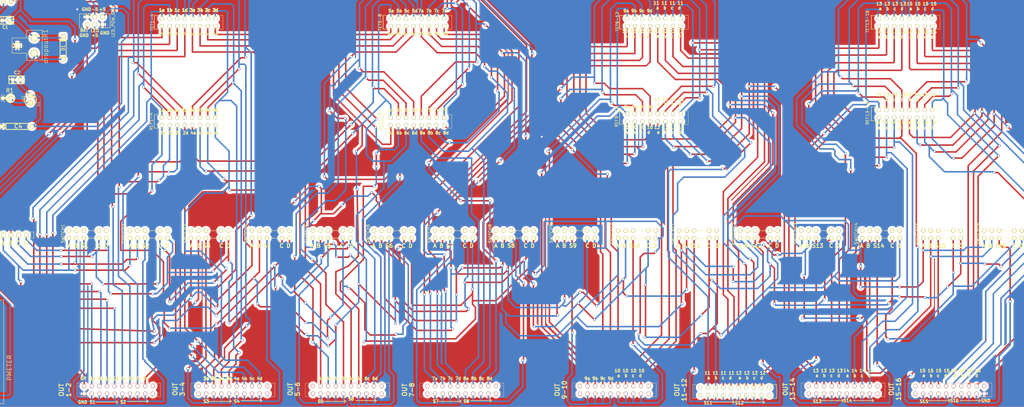
<source format=kicad_pcb>
(kicad_pcb (version 3) (host pcbnew "(2013-may-18)-stable")
  (layers (15 F.Cu signal hide) (0 B.Cu signal hide) (18 B.Paste user) (19 F.Paste user) (20 B.SilkS user) (21 F.SilkS user) (22 B.Mask user) (23 F.Mask user) (28 Edge.Cuts user))
  (net 0 "")
  (net 1 /+5)
  (net 2 /-5)
  (net 3 /10a)
  (net 4 /10b)
  (net 5 /10c)
  (net 6 /10d)
  (net 7 /11a)
  (net 8 /11b)
  (net 9 /11c)
  (net 10 /11d)
  (net 11 /12a)
  (net 12 /12b)
  (net 13 /12c)
  (net 14 /12d)
  (net 15 /13a)
  (net 16 /13b)
  (net 17 /13c)
  (net 18 /13d)
  (net 19 /14a)
  (net 20 /14b)
  (net 21 /14c)
  (net 22 /14d)
  (net 23 /15a)
  (net 24 /15b)
  (net 25 /15c)
  (net 26 /15d)
  (net 27 /16a)
  (net 28 /16b)
  (net 29 /16c)
  (net 30 /16d)
  (net 31 /1a)
  (net 32 /1b)
  (net 33 /1c)
  (net 34 /1d)
  (net 35 /2a)
  (net 36 /2b)
  (net 37 /2c)
  (net 38 /2d)
  (net 39 /3a)
  (net 40 /3b)
  (net 41 /3c)
  (net 42 /3d)
  (net 43 /4a)
  (net 44 /4b)
  (net 45 /4c)
  (net 46 /4d)
  (net 47 /5a)
  (net 48 /5b)
  (net 49 /5c)
  (net 50 /5d)
  (net 51 /6a)
  (net 52 /6b)
  (net 53 /6c)
  (net 54 /6d)
  (net 55 /7a)
  (net 56 /7b)
  (net 57 /7c)
  (net 58 /7d)
  (net 59 /8a)
  (net 60 /8b)
  (net 61 /8c)
  (net 62 /8d)
  (net 63 /9a)
  (net 64 /9b)
  (net 65 /9c)
  (net 66 /9d)
  (net 67 /GR)
  (net 68 /LED+5)
  (net 69 /a)
  (net 70 /b)
  (net 71 /c)
  (net 72 /d)
  (net 73 /s1)
  (net 74 /s10)
  (net 75 /s11)
  (net 76 /s12)
  (net 77 /s13)
  (net 78 /s14)
  (net 79 /s15)
  (net 80 /s16)
  (net 81 /s2)
  (net 82 /s3)
  (net 83 /s4)
  (net 84 /s5)
  (net 85 /s6)
  (net 86 /s7)
  (net 87 /s8)
  (net 88 /s9)
  (net 89 GND)
  (net 90 N-000041)
  (net 91 N-000042)
  (net 92 N-000043)
  (net 93 N-000053)
  (net 94 N-000054)
  (net 95 N-000055)
  (module IDC8x2 (layer F.Cu) (at 121.92 66.04 180)
    (fp_text reference "" (at 5.588 -5.334 180) (layer F.SilkS))
    (fp_text value TET1-4 (at 23.622 -2.286 270) (layer F.SilkS))
    (pad 1 thru_hole circle (at 2.54 -1.016 180) (size 1.4 1.4) (drill 1.02) (layers *.Cu *.Mask F.SilkS) (net 42 /3d))
    (pad 2 thru_hole circle (at 5.08 -1.016 180) (size 1.4 1.4) (drill 1.02) (layers *.Cu *.Mask F.SilkS) (net 41 /3c))
    (pad 3 thru_hole circle (at 7.62 -1.016 180) (size 1.4 1.4) (drill 1.02) (layers *.Cu *.Mask F.SilkS) (net 40 /3b))
    (pad 4 thru_hole circle (at 10.16 -1.016 180) (size 1.4 1.4) (drill 1.02) (layers *.Cu *.Mask F.SilkS) (net 39 /3a))
    (pad 5 thru_hole circle (at 12.7 -1.016 180) (size 1.4 1.4) (drill 1.02) (layers *.Cu *.Mask F.SilkS) (net 34 /1d))
    (pad 7 thru_hole circle (at 17.78 -1.016 180) (size 1.4 1.4) (drill 1.02) (layers *.Cu *.Mask F.SilkS) (net 32 /1b))
    (pad 8 thru_hole circle (at 20.32 -1.016 180) (size 1.4 1.4) (drill 1.02) (layers *.Cu *.Mask F.SilkS) (net 31 /1a))
    (pad 9 thru_hole circle (at 20.32 -3.556 180) (size 1.4 1.4) (drill 1.02) (layers *.Cu *.Mask F.SilkS) (net 35 /2a))
    (pad 10 thru_hole circle (at 17.78 -3.556 180) (size 1.4 1.4) (drill 1.02) (layers *.Cu *.Mask F.SilkS) (net 36 /2b))
    (pad 11 thru_hole circle (at 15.24 -3.556 180) (size 1.4 1.4) (drill 1.02) (layers *.Cu *.Mask F.SilkS) (net 37 /2c))
    (pad 12 thru_hole circle (at 12.7 -3.556 180) (size 1.4 1.4) (drill 1.02) (layers *.Cu *.Mask F.SilkS) (net 38 /2d))
    (pad 13 thru_hole circle (at 10.16 -3.556 180) (size 1.4 1.4) (drill 1.02) (layers *.Cu *.Mask F.SilkS) (net 43 /4a))
    (pad 14 thru_hole circle (at 7.62 -3.556 180) (size 1.4 1.4) (drill 1.02) (layers *.Cu *.Mask F.SilkS) (net 44 /4b))
    (pad 15 thru_hole circle (at 5.08 -3.556 180) (size 1.4 1.4) (drill 1.02) (layers *.Cu *.Mask F.SilkS) (net 45 /4c))
    (pad 16 thru_hole circle (at 2.54 -3.556 180) (size 1.4 1.4) (drill 1.02) (layers *.Cu *.Mask F.SilkS) (net 46 /4d))
    (pad 6 thru_hole circle (at 15.24 -1.016 180) (size 1.4 1.4) (drill 1.02) (layers *.Cu *.Mask F.SilkS) (net 33 /1c))
  )
  (module Switch (layer F.Cu) (at 375.412 140.208)
    (fp_text reference "" (at 6.5 2) (layer F.SilkS))
    (fp_text value SWITCH16 (at -2 -1.5 90) (layer F.SilkS))
    (pad 1 thru_hole circle (at 0 0) (size 1.4 1.4) (drill 0.9) (layers *.Cu *.Mask F.SilkS) (net 69 /a))
    (pad 2 thru_hole circle (at 2.5 0) (size 1.4 1.4) (drill 0.9) (layers *.Cu *.Mask F.SilkS) (net 70 /b))
    (pad 5 thru_hole circle (at 5 0) (size 1.4 1.4) (drill 0.9) (layers *.Cu *.Mask F.SilkS) (net 80 /s16))
    (pad 3 thru_hole circle (at 10 0) (size 1.4 1.4) (drill 0.9) (layers *.Cu *.Mask F.SilkS) (net 71 /c))
    (pad 4 thru_hole circle (at 12.5 0) (size 1.4 1.4) (drill 0.9) (layers *.Cu *.Mask F.SilkS) (net 72 /d))
    (pad 6 thru_hole circle (at 12.5 -2.5) (size 1.4 1.4) (drill 0.9) (layers *.Cu *.Mask F.SilkS))
    (pad 7 thru_hole circle (at 10 -2.5) (size 1.4 1.4) (drill 0.9) (layers *.Cu *.Mask F.SilkS))
    (pad 8 thru_hole circle (at 5 -2.5) (size 1.4 1.4) (drill 0.9) (layers *.Cu *.Mask F.SilkS))
    (pad 9 thru_hole circle (at 2.5 -2.5) (size 1.4 1.4) (drill 0.9) (layers *.Cu *.Mask F.SilkS))
    (pad 10 thru_hole circle (at 0 -2.5) (size 1.4 1.4) (drill 0.9) (layers *.Cu *.Mask F.SilkS))
  )
  (module Switch (layer F.Cu) (at 355.092 140.208)
    (fp_text reference "" (at 6.5 2) (layer F.SilkS))
    (fp_text value SWITCH15 (at -2 -1.5 90) (layer F.SilkS))
    (pad 1 thru_hole circle (at 0 0) (size 1.4 1.4) (drill 0.9) (layers *.Cu *.Mask F.SilkS) (net 69 /a))
    (pad 2 thru_hole circle (at 2.5 0) (size 1.4 1.4) (drill 0.9) (layers *.Cu *.Mask F.SilkS) (net 70 /b))
    (pad 5 thru_hole circle (at 5 0) (size 1.4 1.4) (drill 0.9) (layers *.Cu *.Mask F.SilkS) (net 79 /s15))
    (pad 3 thru_hole circle (at 10 0) (size 1.4 1.4) (drill 0.9) (layers *.Cu *.Mask F.SilkS) (net 71 /c))
    (pad 4 thru_hole circle (at 12.5 0) (size 1.4 1.4) (drill 0.9) (layers *.Cu *.Mask F.SilkS) (net 72 /d))
    (pad 6 thru_hole circle (at 12.5 -2.5) (size 1.4 1.4) (drill 0.9) (layers *.Cu *.Mask F.SilkS))
    (pad 7 thru_hole circle (at 10 -2.5) (size 1.4 1.4) (drill 0.9) (layers *.Cu *.Mask F.SilkS))
    (pad 8 thru_hole circle (at 5 -2.5) (size 1.4 1.4) (drill 0.9) (layers *.Cu *.Mask F.SilkS))
    (pad 9 thru_hole circle (at 2.5 -2.5) (size 1.4 1.4) (drill 0.9) (layers *.Cu *.Mask F.SilkS))
    (pad 10 thru_hole circle (at 0 -2.5) (size 1.4 1.4) (drill 0.9) (layers *.Cu *.Mask F.SilkS))
  )
  (module Switch (layer F.Cu) (at 334.772 140.208)
    (fp_text reference "" (at 6.5 2) (layer F.SilkS))
    (fp_text value SWITCH14 (at -2 -1.5 90) (layer F.SilkS))
    (pad 1 thru_hole circle (at 0 0) (size 1.4 1.4) (drill 0.9) (layers *.Cu *.Mask F.SilkS) (net 69 /a))
    (pad 2 thru_hole circle (at 2.5 0) (size 1.4 1.4) (drill 0.9) (layers *.Cu *.Mask F.SilkS) (net 70 /b))
    (pad 5 thru_hole circle (at 5 0) (size 1.4 1.4) (drill 0.9) (layers *.Cu *.Mask F.SilkS) (net 78 /s14))
    (pad 3 thru_hole circle (at 10 0) (size 1.4 1.4) (drill 0.9) (layers *.Cu *.Mask F.SilkS) (net 71 /c))
    (pad 4 thru_hole circle (at 12.5 0) (size 1.4 1.4) (drill 0.9) (layers *.Cu *.Mask F.SilkS) (net 72 /d))
    (pad 6 thru_hole circle (at 12.5 -2.5) (size 1.4 1.4) (drill 0.9) (layers *.Cu *.Mask F.SilkS))
    (pad 7 thru_hole circle (at 10 -2.5) (size 1.4 1.4) (drill 0.9) (layers *.Cu *.Mask F.SilkS))
    (pad 8 thru_hole circle (at 5 -2.5) (size 1.4 1.4) (drill 0.9) (layers *.Cu *.Mask F.SilkS))
    (pad 9 thru_hole circle (at 2.5 -2.5) (size 1.4 1.4) (drill 0.9) (layers *.Cu *.Mask F.SilkS))
    (pad 10 thru_hole circle (at 0 -2.5) (size 1.4 1.4) (drill 0.9) (layers *.Cu *.Mask F.SilkS))
  )
  (module Switch (layer F.Cu) (at 294.132 140.208)
    (fp_text reference "" (at 6.5 2) (layer F.SilkS))
    (fp_text value SWITCH12 (at -2 -1.5 90) (layer F.SilkS))
    (pad 1 thru_hole circle (at 0 0) (size 1.4 1.4) (drill 0.9) (layers *.Cu *.Mask F.SilkS) (net 69 /a))
    (pad 2 thru_hole circle (at 2.5 0) (size 1.4 1.4) (drill 0.9) (layers *.Cu *.Mask F.SilkS) (net 70 /b))
    (pad 5 thru_hole circle (at 5 0) (size 1.4 1.4) (drill 0.9) (layers *.Cu *.Mask F.SilkS) (net 76 /s12))
    (pad 3 thru_hole circle (at 10 0) (size 1.4 1.4) (drill 0.9) (layers *.Cu *.Mask F.SilkS) (net 71 /c))
    (pad 4 thru_hole circle (at 12.5 0) (size 1.4 1.4) (drill 0.9) (layers *.Cu *.Mask F.SilkS) (net 72 /d))
    (pad 6 thru_hole circle (at 12.5 -2.5) (size 1.4 1.4) (drill 0.9) (layers *.Cu *.Mask F.SilkS))
    (pad 7 thru_hole circle (at 10 -2.5) (size 1.4 1.4) (drill 0.9) (layers *.Cu *.Mask F.SilkS))
    (pad 8 thru_hole circle (at 5 -2.5) (size 1.4 1.4) (drill 0.9) (layers *.Cu *.Mask F.SilkS))
    (pad 9 thru_hole circle (at 2.5 -2.5) (size 1.4 1.4) (drill 0.9) (layers *.Cu *.Mask F.SilkS))
    (pad 10 thru_hole circle (at 0 -2.5) (size 1.4 1.4) (drill 0.9) (layers *.Cu *.Mask F.SilkS))
  )
  (module Switch (layer F.Cu) (at 273.812 140.208)
    (fp_text reference "" (at 6.5 2) (layer F.SilkS))
    (fp_text value SWITCH11 (at -2 -1.5 90) (layer F.SilkS))
    (pad 1 thru_hole circle (at 0 0) (size 1.4 1.4) (drill 0.9) (layers *.Cu *.Mask F.SilkS) (net 69 /a))
    (pad 2 thru_hole circle (at 2.5 0) (size 1.4 1.4) (drill 0.9) (layers *.Cu *.Mask F.SilkS) (net 70 /b))
    (pad 5 thru_hole circle (at 5 0) (size 1.4 1.4) (drill 0.9) (layers *.Cu *.Mask F.SilkS) (net 75 /s11))
    (pad 3 thru_hole circle (at 10 0) (size 1.4 1.4) (drill 0.9) (layers *.Cu *.Mask F.SilkS) (net 71 /c))
    (pad 4 thru_hole circle (at 12.5 0) (size 1.4 1.4) (drill 0.9) (layers *.Cu *.Mask F.SilkS) (net 72 /d))
    (pad 6 thru_hole circle (at 12.5 -2.5) (size 1.4 1.4) (drill 0.9) (layers *.Cu *.Mask F.SilkS))
    (pad 7 thru_hole circle (at 10 -2.5) (size 1.4 1.4) (drill 0.9) (layers *.Cu *.Mask F.SilkS))
    (pad 8 thru_hole circle (at 5 -2.5) (size 1.4 1.4) (drill 0.9) (layers *.Cu *.Mask F.SilkS))
    (pad 9 thru_hole circle (at 2.5 -2.5) (size 1.4 1.4) (drill 0.9) (layers *.Cu *.Mask F.SilkS))
    (pad 10 thru_hole circle (at 0 -2.5) (size 1.4 1.4) (drill 0.9) (layers *.Cu *.Mask F.SilkS))
  )
  (module Switch (layer F.Cu) (at 253.492 140.208)
    (fp_text reference "" (at 6.5 2) (layer F.SilkS))
    (fp_text value SWITCH10 (at -2 -1.5 90) (layer F.SilkS))
    (pad 1 thru_hole circle (at 0 0) (size 1.4 1.4) (drill 0.9) (layers *.Cu *.Mask F.SilkS) (net 69 /a))
    (pad 2 thru_hole circle (at 2.5 0) (size 1.4 1.4) (drill 0.9) (layers *.Cu *.Mask F.SilkS) (net 70 /b))
    (pad 5 thru_hole circle (at 5 0) (size 1.4 1.4) (drill 0.9) (layers *.Cu *.Mask F.SilkS) (net 74 /s10))
    (pad 3 thru_hole circle (at 10 0) (size 1.4 1.4) (drill 0.9) (layers *.Cu *.Mask F.SilkS) (net 71 /c))
    (pad 4 thru_hole circle (at 12.5 0) (size 1.4 1.4) (drill 0.9) (layers *.Cu *.Mask F.SilkS) (net 72 /d))
    (pad 6 thru_hole circle (at 12.5 -2.5) (size 1.4 1.4) (drill 0.9) (layers *.Cu *.Mask F.SilkS))
    (pad 7 thru_hole circle (at 10 -2.5) (size 1.4 1.4) (drill 0.9) (layers *.Cu *.Mask F.SilkS))
    (pad 8 thru_hole circle (at 5 -2.5) (size 1.4 1.4) (drill 0.9) (layers *.Cu *.Mask F.SilkS))
    (pad 9 thru_hole circle (at 2.5 -2.5) (size 1.4 1.4) (drill 0.9) (layers *.Cu *.Mask F.SilkS))
    (pad 10 thru_hole circle (at 0 -2.5) (size 1.4 1.4) (drill 0.9) (layers *.Cu *.Mask F.SilkS))
  )
  (module Switch (layer F.Cu) (at 233.172 140.208)
    (fp_text reference "" (at 6.5 2) (layer F.SilkS))
    (fp_text value SWITCH9 (at -2 -1.5 90) (layer F.SilkS))
    (pad 1 thru_hole circle (at 0 0) (size 1.4 1.4) (drill 0.9) (layers *.Cu *.Mask F.SilkS) (net 69 /a))
    (pad 2 thru_hole circle (at 2.5 0) (size 1.4 1.4) (drill 0.9) (layers *.Cu *.Mask F.SilkS) (net 70 /b))
    (pad 5 thru_hole circle (at 5 0) (size 1.4 1.4) (drill 0.9) (layers *.Cu *.Mask F.SilkS) (net 88 /s9))
    (pad 3 thru_hole circle (at 10 0) (size 1.4 1.4) (drill 0.9) (layers *.Cu *.Mask F.SilkS) (net 71 /c))
    (pad 4 thru_hole circle (at 12.5 0) (size 1.4 1.4) (drill 0.9) (layers *.Cu *.Mask F.SilkS) (net 72 /d))
    (pad 6 thru_hole circle (at 12.5 -2.5) (size 1.4 1.4) (drill 0.9) (layers *.Cu *.Mask F.SilkS))
    (pad 7 thru_hole circle (at 10 -2.5) (size 1.4 1.4) (drill 0.9) (layers *.Cu *.Mask F.SilkS))
    (pad 8 thru_hole circle (at 5 -2.5) (size 1.4 1.4) (drill 0.9) (layers *.Cu *.Mask F.SilkS))
    (pad 9 thru_hole circle (at 2.5 -2.5) (size 1.4 1.4) (drill 0.9) (layers *.Cu *.Mask F.SilkS))
    (pad 10 thru_hole circle (at 0 -2.5) (size 1.4 1.4) (drill 0.9) (layers *.Cu *.Mask F.SilkS))
  )
  (module Switch (layer F.Cu) (at 151.892 140.208)
    (fp_text reference "" (at 6.5 2) (layer F.SilkS))
    (fp_text value SWITCH5 (at -2 -1.5 90) (layer F.SilkS))
    (pad 1 thru_hole circle (at 0 0) (size 1.4 1.4) (drill 0.9) (layers *.Cu *.Mask F.SilkS) (net 69 /a))
    (pad 2 thru_hole circle (at 2.5 0) (size 1.4 1.4) (drill 0.9) (layers *.Cu *.Mask F.SilkS) (net 70 /b))
    (pad 5 thru_hole circle (at 5 0) (size 1.4 1.4) (drill 0.9) (layers *.Cu *.Mask F.SilkS) (net 84 /s5))
    (pad 3 thru_hole circle (at 10 0) (size 1.4 1.4) (drill 0.9) (layers *.Cu *.Mask F.SilkS) (net 71 /c))
    (pad 4 thru_hole circle (at 12.5 0) (size 1.4 1.4) (drill 0.9) (layers *.Cu *.Mask F.SilkS) (net 72 /d))
    (pad 6 thru_hole circle (at 12.5 -2.5) (size 1.4 1.4) (drill 0.9) (layers *.Cu *.Mask F.SilkS))
    (pad 7 thru_hole circle (at 10 -2.5) (size 1.4 1.4) (drill 0.9) (layers *.Cu *.Mask F.SilkS))
    (pad 8 thru_hole circle (at 5 -2.5) (size 1.4 1.4) (drill 0.9) (layers *.Cu *.Mask F.SilkS))
    (pad 9 thru_hole circle (at 2.5 -2.5) (size 1.4 1.4) (drill 0.9) (layers *.Cu *.Mask F.SilkS))
    (pad 10 thru_hole circle (at 0 -2.5) (size 1.4 1.4) (drill 0.9) (layers *.Cu *.Mask F.SilkS))
  )
  (module Switch (layer F.Cu) (at 131.572 140.208)
    (fp_text reference "" (at 6.5 2) (layer F.SilkS))
    (fp_text value SWITCH4 (at -2 -1.5 90) (layer F.SilkS))
    (pad 1 thru_hole circle (at 0 0) (size 1.4 1.4) (drill 0.9) (layers *.Cu *.Mask F.SilkS) (net 69 /a))
    (pad 2 thru_hole circle (at 2.5 0) (size 1.4 1.4) (drill 0.9) (layers *.Cu *.Mask F.SilkS) (net 70 /b))
    (pad 5 thru_hole circle (at 5 0) (size 1.4 1.4) (drill 0.9) (layers *.Cu *.Mask F.SilkS) (net 83 /s4))
    (pad 3 thru_hole circle (at 10 0) (size 1.4 1.4) (drill 0.9) (layers *.Cu *.Mask F.SilkS) (net 71 /c))
    (pad 4 thru_hole circle (at 12.5 0) (size 1.4 1.4) (drill 0.9) (layers *.Cu *.Mask F.SilkS) (net 72 /d))
    (pad 6 thru_hole circle (at 12.5 -2.5) (size 1.4 1.4) (drill 0.9) (layers *.Cu *.Mask F.SilkS))
    (pad 7 thru_hole circle (at 10 -2.5) (size 1.4 1.4) (drill 0.9) (layers *.Cu *.Mask F.SilkS))
    (pad 8 thru_hole circle (at 5 -2.5) (size 1.4 1.4) (drill 0.9) (layers *.Cu *.Mask F.SilkS))
    (pad 9 thru_hole circle (at 2.5 -2.5) (size 1.4 1.4) (drill 0.9) (layers *.Cu *.Mask F.SilkS))
    (pad 10 thru_hole circle (at 0 -2.5) (size 1.4 1.4) (drill 0.9) (layers *.Cu *.Mask F.SilkS))
  )
  (module Switch (layer F.Cu) (at 111.252 140.208)
    (fp_text reference "" (at 6.5 2) (layer F.SilkS))
    (fp_text value SWITCH3 (at -2 -1.5 90) (layer F.SilkS))
    (pad 1 thru_hole circle (at 0 0) (size 1.4 1.4) (drill 0.9) (layers *.Cu *.Mask F.SilkS) (net 69 /a))
    (pad 2 thru_hole circle (at 2.5 0) (size 1.4 1.4) (drill 0.9) (layers *.Cu *.Mask F.SilkS) (net 70 /b))
    (pad 5 thru_hole circle (at 5 0) (size 1.4 1.4) (drill 0.9) (layers *.Cu *.Mask F.SilkS) (net 82 /s3))
    (pad 3 thru_hole circle (at 10 0) (size 1.4 1.4) (drill 0.9) (layers *.Cu *.Mask F.SilkS) (net 71 /c))
    (pad 4 thru_hole circle (at 12.5 0) (size 1.4 1.4) (drill 0.9) (layers *.Cu *.Mask F.SilkS) (net 72 /d))
    (pad 6 thru_hole circle (at 12.5 -2.5) (size 1.4 1.4) (drill 0.9) (layers *.Cu *.Mask F.SilkS))
    (pad 7 thru_hole circle (at 10 -2.5) (size 1.4 1.4) (drill 0.9) (layers *.Cu *.Mask F.SilkS))
    (pad 8 thru_hole circle (at 5 -2.5) (size 1.4 1.4) (drill 0.9) (layers *.Cu *.Mask F.SilkS))
    (pad 9 thru_hole circle (at 2.5 -2.5) (size 1.4 1.4) (drill 0.9) (layers *.Cu *.Mask F.SilkS))
    (pad 10 thru_hole circle (at 0 -2.5) (size 1.4 1.4) (drill 0.9) (layers *.Cu *.Mask F.SilkS))
  )
  (module Switch (layer F.Cu) (at 90.932 140.208)
    (fp_text reference "" (at 6.5 2) (layer F.SilkS))
    (fp_text value SWITCH2 (at -2 -1.5 90) (layer F.SilkS))
    (pad 1 thru_hole circle (at 0 0) (size 1.4 1.4) (drill 0.9) (layers *.Cu *.Mask F.SilkS) (net 69 /a))
    (pad 2 thru_hole circle (at 2.5 0) (size 1.4 1.4) (drill 0.9) (layers *.Cu *.Mask F.SilkS) (net 70 /b))
    (pad 5 thru_hole circle (at 5 0) (size 1.4 1.4) (drill 0.9) (layers *.Cu *.Mask F.SilkS) (net 81 /s2))
    (pad 3 thru_hole circle (at 10 0) (size 1.4 1.4) (drill 0.9) (layers *.Cu *.Mask F.SilkS) (net 71 /c))
    (pad 4 thru_hole circle (at 12.5 0) (size 1.4 1.4) (drill 0.9) (layers *.Cu *.Mask F.SilkS) (net 72 /d))
    (pad 6 thru_hole circle (at 12.5 -2.5) (size 1.4 1.4) (drill 0.9) (layers *.Cu *.Mask F.SilkS))
    (pad 7 thru_hole circle (at 10 -2.5) (size 1.4 1.4) (drill 0.9) (layers *.Cu *.Mask F.SilkS))
    (pad 8 thru_hole circle (at 5 -2.5) (size 1.4 1.4) (drill 0.9) (layers *.Cu *.Mask F.SilkS))
    (pad 9 thru_hole circle (at 2.5 -2.5) (size 1.4 1.4) (drill 0.9) (layers *.Cu *.Mask F.SilkS))
    (pad 10 thru_hole circle (at 0 -2.5) (size 1.4 1.4) (drill 0.9) (layers *.Cu *.Mask F.SilkS))
  )
  (module IDC4x1 (layer F.Cu) (at 47.752 140.208)
    (fp_text reference "" (at 4.318 -2.794) (layer F.SilkS))
    (fp_text value 4x1 (at -2.286 -1.27 90) (layer F.SilkS))
    (pad 1 thru_hole circle (at 1.016 -1.016) (size 1.5 1.5) (drill 1.02) (layers *.Cu *.Mask F.SilkS) (net 69 /a))
    (pad 2 thru_hole circle (at 3.556 -1.016) (size 1.5 1.5) (drill 1.02) (layers *.Cu *.Mask F.SilkS) (net 70 /b))
    (pad 3 thru_hole circle (at 6.096 -1.016) (size 1.5 1.5) (drill 1.02) (layers *.Cu *.Mask F.SilkS) (net 71 /c))
    (pad 4 thru_hole circle (at 8.636 -1.016) (size 1.5 1.5) (drill 1.02) (layers *.Cu *.Mask F.SilkS) (net 72 /d))
  )
  (module Switch (layer F.Cu) (at 314.452 140.208)
    (fp_text reference "" (at 6.5 2) (layer F.SilkS))
    (fp_text value SWITCH13 (at -2 -1.5 90) (layer F.SilkS))
    (pad 1 thru_hole circle (at 0 0) (size 1.4 1.4) (drill 0.9) (layers *.Cu *.Mask F.SilkS) (net 69 /a))
    (pad 2 thru_hole circle (at 2.5 0) (size 1.4 1.4) (drill 0.9) (layers *.Cu *.Mask F.SilkS) (net 70 /b))
    (pad 5 thru_hole circle (at 5 0) (size 1.4 1.4) (drill 0.9) (layers *.Cu *.Mask F.SilkS) (net 77 /s13))
    (pad 3 thru_hole circle (at 10 0) (size 1.4 1.4) (drill 0.9) (layers *.Cu *.Mask F.SilkS) (net 71 /c))
    (pad 4 thru_hole circle (at 12.5 0) (size 1.4 1.4) (drill 0.9) (layers *.Cu *.Mask F.SilkS) (net 72 /d))
    (pad 6 thru_hole circle (at 12.5 -2.5) (size 1.4 1.4) (drill 0.9) (layers *.Cu *.Mask F.SilkS))
    (pad 7 thru_hole circle (at 10 -2.5) (size 1.4 1.4) (drill 0.9) (layers *.Cu *.Mask F.SilkS))
    (pad 8 thru_hole circle (at 5 -2.5) (size 1.4 1.4) (drill 0.9) (layers *.Cu *.Mask F.SilkS))
    (pad 9 thru_hole circle (at 2.5 -2.5) (size 1.4 1.4) (drill 0.9) (layers *.Cu *.Mask F.SilkS))
    (pad 10 thru_hole circle (at 0 -2.5) (size 1.4 1.4) (drill 0.9) (layers *.Cu *.Mask F.SilkS))
  )
  (module Switch (layer F.Cu) (at 212.852 140.208)
    (fp_text reference "" (at 6.5 2) (layer F.SilkS))
    (fp_text value SWITCH8 (at -2 -1.5 90) (layer F.SilkS))
    (pad 1 thru_hole circle (at 0 0) (size 1.4 1.4) (drill 0.9) (layers *.Cu *.Mask F.SilkS) (net 69 /a))
    (pad 2 thru_hole circle (at 2.5 0) (size 1.4 1.4) (drill 0.9) (layers *.Cu *.Mask F.SilkS) (net 70 /b))
    (pad 5 thru_hole circle (at 5 0) (size 1.4 1.4) (drill 0.9) (layers *.Cu *.Mask F.SilkS) (net 87 /s8))
    (pad 3 thru_hole circle (at 10 0) (size 1.4 1.4) (drill 0.9) (layers *.Cu *.Mask F.SilkS) (net 71 /c))
    (pad 4 thru_hole circle (at 12.5 0) (size 1.4 1.4) (drill 0.9) (layers *.Cu *.Mask F.SilkS) (net 72 /d))
    (pad 6 thru_hole circle (at 12.5 -2.5) (size 1.4 1.4) (drill 0.9) (layers *.Cu *.Mask F.SilkS))
    (pad 7 thru_hole circle (at 10 -2.5) (size 1.4 1.4) (drill 0.9) (layers *.Cu *.Mask F.SilkS))
    (pad 8 thru_hole circle (at 5 -2.5) (size 1.4 1.4) (drill 0.9) (layers *.Cu *.Mask F.SilkS))
    (pad 9 thru_hole circle (at 2.5 -2.5) (size 1.4 1.4) (drill 0.9) (layers *.Cu *.Mask F.SilkS))
    (pad 10 thru_hole circle (at 0 -2.5) (size 1.4 1.4) (drill 0.9) (layers *.Cu *.Mask F.SilkS))
  )
  (module Switch (layer F.Cu) (at 192.532 140.208)
    (fp_text reference "" (at 6.5 2) (layer F.SilkS))
    (fp_text value SWITCH7 (at -2 -1.5 90) (layer F.SilkS))
    (pad 1 thru_hole circle (at 0 0) (size 1.4 1.4) (drill 0.9) (layers *.Cu *.Mask F.SilkS) (net 69 /a))
    (pad 2 thru_hole circle (at 2.5 0) (size 1.4 1.4) (drill 0.9) (layers *.Cu *.Mask F.SilkS) (net 70 /b))
    (pad 5 thru_hole circle (at 5 0) (size 1.4 1.4) (drill 0.9) (layers *.Cu *.Mask F.SilkS) (net 86 /s7))
    (pad 3 thru_hole circle (at 10 0) (size 1.4 1.4) (drill 0.9) (layers *.Cu *.Mask F.SilkS) (net 71 /c))
    (pad 4 thru_hole circle (at 12.5 0) (size 1.4 1.4) (drill 0.9) (layers *.Cu *.Mask F.SilkS) (net 72 /d))
    (pad 6 thru_hole circle (at 12.5 -2.5) (size 1.4 1.4) (drill 0.9) (layers *.Cu *.Mask F.SilkS))
    (pad 7 thru_hole circle (at 10 -2.5) (size 1.4 1.4) (drill 0.9) (layers *.Cu *.Mask F.SilkS))
    (pad 8 thru_hole circle (at 5 -2.5) (size 1.4 1.4) (drill 0.9) (layers *.Cu *.Mask F.SilkS))
    (pad 9 thru_hole circle (at 2.5 -2.5) (size 1.4 1.4) (drill 0.9) (layers *.Cu *.Mask F.SilkS))
    (pad 10 thru_hole circle (at 0 -2.5) (size 1.4 1.4) (drill 0.9) (layers *.Cu *.Mask F.SilkS))
  )
  (module Switch (layer F.Cu) (at 172.212 140.208)
    (fp_text reference "" (at 6.5 2) (layer F.SilkS))
    (fp_text value SWITCH6 (at -2 -1.5 90) (layer F.SilkS))
    (pad 1 thru_hole circle (at 0 0) (size 1.4 1.4) (drill 0.9) (layers *.Cu *.Mask F.SilkS) (net 69 /a))
    (pad 2 thru_hole circle (at 2.5 0) (size 1.4 1.4) (drill 0.9) (layers *.Cu *.Mask F.SilkS) (net 70 /b))
    (pad 5 thru_hole circle (at 5 0) (size 1.4 1.4) (drill 0.9) (layers *.Cu *.Mask F.SilkS) (net 85 /s6))
    (pad 3 thru_hole circle (at 10 0) (size 1.4 1.4) (drill 0.9) (layers *.Cu *.Mask F.SilkS) (net 71 /c))
    (pad 4 thru_hole circle (at 12.5 0) (size 1.4 1.4) (drill 0.9) (layers *.Cu *.Mask F.SilkS) (net 72 /d))
    (pad 6 thru_hole circle (at 12.5 -2.5) (size 1.4 1.4) (drill 0.9) (layers *.Cu *.Mask F.SilkS))
    (pad 7 thru_hole circle (at 10 -2.5) (size 1.4 1.4) (drill 0.9) (layers *.Cu *.Mask F.SilkS))
    (pad 8 thru_hole circle (at 5 -2.5) (size 1.4 1.4) (drill 0.9) (layers *.Cu *.Mask F.SilkS))
    (pad 9 thru_hole circle (at 2.5 -2.5) (size 1.4 1.4) (drill 0.9) (layers *.Cu *.Mask F.SilkS))
    (pad 10 thru_hole circle (at 0 -2.5) (size 1.4 1.4) (drill 0.9) (layers *.Cu *.Mask F.SilkS))
  )
  (module Switch (layer F.Cu) (at 70.612 140.208)
    (fp_text reference "" (at 6.5 2) (layer F.SilkS))
    (fp_text value SWITCH1 (at -2 -1.5 90) (layer F.SilkS))
    (pad 1 thru_hole circle (at 0 0) (size 1.4 1.4) (drill 0.9) (layers *.Cu *.Mask F.SilkS) (net 69 /a))
    (pad 2 thru_hole circle (at 2.5 0) (size 1.4 1.4) (drill 0.9) (layers *.Cu *.Mask F.SilkS) (net 70 /b))
    (pad 5 thru_hole circle (at 5 0) (size 1.4 1.4) (drill 0.9) (layers *.Cu *.Mask F.SilkS) (net 73 /s1))
    (pad 3 thru_hole circle (at 10 0) (size 1.4 1.4) (drill 0.9) (layers *.Cu *.Mask F.SilkS) (net 71 /c))
    (pad 4 thru_hole circle (at 12.5 0) (size 1.4 1.4) (drill 0.9) (layers *.Cu *.Mask F.SilkS) (net 72 /d))
    (pad 6 thru_hole circle (at 12.5 -2.5) (size 1.4 1.4) (drill 0.9) (layers *.Cu *.Mask F.SilkS))
    (pad 7 thru_hole circle (at 10 -2.5) (size 1.4 1.4) (drill 0.9) (layers *.Cu *.Mask F.SilkS))
    (pad 8 thru_hole circle (at 5 -2.5) (size 1.4 1.4) (drill 0.9) (layers *.Cu *.Mask F.SilkS))
    (pad 9 thru_hole circle (at 2.5 -2.5) (size 1.4 1.4) (drill 0.9) (layers *.Cu *.Mask F.SilkS))
    (pad 10 thru_hole circle (at 0 -2.5) (size 1.4 1.4) (drill 0.9) (layers *.Cu *.Mask F.SilkS))
  )
  (module IDC8x2 (layer F.Cu) (at 198.12 66.04 180)
    (fp_text reference "" (at 5.588 -5.334 180) (layer F.SilkS))
    (fp_text value TET5-8 (at 23.876 -2.286 270) (layer F.SilkS))
    (pad 1 thru_hole circle (at 2.54 -1.016 180) (size 1.4 1.4) (drill 1.02) (layers *.Cu *.Mask F.SilkS) (net 58 /7d))
    (pad 2 thru_hole circle (at 5.08 -1.016 180) (size 1.4 1.4) (drill 1.02) (layers *.Cu *.Mask F.SilkS) (net 57 /7c))
    (pad 3 thru_hole circle (at 7.62 -1.016 180) (size 1.4 1.4) (drill 1.02) (layers *.Cu *.Mask F.SilkS) (net 56 /7b))
    (pad 4 thru_hole circle (at 10.16 -1.016 180) (size 1.4 1.4) (drill 1.02) (layers *.Cu *.Mask F.SilkS) (net 55 /7a))
    (pad 5 thru_hole circle (at 12.7 -1.016 180) (size 1.4 1.4) (drill 1.02) (layers *.Cu *.Mask F.SilkS) (net 50 /5d))
    (pad 7 thru_hole circle (at 17.78 -1.016 180) (size 1.4 1.4) (drill 1.02) (layers *.Cu *.Mask F.SilkS) (net 48 /5b))
    (pad 8 thru_hole circle (at 20.32 -1.016 180) (size 1.4 1.4) (drill 1.02) (layers *.Cu *.Mask F.SilkS) (net 47 /5a))
    (pad 9 thru_hole circle (at 20.32 -3.556 180) (size 1.4 1.4) (drill 1.02) (layers *.Cu *.Mask F.SilkS) (net 51 /6a))
    (pad 10 thru_hole circle (at 17.78 -3.556 180) (size 1.4 1.4) (drill 1.02) (layers *.Cu *.Mask F.SilkS) (net 52 /6b))
    (pad 11 thru_hole circle (at 15.24 -3.556 180) (size 1.4 1.4) (drill 1.02) (layers *.Cu *.Mask F.SilkS) (net 53 /6c))
    (pad 12 thru_hole circle (at 12.7 -3.556 180) (size 1.4 1.4) (drill 1.02) (layers *.Cu *.Mask F.SilkS) (net 54 /6d))
    (pad 13 thru_hole circle (at 10.16 -3.556 180) (size 1.4 1.4) (drill 1.02) (layers *.Cu *.Mask F.SilkS) (net 59 /8a))
    (pad 14 thru_hole circle (at 7.62 -3.556 180) (size 1.4 1.4) (drill 1.02) (layers *.Cu *.Mask F.SilkS) (net 60 /8b))
    (pad 15 thru_hole circle (at 5.08 -3.556 180) (size 1.4 1.4) (drill 1.02) (layers *.Cu *.Mask F.SilkS) (net 61 /8c))
    (pad 16 thru_hole circle (at 2.54 -3.556 180) (size 1.4 1.4) (drill 1.02) (layers *.Cu *.Mask F.SilkS) (net 62 /8d))
    (pad 6 thru_hole circle (at 15.24 -1.016 180) (size 1.4 1.4) (drill 1.02) (layers *.Cu *.Mask F.SilkS) (net 49 /5c))
  )
  (module IDC8x2 (layer F.Cu) (at 276.86 66.04 180)
    (fp_text reference "" (at 5.588 -5.334 180) (layer F.SilkS))
    (fp_text value TET9-12 (at 23.622 -2.032 270) (layer F.SilkS))
    (pad 1 thru_hole circle (at 2.54 -1.016 180) (size 1.4 1.4) (drill 1.02) (layers *.Cu *.Mask F.SilkS) (net 10 /11d))
    (pad 2 thru_hole circle (at 5.08 -1.016 180) (size 1.4 1.4) (drill 1.02) (layers *.Cu *.Mask F.SilkS) (net 9 /11c))
    (pad 3 thru_hole circle (at 7.62 -1.016 180) (size 1.4 1.4) (drill 1.02) (layers *.Cu *.Mask F.SilkS) (net 8 /11b))
    (pad 4 thru_hole circle (at 10.16 -1.016 180) (size 1.4 1.4) (drill 1.02) (layers *.Cu *.Mask F.SilkS) (net 7 /11a))
    (pad 5 thru_hole circle (at 12.7 -1.016 180) (size 1.4 1.4) (drill 1.02) (layers *.Cu *.Mask F.SilkS) (net 66 /9d))
    (pad 7 thru_hole circle (at 17.78 -1.016 180) (size 1.4 1.4) (drill 1.02) (layers *.Cu *.Mask F.SilkS) (net 64 /9b))
    (pad 8 thru_hole circle (at 20.32 -1.016 180) (size 1.4 1.4) (drill 1.02) (layers *.Cu *.Mask F.SilkS) (net 63 /9a))
    (pad 9 thru_hole circle (at 20.32 -3.556 180) (size 1.4 1.4) (drill 1.02) (layers *.Cu *.Mask F.SilkS) (net 3 /10a))
    (pad 10 thru_hole circle (at 17.78 -3.556 180) (size 1.4 1.4) (drill 1.02) (layers *.Cu *.Mask F.SilkS) (net 4 /10b))
    (pad 11 thru_hole circle (at 15.24 -3.556 180) (size 1.4 1.4) (drill 1.02) (layers *.Cu *.Mask F.SilkS) (net 5 /10c))
    (pad 12 thru_hole circle (at 12.7 -3.556 180) (size 1.4 1.4) (drill 1.02) (layers *.Cu *.Mask F.SilkS) (net 6 /10d))
    (pad 13 thru_hole circle (at 10.16 -3.556 180) (size 1.4 1.4) (drill 1.02) (layers *.Cu *.Mask F.SilkS) (net 11 /12a))
    (pad 14 thru_hole circle (at 7.62 -3.556 180) (size 1.4 1.4) (drill 1.02) (layers *.Cu *.Mask F.SilkS) (net 12 /12b))
    (pad 15 thru_hole circle (at 5.08 -3.556 180) (size 1.4 1.4) (drill 1.02) (layers *.Cu *.Mask F.SilkS) (net 13 /12c))
    (pad 16 thru_hole circle (at 2.54 -3.556 180) (size 1.4 1.4) (drill 1.02) (layers *.Cu *.Mask F.SilkS) (net 14 /12d))
    (pad 6 thru_hole circle (at 15.24 -1.016 180) (size 1.4 1.4) (drill 1.02) (layers *.Cu *.Mask F.SilkS) (net 65 /9c))
  )
  (module IDC8x2 (layer F.Cu) (at 360.68 66.04 180)
    (fp_text reference "" (at 5.588 -5.334 180) (layer F.SilkS))
    (fp_text value TET13-16 (at 24.13 -2.032 270) (layer F.SilkS))
    (pad 1 thru_hole circle (at 2.54 -1.016 180) (size 1.4 1.4) (drill 1.02) (layers *.Cu *.Mask F.SilkS) (net 26 /15d))
    (pad 2 thru_hole circle (at 5.08 -1.016 180) (size 1.4 1.4) (drill 1.02) (layers *.Cu *.Mask F.SilkS) (net 25 /15c))
    (pad 3 thru_hole circle (at 7.62 -1.016 180) (size 1.4 1.4) (drill 1.02) (layers *.Cu *.Mask F.SilkS) (net 24 /15b))
    (pad 4 thru_hole circle (at 10.16 -1.016 180) (size 1.4 1.4) (drill 1.02) (layers *.Cu *.Mask F.SilkS) (net 23 /15a))
    (pad 5 thru_hole circle (at 12.7 -1.016 180) (size 1.4 1.4) (drill 1.02) (layers *.Cu *.Mask F.SilkS) (net 18 /13d))
    (pad 7 thru_hole circle (at 17.78 -1.016 180) (size 1.4 1.4) (drill 1.02) (layers *.Cu *.Mask F.SilkS) (net 16 /13b))
    (pad 8 thru_hole circle (at 20.32 -1.016 180) (size 1.4 1.4) (drill 1.02) (layers *.Cu *.Mask F.SilkS) (net 15 /13a))
    (pad 9 thru_hole circle (at 20.32 -3.556 180) (size 1.4 1.4) (drill 1.02) (layers *.Cu *.Mask F.SilkS) (net 19 /14a))
    (pad 10 thru_hole circle (at 17.78 -3.556 180) (size 1.4 1.4) (drill 1.02) (layers *.Cu *.Mask F.SilkS) (net 20 /14b))
    (pad 11 thru_hole circle (at 15.24 -3.556 180) (size 1.4 1.4) (drill 1.02) (layers *.Cu *.Mask F.SilkS) (net 21 /14c))
    (pad 12 thru_hole circle (at 12.7 -3.556 180) (size 1.4 1.4) (drill 1.02) (layers *.Cu *.Mask F.SilkS) (net 22 /14d))
    (pad 13 thru_hole circle (at 10.16 -3.556 180) (size 1.4 1.4) (drill 1.02) (layers *.Cu *.Mask F.SilkS) (net 27 /16a))
    (pad 14 thru_hole circle (at 7.62 -3.556 180) (size 1.4 1.4) (drill 1.02) (layers *.Cu *.Mask F.SilkS) (net 28 /16b))
    (pad 15 thru_hole circle (at 5.08 -3.556 180) (size 1.4 1.4) (drill 1.02) (layers *.Cu *.Mask F.SilkS) (net 29 /16c))
    (pad 16 thru_hole circle (at 2.54 -3.556 180) (size 1.4 1.4) (drill 1.02) (layers *.Cu *.Mask F.SilkS) (net 30 /16d))
    (pad 6 thru_hole circle (at 15.24 -1.016 180) (size 1.4 1.4) (drill 1.02) (layers *.Cu *.Mask F.SilkS) (net 17 /13c))
  )
  (module IDC8x2 (layer F.Cu) (at 121.92 99.06 180)
    (fp_text reference "" (at 5.588 -5.334 180) (layer F.SilkS))
    (fp_text value REF1-4 (at 23.876 -2.286 270) (layer F.SilkS))
    (pad 1 thru_hole circle (at 2.54 -1.016 180) (size 1.4 1.4) (drill 1.02) (layers *.Cu *.Mask F.SilkS) (net 42 /3d))
    (pad 2 thru_hole circle (at 5.08 -1.016 180) (size 1.4 1.4) (drill 1.02) (layers *.Cu *.Mask F.SilkS) (net 41 /3c))
    (pad 3 thru_hole circle (at 7.62 -1.016 180) (size 1.4 1.4) (drill 1.02) (layers *.Cu *.Mask F.SilkS) (net 40 /3b))
    (pad 4 thru_hole circle (at 10.16 -1.016 180) (size 1.4 1.4) (drill 1.02) (layers *.Cu *.Mask F.SilkS) (net 39 /3a))
    (pad 5 thru_hole circle (at 12.7 -1.016 180) (size 1.4 1.4) (drill 1.02) (layers *.Cu *.Mask F.SilkS) (net 34 /1d))
    (pad 7 thru_hole circle (at 17.78 -1.016 180) (size 1.4 1.4) (drill 1.02) (layers *.Cu *.Mask F.SilkS) (net 32 /1b))
    (pad 8 thru_hole circle (at 20.32 -1.016 180) (size 1.4 1.4) (drill 1.02) (layers *.Cu *.Mask F.SilkS) (net 31 /1a))
    (pad 9 thru_hole circle (at 20.32 -3.556 180) (size 1.4 1.4) (drill 1.02) (layers *.Cu *.Mask F.SilkS) (net 35 /2a))
    (pad 10 thru_hole circle (at 17.78 -3.556 180) (size 1.4 1.4) (drill 1.02) (layers *.Cu *.Mask F.SilkS) (net 36 /2b))
    (pad 11 thru_hole circle (at 15.24 -3.556 180) (size 1.4 1.4) (drill 1.02) (layers *.Cu *.Mask F.SilkS) (net 37 /2c))
    (pad 12 thru_hole circle (at 12.7 -3.556 180) (size 1.4 1.4) (drill 1.02) (layers *.Cu *.Mask F.SilkS) (net 38 /2d))
    (pad 13 thru_hole circle (at 10.16 -3.556 180) (size 1.4 1.4) (drill 1.02) (layers *.Cu *.Mask F.SilkS) (net 43 /4a))
    (pad 14 thru_hole circle (at 7.62 -3.556 180) (size 1.4 1.4) (drill 1.02) (layers *.Cu *.Mask F.SilkS) (net 44 /4b))
    (pad 15 thru_hole circle (at 5.08 -3.556 180) (size 1.4 1.4) (drill 1.02) (layers *.Cu *.Mask F.SilkS) (net 45 /4c))
    (pad 16 thru_hole circle (at 2.54 -3.556 180) (size 1.4 1.4) (drill 1.02) (layers *.Cu *.Mask F.SilkS) (net 46 /4d))
    (pad 6 thru_hole circle (at 15.24 -1.016 180) (size 1.4 1.4) (drill 1.02) (layers *.Cu *.Mask F.SilkS) (net 33 /1c))
  )
  (module IDC8x2 (layer F.Cu) (at 198.12 99.06 180)
    (fp_text reference "" (at 5.588 -5.334 180) (layer F.SilkS))
    (fp_text value REF5-8 (at 23.876 -2.286 270) (layer F.SilkS))
    (pad 1 thru_hole circle (at 2.54 -1.016 180) (size 1.4 1.4) (drill 1.02) (layers *.Cu *.Mask F.SilkS) (net 58 /7d))
    (pad 2 thru_hole circle (at 5.08 -1.016 180) (size 1.4 1.4) (drill 1.02) (layers *.Cu *.Mask F.SilkS) (net 57 /7c))
    (pad 3 thru_hole circle (at 7.62 -1.016 180) (size 1.4 1.4) (drill 1.02) (layers *.Cu *.Mask F.SilkS) (net 56 /7b))
    (pad 4 thru_hole circle (at 10.16 -1.016 180) (size 1.4 1.4) (drill 1.02) (layers *.Cu *.Mask F.SilkS) (net 55 /7a))
    (pad 5 thru_hole circle (at 12.7 -1.016 180) (size 1.4 1.4) (drill 1.02) (layers *.Cu *.Mask F.SilkS) (net 50 /5d))
    (pad 7 thru_hole circle (at 17.78 -1.016 180) (size 1.4 1.4) (drill 1.02) (layers *.Cu *.Mask F.SilkS) (net 48 /5b))
    (pad 8 thru_hole circle (at 20.32 -1.016 180) (size 1.4 1.4) (drill 1.02) (layers *.Cu *.Mask F.SilkS) (net 47 /5a))
    (pad 9 thru_hole circle (at 20.32 -3.556 180) (size 1.4 1.4) (drill 1.02) (layers *.Cu *.Mask F.SilkS) (net 51 /6a))
    (pad 10 thru_hole circle (at 17.78 -3.556 180) (size 1.4 1.4) (drill 1.02) (layers *.Cu *.Mask F.SilkS) (net 52 /6b))
    (pad 11 thru_hole circle (at 15.24 -3.556 180) (size 1.4 1.4) (drill 1.02) (layers *.Cu *.Mask F.SilkS) (net 53 /6c))
    (pad 12 thru_hole circle (at 12.7 -3.556 180) (size 1.4 1.4) (drill 1.02) (layers *.Cu *.Mask F.SilkS) (net 54 /6d))
    (pad 13 thru_hole circle (at 10.16 -3.556 180) (size 1.4 1.4) (drill 1.02) (layers *.Cu *.Mask F.SilkS) (net 59 /8a))
    (pad 14 thru_hole circle (at 7.62 -3.556 180) (size 1.4 1.4) (drill 1.02) (layers *.Cu *.Mask F.SilkS) (net 60 /8b))
    (pad 15 thru_hole circle (at 5.08 -3.556 180) (size 1.4 1.4) (drill 1.02) (layers *.Cu *.Mask F.SilkS) (net 61 /8c))
    (pad 16 thru_hole circle (at 2.54 -3.556 180) (size 1.4 1.4) (drill 1.02) (layers *.Cu *.Mask F.SilkS) (net 62 /8d))
    (pad 6 thru_hole circle (at 15.24 -1.016 180) (size 1.4 1.4) (drill 1.02) (layers *.Cu *.Mask F.SilkS) (net 49 /5c))
  )
  (module IDC8x2 (layer F.Cu) (at 276.86 97.79 180)
    (fp_text reference "" (at 5.588 -5.334 180) (layer F.SilkS))
    (fp_text value REF9-12 (at 23.876 -2.032 270) (layer F.SilkS))
    (pad 1 thru_hole circle (at 2.54 -1.016 180) (size 1.4 1.4) (drill 1.02) (layers *.Cu *.Mask F.SilkS) (net 10 /11d))
    (pad 2 thru_hole circle (at 5.08 -1.016 180) (size 1.4 1.4) (drill 1.02) (layers *.Cu *.Mask F.SilkS) (net 9 /11c))
    (pad 3 thru_hole circle (at 7.62 -1.016 180) (size 1.4 1.4) (drill 1.02) (layers *.Cu *.Mask F.SilkS) (net 8 /11b))
    (pad 4 thru_hole circle (at 10.16 -1.016 180) (size 1.4 1.4) (drill 1.02) (layers *.Cu *.Mask F.SilkS) (net 7 /11a))
    (pad 5 thru_hole circle (at 12.7 -1.016 180) (size 1.4 1.4) (drill 1.02) (layers *.Cu *.Mask F.SilkS) (net 66 /9d))
    (pad 7 thru_hole circle (at 17.78 -1.016 180) (size 1.4 1.4) (drill 1.02) (layers *.Cu *.Mask F.SilkS) (net 64 /9b))
    (pad 8 thru_hole circle (at 20.32 -1.016 180) (size 1.4 1.4) (drill 1.02) (layers *.Cu *.Mask F.SilkS) (net 63 /9a))
    (pad 9 thru_hole circle (at 20.32 -3.556 180) (size 1.4 1.4) (drill 1.02) (layers *.Cu *.Mask F.SilkS) (net 3 /10a))
    (pad 10 thru_hole circle (at 17.78 -3.556 180) (size 1.4 1.4) (drill 1.02) (layers *.Cu *.Mask F.SilkS) (net 4 /10b))
    (pad 11 thru_hole circle (at 15.24 -3.556 180) (size 1.4 1.4) (drill 1.02) (layers *.Cu *.Mask F.SilkS) (net 5 /10c))
    (pad 12 thru_hole circle (at 12.7 -3.556 180) (size 1.4 1.4) (drill 1.02) (layers *.Cu *.Mask F.SilkS) (net 6 /10d))
    (pad 13 thru_hole circle (at 10.16 -3.556 180) (size 1.4 1.4) (drill 1.02) (layers *.Cu *.Mask F.SilkS) (net 11 /12a))
    (pad 14 thru_hole circle (at 7.62 -3.556 180) (size 1.4 1.4) (drill 1.02) (layers *.Cu *.Mask F.SilkS) (net 12 /12b))
    (pad 15 thru_hole circle (at 5.08 -3.556 180) (size 1.4 1.4) (drill 1.02) (layers *.Cu *.Mask F.SilkS) (net 13 /12c))
    (pad 16 thru_hole circle (at 2.54 -3.556 180) (size 1.4 1.4) (drill 1.02) (layers *.Cu *.Mask F.SilkS) (net 14 /12d))
    (pad 6 thru_hole circle (at 15.24 -1.016 180) (size 1.4 1.4) (drill 1.02) (layers *.Cu *.Mask F.SilkS) (net 65 /9c))
  )
  (module IDC8x2 (layer F.Cu) (at 360.68 96.52 180)
    (fp_text reference "" (at 5.588 -5.334 180) (layer F.SilkS))
    (fp_text value REF13-16 (at 24.13 -2.032 270) (layer F.SilkS))
    (pad 1 thru_hole circle (at 2.54 -1.016 180) (size 1.4 1.4) (drill 1.02) (layers *.Cu *.Mask F.SilkS) (net 26 /15d))
    (pad 2 thru_hole circle (at 5.08 -1.016 180) (size 1.4 1.4) (drill 1.02) (layers *.Cu *.Mask F.SilkS) (net 25 /15c))
    (pad 3 thru_hole circle (at 7.62 -1.016 180) (size 1.4 1.4) (drill 1.02) (layers *.Cu *.Mask F.SilkS) (net 24 /15b))
    (pad 4 thru_hole circle (at 10.16 -1.016 180) (size 1.4 1.4) (drill 1.02) (layers *.Cu *.Mask F.SilkS) (net 23 /15a))
    (pad 5 thru_hole circle (at 12.7 -1.016 180) (size 1.4 1.4) (drill 1.02) (layers *.Cu *.Mask F.SilkS) (net 18 /13d))
    (pad 7 thru_hole circle (at 17.78 -1.016 180) (size 1.4 1.4) (drill 1.02) (layers *.Cu *.Mask F.SilkS) (net 16 /13b))
    (pad 8 thru_hole circle (at 20.32 -1.016 180) (size 1.4 1.4) (drill 1.02) (layers *.Cu *.Mask F.SilkS) (net 15 /13a))
    (pad 9 thru_hole circle (at 20.32 -3.556 180) (size 1.4 1.4) (drill 1.02) (layers *.Cu *.Mask F.SilkS) (net 19 /14a))
    (pad 10 thru_hole circle (at 17.78 -3.556 180) (size 1.4 1.4) (drill 1.02) (layers *.Cu *.Mask F.SilkS) (net 20 /14b))
    (pad 11 thru_hole circle (at 15.24 -3.556 180) (size 1.4 1.4) (drill 1.02) (layers *.Cu *.Mask F.SilkS) (net 21 /14c))
    (pad 12 thru_hole circle (at 12.7 -3.556 180) (size 1.4 1.4) (drill 1.02) (layers *.Cu *.Mask F.SilkS) (net 22 /14d))
    (pad 13 thru_hole circle (at 10.16 -3.556 180) (size 1.4 1.4) (drill 1.02) (layers *.Cu *.Mask F.SilkS) (net 27 /16a))
    (pad 14 thru_hole circle (at 7.62 -3.556 180) (size 1.4 1.4) (drill 1.02) (layers *.Cu *.Mask F.SilkS) (net 28 /16b))
    (pad 15 thru_hole circle (at 5.08 -3.556 180) (size 1.4 1.4) (drill 1.02) (layers *.Cu *.Mask F.SilkS) (net 29 /16c))
    (pad 16 thru_hole circle (at 2.54 -3.556 180) (size 1.4 1.4) (drill 1.02) (layers *.Cu *.Mask F.SilkS) (net 30 /16d))
    (pad 6 thru_hole circle (at 15.24 -1.016 180) (size 1.4 1.4) (drill 1.02) (layers *.Cu *.Mask F.SilkS) (net 17 /13c))
  )
  (module IDC10x2correct (layer B.Cu) (at 350.012 188.468)
    (fp_text reference "" (at 5.588 5.334) (layer B.SilkS) (effects (justify mirror)))
    (fp_text value "" (at 4.318 -1.27) (layer B.SilkS) (effects (justify mirror)))
    (pad 1 thru_hole circle (at 2.54 1.016) (size 1.4 1.4) (drill 1.02) (layers *.Cu *.Mask B.SilkS))
    (pad 2 thru_hole circle (at 5.08 1.016) (size 1.4 1.4) (drill 1.02) (layers *.Cu *.Mask B.SilkS) (net 23 /15a))
    (pad 3 thru_hole circle (at 7.62 1.016) (size 1.4 1.4) (drill 1.02) (layers *.Cu *.Mask B.SilkS) (net 24 /15b))
    (pad 4 thru_hole circle (at 10.16 1.016) (size 1.4 1.4) (drill 1.02) (layers *.Cu *.Mask B.SilkS) (net 25 /15c))
    (pad 5 thru_hole circle (at 12.7 1.016) (size 1.4 1.4) (drill 1.02) (layers *.Cu *.Mask B.SilkS) (net 26 /15d))
    (pad 7 thru_hole circle (at 17.78 1.016) (size 1.4 1.4) (drill 1.02) (layers *.Cu *.Mask B.SilkS) (net 28 /16b))
    (pad 8 thru_hole circle (at 20.32 1.016) (size 1.4 1.4) (drill 1.02) (layers *.Cu *.Mask B.SilkS) (net 29 /16c))
    (pad 9 thru_hole circle (at 22.86 1.016) (size 1.4 1.4) (drill 1.02) (layers *.Cu *.Mask B.SilkS) (net 30 /16d))
    (pad 10 thru_hole circle (at 25.4 1.016) (size 1.4 1.4) (drill 1.02) (layers *.Cu *.Mask B.SilkS))
    (pad 11 thru_hole circle (at 25.4 3.556) (size 1.4 1.4) (drill 1.02) (layers *.Cu *.Mask B.SilkS) (net 89 GND))
    (pad 12 thru_hole circle (at 22.86 3.556) (size 1.4 1.4) (drill 1.02) (layers *.Cu *.Mask B.SilkS) (net 80 /s16))
    (pad 13 thru_hole circle (at 20.32 3.556) (size 1.4 1.4) (drill 1.02) (layers *.Cu *.Mask B.SilkS) (net 80 /s16))
    (pad 14 thru_hole circle (at 17.78 3.556) (size 1.4 1.4) (drill 1.02) (layers *.Cu *.Mask B.SilkS) (net 80 /s16))
    (pad 15 thru_hole circle (at 15.24 3.556) (size 1.4 1.4) (drill 1.02) (layers *.Cu *.Mask B.SilkS) (net 80 /s16))
    (pad 16 thru_hole circle (at 12.7 3.556) (size 1.4 1.4) (drill 1.02) (layers *.Cu *.Mask B.SilkS) (net 79 /s15))
    (pad 17 thru_hole circle (at 10.16 3.556) (size 1.4 1.4) (drill 1.02) (layers *.Cu *.Mask B.SilkS) (net 79 /s15))
    (pad 18 thru_hole circle (at 7.62 3.556) (size 1.4 1.4) (drill 1.02) (layers *.Cu *.Mask B.SilkS) (net 79 /s15))
    (pad 19 thru_hole circle (at 5.08 3.556) (size 1.4 1.4) (drill 1.02) (layers *.Cu *.Mask B.SilkS) (net 79 /s15))
    (pad 20 thru_hole circle (at 2.54 3.556) (size 1.4 1.4) (drill 1.02) (layers *.Cu *.Mask B.SilkS))
    (pad 6 thru_hole circle (at 15.24 1.016) (size 1.4 1.4) (drill 1.02) (layers *.Cu *.Mask B.SilkS) (net 27 /16a))
  )
  (module IDC10x2correct (layer B.Cu) (at 149.352 188.468)
    (fp_text reference "" (at 5.588 5.334) (layer B.SilkS) (effects (justify mirror)))
    (fp_text value "" (at 4.318 -1.27) (layer B.SilkS) (effects (justify mirror)))
    (pad 1 thru_hole circle (at 2.54 1.016) (size 1.4 1.4) (drill 1.02) (layers *.Cu *.Mask B.SilkS))
    (pad 2 thru_hole circle (at 5.08 1.016) (size 1.4 1.4) (drill 1.02) (layers *.Cu *.Mask B.SilkS) (net 47 /5a))
    (pad 3 thru_hole circle (at 7.62 1.016) (size 1.4 1.4) (drill 1.02) (layers *.Cu *.Mask B.SilkS) (net 48 /5b))
    (pad 4 thru_hole circle (at 10.16 1.016) (size 1.4 1.4) (drill 1.02) (layers *.Cu *.Mask B.SilkS) (net 49 /5c))
    (pad 5 thru_hole circle (at 12.7 1.016) (size 1.4 1.4) (drill 1.02) (layers *.Cu *.Mask B.SilkS) (net 50 /5d))
    (pad 7 thru_hole circle (at 17.78 1.016) (size 1.4 1.4) (drill 1.02) (layers *.Cu *.Mask B.SilkS) (net 52 /6b))
    (pad 8 thru_hole circle (at 20.32 1.016) (size 1.4 1.4) (drill 1.02) (layers *.Cu *.Mask B.SilkS) (net 53 /6c))
    (pad 9 thru_hole circle (at 22.86 1.016) (size 1.4 1.4) (drill 1.02) (layers *.Cu *.Mask B.SilkS) (net 54 /6d))
    (pad 10 thru_hole circle (at 25.4 1.016) (size 1.4 1.4) (drill 1.02) (layers *.Cu *.Mask B.SilkS))
    (pad 11 thru_hole circle (at 25.4 3.556) (size 1.4 1.4) (drill 1.02) (layers *.Cu *.Mask B.SilkS))
    (pad 12 thru_hole circle (at 22.86 3.556) (size 1.4 1.4) (drill 1.02) (layers *.Cu *.Mask B.SilkS) (net 85 /s6))
    (pad 13 thru_hole circle (at 20.32 3.556) (size 1.4 1.4) (drill 1.02) (layers *.Cu *.Mask B.SilkS) (net 85 /s6))
    (pad 14 thru_hole circle (at 17.78 3.556) (size 1.4 1.4) (drill 1.02) (layers *.Cu *.Mask B.SilkS) (net 85 /s6))
    (pad 15 thru_hole circle (at 15.24 3.556) (size 1.4 1.4) (drill 1.02) (layers *.Cu *.Mask B.SilkS) (net 85 /s6))
    (pad 16 thru_hole circle (at 12.7 3.556) (size 1.4 1.4) (drill 1.02) (layers *.Cu *.Mask B.SilkS) (net 84 /s5))
    (pad 17 thru_hole circle (at 10.16 3.556) (size 1.4 1.4) (drill 1.02) (layers *.Cu *.Mask B.SilkS) (net 84 /s5))
    (pad 18 thru_hole circle (at 7.62 3.556) (size 1.4 1.4) (drill 1.02) (layers *.Cu *.Mask B.SilkS) (net 84 /s5))
    (pad 19 thru_hole circle (at 5.08 3.556) (size 1.4 1.4) (drill 1.02) (layers *.Cu *.Mask B.SilkS) (net 84 /s5))
    (pad 20 thru_hole circle (at 2.54 3.556) (size 1.4 1.4) (drill 1.02) (layers *.Cu *.Mask B.SilkS))
    (pad 6 thru_hole circle (at 15.24 1.016) (size 1.4 1.4) (drill 1.02) (layers *.Cu *.Mask B.SilkS) (net 51 /6a))
  )
  (module IDC10x2correct (layer B.Cu) (at 187.452 188.468)
    (fp_text reference "" (at 5.588 5.334) (layer B.SilkS) (effects (justify mirror)))
    (fp_text value "" (at 4.318 -1.27) (layer B.SilkS) (effects (justify mirror)))
    (pad 1 thru_hole circle (at 2.54 1.016) (size 1.4 1.4) (drill 1.02) (layers *.Cu *.Mask B.SilkS))
    (pad 2 thru_hole circle (at 5.08 1.016) (size 1.4 1.4) (drill 1.02) (layers *.Cu *.Mask B.SilkS) (net 55 /7a))
    (pad 3 thru_hole circle (at 7.62 1.016) (size 1.4 1.4) (drill 1.02) (layers *.Cu *.Mask B.SilkS) (net 56 /7b))
    (pad 4 thru_hole circle (at 10.16 1.016) (size 1.4 1.4) (drill 1.02) (layers *.Cu *.Mask B.SilkS) (net 57 /7c))
    (pad 5 thru_hole circle (at 12.7 1.016) (size 1.4 1.4) (drill 1.02) (layers *.Cu *.Mask B.SilkS) (net 58 /7d))
    (pad 7 thru_hole circle (at 17.78 1.016) (size 1.4 1.4) (drill 1.02) (layers *.Cu *.Mask B.SilkS) (net 60 /8b))
    (pad 8 thru_hole circle (at 20.32 1.016) (size 1.4 1.4) (drill 1.02) (layers *.Cu *.Mask B.SilkS) (net 61 /8c))
    (pad 9 thru_hole circle (at 22.86 1.016) (size 1.4 1.4) (drill 1.02) (layers *.Cu *.Mask B.SilkS) (net 62 /8d))
    (pad 10 thru_hole circle (at 25.4 1.016) (size 1.4 1.4) (drill 1.02) (layers *.Cu *.Mask B.SilkS))
    (pad 11 thru_hole circle (at 25.4 3.556) (size 1.4 1.4) (drill 1.02) (layers *.Cu *.Mask B.SilkS))
    (pad 12 thru_hole circle (at 22.86 3.556) (size 1.4 1.4) (drill 1.02) (layers *.Cu *.Mask B.SilkS) (net 87 /s8))
    (pad 13 thru_hole circle (at 20.32 3.556) (size 1.4 1.4) (drill 1.02) (layers *.Cu *.Mask B.SilkS) (net 87 /s8))
    (pad 14 thru_hole circle (at 17.78 3.556) (size 1.4 1.4) (drill 1.02) (layers *.Cu *.Mask B.SilkS) (net 87 /s8))
    (pad 15 thru_hole circle (at 15.24 3.556) (size 1.4 1.4) (drill 1.02) (layers *.Cu *.Mask B.SilkS) (net 87 /s8))
    (pad 16 thru_hole circle (at 12.7 3.556) (size 1.4 1.4) (drill 1.02) (layers *.Cu *.Mask B.SilkS) (net 86 /s7))
    (pad 17 thru_hole circle (at 10.16 3.556) (size 1.4 1.4) (drill 1.02) (layers *.Cu *.Mask B.SilkS) (net 86 /s7))
    (pad 18 thru_hole circle (at 7.62 3.556) (size 1.4 1.4) (drill 1.02) (layers *.Cu *.Mask B.SilkS) (net 86 /s7))
    (pad 19 thru_hole circle (at 5.08 3.556) (size 1.4 1.4) (drill 1.02) (layers *.Cu *.Mask B.SilkS) (net 86 /s7))
    (pad 20 thru_hole circle (at 2.54 3.556) (size 1.4 1.4) (drill 1.02) (layers *.Cu *.Mask B.SilkS))
    (pad 6 thru_hole circle (at 15.24 1.016) (size 1.4 1.4) (drill 1.02) (layers *.Cu *.Mask B.SilkS) (net 59 /8a))
  )
  (module IDC10x2correct (layer B.Cu) (at 238.252 188.468)
    (fp_text reference "" (at 5.588 5.334) (layer B.SilkS) (effects (justify mirror)))
    (fp_text value "" (at 4.318 -1.27) (layer B.SilkS) (effects (justify mirror)))
    (pad 1 thru_hole circle (at 2.54 1.016) (size 1.4 1.4) (drill 1.02) (layers *.Cu *.Mask B.SilkS))
    (pad 2 thru_hole circle (at 5.08 1.016) (size 1.4 1.4) (drill 1.02) (layers *.Cu *.Mask B.SilkS) (net 63 /9a))
    (pad 3 thru_hole circle (at 7.62 1.016) (size 1.4 1.4) (drill 1.02) (layers *.Cu *.Mask B.SilkS) (net 64 /9b))
    (pad 4 thru_hole circle (at 10.16 1.016) (size 1.4 1.4) (drill 1.02) (layers *.Cu *.Mask B.SilkS) (net 65 /9c))
    (pad 5 thru_hole circle (at 12.7 1.016) (size 1.4 1.4) (drill 1.02) (layers *.Cu *.Mask B.SilkS) (net 66 /9d))
    (pad 7 thru_hole circle (at 17.78 1.016) (size 1.4 1.4) (drill 1.02) (layers *.Cu *.Mask B.SilkS) (net 4 /10b))
    (pad 8 thru_hole circle (at 20.32 1.016) (size 1.4 1.4) (drill 1.02) (layers *.Cu *.Mask B.SilkS) (net 5 /10c))
    (pad 9 thru_hole circle (at 22.86 1.016) (size 1.4 1.4) (drill 1.02) (layers *.Cu *.Mask B.SilkS) (net 6 /10d))
    (pad 10 thru_hole circle (at 25.4 1.016) (size 1.4 1.4) (drill 1.02) (layers *.Cu *.Mask B.SilkS))
    (pad 11 thru_hole circle (at 25.4 3.556) (size 1.4 1.4) (drill 1.02) (layers *.Cu *.Mask B.SilkS))
    (pad 12 thru_hole circle (at 22.86 3.556) (size 1.4 1.4) (drill 1.02) (layers *.Cu *.Mask B.SilkS) (net 74 /s10))
    (pad 13 thru_hole circle (at 20.32 3.556) (size 1.4 1.4) (drill 1.02) (layers *.Cu *.Mask B.SilkS) (net 74 /s10))
    (pad 14 thru_hole circle (at 17.78 3.556) (size 1.4 1.4) (drill 1.02) (layers *.Cu *.Mask B.SilkS) (net 74 /s10))
    (pad 15 thru_hole circle (at 15.24 3.556) (size 1.4 1.4) (drill 1.02) (layers *.Cu *.Mask B.SilkS) (net 74 /s10))
    (pad 16 thru_hole circle (at 12.7 3.556) (size 1.4 1.4) (drill 1.02) (layers *.Cu *.Mask B.SilkS) (net 88 /s9))
    (pad 17 thru_hole circle (at 10.16 3.556) (size 1.4 1.4) (drill 1.02) (layers *.Cu *.Mask B.SilkS) (net 88 /s9))
    (pad 18 thru_hole circle (at 7.62 3.556) (size 1.4 1.4) (drill 1.02) (layers *.Cu *.Mask B.SilkS) (net 88 /s9))
    (pad 19 thru_hole circle (at 5.08 3.556) (size 1.4 1.4) (drill 1.02) (layers *.Cu *.Mask B.SilkS) (net 88 /s9))
    (pad 20 thru_hole circle (at 2.54 3.556) (size 1.4 1.4) (drill 1.02) (layers *.Cu *.Mask B.SilkS))
    (pad 6 thru_hole circle (at 15.24 1.016) (size 1.4 1.4) (drill 1.02) (layers *.Cu *.Mask B.SilkS) (net 3 /10a))
  )
  (module IDC10x2correct (layer F.Cu) (at 278.384 193.548)
    (fp_text reference "" (at 5.588 -5.334) (layer F.SilkS))
    (fp_text value "" (at 4.318 1.27) (layer F.SilkS))
    (pad 1 thru_hole circle (at 2.54 -1.016) (size 1.4 1.4) (drill 1.02) (layers *.Cu *.Mask F.SilkS))
    (pad 2 thru_hole circle (at 5.08 -1.016) (size 1.4 1.4) (drill 1.02) (layers *.Cu *.Mask F.SilkS) (net 75 /s11))
    (pad 3 thru_hole circle (at 7.62 -1.016) (size 1.4 1.4) (drill 1.02) (layers *.Cu *.Mask F.SilkS) (net 75 /s11))
    (pad 4 thru_hole circle (at 10.16 -1.016) (size 1.4 1.4) (drill 1.02) (layers *.Cu *.Mask F.SilkS) (net 75 /s11))
    (pad 5 thru_hole circle (at 12.7 -1.016) (size 1.4 1.4) (drill 1.02) (layers *.Cu *.Mask F.SilkS) (net 75 /s11))
    (pad 7 thru_hole circle (at 17.78 -1.016) (size 1.4 1.4) (drill 1.02) (layers *.Cu *.Mask F.SilkS) (net 76 /s12))
    (pad 8 thru_hole circle (at 20.32 -1.016) (size 1.4 1.4) (drill 1.02) (layers *.Cu *.Mask F.SilkS) (net 76 /s12))
    (pad 9 thru_hole circle (at 22.86 -1.016) (size 1.4 1.4) (drill 1.02) (layers *.Cu *.Mask F.SilkS) (net 76 /s12))
    (pad 10 thru_hole circle (at 25.4 -1.016) (size 1.4 1.4) (drill 1.02) (layers *.Cu *.Mask F.SilkS))
    (pad 11 thru_hole circle (at 25.4 -3.556) (size 1.4 1.4) (drill 1.02) (layers *.Cu *.Mask F.SilkS))
    (pad 12 thru_hole circle (at 22.86 -3.556) (size 1.4 1.4) (drill 1.02) (layers *.Cu *.Mask F.SilkS) (net 14 /12d))
    (pad 13 thru_hole circle (at 20.32 -3.556) (size 1.4 1.4) (drill 1.02) (layers *.Cu *.Mask F.SilkS) (net 13 /12c))
    (pad 14 thru_hole circle (at 17.78 -3.556) (size 1.4 1.4) (drill 1.02) (layers *.Cu *.Mask F.SilkS) (net 12 /12b))
    (pad 15 thru_hole circle (at 15.24 -3.556) (size 1.4 1.4) (drill 1.02) (layers *.Cu *.Mask F.SilkS) (net 11 /12a))
    (pad 16 thru_hole circle (at 12.7 -3.556) (size 1.4 1.4) (drill 1.02) (layers *.Cu *.Mask F.SilkS) (net 10 /11d))
    (pad 17 thru_hole circle (at 10.16 -3.556) (size 1.4 1.4) (drill 1.02) (layers *.Cu *.Mask F.SilkS) (net 9 /11c))
    (pad 18 thru_hole circle (at 7.62 -3.556) (size 1.4 1.4) (drill 1.02) (layers *.Cu *.Mask F.SilkS) (net 8 /11b))
    (pad 19 thru_hole circle (at 5.08 -3.556) (size 1.4 1.4) (drill 1.02) (layers *.Cu *.Mask F.SilkS) (net 7 /11a))
    (pad 20 thru_hole circle (at 2.54 -3.556) (size 1.4 1.4) (drill 1.02) (layers *.Cu *.Mask F.SilkS))
    (pad 6 thru_hole circle (at 15.24 -1.016) (size 1.4 1.4) (drill 1.02) (layers *.Cu *.Mask F.SilkS) (net 76 /s12))
  )
  (module IDC10x2correct (layer B.Cu) (at 314.452 188.468)
    (fp_text reference "" (at 5.588 5.334) (layer B.SilkS) (effects (justify mirror)))
    (fp_text value "" (at 4.318 -1.27) (layer B.SilkS) (effects (justify mirror)))
    (pad 1 thru_hole circle (at 2.54 1.016) (size 1.4 1.4) (drill 1.02) (layers *.Cu *.Mask B.SilkS))
    (pad 2 thru_hole circle (at 5.08 1.016) (size 1.4 1.4) (drill 1.02) (layers *.Cu *.Mask B.SilkS) (net 15 /13a))
    (pad 3 thru_hole circle (at 7.62 1.016) (size 1.4 1.4) (drill 1.02) (layers *.Cu *.Mask B.SilkS) (net 16 /13b))
    (pad 4 thru_hole circle (at 10.16 1.016) (size 1.4 1.4) (drill 1.02) (layers *.Cu *.Mask B.SilkS) (net 17 /13c))
    (pad 5 thru_hole circle (at 12.7 1.016) (size 1.4 1.4) (drill 1.02) (layers *.Cu *.Mask B.SilkS) (net 18 /13d))
    (pad 7 thru_hole circle (at 17.78 1.016) (size 1.4 1.4) (drill 1.02) (layers *.Cu *.Mask B.SilkS) (net 20 /14b))
    (pad 8 thru_hole circle (at 20.32 1.016) (size 1.4 1.4) (drill 1.02) (layers *.Cu *.Mask B.SilkS) (net 21 /14c))
    (pad 9 thru_hole circle (at 22.86 1.016) (size 1.4 1.4) (drill 1.02) (layers *.Cu *.Mask B.SilkS) (net 22 /14d))
    (pad 10 thru_hole circle (at 25.4 1.016) (size 1.4 1.4) (drill 1.02) (layers *.Cu *.Mask B.SilkS))
    (pad 11 thru_hole circle (at 25.4 3.556) (size 1.4 1.4) (drill 1.02) (layers *.Cu *.Mask B.SilkS))
    (pad 12 thru_hole circle (at 22.86 3.556) (size 1.4 1.4) (drill 1.02) (layers *.Cu *.Mask B.SilkS) (net 78 /s14))
    (pad 13 thru_hole circle (at 20.32 3.556) (size 1.4 1.4) (drill 1.02) (layers *.Cu *.Mask B.SilkS) (net 78 /s14))
    (pad 14 thru_hole circle (at 17.78 3.556) (size 1.4 1.4) (drill 1.02) (layers *.Cu *.Mask B.SilkS) (net 78 /s14))
    (pad 15 thru_hole circle (at 15.24 3.556) (size 1.4 1.4) (drill 1.02) (layers *.Cu *.Mask B.SilkS) (net 78 /s14))
    (pad 16 thru_hole circle (at 12.7 3.556) (size 1.4 1.4) (drill 1.02) (layers *.Cu *.Mask B.SilkS) (net 77 /s13))
    (pad 17 thru_hole circle (at 10.16 3.556) (size 1.4 1.4) (drill 1.02) (layers *.Cu *.Mask B.SilkS) (net 77 /s13))
    (pad 18 thru_hole circle (at 7.62 3.556) (size 1.4 1.4) (drill 1.02) (layers *.Cu *.Mask B.SilkS) (net 77 /s13))
    (pad 19 thru_hole circle (at 5.08 3.556) (size 1.4 1.4) (drill 1.02) (layers *.Cu *.Mask B.SilkS) (net 77 /s13))
    (pad 20 thru_hole circle (at 2.54 3.556) (size 1.4 1.4) (drill 1.02) (layers *.Cu *.Mask B.SilkS))
    (pad 6 thru_hole circle (at 15.24 1.016) (size 1.4 1.4) (drill 1.02) (layers *.Cu *.Mask B.SilkS) (net 19 /14a))
  )
  (module IDC10x2correct (layer B.Cu) (at 73.152 188.468)
    (fp_text reference "" (at 5.588 5.334) (layer B.SilkS) (effects (justify mirror)))
    (fp_text value "" (at 4.318 -1.27 90) (layer B.SilkS) (effects (justify mirror)))
    (pad 1 thru_hole circle (at 2.54 1.016) (size 1.4 1.4) (drill 1.02) (layers *.Cu *.Mask B.SilkS) (net 67 /GR))
    (pad 2 thru_hole circle (at 5.08 1.016) (size 1.4 1.4) (drill 1.02) (layers *.Cu *.Mask B.SilkS) (net 31 /1a))
    (pad 3 thru_hole circle (at 7.62 1.016) (size 1.4 1.4) (drill 1.02) (layers *.Cu *.Mask B.SilkS) (net 32 /1b))
    (pad 4 thru_hole circle (at 10.16 1.016) (size 1.4 1.4) (drill 1.02) (layers *.Cu *.Mask B.SilkS) (net 33 /1c))
    (pad 5 thru_hole circle (at 12.7 1.016) (size 1.4 1.4) (drill 1.02) (layers *.Cu *.Mask B.SilkS) (net 34 /1d))
    (pad 7 thru_hole circle (at 17.78 1.016) (size 1.4 1.4) (drill 1.02) (layers *.Cu *.Mask B.SilkS) (net 36 /2b))
    (pad 8 thru_hole circle (at 20.32 1.016) (size 1.4 1.4) (drill 1.02) (layers *.Cu *.Mask B.SilkS) (net 37 /2c))
    (pad 9 thru_hole circle (at 22.86 1.016) (size 1.4 1.4) (drill 1.02) (layers *.Cu *.Mask B.SilkS) (net 38 /2d))
    (pad 10 thru_hole circle (at 25.4 1.016) (size 1.4 1.4) (drill 1.02) (layers *.Cu *.Mask B.SilkS))
    (pad 11 thru_hole circle (at 25.4 3.556) (size 1.4 1.4) (drill 1.02) (layers *.Cu *.Mask B.SilkS))
    (pad 12 thru_hole circle (at 22.86 3.556) (size 1.4 1.4) (drill 1.02) (layers *.Cu *.Mask B.SilkS) (net 81 /s2))
    (pad 13 thru_hole circle (at 20.32 3.556) (size 1.4 1.4) (drill 1.02) (layers *.Cu *.Mask B.SilkS) (net 81 /s2))
    (pad 14 thru_hole circle (at 17.78 3.556) (size 1.4 1.4) (drill 1.02) (layers *.Cu *.Mask B.SilkS) (net 81 /s2))
    (pad 15 thru_hole circle (at 15.24 3.556) (size 1.4 1.4) (drill 1.02) (layers *.Cu *.Mask B.SilkS) (net 81 /s2))
    (pad 16 thru_hole circle (at 12.7 3.556) (size 1.4 1.4) (drill 1.02) (layers *.Cu *.Mask B.SilkS) (net 73 /s1))
    (pad 17 thru_hole circle (at 10.16 3.556) (size 1.4 1.4) (drill 1.02) (layers *.Cu *.Mask B.SilkS) (net 73 /s1))
    (pad 18 thru_hole circle (at 7.62 3.556) (size 1.4 1.4) (drill 1.02) (layers *.Cu *.Mask B.SilkS) (net 73 /s1))
    (pad 19 thru_hole circle (at 5.08 3.556) (size 1.4 1.4) (drill 1.02) (layers *.Cu *.Mask B.SilkS) (net 73 /s1))
    (pad 20 thru_hole circle (at 2.54 3.556) (size 1.4 1.4) (drill 1.02) (layers *.Cu *.Mask B.SilkS) (net 89 GND))
    (pad 6 thru_hole circle (at 15.24 1.016) (size 1.4 1.4) (drill 1.02) (layers *.Cu *.Mask B.SilkS) (net 35 /2a))
  )
  (module IDC10x2correct (layer B.Cu) (at 111.252 188.468)
    (fp_text reference "" (at 5.588 5.334) (layer B.SilkS) (effects (justify mirror)))
    (fp_text value "" (at 4.318 -1.27) (layer B.SilkS) (effects (justify mirror)))
    (pad 1 thru_hole circle (at 2.54 1.016) (size 1.4 1.4) (drill 1.02) (layers *.Cu *.Mask B.SilkS))
    (pad 2 thru_hole circle (at 5.08 1.016) (size 1.4 1.4) (drill 1.02) (layers *.Cu *.Mask B.SilkS) (net 39 /3a))
    (pad 3 thru_hole circle (at 7.62 1.016) (size 1.4 1.4) (drill 1.02) (layers *.Cu *.Mask B.SilkS) (net 40 /3b))
    (pad 4 thru_hole circle (at 10.16 1.016) (size 1.4 1.4) (drill 1.02) (layers *.Cu *.Mask B.SilkS) (net 41 /3c))
    (pad 5 thru_hole circle (at 12.7 1.016) (size 1.4 1.4) (drill 1.02) (layers *.Cu *.Mask B.SilkS) (net 42 /3d))
    (pad 7 thru_hole circle (at 17.78 1.016) (size 1.4 1.4) (drill 1.02) (layers *.Cu *.Mask B.SilkS) (net 44 /4b))
    (pad 8 thru_hole circle (at 20.32 1.016) (size 1.4 1.4) (drill 1.02) (layers *.Cu *.Mask B.SilkS) (net 45 /4c))
    (pad 9 thru_hole circle (at 22.86 1.016) (size 1.4 1.4) (drill 1.02) (layers *.Cu *.Mask B.SilkS) (net 46 /4d))
    (pad 10 thru_hole circle (at 25.4 1.016) (size 1.4 1.4) (drill 1.02) (layers *.Cu *.Mask B.SilkS))
    (pad 11 thru_hole circle (at 25.4 3.556) (size 1.4 1.4) (drill 1.02) (layers *.Cu *.Mask B.SilkS))
    (pad 12 thru_hole circle (at 22.86 3.556) (size 1.4 1.4) (drill 1.02) (layers *.Cu *.Mask B.SilkS) (net 83 /s4))
    (pad 13 thru_hole circle (at 20.32 3.556) (size 1.4 1.4) (drill 1.02) (layers *.Cu *.Mask B.SilkS) (net 83 /s4))
    (pad 14 thru_hole circle (at 17.78 3.556) (size 1.4 1.4) (drill 1.02) (layers *.Cu *.Mask B.SilkS) (net 83 /s4))
    (pad 15 thru_hole circle (at 15.24 3.556) (size 1.4 1.4) (drill 1.02) (layers *.Cu *.Mask B.SilkS) (net 83 /s4))
    (pad 16 thru_hole circle (at 12.7 3.556) (size 1.4 1.4) (drill 1.02) (layers *.Cu *.Mask B.SilkS) (net 82 /s3))
    (pad 17 thru_hole circle (at 10.16 3.556) (size 1.4 1.4) (drill 1.02) (layers *.Cu *.Mask B.SilkS) (net 82 /s3))
    (pad 18 thru_hole circle (at 7.62 3.556) (size 1.4 1.4) (drill 1.02) (layers *.Cu *.Mask B.SilkS) (net 82 /s3))
    (pad 19 thru_hole circle (at 5.08 3.556) (size 1.4 1.4) (drill 1.02) (layers *.Cu *.Mask B.SilkS) (net 82 /s3))
    (pad 20 thru_hole circle (at 2.54 3.556) (size 1.4 1.4) (drill 1.02) (layers *.Cu *.Mask B.SilkS))
    (pad 6 thru_hole circle (at 15.24 1.016) (size 1.4 1.4) (drill 1.02) (layers *.Cu *.Mask B.SilkS) (net 43 /4a))
  )
  (module IDC3x2 (layer F.Cu) (at 75.692 70.104)
    (fp_text reference "" (at 3.302 -5.334) (layer F.SilkS))
    (fp_text value LED_POW_GND (at 9.652 -2.032 90) (layer F.SilkS))
    (pad 1 thru_hole circle (at 1.016 -1.016) (size 1.5 1.5) (drill 1.02) (layers *.Cu *.Mask F.SilkS) (net 67 /GR))
    (pad 2 thru_hole circle (at 3.556 -1.016) (size 1.5 1.5) (drill 1.02) (layers *.Cu *.Mask F.SilkS) (net 68 /LED+5))
    (pad 3 thru_hole circle (at 6.096 -1.016) (size 1.5 1.5) (drill 1.02) (layers *.Cu *.Mask F.SilkS) (net 89 GND))
    (pad 4 thru_hole circle (at 6.096 -3.556) (size 1.5 1.5) (drill 1.02) (layers *.Cu *.Mask F.SilkS) (net 1 /+5))
    (pad 5 thru_hole circle (at 3.556 -3.556) (size 1.5 1.5) (drill 1.02) (layers *.Cu *.Mask F.SilkS) (net 2 /-5))
    (pad 6 thru_hole circle (at 1.016 -3.556) (size 1.5 1.5) (drill 1.02) (layers *.Cu *.Mask F.SilkS) (net 89 GND))
  )
  (module R1 (layer F.Cu) (at 49.911 93.599 180)
    (fp_text reference R1 (at -1.016 2.54 180) (layer F.SilkS) (effects (font (size 1.397 1.27) (thickness 0.2032))))
    (fp_text value R hide)
    (pad 1 thru_hole circle (at -1.27 0 180) (size 1.397 1.397) (drill 0.8128) (layers *.Cu *.Mask F.SilkS) (net 90 N-000041))
    (pad 2 thru_hole circle (at 1.27 0 180) (size 1.397 1.397) (drill 0.8128) (layers *.Cu *.Mask F.SilkS) (net 89 GND))
  )
  (module R1 (layer F.Cu) (at 40.513 93.599 180)
    (fp_text reference R2 (at -1.016 2.54 180) (layer F.SilkS) (effects (font (size 1.397 1.27) (thickness 0.2032))))
    (fp_text value R hide)
    (pad 1 thru_hole circle (at -1.27 0 180) (size 1.397 1.397) (drill 0.8128) (layers *.Cu *.Mask F.SilkS) (net 89 GND))
    (pad 2 thru_hole circle (at 1.27 0 180) (size 1.397 1.397) (drill 0.8128) (layers *.Cu *.Mask F.SilkS) (net 91 N-000042))
  )
  (module powermale (layer F.Cu) (at 56.515 41.529 180)
    (fp_text reference "" (at 5.842 -6.604 180) (layer F.SilkS) (effects (font (size 1.5 1.5))))
    (fp_text value power_male (at 9.398 1.27 180) (layer F.SilkS) (effects (font (size 1.5 1.5))))
    (pad 1 thru_hole circle (at 1.397 -3.81 180) (size 2.54 2.54) (drill 1.7018) (layers *.Cu *.Mask F.SilkS) (net 93 N-000053))
    (pad 3 thru_hole circle (at 9.3218 -3.81 180) (size 2.54 2.54) (drill 1.7018) (layers *.Cu *.Mask F.SilkS))
    (pad 4 thru_hole circle (at 13.2842 -3.81 180) (size 2.54 2.54) (drill 1.7018) (layers *.Cu *.Mask F.SilkS) (net 67 /GR))
    (pad 5 thru_hole circle (at 17.2466 -3.81 180) (size 2.54 2.54) (drill 1.7018) (layers *.Cu *.Mask F.SilkS) (net 89 GND))
    (pad 2 thru_hole circle (at 5.3594 -3.81 180) (size 2.54 2.54) (drill 1.7018) (layers *.Cu *.Mask F.SilkS) (net 94 N-000054))
  )
  (module negreg (layer F.Cu) (at 41.275 70.485 270)
    (fp_text reference NegR1 (at 5.334 -3.81 270) (layer F.SilkS) (effects (font (size 1.5 1.5))))
    (fp_text value "" (at 0.889 3.81 270) (layer F.SilkS) (effects (font (size 1.5 1.5))))
    (pad 1 thru_hole circle (at 2.54 0 270) (size 2.286 2.286) (drill 1.3716) (layers *.Cu *.Mask F.SilkS) (net 92 N-000043))
    (pad 2 thru_hole circle (at 5.08 5.588 270) (size 2.286 2.286) (drill 1.3716) (layers *.Cu *.Mask F.SilkS) (net 89 GND))
    (pad 3 thru_hole circle (at 7.62 0 270) (size 2.286 2.286) (drill 1.3716) (layers *.Cu *.Mask F.SilkS) (net 2 /-5))
  )
  (module LED-3MM (layer F.Cu) (at 57.785 93.853 270)
    (fp_text reference D3 (at 1.778 -2.794 270) (layer F.SilkS) (effects (font (size 0.762 0.762) (thickness 0.0889))))
    (fp_text value LED (at 0 2.54 270) (layer F.SilkS) (effects (font (size 0.762 0.762) (thickness 0.0889))))
    (pad 1 thru_hole circle (at -1.27 0 270) (size 1.6764 1.6764) (drill 0.8128) (layers *.Cu *.Mask F.SilkS) (net 1 /+5))
    (pad 2 thru_hole circle (at 1.27 0 270) (size 1.6764 1.6764) (drill 0.8128) (layers *.Cu *.Mask F.SilkS) (net 90 N-000041))
  )
  (module LED-3MM (layer F.Cu) (at 31.369 93.345 270)
    (fp_text reference D4 (at 1.778 -2.794 270) (layer F.SilkS) (effects (font (size 0.762 0.762) (thickness 0.0889))))
    (fp_text value LED (at 0 2.54 270) (layer F.SilkS) (effects (font (size 0.762 0.762) (thickness 0.0889))))
    (pad 1 thru_hole circle (at -1.27 0 270) (size 1.6764 1.6764) (drill 0.8128) (layers *.Cu *.Mask F.SilkS) (net 91 N-000042))
    (pad 2 thru_hole circle (at 1.27 0 270) (size 1.6764 1.6764) (drill 0.8128) (layers *.Cu *.Mask F.SilkS) (net 2 /-5))
  )
  (module dropout (layer F.Cu) (at 59.055 70.993 270)
    (fp_text reference dropoutR1 (at 5.334 -3.81 270) (layer F.SilkS) (effects (font (size 1.5 1.5))))
    (fp_text value "" (at 0.889 3.81 270) (layer F.SilkS) (effects (font (size 1.5 1.5))))
    (pad 1 thru_hole circle (at 2.54 0 270) (size 2.286 2.286) (drill 1.3716) (layers *.Cu *.Mask F.SilkS) (net 95 N-000055))
    (pad 2 thru_hole circle (at 5.08 5.588 270) (size 2.286 2.286) (drill 1.3716) (layers *.Cu *.Mask F.SilkS) (net 89 GND))
    (pad 3 thru_hole circle (at 7.62 0 270) (size 2.286 2.286) (drill 1.3716) (layers *.Cu *.Mask F.SilkS) (net 1 /+5))
  )
  (module D3 (layer F.Cu) (at 27.432 74.422 270)
    (fp_text reference D2 (at 0 0 270) (layer F.SilkS) (effects (font (size 1.016 1.016) (thickness 0.2032))))
    (fp_text value DIODE hide)
    (pad 2 thru_hole rect (at 3.81 0 270) (size 1.397 1.397) (drill 0.8128) (layers *.Cu *.Mask F.SilkS) (net 2 /-5))
    (pad 1 thru_hole circle (at -3.81 0 270) (size 1.397 1.397) (drill 0.8128) (layers *.Cu *.Mask F.SilkS) (net 89 GND))
  )
  (module D3 (layer F.Cu) (at 68.707 76.835 90)
    (fp_text reference D1 (at 0 0 90) (layer F.SilkS) (effects (font (size 1.016 1.016) (thickness 0.2032))))
    (fp_text value DIODE hide)
    (pad 2 thru_hole rect (at 3.81 0 90) (size 1.397 1.397) (drill 0.8128) (layers *.Cu *.Mask F.SilkS) (net 95 N-000055))
    (pad 1 thru_hole circle (at -3.81 0 90) (size 1.397 1.397) (drill 0.8128) (layers *.Cu *.Mask F.SilkS) (net 1 /+5))
  )
  (module CP4 (layer F.Cu) (at 53.213 102.997)
    (fp_text reference C4 (at 0.508 0) (layer F.SilkS) (effects (font (size 1.27 1.397) (thickness 0.254))))
    (fp_text value CP hide)
    (pad 1 thru_hole rect (at -5.08 0) (size 1.397 1.397) (drill 0.8128) (layers *.Cu *.Mask F.SilkS) (net 89 GND))
    (pad 2 thru_hole circle (at 5.08 0) (size 1.397 1.397) (drill 0.8128) (layers *.Cu *.Mask F.SilkS) (net 1 /+5))
  )
  (module CP4 (layer F.Cu) (at 33.401 103.251)
    (fp_text reference C5 (at 0.508 0) (layer F.SilkS) (effects (font (size 1.27 1.397) (thickness 0.254))))
    (fp_text value CP hide)
    (pad 1 thru_hole rect (at -5.08 0) (size 1.397 1.397) (drill 0.8128) (layers *.Cu *.Mask F.SilkS) (net 2 /-5))
    (pad 2 thru_hole circle (at 5.08 0) (size 1.397 1.397) (drill 0.8128) (layers *.Cu *.Mask F.SilkS) (net 89 GND))
  )
  (module C1 (layer F.Cu) (at 53.213 87.503 180)
    (fp_text reference C2 (at -0.127 2.413 180) (layer F.SilkS) (effects (font (size 1.016 1.016) (thickness 0.2032))))
    (fp_text value C hide)
    (pad 1 thru_hole circle (at -1.27 0 180) (size 1.397 1.397) (drill 0.8128) (layers *.Cu *.Mask F.SilkS) (net 1 /+5))
    (pad 2 thru_hole circle (at 1.27 0 180) (size 1.397 1.397) (drill 0.8128) (layers *.Cu *.Mask F.SilkS) (net 89 GND))
  )
  (module C1 (layer F.Cu) (at 38.227 87.503)
    (fp_text reference C3 (at 0.254 -2.286) (layer F.SilkS) (effects (font (size 1.016 1.016) (thickness 0.2032))))
    (fp_text value C hide)
    (pad 1 thru_hole circle (at -1.27 0) (size 1.397 1.397) (drill 0.8128) (layers *.Cu *.Mask F.SilkS) (net 89 GND))
    (pad 2 thru_hole circle (at 1.27 0) (size 1.397 1.397) (drill 0.8128) (layers *.Cu *.Mask F.SilkS) (net 2 /-5))
  )
  (module C1 (layer F.Cu) (at 49.657 67.691 180)
    (fp_text reference C1 (at 0.254 -2.286 180) (layer F.SilkS) (effects (font (size 1.016 1.016) (thickness 0.2032))))
    (fp_text value C hide)
    (pad 1 thru_hole circle (at -1.27 0 180) (size 1.397 1.397) (drill 0.8128) (layers *.Cu *.Mask F.SilkS) (net 95 N-000055))
    (pad 2 thru_hole circle (at 1.27 0 180) (size 1.397 1.397) (drill 0.8128) (layers *.Cu *.Mask F.SilkS) (net 89 GND))
  )
  (module powswitch (layer F.Cu) (at 46.355 58.293 270)
    (fp_text reference "" (at -2 -2.6 360) (layer F.SilkS) (effects (font (size 1.5 1.5))))
    (fp_text value POWER_SWITCH (at -2.921 -1.905 360) (layer F.SilkS) (effects (font (size 1.5 1.5))))
    (pad 1 thru_hole circle (at 0 -5 270) (size 1.397 1.397) (drill 0.8001) (layers *.Cu *.Mask F.SilkS) (net 93 N-000053))
    (pad 2 thru_hole circle (at 0 0 270) (size 1.397 1.397) (drill 0.8001) (layers *.Cu *.Mask F.SilkS))
    (pad 3 thru_hole circle (at 3.2 -5 270) (size 1.397 1.397) (drill 0.8001) (layers *.Cu *.Mask F.SilkS) (net 94 N-000054))
    (pad 4 thru_hole circle (at 3.2 0 270) (size 1.397 1.397) (drill 0.8001) (layers *.Cu *.Mask F.SilkS))
    (pad 5 thru_hole circle (at 3.2 -2.5 270) (size 1.397 1.397) (drill 0.8001) (layers *.Cu *.Mask F.SilkS) (net 92 N-000043))
    (pad 6 thru_hole circle (at 0 -2.5 270) (size 1.397 1.397) (drill 0.8001) (layers *.Cu *.Mask F.SilkS) (net 95 N-000055))
  )
  (module PMETER (layer F.Cu) (at 25.4 195.326)
    (fp_text reference PMETER1 (at -1.524 -12.446 90) (layer F.SilkS) (effects (font (size 1.5 1.5))))
    (fp_text value PMETER (at 25.4 -11.938 90) (layer F.SilkS) (effects (font (size 1.5 1.5))))
    (pad 1 thru_hole circle (at 3.8 -5.5) (size 3.2 3.2) (drill 2.08) (layers *.Cu *.Mask F.SilkS))
    (pad 2 thru_hole circle (at 11.72 -3.47) (size 3.2 3.2) (drill 2.08) (layers *.Cu *.Mask F.SilkS) (net 95 N-000055))
    (pad 3 thru_hole circle (at 19.64 -5.5) (size 3.2 3.2) (drill 2.08) (layers *.Cu *.Mask F.SilkS) (net 68 /LED+5))
    (pad 4 thru_hole circle (at 11 -18.6) (size 8 8) (drill 6.35) (layers *.Cu *.Mask F.SilkS) (net 89 GND))
  )
  (module screw (layer F.Cu) (at 400.304 44.196)
    (fp_text reference screw1 (at 3.048 1.524) (layer F.SilkS) (effects (font (size 1.5 1.5))))
    (fp_text value CONN_1 (at 2.032 -9.906) (layer F.SilkS) (effects (font (size 1.5 1.5))))
    (pad 1 thru_hole circle (at 1.696 -4.196) (size 6.1 6.1) (drill 6.1) (layers *.Cu *.Mask F.SilkS))
  )
  (module screw (layer F.Cu) (at 28.702 45.72)
    (fp_text reference screw2 (at 0.254 -0.762) (layer F.SilkS) (effects (font (size 1.5 1.5))))
    (fp_text value CONN_1 (at -6.096 -5.08 90) (layer F.SilkS) (effects (font (size 1.5 1.5))))
    (pad 1 thru_hole circle (at -0.702 -5.72) (size 6.1 6.1) (drill 6.1) (layers *.Cu *.Mask F.SilkS))
  )
  (module screw (layer F.Cu) (at 28.194 207.01)
    (fp_text reference screw3 (at 8.382 -3.048) (layer F.SilkS) (effects (font (size 1.5 1.5))))
    (fp_text value CONN_1 (at -5.588 -3.302 90) (layer F.SilkS) (effects (font (size 1.5 1.5))))
    (pad 1 thru_hole circle (at -0.194 -3.498) (size 6.1 6.1) (drill 6.1) (layers *.Cu *.Mask F.SilkS))
  )
  (module screw (layer F.Cu) (at 403.352 203.708)
    (fp_text reference screw4 (at -1.016 3.048) (layer F.SilkS) (effects (font (size 1.5 1.5))))
    (fp_text value CONN_1 (at 0 -9.398 90) (layer F.SilkS) (effects (font (size 1.5 1.5))))
    (pad 1 thru_hole circle (at -1.352 -0.196) (size 6.1 6.1) (drill 6.1) (layers *.Cu *.Mask F.SilkS))
  )
  (gr_text "A B S16  C D" (at 381.508 142.748) (layer F.SilkS) (effects (font (size 1.3 1.3) (thickness 0.3))))
  (gr_text "A B S10  C D" (at 259.588 142.748) (layer F.SilkS) (effects (font (size 1.3 1.3) (thickness 0.3))))
  (gr_text "A B S11  C  D" (at 280.162 142.748) (layer F.SilkS) (effects (font (size 1.3 1.3) (thickness 0.3))))
  (gr_text "A B S12  C D" (at 300.228 142.748) (layer F.SilkS) (effects (font (size 1.3 1.3) (thickness 0.3))))
  (gr_text "A B S13  C D" (at 320.548 142.748) (layer F.SilkS) (effects (font (size 1.3 1.3) (thickness 0.3))))
  (gr_text "A B S14  C D" (at 340.868 142.748) (layer F.SilkS) (effects (font (size 1.3 1.3) (thickness 0.3))))
  (gr_text "A B S15  C D" (at 361.442 142.748) (layer F.SilkS) (effects (font (size 1.3 1.3) (thickness 0.3))))
  (gr_text "A B S9   C D" (at 239.522 142.748) (layer F.SilkS) (effects (font (size 1.3 1.3) (thickness 0.3))))
  (gr_text "A B S8   C D" (at 218.948 142.748) (layer F.SilkS) (effects (font (size 1.3 1.3) (thickness 0.3))))
  (gr_text "A B S7   C D" (at 198.628 142.748) (layer F.SilkS) (effects (font (size 1.3 1.3) (thickness 0.3))))
  (gr_text "A B S6   C D" (at 178.308 142.748) (layer F.SilkS) (effects (font (size 1.3 1.3) (thickness 0.3))))
  (gr_text "A B S5   C  D" (at 158.242 142.748) (layer F.SilkS) (effects (font (size 1.3 1.3) (thickness 0.3))))
  (gr_text "A B S4   C D" (at 137.668 142.748) (layer F.SilkS) (effects (font (size 1.3 1.3) (thickness 0.3))))
  (gr_text "A B S3   C D" (at 117.602 142.748) (layer F.SilkS) (effects (font (size 1.3 1.3) (thickness 0.3))))
  (gr_text "A B S1   C D" (at 76.962 142.748) (layer F.SilkS) (effects (font (size 1.3 1.3) (thickness 0.3))))
  (gr_text GND (at 375.92 194.31) (layer F.SilkS) (effects (font (size 1 1) (thickness 0.25))))
  (gr_text "A B S2   C D" (at 97.282 142.748) (layer F.SilkS) (effects (font (size 1.3 1.3) (thickness 0.3))))
  (gr_text "A B C D" (at 52.578 141.986) (layer F.SilkS) (effects (font (size 1.5 1.5) (thickness 0.3))))
  (gr_line (start 374.142 194.31) (end 373.634 194.818) (angle 90) (layer F.SilkS) (width 0.2))
  (gr_line (start 373.634 193.802) (end 374.142 194.31) (angle 90) (layer F.SilkS) (width 0.2))
  (gr_line (start 367.284 194.31) (end 374.142 194.31) (angle 90) (layer F.SilkS) (width 0.2))
  (gr_line (start 363.982 194.31) (end 363.474 194.818) (angle 90) (layer F.SilkS) (width 0.2))
  (gr_line (start 363.474 193.802) (end 363.982 194.31) (angle 90) (layer F.SilkS) (width 0.2))
  (gr_line (start 363.982 194.31) (end 363.474 193.802) (angle 90) (layer F.SilkS) (width 0.2))
  (gr_line (start 361.696 194.31) (end 363.982 194.31) (angle 90) (layer F.SilkS) (width 0.2))
  (gr_line (start 356.616 194.31) (end 361.696 194.31) (angle 90) (layer F.SilkS) (width 0.2))
  (gr_text S16 (at 365.506 194.31) (layer F.SilkS) (effects (font (size 1 1) (thickness 0.25))))
  (gr_text S15 (at 355.346 194.564) (layer F.SilkS) (effects (font (size 1 1) (thickness 0.25))))
  (gr_text "S13\n" (at 319.786 194.564) (layer F.SilkS) (effects (font (size 1 1) (thickness 0.25))))
  (gr_text S14 (at 329.946 194.31) (layer F.SilkS) (effects (font (size 1 1) (thickness 0.25))))
  (gr_line (start 321.056 194.31) (end 326.136 194.31) (angle 90) (layer F.SilkS) (width 0.2))
  (gr_line (start 326.136 194.31) (end 328.422 194.31) (angle 90) (layer F.SilkS) (width 0.2))
  (gr_line (start 328.422 194.31) (end 327.914 193.802) (angle 90) (layer F.SilkS) (width 0.2))
  (gr_line (start 327.914 193.802) (end 328.422 194.31) (angle 90) (layer F.SilkS) (width 0.2))
  (gr_line (start 328.422 194.31) (end 327.914 194.818) (angle 90) (layer F.SilkS) (width 0.2))
  (gr_line (start 331.724 194.31) (end 338.582 194.31) (angle 90) (layer F.SilkS) (width 0.2))
  (gr_line (start 338.074 193.802) (end 338.582 194.31) (angle 90) (layer F.SilkS) (width 0.2))
  (gr_line (start 338.582 194.31) (end 338.074 194.818) (angle 90) (layer F.SilkS) (width 0.2))
  (gr_line (start 302.26 194.818) (end 301.752 195.326) (angle 90) (layer F.SilkS) (width 0.2))
  (gr_line (start 301.752 194.31) (end 302.26 194.818) (angle 90) (layer F.SilkS) (width 0.2))
  (gr_line (start 295.402 194.818) (end 302.26 194.818) (angle 90) (layer F.SilkS) (width 0.2))
  (gr_line (start 292.1 194.818) (end 291.592 195.326) (angle 90) (layer F.SilkS) (width 0.2))
  (gr_line (start 291.592 194.31) (end 292.1 194.818) (angle 90) (layer F.SilkS) (width 0.2))
  (gr_line (start 292.1 194.818) (end 291.592 194.31) (angle 90) (layer F.SilkS) (width 0.2))
  (gr_line (start 289.814 194.818) (end 292.1 194.818) (angle 90) (layer F.SilkS) (width 0.2))
  (gr_line (start 284.734 194.818) (end 289.814 194.818) (angle 90) (layer F.SilkS) (width 0.2))
  (gr_text S12 (at 293.878 195.072) (layer F.SilkS) (effects (font (size 1 1) (thickness 0.25))))
  (gr_text "S11\n" (at 283.464 195.072) (layer F.SilkS) (effects (font (size 1 1) (thickness 0.25))))
  (gr_line (start 172.974 194.31) (end 172.466 194.818) (angle 90) (layer F.SilkS) (width 0.2))
  (gr_line (start 172.466 193.802) (end 172.974 194.31) (angle 90) (layer F.SilkS) (width 0.2))
  (gr_line (start 172.974 194.31) (end 172.466 193.802) (angle 90) (layer F.SilkS) (width 0.2))
  (gr_line (start 166.116 194.31) (end 172.974 194.31) (angle 90) (layer F.SilkS) (width 0.2))
  (gr_line (start 162.814 194.564) (end 162.306 195.072) (angle 90) (layer F.SilkS) (width 0.2))
  (gr_line (start 162.306 194.056) (end 162.814 194.564) (angle 90) (layer F.SilkS) (width 0.2))
  (gr_line (start 162.814 194.564) (end 162.306 194.056) (angle 90) (layer F.SilkS) (width 0.2))
  (gr_line (start 160.528 194.564) (end 162.814 194.564) (angle 90) (layer F.SilkS) (width 0.2))
  (gr_line (start 155.448 194.564) (end 160.528 194.564) (angle 90) (layer F.SilkS) (width 0.2))
  (gr_text "S6\n\n" (at 164.592 194.564) (layer F.SilkS) (effects (font (size 1 1) (thickness 0.25))))
  (gr_text S5 (at 154.432 194.564) (layer F.SilkS) (effects (font (size 1 1) (thickness 0.25))))
  (gr_text S7 (at 192.786 194.564) (layer F.SilkS) (effects (font (size 1 1) (thickness 0.25))))
  (gr_text S8 (at 202.946 194.564) (layer F.SilkS) (effects (font (size 1 1) (thickness 0.25))))
  (gr_line (start 193.802 194.564) (end 198.882 194.564) (angle 90) (layer F.SilkS) (width 0.2))
  (gr_line (start 198.882 194.564) (end 201.168 194.564) (angle 90) (layer F.SilkS) (width 0.2))
  (gr_line (start 201.168 194.564) (end 200.66 194.056) (angle 90) (layer F.SilkS) (width 0.2))
  (gr_line (start 200.66 194.056) (end 201.168 194.564) (angle 90) (layer F.SilkS) (width 0.2))
  (gr_line (start 201.168 194.564) (end 200.66 195.072) (angle 90) (layer F.SilkS) (width 0.2))
  (gr_line (start 204.47 194.31) (end 211.328 194.31) (angle 90) (layer F.SilkS) (width 0.2))
  (gr_line (start 211.328 194.31) (end 210.82 193.802) (angle 90) (layer F.SilkS) (width 0.2))
  (gr_line (start 210.82 193.802) (end 211.328 194.31) (angle 90) (layer F.SilkS) (width 0.2))
  (gr_line (start 211.328 194.31) (end 210.82 194.818) (angle 90) (layer F.SilkS) (width 0.2))
  (gr_text S1 (at 78.486 194.818) (layer F.SilkS) (effects (font (size 1 1) (thickness 0.25))))
  (gr_text S2 (at 88.646 194.818) (layer F.SilkS) (effects (font (size 1 1) (thickness 0.25))))
  (gr_line (start 79.502 194.818) (end 84.582 194.818) (angle 90) (layer F.SilkS) (width 0.2))
  (gr_line (start 84.582 194.818) (end 86.868 194.818) (angle 90) (layer F.SilkS) (width 0.2))
  (gr_line (start 86.868 194.818) (end 86.36 194.31) (angle 90) (layer F.SilkS) (width 0.2))
  (gr_line (start 86.36 194.31) (end 86.868 194.818) (angle 90) (layer F.SilkS) (width 0.2))
  (gr_line (start 86.868 194.818) (end 86.36 195.326) (angle 90) (layer F.SilkS) (width 0.2))
  (gr_line (start 90.17 194.564) (end 97.028 194.564) (angle 90) (layer F.SilkS) (width 0.2))
  (gr_line (start 97.028 194.564) (end 96.52 194.056) (angle 90) (layer F.SilkS) (width 0.2))
  (gr_line (start 96.52 194.056) (end 97.028 194.564) (angle 90) (layer F.SilkS) (width 0.2))
  (gr_line (start 97.028 194.564) (end 96.52 195.072) (angle 90) (layer F.SilkS) (width 0.2))
  (gr_text "13 13 13 13\n a  b  c  d \n" (at 344.17 93.218) (layer F.SilkS) (effects (font (size 1 1) (thickness 0.25))))
  (gr_text "14 14 14 14\n a  b  c  d \n" (at 343.916 102.616) (layer F.SilkS) (effects (font (size 1 1) (thickness 0.25))))
  (gr_text "15 15 15 15\n a  b  c  d \n" (at 354.33 93.218) (layer F.SilkS) (effects (font (size 1 1) (thickness 0.25))))
  (gr_text "16 16 16 16\n a  b  c  d \n" (at 354.33 102.616) (layer F.SilkS) (effects (font (size 1 1) (thickness 0.25))))
  (gr_text "16 16 16 16\n a  b  c  d \n" (at 354.584 72.39) (layer F.SilkS) (effects (font (size 1 1) (thickness 0.25))))
  (gr_text "15 15 15 15\n a  b  c  d \n" (at 354.584 62.992) (layer F.SilkS) (effects (font (size 1 1) (thickness 0.25))))
  (gr_text "14 14 14 14\n a  b  c  d \n" (at 344.17 72.39) (layer F.SilkS) (effects (font (size 1 1) (thickness 0.25))))
  (gr_text "13 13 13 13\n a  b  c  d \n" (at 344.424 62.992) (layer F.SilkS) (effects (font (size 1 1) (thickness 0.25))))
  (gr_text "9a 9b 9c 9d" (at 260.096 64.516) (layer F.SilkS) (effects (font (size 1 1) (thickness 0.25))))
  (gr_text "10 10 10 10\n a  b  c  d \n" (at 259.842 72.136) (layer F.SilkS) (effects (font (size 1 1) (thickness 0.25))))
  (gr_text "12 12 12 12\n a  b  c  d \n" (at 270.256 72.136) (layer F.SilkS) (effects (font (size 1 1) (thickness 0.25))))
  (gr_text "11 11 11 11\n a  b  c  d \n" (at 270.256 62.738) (layer F.SilkS) (effects (font (size 1 1) (thickness 0.25))))
  (gr_text "11 11 11 11\n a  b  c  d \n" (at 270.51 94.742) (layer F.SilkS) (effects (font (size 1 1) (thickness 0.25))))
  (gr_text "12 12 12 12\n a  b  c  d \n" (at 270.51 104.14) (layer F.SilkS) (effects (font (size 1 1) (thickness 0.25))))
  (gr_text "10 10 10 10\n a  b  c  d \n" (at 260.096 104.14) (layer F.SilkS) (effects (font (size 1 1) (thickness 0.25))))
  (gr_text "9a 9b 9c 9d" (at 260.35 96.52) (layer F.SilkS) (effects (font (size 1 1) (thickness 0.25))))
  (gr_text "16 16 16 16\n a  b  c  d \n" (at 369.316 185.166) (layer F.SilkS) (effects (font (size 1 1) (thickness 0.25))))
  (gr_text "15 15 15 15\n a  b  c  d \n" (at 358.902 185.166) (layer F.SilkS) (effects (font (size 1 1) (thickness 0.25))))
  (gr_text "14 14 14 14\n a  b  c  d \n" (at 333.502 185.166) (layer F.SilkS) (effects (font (size 1 1) (thickness 0.25))))
  (gr_text "13 13 13 13\n a  b  c  d \n" (at 323.342 185.166) (layer F.SilkS) (effects (font (size 1 1) (thickness 0.25))))
  (gr_text "12 12 12 12\n a  b  c  d \n" (at 297.688 185.928) (layer F.SilkS) (effects (font (size 1 1) (thickness 0.25))))
  (gr_text "11 11 11 11\n a  b  c  d \n" (at 287.274 185.928) (layer F.SilkS) (effects (font (size 1 1) (thickness 0.25))))
  (gr_text "10 10 10 10\n a  b  c  d \n" (at 257.302 185.166) (layer F.SilkS) (effects (font (size 1 1) (thickness 0.25))))
  (gr_text "9a 9b 9c 9d" (at 247.142 186.944) (layer F.SilkS) (effects (font (size 1 1) (thickness 0.25))))
  (gr_text "8a 8b 8c 8d" (at 206.756 186.944) (layer F.SilkS) (effects (font (size 1 1) (thickness 0.25))))
  (gr_text "7a 7b 7c 7d" (at 196.342 186.944) (layer F.SilkS) (effects (font (size 1 1) (thickness 0.25))))
  (gr_text "6a 6b 6c 6d" (at 168.656 186.944) (layer F.SilkS) (effects (font (size 1 1) (thickness 0.25))))
  (gr_text "5a 5b 5c 5d" (at 158.496 186.944) (layer F.SilkS) (effects (font (size 1 1) (thickness 0.25))))
  (gr_text "5a 5b 5c 5d" (at 181.864 97.536) (layer F.SilkS) (effects (font (size 1 1) (thickness 0.25))))
  (gr_text "7a 7b 7c 7d" (at 191.77 97.536) (layer F.SilkS) (effects (font (size 1 1) (thickness 0.25))))
  (gr_text "6a 6b 6c 6d" (at 181.864 105.156) (layer F.SilkS) (effects (font (size 1 1) (thickness 0.25))))
  (gr_text "8a 8b 8c 8d" (at 192.278 105.156) (layer F.SilkS) (effects (font (size 1 1) (thickness 0.25))))
  (gr_text "8a 8b 8c 8d" (at 192.024 72.136) (layer F.SilkS) (effects (font (size 1 1) (thickness 0.25))))
  (gr_text "6a 6b 6c 6d" (at 181.61 72.136) (layer F.SilkS) (effects (font (size 1 1) (thickness 0.25))))
  (gr_text "7a 7b 7c 7d" (at 191.77 64.516) (layer F.SilkS) (effects (font (size 1 1) (thickness 0.25))))
  (gr_text "5a 5b 5c 5d" (at 181.864 64.516) (layer F.SilkS) (effects (font (size 1 1) (thickness 0.25))))
  (gr_text 3a (at 111.76 64.262) (layer F.SilkS) (effects (font (size 1 1) (thickness 0.25))))
  (gr_text 3b (at 114.3 64.262) (layer F.SilkS) (effects (font (size 1 1) (thickness 0.25))))
  (gr_text 3c (at 116.84 64.262) (layer F.SilkS) (effects (font (size 1 1) (thickness 0.25))))
  (gr_text 3d (at 119.38 64.262) (layer F.SilkS) (effects (font (size 1 1) (thickness 0.25))))
  (gr_text 3d (at 119.38 64.262) (layer F.SilkS) (effects (font (size 1 1) (thickness 0.25))))
  (gr_text 3c (at 116.84 64.262) (layer F.SilkS) (effects (font (size 1 1) (thickness 0.25))))
  (gr_text 3b (at 114.3 64.262) (layer F.SilkS) (effects (font (size 1 1) (thickness 0.25))))
  (gr_text 3a (at 111.76 64.262) (layer F.SilkS) (effects (font (size 1 1) (thickness 0.25))))
  (gr_text 3a (at 111.76 64.262) (layer F.SilkS) (effects (font (size 1 1) (thickness 0.25))))
  (gr_text 3b (at 114.3 64.262) (layer F.SilkS) (effects (font (size 1 1) (thickness 0.25))))
  (gr_text 3c (at 116.84 64.262) (layer F.SilkS) (effects (font (size 1 1) (thickness 0.25))))
  (gr_text 3d (at 119.38 64.262) (layer F.SilkS) (effects (font (size 1 1) (thickness 0.25))))
  (gr_text 3d (at 119.38 64.262) (layer F.SilkS) (effects (font (size 1 1) (thickness 0.25))))
  (gr_text 3c (at 116.84 64.262) (layer F.SilkS) (effects (font (size 1 1) (thickness 0.25))))
  (gr_text 3b (at 114.3 64.262) (layer F.SilkS) (effects (font (size 1 1) (thickness 0.25))))
  (gr_text 3a (at 111.76 64.262) (layer F.SilkS) (effects (font (size 1 1) (thickness 0.25))))
  (gr_text 3a (at 111.76 64.262) (layer F.SilkS) (effects (font (size 1 1) (thickness 0.25))))
  (gr_text 3b (at 114.3 64.262) (layer F.SilkS) (effects (font (size 1 1) (thickness 0.25))))
  (gr_text 3c (at 116.84 64.262) (layer F.SilkS) (effects (font (size 1 1) (thickness 0.25))))
  (gr_text 3d (at 119.38 64.262) (layer F.SilkS) (effects (font (size 1 1) (thickness 0.25))))
  (gr_text 3d (at 119.38 64.262) (layer F.SilkS) (effects (font (size 1 1) (thickness 0.25))))
  (gr_text 3c (at 116.84 64.262) (layer F.SilkS) (effects (font (size 1 1) (thickness 0.25))))
  (gr_text 3b (at 114.3 64.262) (layer F.SilkS) (effects (font (size 1 1) (thickness 0.25))))
  (gr_text 3a (at 111.76 64.262) (layer F.SilkS) (effects (font (size 1 1) (thickness 0.25))))
  (gr_text 3a (at 111.76 64.262) (layer F.SilkS) (effects (font (size 1 1) (thickness 0.25))))
  (gr_text 3b (at 114.3 64.262) (layer F.SilkS) (effects (font (size 1 1) (thickness 0.25))))
  (gr_text 3c (at 116.84 64.262) (layer F.SilkS) (effects (font (size 1 1) (thickness 0.25))))
  (gr_text 3d (at 119.38 64.262) (layer F.SilkS) (effects (font (size 1 1) (thickness 0.25))))
  (gr_text 3d (at 119.38 64.262) (layer F.SilkS) (effects (font (size 1 1) (thickness 0.25))))
  (gr_text 3c (at 116.84 64.262) (layer F.SilkS) (effects (font (size 1 1) (thickness 0.25))))
  (gr_text 3b (at 114.3 64.262) (layer F.SilkS) (effects (font (size 1 1) (thickness 0.25))))
  (gr_text 3a (at 111.76 64.262) (layer F.SilkS) (effects (font (size 1 1) (thickness 0.25))))
  (gr_text 4d (at 134.112 186.944) (layer F.SilkS) (effects (font (size 1 1) (thickness 0.25))))
  (gr_text 4c (at 131.572 186.944) (layer F.SilkS) (effects (font (size 1 1) (thickness 0.25))))
  (gr_text 4b (at 129.032 186.944) (layer F.SilkS) (effects (font (size 1 1) (thickness 0.25))))
  (gr_text 4a (at 126.492 186.944) (layer F.SilkS) (effects (font (size 1 1) (thickness 0.25))))
  (gr_text "OUT\n15-16" (at 345.694 190.5 90) (layer F.SilkS) (effects (font (size 1.5 1.5) (thickness 0.3))))
  (gr_text "OUT\n13-14" (at 310.388 190.5 90) (layer F.SilkS) (effects (font (size 1.5 1.5) (thickness 0.3))))
  (gr_text "OUT\n11-12" (at 274.32 190.754 90) (layer F.SilkS) (effects (font (size 1.5 1.5) (thickness 0.3))))
  (gr_text "OUT\n9-10" (at 234.442 190.754 90) (layer F.SilkS) (effects (font (size 1.5 1.5) (thickness 0.3))))
  (gr_text "OUT\n7-8" (at 183.642 190.754 90) (layer F.SilkS) (effects (font (size 1.5 1.5) (thickness 0.3))))
  (gr_text "OUT\n5-6" (at 145.542 190.5 90) (layer F.SilkS) (effects (font (size 1.5 1.5) (thickness 0.3))))
  (gr_text "OUT\n3-4" (at 107.188 190.5 90) (layer F.SilkS) (effects (font (size 1.5 1.5) (thickness 0.3))))
  (gr_text 2d (at 96.266 186.944) (layer F.SilkS) (effects (font (size 1 1) (thickness 0.25))))
  (gr_text 2c (at 93.726 186.944) (layer F.SilkS) (effects (font (size 1 1) (thickness 0.25))))
  (gr_text 2b (at 91.186 186.944) (layer F.SilkS) (effects (font (size 1 1) (thickness 0.25))))
  (gr_text 2a (at 88.646 186.944) (layer F.SilkS) (effects (font (size 1 1) (thickness 0.25))))
  (gr_text "OUT\n1-2" (at 69.342 190.754 90) (layer F.SilkS) (effects (font (size 1.5 1.5) (thickness 0.3))))
  (gr_line (start 134.874 194.31) (end 134.366 194.818) (angle 90) (layer F.SilkS) (width 0.2))
  (gr_line (start 134.366 193.802) (end 134.874 194.31) (angle 90) (layer F.SilkS) (width 0.2))
  (gr_line (start 134.874 194.31) (end 134.366 193.802) (angle 90) (layer F.SilkS) (width 0.2))
  (gr_line (start 128.016 194.31) (end 134.874 194.31) (angle 90) (layer F.SilkS) (width 0.2))
  (gr_line (start 124.714 194.564) (end 124.206 195.072) (angle 90) (layer F.SilkS) (width 0.2))
  (gr_line (start 124.206 194.056) (end 124.714 194.564) (angle 90) (layer F.SilkS) (width 0.2))
  (gr_line (start 124.714 194.564) (end 124.206 194.056) (angle 90) (layer F.SilkS) (width 0.2))
  (gr_line (start 122.428 194.564) (end 124.714 194.564) (angle 90) (layer F.SilkS) (width 0.2))
  (gr_line (start 117.348 194.564) (end 122.428 194.564) (angle 90) (layer F.SilkS) (width 0.2))
  (gr_text "S4\n" (at 126.492 194.564) (layer F.SilkS) (effects (font (size 1 1) (thickness 0.25))))
  (gr_text "S3\n" (at 116.332 194.564) (layer F.SilkS) (effects (font (size 1 1) (thickness 0.25))))
  (gr_text GND (at 75.184 194.818) (layer F.SilkS) (effects (font (size 1 1) (thickness 0.25))))
  (gr_text GR (at 75.438 186.944) (layer F.SilkS) (effects (font (size 1 1) (thickness 0.25))))
  (gr_text 1a (at 78.486 186.944) (layer F.SilkS) (effects (font (size 1 1) (thickness 0.25))))
  (gr_text 1b (at 81.026 186.944) (layer F.SilkS) (effects (font (size 1 1) (thickness 0.25))))
  (gr_text 1c (at 83.566 186.944) (layer F.SilkS) (effects (font (size 1 1) (thickness 0.25))))
  (gr_text 1d (at 86.106 186.944) (layer F.SilkS) (effects (font (size 1 1) (thickness 0.25))))
  (gr_text 1d (at 86.106 186.944) (layer F.SilkS) (effects (font (size 1 1) (thickness 0.25))))
  (gr_text 1c (at 83.566 186.944) (layer F.SilkS) (effects (font (size 1 1) (thickness 0.25))))
  (gr_text 1b (at 81.026 186.944) (layer F.SilkS) (effects (font (size 1 1) (thickness 0.25))))
  (gr_text 1a (at 78.486 186.944) (layer F.SilkS) (effects (font (size 1 1) (thickness 0.25))))
  (gr_text 1a (at 78.486 186.944) (layer F.SilkS) (effects (font (size 1 1) (thickness 0.25))))
  (gr_text 1b (at 81.026 186.944) (layer F.SilkS) (effects (font (size 1 1) (thickness 0.25))))
  (gr_text 1c (at 83.566 186.944) (layer F.SilkS) (effects (font (size 1 1) (thickness 0.25))))
  (gr_text 1d (at 86.106 186.944) (layer F.SilkS) (effects (font (size 1 1) (thickness 0.25))))
  (gr_text 1d (at 86.106 186.944) (layer F.SilkS) (effects (font (size 1 1) (thickness 0.25))))
  (gr_text 1c (at 83.566 186.944) (layer F.SilkS) (effects (font (size 1 1) (thickness 0.25))))
  (gr_text 1b (at 81.026 186.944) (layer F.SilkS) (effects (font (size 1 1) (thickness 0.25))))
  (gr_text 1a (at 78.486 186.944) (layer F.SilkS) (effects (font (size 1 1) (thickness 0.25))))
  (gr_text 1a (at 78.486 186.944) (layer F.SilkS) (effects (font (size 1 1) (thickness 0.25))))
  (gr_text 1b (at 81.026 186.944) (layer F.SilkS) (effects (font (size 1 1) (thickness 0.25))))
  (gr_text 1c (at 83.566 186.944) (layer F.SilkS) (effects (font (size 1 1) (thickness 0.25))))
  (gr_text 1d (at 86.106 186.944) (layer F.SilkS) (effects (font (size 1 1) (thickness 0.25))))
  (gr_text 1d (at 86.106 186.944) (layer F.SilkS) (effects (font (size 1 1) (thickness 0.25))))
  (gr_text 1c (at 83.566 186.944) (layer F.SilkS) (effects (font (size 1 1) (thickness 0.25))))
  (gr_text 1b (at 81.026 186.944) (layer F.SilkS) (effects (font (size 1 1) (thickness 0.25))))
  (gr_text 1a (at 78.486 186.944) (layer F.SilkS) (effects (font (size 1 1) (thickness 0.25))))
  (gr_text 1a (at 78.486 186.944) (layer F.SilkS) (effects (font (size 1 1) (thickness 0.25))))
  (gr_text 1b (at 81.026 186.944) (layer F.SilkS) (effects (font (size 1 1) (thickness 0.25))))
  (gr_text 1c (at 83.566 186.944) (layer F.SilkS) (effects (font (size 1 1) (thickness 0.25))))
  (gr_text 1d (at 86.106 186.944) (layer F.SilkS) (effects (font (size 1 1) (thickness 0.25))))
  (gr_text 1d (at 86.106 186.944) (layer F.SilkS) (effects (font (size 1 1) (thickness 0.25))))
  (gr_text 1c (at 83.566 186.944) (layer F.SilkS) (effects (font (size 1 1) (thickness 0.25))))
  (gr_text 1b (at 81.026 186.944) (layer F.SilkS) (effects (font (size 1 1) (thickness 0.25))))
  (gr_text 1a (at 78.486 186.944) (layer F.SilkS) (effects (font (size 1 1) (thickness 0.25))))
  (gr_text 2a (at 101.854 105.156) (layer F.SilkS) (effects (font (size 1 1) (thickness 0.25))))
  (gr_text 2b (at 104.394 105.156) (layer F.SilkS) (effects (font (size 1 1) (thickness 0.25))))
  (gr_text 2c (at 106.934 105.156) (layer F.SilkS) (effects (font (size 1 1) (thickness 0.25))))
  (gr_text 2d (at 109.474 105.156) (layer F.SilkS) (effects (font (size 1 1) (thickness 0.25))))
  (gr_text 4a (at 112.014 105.156) (layer F.SilkS) (effects (font (size 1 1) (thickness 0.25))))
  (gr_text 4b (at 114.554 105.156) (layer F.SilkS) (effects (font (size 1 1) (thickness 0.25))))
  (gr_text 4c (at 117.094 105.156) (layer F.SilkS) (effects (font (size 1 1) (thickness 0.25))))
  (gr_text 4d (at 119.634 105.156) (layer F.SilkS) (effects (font (size 1 1) (thickness 0.25))))
  (gr_text 1a (at 101.6 97.536) (layer F.SilkS) (effects (font (size 1 1) (thickness 0.25))))
  (gr_text 1b (at 104.14 97.536) (layer F.SilkS) (effects (font (size 1 1) (thickness 0.25))))
  (gr_text 1c (at 106.68 97.536) (layer F.SilkS) (effects (font (size 1 1) (thickness 0.25))))
  (gr_text 1d (at 109.22 97.536) (layer F.SilkS) (effects (font (size 1 1) (thickness 0.25))))
  (gr_text 3a (at 111.76 97.536) (layer F.SilkS) (effects (font (size 1 1) (thickness 0.25))))
  (gr_text 3b (at 114.3 97.536) (layer F.SilkS) (effects (font (size 1 1) (thickness 0.25))))
  (gr_text 3c (at 116.84 97.536) (layer F.SilkS) (effects (font (size 1 1) (thickness 0.25))))
  (gr_text 3d (at 119.38 97.536) (layer F.SilkS) (effects (font (size 1 1) (thickness 0.25))))
  (gr_text 3d (at 119.38 97.536) (layer F.SilkS) (effects (font (size 1 1) (thickness 0.25))))
  (gr_text 3c (at 116.84 97.536) (layer F.SilkS) (effects (font (size 1 1) (thickness 0.25))))
  (gr_text 3b (at 114.3 97.536) (layer F.SilkS) (effects (font (size 1 1) (thickness 0.25))))
  (gr_text 3a (at 111.76 97.536) (layer F.SilkS) (effects (font (size 1 1) (thickness 0.25))))
  (gr_text 1d (at 109.22 97.536) (layer F.SilkS) (effects (font (size 1 1) (thickness 0.25))))
  (gr_text 1c (at 106.68 97.536) (layer F.SilkS) (effects (font (size 1 1) (thickness 0.25))))
  (gr_text 1b (at 104.14 97.536) (layer F.SilkS) (effects (font (size 1 1) (thickness 0.25))))
  (gr_text 1a (at 101.6 97.536) (layer F.SilkS) (effects (font (size 1 1) (thickness 0.25))))
  (gr_text 1a (at 101.6 97.536) (layer F.SilkS) (effects (font (size 1 1) (thickness 0.25))))
  (gr_text 1b (at 104.14 97.536) (layer F.SilkS) (effects (font (size 1 1) (thickness 0.25))))
  (gr_text 1c (at 106.68 97.536) (layer F.SilkS) (effects (font (size 1 1) (thickness 0.25))))
  (gr_text 1d (at 109.22 97.536) (layer F.SilkS) (effects (font (size 1 1) (thickness 0.25))))
  (gr_text 3a (at 111.76 97.536) (layer F.SilkS) (effects (font (size 1 1) (thickness 0.25))))
  (gr_text 3b (at 114.3 97.536) (layer F.SilkS) (effects (font (size 1 1) (thickness 0.25))))
  (gr_text 3c (at 116.84 97.536) (layer F.SilkS) (effects (font (size 1 1) (thickness 0.25))))
  (gr_text 3d (at 119.38 97.536) (layer F.SilkS) (effects (font (size 1 1) (thickness 0.25))))
  (gr_text 3d (at 119.38 97.536) (layer F.SilkS) (effects (font (size 1 1) (thickness 0.25))))
  (gr_text 3c (at 116.84 97.536) (layer F.SilkS) (effects (font (size 1 1) (thickness 0.25))))
  (gr_text 3b (at 114.3 97.536) (layer F.SilkS) (effects (font (size 1 1) (thickness 0.25))))
  (gr_text 3a (at 111.76 97.536) (layer F.SilkS) (effects (font (size 1 1) (thickness 0.25))))
  (gr_text 1d (at 109.22 97.536) (layer F.SilkS) (effects (font (size 1 1) (thickness 0.25))))
  (gr_text 1c (at 106.68 97.536) (layer F.SilkS) (effects (font (size 1 1) (thickness 0.25))))
  (gr_text 1b (at 104.14 97.536) (layer F.SilkS) (effects (font (size 1 1) (thickness 0.25))))
  (gr_text 1a (at 101.6 97.536) (layer F.SilkS) (effects (font (size 1 1) (thickness 0.25))))
  (gr_text 1a (at 101.6 97.536) (layer F.SilkS) (effects (font (size 1 1) (thickness 0.25))))
  (gr_text 1b (at 104.14 97.536) (layer F.SilkS) (effects (font (size 1 1) (thickness 0.25))))
  (gr_text 1c (at 106.68 97.536) (layer F.SilkS) (effects (font (size 1 1) (thickness 0.25))))
  (gr_text 1d (at 109.22 97.536) (layer F.SilkS) (effects (font (size 1 1) (thickness 0.25))))
  (gr_text 3a (at 111.76 97.536) (layer F.SilkS) (effects (font (size 1 1) (thickness 0.25))))
  (gr_text 3b (at 114.3 97.536) (layer F.SilkS) (effects (font (size 1 1) (thickness 0.25))))
  (gr_text 3c (at 116.84 97.536) (layer F.SilkS) (effects (font (size 1 1) (thickness 0.25))))
  (gr_text 3d (at 119.38 97.536) (layer F.SilkS) (effects (font (size 1 1) (thickness 0.25))))
  (gr_text 3d (at 119.38 97.536) (layer F.SilkS) (effects (font (size 1 1) (thickness 0.25))))
  (gr_text 3c (at 116.84 97.536) (layer F.SilkS) (effects (font (size 1 1) (thickness 0.25))))
  (gr_text 3b (at 114.3 97.536) (layer F.SilkS) (effects (font (size 1 1) (thickness 0.25))))
  (gr_text 3a (at 111.76 97.536) (layer F.SilkS) (effects (font (size 1 1) (thickness 0.25))))
  (gr_text 1d (at 109.22 97.536) (layer F.SilkS) (effects (font (size 1 1) (thickness 0.25))))
  (gr_text 1c (at 106.68 97.536) (layer F.SilkS) (effects (font (size 1 1) (thickness 0.25))))
  (gr_text 1b (at 104.14 97.536) (layer F.SilkS) (effects (font (size 1 1) (thickness 0.25))))
  (gr_text 1a (at 101.6 97.536) (layer F.SilkS) (effects (font (size 1 1) (thickness 0.25))))
  (gr_text 1a (at 101.6 97.536) (layer F.SilkS) (effects (font (size 1 1) (thickness 0.25))))
  (gr_text 1b (at 104.14 97.536) (layer F.SilkS) (effects (font (size 1 1) (thickness 0.25))))
  (gr_text 1c (at 106.68 97.536) (layer F.SilkS) (effects (font (size 1 1) (thickness 0.25))))
  (gr_text 1d (at 109.22 97.536) (layer F.SilkS) (effects (font (size 1 1) (thickness 0.25))))
  (gr_text 3a (at 111.76 97.536) (layer F.SilkS) (effects (font (size 1 1) (thickness 0.25))))
  (gr_text 3b (at 114.3 97.536) (layer F.SilkS) (effects (font (size 1 1) (thickness 0.25))))
  (gr_text 3c (at 116.84 97.536) (layer F.SilkS) (effects (font (size 1 1) (thickness 0.25))))
  (gr_text 3d (at 119.38 97.536) (layer F.SilkS) (effects (font (size 1 1) (thickness 0.25))))
  (gr_text 3d (at 119.38 97.536) (layer F.SilkS) (effects (font (size 1 1) (thickness 0.25))))
  (gr_text 3c (at 116.84 97.536) (layer F.SilkS) (effects (font (size 1 1) (thickness 0.25))))
  (gr_text 3b (at 114.3 97.536) (layer F.SilkS) (effects (font (size 1 1) (thickness 0.25))))
  (gr_text 3a (at 111.76 97.536) (layer F.SilkS) (effects (font (size 1 1) (thickness 0.25))))
  (gr_text 1d (at 109.22 97.536) (layer F.SilkS) (effects (font (size 1 1) (thickness 0.25))))
  (gr_text 1c (at 106.68 97.536) (layer F.SilkS) (effects (font (size 1 1) (thickness 0.25))))
  (gr_text 1b (at 104.14 97.536) (layer F.SilkS) (effects (font (size 1 1) (thickness 0.25))))
  (gr_text 1a (at 101.6 97.536) (layer F.SilkS) (effects (font (size 1 1) (thickness 0.25))))
  (gr_text 1a (at 101.6 64.262) (layer F.SilkS) (effects (font (size 1 1) (thickness 0.25))))
  (gr_text 1b (at 104.14 64.262) (layer F.SilkS) (effects (font (size 1 1) (thickness 0.25))))
  (gr_text 1c (at 106.68 64.262) (layer F.SilkS) (effects (font (size 1 1) (thickness 0.25))))
  (gr_text 1d (at 109.22 64.262) (layer F.SilkS) (effects (font (size 1 1) (thickness 0.25))))
  (gr_text 3a (at 116.332 186.944) (layer F.SilkS) (effects (font (size 1 1) (thickness 0.25))))
  (gr_text 3b (at 118.872 186.944) (layer F.SilkS) (effects (font (size 1 1) (thickness 0.25))))
  (gr_text 3c (at 121.412 186.944) (layer F.SilkS) (effects (font (size 1 1) (thickness 0.25))))
  (gr_text 3d (at 123.952 186.944) (layer F.SilkS) (effects (font (size 1 1) (thickness 0.25))))
  (gr_text 3d (at 123.952 186.944) (layer F.SilkS) (effects (font (size 1 1) (thickness 0.25))))
  (gr_text 3c (at 121.412 186.944) (layer F.SilkS) (effects (font (size 1 1) (thickness 0.25))))
  (gr_text 3b (at 118.872 186.944) (layer F.SilkS) (effects (font (size 1 1) (thickness 0.25))))
  (gr_text 3a (at 116.332 186.944) (layer F.SilkS) (effects (font (size 1 1) (thickness 0.25))))
  (gr_text 1d (at 109.22 64.262) (layer F.SilkS) (effects (font (size 1 1) (thickness 0.25))))
  (gr_text 1c (at 106.68 64.262) (layer F.SilkS) (effects (font (size 1 1) (thickness 0.25))))
  (gr_text 1b (at 104.14 64.262) (layer F.SilkS) (effects (font (size 1 1) (thickness 0.25))))
  (gr_text 1a (at 101.6 64.262) (layer F.SilkS) (effects (font (size 1 1) (thickness 0.25))))
  (gr_text 1a (at 101.6 64.262) (layer F.SilkS) (effects (font (size 1 1) (thickness 0.25))))
  (gr_text 1b (at 104.14 64.262) (layer F.SilkS) (effects (font (size 1 1) (thickness 0.25))))
  (gr_text 1c (at 106.68 64.262) (layer F.SilkS) (effects (font (size 1 1) (thickness 0.25))))
  (gr_text 1d (at 109.22 64.262) (layer F.SilkS) (effects (font (size 1 1) (thickness 0.25))))
  (gr_text 3a (at 116.332 186.944) (layer F.SilkS) (effects (font (size 1 1) (thickness 0.25))))
  (gr_text 3b (at 118.872 186.944) (layer F.SilkS) (effects (font (size 1 1) (thickness 0.25))))
  (gr_text 3c (at 121.412 186.944) (layer F.SilkS) (effects (font (size 1 1) (thickness 0.25))))
  (gr_text 3d (at 123.952 186.944) (layer F.SilkS) (effects (font (size 1 1) (thickness 0.25))))
  (gr_text 3d (at 123.952 186.944) (layer F.SilkS) (effects (font (size 1 1) (thickness 0.25))))
  (gr_text 3c (at 121.412 186.944) (layer F.SilkS) (effects (font (size 1 1) (thickness 0.25))))
  (gr_text 3b (at 118.872 186.944) (layer F.SilkS) (effects (font (size 1 1) (thickness 0.25))))
  (gr_text 3a (at 116.332 186.944) (layer F.SilkS) (effects (font (size 1 1) (thickness 0.25))))
  (gr_text 1d (at 109.22 64.262) (layer F.SilkS) (effects (font (size 1 1) (thickness 0.25))))
  (gr_text 1c (at 106.68 64.262) (layer F.SilkS) (effects (font (size 1 1) (thickness 0.25))))
  (gr_text 1b (at 104.14 64.262) (layer F.SilkS) (effects (font (size 1 1) (thickness 0.25))))
  (gr_text 1a (at 101.6 64.262) (layer F.SilkS) (effects (font (size 1 1) (thickness 0.25))))
  (gr_text GND (at 82.55 71.882) (layer F.SilkS) (effects (font (size 1 1) (thickness 0.25))))
  (gr_text "LED\n+5" (at 79.248 71.882) (layer F.SilkS) (effects (font (size 1 1) (thickness 0.25))))
  (gr_text "RAT\nGND" (at 75.692 71.882) (layer F.SilkS) (effects (font (size 1 1) (thickness 0.25))))
  (gr_text +5 (at 81.788 64.008) (layer F.SilkS) (effects (font (size 1 1) (thickness 0.25))))
  (gr_text -5 (at 79.248 64.008) (layer F.SilkS) (effects (font (size 1 1) (thickness 0.25))))
  (gr_text GND (at 76.454 64.008) (layer F.SilkS) (effects (font (size 1 1) (thickness 0.25))))
  (gr_text 4d (at 119.38 72.136) (layer F.SilkS) (effects (font (size 1 1) (thickness 0.25))))
  (gr_text 4c (at 116.84 72.136) (layer F.SilkS) (effects (font (size 1 1) (thickness 0.25))))
  (gr_text 4b (at 114.3 72.136) (layer F.SilkS) (effects (font (size 1 1) (thickness 0.25))))
  (gr_text 4a (at 111.76 72.136) (layer F.SilkS) (effects (font (size 1 1) (thickness 0.25))))
  (gr_text 2d (at 109.22 72.136) (layer F.SilkS) (effects (font (size 1 1) (thickness 0.25))))
  (gr_text 2c (at 106.68 72.136) (layer F.SilkS) (effects (font (size 1 1) (thickness 0.25))))
  (gr_text 2b (at 104.14 72.136) (layer F.SilkS) (effects (font (size 1 1) (thickness 0.25))))
  (gr_text 2a (at 101.6 72.136) (layer F.SilkS) (effects (font (size 1 1) (thickness 0.25))))
  (gr_text 1a (at 101.6 64.262) (layer F.SilkS) (effects (font (size 1 1) (thickness 0.25))))
  (gr_text 1b (at 104.14 64.262) (layer F.SilkS) (effects (font (size 1 1) (thickness 0.25))))
  (gr_text 1c (at 106.68 64.262) (layer F.SilkS) (effects (font (size 1 1) (thickness 0.25))))
  (gr_text 1d (at 109.22 64.262) (layer F.SilkS) (effects (font (size 1 1) (thickness 0.25))))
  (gr_text 3a (at 116.332 186.944) (layer F.SilkS) (effects (font (size 1 1) (thickness 0.25))))
  (gr_text 3b (at 118.872 186.944) (layer F.SilkS) (effects (font (size 1 1) (thickness 0.25))))
  (gr_text 3c (at 121.412 186.944) (layer F.SilkS) (effects (font (size 1 1) (thickness 0.25))))
  (gr_text 3d (at 123.952 186.944) (layer F.SilkS) (effects (font (size 1 1) (thickness 0.25))))
  (gr_text 3d (at 123.952 186.944) (layer F.SilkS) (effects (font (size 1 1) (thickness 0.25))))
  (gr_text 3c (at 121.412 186.944) (layer F.SilkS) (effects (font (size 1 1) (thickness 0.25))))
  (gr_text 3b (at 118.872 186.944) (layer F.SilkS) (effects (font (size 1 1) (thickness 0.25))))
  (gr_text 3a (at 116.332 186.944) (layer F.SilkS) (effects (font (size 1 1) (thickness 0.25))))
  (gr_text 1d (at 109.22 64.262) (layer F.SilkS) (effects (font (size 1 1) (thickness 0.25))))
  (gr_text 1c (at 106.68 64.262) (layer F.SilkS) (effects (font (size 1 1) (thickness 0.25))))
  (gr_text 1b (at 104.14 64.262) (layer F.SilkS) (effects (font (size 1 1) (thickness 0.25))))
  (gr_text 1a (at 101.6 64.262) (layer F.SilkS) (effects (font (size 1 1) (thickness 0.25))))
  (gr_text 1a (at 101.6 64.262) (layer F.SilkS) (effects (font (size 1 1) (thickness 0.25))))
  (gr_text 1b (at 104.14 64.262) (layer F.SilkS) (effects (font (size 1 1) (thickness 0.25))))
  (gr_text 1c (at 106.68 64.262) (layer F.SilkS) (effects (font (size 1 1) (thickness 0.25))))
  (gr_text 1d (at 109.22 64.262) (layer F.SilkS) (effects (font (size 1 1) (thickness 0.25))))
  (gr_text 3a (at 116.332 186.944) (layer F.SilkS) (effects (font (size 1 1) (thickness 0.25))))
  (gr_text 3b (at 118.872 186.944) (layer F.SilkS) (effects (font (size 1 1) (thickness 0.25))))
  (gr_text 3c (at 121.412 186.944) (layer F.SilkS) (effects (font (size 1 1) (thickness 0.25))))
  (gr_text 3d (at 123.952 186.944) (layer F.SilkS) (effects (font (size 1 1) (thickness 0.25))))
  (gr_text 3d (at 123.952 186.944) (layer F.SilkS) (effects (font (size 1 1) (thickness 0.25))))
  (gr_text 3c (at 121.412 186.944) (layer F.SilkS) (effects (font (size 1 1) (thickness 0.25))))
  (gr_text 3b (at 118.872 186.944) (layer F.SilkS) (effects (font (size 1 1) (thickness 0.25))))
  (gr_text 3a (at 116.332 186.944) (layer F.SilkS) (effects (font (size 1 1) (thickness 0.25))))
  (gr_text 1d (at 109.22 64.262) (layer F.SilkS) (effects (font (size 1 1) (thickness 0.25))))
  (gr_text 1c (at 106.68 64.262) (layer F.SilkS) (effects (font (size 1 1) (thickness 0.25))))
  (gr_text 1b (at 104.14 64.262) (layer F.SilkS) (effects (font (size 1 1) (thickness 0.25))))
  (gr_text 1a (at 101.6 64.262) (layer F.SilkS) (effects (font (size 1 1) (thickness 0.25))))
  (segment (start 85.979 63.754) (end 88.646 63.754) (width 0.508) (layer B.Cu) (net 1))
  (segment (start 90.424 72.644) (end 88.138 74.93) (width 0.508) (layer B.Cu) (net 1))
  (segment (start 90.424 65.532) (end 90.424 72.644) (width 0.508) (layer B.Cu) (net 1))
  (segment (start 88.646 63.754) (end 90.424 65.532) (width 0.508) (layer B.Cu) (net 1))
  (segment (start 58.293 102.997) (end 80.391 102.997) (width 0.508) (layer B.Cu) (net 1))
  (segment (start 80.391 102.997) (end 88.138 95.25) (width 0.508) (layer B.Cu) (net 1))
  (segment (start 88.138 95.25) (end 88.138 74.93) (width 0.508) (layer B.Cu) (net 1))
  (segment (start 84.582 63.754) (end 81.788 66.548) (width 0.508) (layer B.Cu) (net 1))
  (segment (start 85.979 63.754) (end 84.582 63.754) (width 0.508) (layer B.Cu) (net 1))
  (segment (start 58.293 102.997) (end 58.547 102.997) (width 0.508) (layer B.Cu) (net 1))
  (segment (start 60.071 92.583) (end 57.785 92.583) (width 0.508) (layer B.Cu) (net 1))
  (segment (start 61.087 93.599) (end 60.071 92.583) (width 0.508) (layer B.Cu) (net 1))
  (segment (start 61.087 100.457) (end 61.087 93.599) (width 0.508) (layer B.Cu) (net 1))
  (segment (start 58.547 102.997) (end 61.087 100.457) (width 0.508) (layer B.Cu) (net 1))
  (segment (start 54.483 87.503) (end 54.483 89.281) (width 0.508) (layer B.Cu) (net 1))
  (segment (start 54.483 89.281) (end 57.785 92.583) (width 0.508) (layer B.Cu) (net 1))
  (segment (start 59.055 78.613) (end 59.055 80.137) (width 0.508) (layer B.Cu) (net 1))
  (segment (start 54.483 84.709) (end 54.483 87.503) (width 0.508) (layer B.Cu) (net 1))
  (segment (start 59.055 80.137) (end 54.483 84.709) (width 0.508) (layer B.Cu) (net 1))
  (segment (start 68.707 80.645) (end 61.087 80.645) (width 0.508) (layer B.Cu) (net 1))
  (segment (start 61.087 80.645) (end 59.055 78.613) (width 0.508) (layer B.Cu) (net 1))
  (segment (start 64.262 43.942) (end 64.262 49.276) (width 0.508) (layer B.Cu) (net 2))
  (segment (start 64.262 49.276) (end 74.422 59.436) (width 0.508) (layer B.Cu) (net 2))
  (segment (start 40.005 79.375) (end 33.909 79.375) (width 0.508) (layer B.Cu) (net 2))
  (segment (start 41.275 78.105) (end 40.005 79.375) (width 0.508) (layer B.Cu) (net 2))
  (segment (start 32.766 78.232) (end 27.432 78.232) (width 0.508) (layer F.Cu) (net 2))
  (segment (start 33.782 79.248) (end 32.766 78.232) (width 0.508) (layer F.Cu) (net 2))
  (via (at 33.782 79.248) (size 0.889) (layers F.Cu B.Cu) (net 2))
  (segment (start 33.909 79.375) (end 33.782 79.248) (width 0.508) (layer B.Cu) (net 2))
  (segment (start 28.321 103.251) (end 28.321 95.631) (width 0.508) (layer B.Cu) (net 2))
  (segment (start 79.248 62.484) (end 79.248 66.548) (width 0.508) (layer B.Cu) (net 2))
  (segment (start 76.2 59.436) (end 79.248 62.484) (width 0.508) (layer B.Cu) (net 2))
  (segment (start 74.676 59.436) (end 76.2 59.436) (width 0.508) (layer B.Cu) (net 2))
  (segment (start 64.262 43.434) (end 64.262 43.942) (width 0.508) (layer B.Cu) (net 2))
  (segment (start 59.436 38.608) (end 64.262 43.434) (width 0.508) (layer B.Cu) (net 2))
  (segment (start 38.608 38.608) (end 59.436 38.608) (width 0.508) (layer B.Cu) (net 2))
  (segment (start 35.306 41.91) (end 38.608 38.608) (width 0.508) (layer B.Cu) (net 2))
  (segment (start 35.306 51.054) (end 35.306 41.91) (width 0.508) (layer B.Cu) (net 2))
  (segment (start 30.226 56.134) (end 35.306 51.054) (width 0.508) (layer B.Cu) (net 2))
  (segment (start 30.226 82.55) (end 30.226 56.134) (width 0.508) (layer B.Cu) (net 2))
  (segment (start 27.432 85.344) (end 30.226 82.55) (width 0.508) (layer B.Cu) (net 2))
  (segment (start 27.432 94.742) (end 27.432 85.344) (width 0.508) (layer B.Cu) (net 2))
  (segment (start 28.321 95.631) (end 27.432 94.742) (width 0.508) (layer B.Cu) (net 2))
  (segment (start 31.369 94.615) (end 31.369 96.139) (width 0.508) (layer F.Cu) (net 2))
  (segment (start 28.321 99.187) (end 28.321 103.251) (width 0.508) (layer F.Cu) (net 2))
  (segment (start 31.369 96.139) (end 28.321 99.187) (width 0.508) (layer F.Cu) (net 2))
  (segment (start 28.321 103.251) (end 28.321 102.997) (width 0.508) (layer F.Cu) (net 2))
  (segment (start 43.307 87.503) (end 39.497 87.503) (width 0.508) (layer F.Cu) (net 2))
  (segment (start 44.577 88.773) (end 43.307 87.503) (width 0.508) (layer F.Cu) (net 2))
  (segment (start 44.577 96.393) (end 44.577 88.773) (width 0.508) (layer F.Cu) (net 2))
  (segment (start 43.307 97.663) (end 44.577 96.393) (width 0.508) (layer F.Cu) (net 2))
  (segment (start 33.655 97.663) (end 43.307 97.663) (width 0.508) (layer F.Cu) (net 2))
  (segment (start 28.321 102.997) (end 33.655 97.663) (width 0.508) (layer F.Cu) (net 2))
  (segment (start 41.275 78.105) (end 41.275 83.693) (width 0.508) (layer B.Cu) (net 2))
  (segment (start 39.497 85.471) (end 39.497 87.503) (width 0.508) (layer B.Cu) (net 2))
  (segment (start 41.275 83.693) (end 39.497 85.471) (width 0.508) (layer B.Cu) (net 2))
  (segment (start 253.492 189.484) (end 253.492 144.78) (width 0.508) (layer F.Cu) (net 3))
  (segment (start 253.238 120.65) (end 253.238 115.316) (width 0.508) (layer F.Cu) (net 3))
  (segment (start 251.206 122.682) (end 253.238 120.65) (width 0.508) (layer F.Cu) (net 3))
  (segment (start 251.206 142.494) (end 251.206 122.682) (width 0.508) (layer F.Cu) (net 3))
  (segment (start 253.492 144.78) (end 251.206 142.494) (width 0.508) (layer F.Cu) (net 3))
  (segment (start 256.54 101.346) (end 256.54 115.062) (width 0.508) (layer B.Cu) (net 3))
  (segment (start 256.54 76.2) (end 256.54 69.596) (width 0.508) (layer F.Cu) (net 3))
  (segment (start 256.286 76.454) (end 256.54 76.2) (width 0.508) (layer F.Cu) (net 3))
  (segment (start 241.808 76.454) (end 256.286 76.454) (width 0.508) (layer F.Cu) (net 3))
  (segment (start 236.474 81.788) (end 241.808 76.454) (width 0.508) (layer F.Cu) (net 3))
  (segment (start 236.474 101.854) (end 236.474 81.788) (width 0.508) (layer F.Cu) (net 3))
  (segment (start 249.936 115.316) (end 236.474 101.854) (width 0.508) (layer F.Cu) (net 3))
  (segment (start 256.286 115.316) (end 253.238 115.316) (width 0.508) (layer F.Cu) (net 3))
  (segment (start 253.238 115.316) (end 249.936 115.316) (width 0.508) (layer F.Cu) (net 3))
  (segment (start 256.54 115.062) (end 256.286 115.316) (width 0.508) (layer F.Cu) (net 3))
  (via (at 256.54 115.062) (size 0.889) (layers F.Cu B.Cu) (net 3))
  (segment (start 256.032 189.484) (end 256.032 184.404) (width 0.508) (layer F.Cu) (net 4))
  (segment (start 259.334 114.808) (end 256.794 112.268) (width 0.508) (layer F.Cu) (net 4))
  (segment (start 259.334 123.444) (end 259.334 114.808) (width 0.508) (layer F.Cu) (net 4))
  (segment (start 267.97 132.08) (end 259.334 123.444) (width 0.508) (layer F.Cu) (net 4))
  (segment (start 267.97 172.466) (end 267.97 132.08) (width 0.508) (layer F.Cu) (net 4))
  (segment (start 256.032 184.404) (end 267.97 172.466) (width 0.508) (layer F.Cu) (net 4))
  (segment (start 259.08 101.346) (end 259.08 111.76) (width 0.508) (layer B.Cu) (net 4))
  (segment (start 259.08 78.74) (end 259.08 69.596) (width 0.508) (layer F.Cu) (net 4))
  (segment (start 242.316 78.74) (end 259.08 78.74) (width 0.508) (layer F.Cu) (net 4))
  (segment (start 238.76 82.296) (end 242.316 78.74) (width 0.508) (layer F.Cu) (net 4))
  (segment (start 238.76 100.584) (end 238.76 82.296) (width 0.508) (layer F.Cu) (net 4))
  (segment (start 250.444 112.268) (end 238.76 100.584) (width 0.508) (layer F.Cu) (net 4))
  (segment (start 258.572 112.268) (end 256.794 112.268) (width 0.508) (layer F.Cu) (net 4))
  (segment (start 256.794 112.268) (end 250.444 112.268) (width 0.508) (layer F.Cu) (net 4))
  (segment (start 258.826 112.014) (end 258.572 112.268) (width 0.508) (layer F.Cu) (net 4))
  (via (at 258.826 112.014) (size 0.889) (layers F.Cu B.Cu) (net 4))
  (segment (start 259.08 111.76) (end 258.826 112.014) (width 0.508) (layer B.Cu) (net 4))
  (segment (start 270.002 116.332) (end 270.002 144.272) (width 0.508) (layer F.Cu) (net 5))
  (segment (start 258.572 185.674) (end 270.51 173.736) (width 0.508) (layer F.Cu) (net 5))
  (segment (start 270.51 173.736) (end 270.51 144.78) (width 0.508) (layer F.Cu) (net 5))
  (segment (start 270.002 116.332) (end 265.43 111.76) (width 0.508) (layer F.Cu) (net 5))
  (segment (start 265.43 111.76) (end 261.62 111.76) (width 0.508) (layer F.Cu) (net 5))
  (segment (start 259.588 109.728) (end 261.62 111.76) (width 0.508) (layer F.Cu) (net 5))
  (segment (start 258.572 185.674) (end 258.572 189.484) (width 0.508) (layer F.Cu) (net 5))
  (segment (start 270.002 144.272) (end 270.51 144.78) (width 0.508) (layer F.Cu) (net 5))
  (segment (start 244.856 81.026) (end 243.078 81.026) (width 0.508) (layer F.Cu) (net 5))
  (segment (start 261.62 109.474) (end 261.874 109.728) (width 0.508) (layer B.Cu) (net 5))
  (via (at 261.874 109.728) (size 0.889) (layers F.Cu B.Cu) (net 5))
  (segment (start 261.874 109.728) (end 259.588 109.728) (width 0.508) (layer F.Cu) (net 5))
  (segment (start 259.588 109.728) (end 250.698 109.728) (width 0.508) (layer F.Cu) (net 5))
  (segment (start 250.698 109.728) (end 240.792 99.822) (width 0.508) (layer F.Cu) (net 5))
  (segment (start 240.792 99.822) (end 240.792 83.566) (width 0.508) (layer F.Cu) (net 5))
  (segment (start 261.62 69.596) (end 261.62 80.01) (width 0.508) (layer F.Cu) (net 5))
  (segment (start 260.604 81.026) (end 244.856 81.026) (width 0.508) (layer F.Cu) (net 5))
  (segment (start 261.62 80.01) (end 260.604 81.026) (width 0.508) (layer F.Cu) (net 5))
  (segment (start 261.62 109.474) (end 261.62 101.346) (width 0.508) (layer B.Cu) (net 5))
  (segment (start 240.792 83.312) (end 240.792 83.566) (width 0.508) (layer F.Cu) (net 5))
  (segment (start 243.078 81.026) (end 240.792 83.312) (width 0.508) (layer F.Cu) (net 5))
  (segment (start 261.112 189.484) (end 261.112 186.182) (width 0.508) (layer F.Cu) (net 6))
  (segment (start 271.78 114.808) (end 263.398 106.426) (width 0.508) (layer F.Cu) (net 6))
  (segment (start 271.78 143.256) (end 271.78 114.808) (width 0.508) (layer F.Cu) (net 6))
  (segment (start 272.796 144.272) (end 271.78 143.256) (width 0.508) (layer F.Cu) (net 6))
  (segment (start 272.796 174.498) (end 272.796 144.272) (width 0.508) (layer F.Cu) (net 6))
  (segment (start 261.112 186.182) (end 272.796 174.498) (width 0.508) (layer F.Cu) (net 6))
  (segment (start 264.16 101.346) (end 264.16 105.664) (width 0.508) (layer F.Cu) (net 6))
  (segment (start 242.824 98.552) (end 242.824 84.582) (width 0.508) (layer F.Cu) (net 6))
  (segment (start 251.714 107.442) (end 242.824 98.552) (width 0.508) (layer F.Cu) (net 6))
  (segment (start 262.382 107.442) (end 251.714 107.442) (width 0.508) (layer F.Cu) (net 6))
  (segment (start 264.16 105.664) (end 263.398 106.426) (width 0.508) (layer F.Cu) (net 6))
  (segment (start 263.398 106.426) (end 262.382 107.442) (width 0.508) (layer F.Cu) (net 6))
  (segment (start 264.16 81.534) (end 264.16 69.596) (width 0.508) (layer F.Cu) (net 6))
  (segment (start 262.89 82.804) (end 264.16 81.534) (width 0.508) (layer F.Cu) (net 6))
  (segment (start 244.602 82.804) (end 262.89 82.804) (width 0.508) (layer F.Cu) (net 6))
  (segment (start 242.824 84.582) (end 244.602 82.804) (width 0.508) (layer F.Cu) (net 6))
  (segment (start 288.29 117.094) (end 289.052 117.094) (width 0.508) (layer F.Cu) (net 7))
  (segment (start 283.464 159.766) (end 270.256 146.558) (width 0.508) (layer B.Cu) (net 7))
  (segment (start 270.256 146.558) (end 270.256 118.11) (width 0.508) (layer B.Cu) (net 7))
  (segment (start 270.256 118.11) (end 271.018 117.348) (width 0.508) (layer B.Cu) (net 7))
  (segment (start 271.018 117.348) (end 288.036 117.348) (width 0.508) (layer B.Cu) (net 7))
  (segment (start 288.036 117.348) (end 288.29 117.094) (width 0.508) (layer B.Cu) (net 7))
  (via (at 288.29 117.094) (size 0.889) (layers F.Cu B.Cu) (net 7))
  (via (at 297.688 108.458) (size 0.889) (layers F.Cu B.Cu) (net 7))
  (segment (start 297.688 108.458) (end 287.02 97.79) (width 0.508) (layer B.Cu) (net 7))
  (segment (start 287.02 97.79) (end 287.02 88.9) (width 0.508) (layer B.Cu) (net 7))
  (segment (start 285.75 87.63) (end 287.02 88.9) (width 0.508) (layer B.Cu) (net 7))
  (segment (start 283.464 159.766) (end 283.464 189.992) (width 0.508) (layer B.Cu) (net 7))
  (segment (start 289.052 117.094) (end 297.688 108.458) (width 0.508) (layer F.Cu) (net 7))
  (segment (start 266.7 98.806) (end 266.7 97.536) (width 0.508) (layer F.Cu) (net 7))
  (segment (start 285.75 61.468) (end 280.416 56.134) (width 0.508) (layer B.Cu) (net 7))
  (segment (start 280.416 56.134) (end 271.272 56.134) (width 0.508) (layer B.Cu) (net 7))
  (segment (start 271.272 56.134) (end 266.7 60.706) (width 0.508) (layer B.Cu) (net 7))
  (segment (start 266.7 60.706) (end 266.7 67.056) (width 0.508) (layer B.Cu) (net 7))
  (segment (start 285.75 89.154) (end 285.75 87.63) (width 0.508) (layer B.Cu) (net 7))
  (segment (start 285.75 87.63) (end 285.75 61.468) (width 0.508) (layer B.Cu) (net 7))
  (segment (start 285.242 89.662) (end 285.75 89.154) (width 0.508) (layer B.Cu) (net 7))
  (via (at 285.242 89.662) (size 0.889) (layers F.Cu B.Cu) (net 7))
  (segment (start 274.574 89.662) (end 285.242 89.662) (width 0.508) (layer F.Cu) (net 7))
  (segment (start 266.7 97.536) (end 274.574 89.662) (width 0.508) (layer F.Cu) (net 7))
  (segment (start 286.004 189.992) (end 286.004 158.749998) (width 0.508) (layer B.Cu) (net 8))
  (segment (start 284.988 92.202) (end 282.956 90.17) (width 0.508) (layer B.Cu) (net 8))
  (segment (start 284.988 99.568) (end 284.988 92.202) (width 0.508) (layer B.Cu) (net 8))
  (segment (start 295.656 110.236) (end 284.988 99.568) (width 0.508) (layer B.Cu) (net 8))
  (segment (start 295.656 113.284) (end 295.656 110.236) (width 0.508) (layer B.Cu) (net 8))
  (segment (start 289.052 119.888) (end 295.656 113.284) (width 0.508) (layer B.Cu) (net 8))
  (segment (start 275.336 119.888) (end 289.052 119.888) (width 0.508) (layer B.Cu) (net 8))
  (segment (start 273.304 121.92) (end 275.336 119.888) (width 0.508) (layer B.Cu) (net 8))
  (segment (start 273.304 131.064) (end 273.304 121.92) (width 0.508) (layer B.Cu) (net 8))
  (segment (start 271.780002 132.587998) (end 273.304 131.064) (width 0.508) (layer B.Cu) (net 8))
  (segment (start 271.780002 144.526) (end 271.780002 132.587998) (width 0.508) (layer B.Cu) (net 8))
  (segment (start 286.004 158.749998) (end 271.780002 144.526) (width 0.508) (layer B.Cu) (net 8))
  (segment (start 269.24 98.806) (end 269.24 97.79) (width 0.508) (layer F.Cu) (net 8))
  (segment (start 282.956 62.738) (end 278.892 58.674) (width 0.508) (layer B.Cu) (net 8))
  (segment (start 278.892 58.674) (end 272.034 58.674) (width 0.508) (layer B.Cu) (net 8))
  (segment (start 272.034 58.674) (end 269.24 61.468) (width 0.508) (layer B.Cu) (net 8))
  (segment (start 269.24 61.468) (end 269.24 67.056) (width 0.508) (layer B.Cu) (net 8))
  (segment (start 282.956 91.44) (end 282.956 90.17) (width 0.508) (layer B.Cu) (net 8))
  (segment (start 282.956 90.17) (end 282.956 62.738) (width 0.508) (layer B.Cu) (net 8))
  (via (at 282.956 91.44) (size 0.889) (layers F.Cu B.Cu) (net 8))
  (segment (start 282.702 91.694) (end 282.956 91.44) (width 0.508) (layer F.Cu) (net 8))
  (segment (start 275.336 91.694) (end 282.702 91.694) (width 0.508) (layer F.Cu) (net 8))
  (segment (start 269.24 97.79) (end 275.336 91.694) (width 0.508) (layer F.Cu) (net 8))
  (segment (start 288.544 159.004) (end 288.544 159.004004) (width 0.508) (layer F.Cu) (net 9))
  (segment (start 290.068 184.15) (end 288.544 185.674) (width 0.508) (layer F.Cu) (net 9))
  (segment (start 290.068 160.528004) (end 290.068 184.15) (width 0.508) (layer F.Cu) (net 9))
  (segment (start 288.544 159.004004) (end 290.068 160.528004) (width 0.508) (layer F.Cu) (net 9))
  (segment (start 288.544 189.992) (end 288.544 185.674) (width 0.508) (layer F.Cu) (net 9))
  (segment (start 288.544 159.004) (end 288.544 124.714) (width 0.508) (layer F.Cu) (net 9))
  (via (at 280.67 77.47) (size 0.889) (layers F.Cu B.Cu) (net 9))
  (segment (start 290.068 77.47) (end 280.67 77.47) (width 0.508) (layer F.Cu) (net 9))
  (segment (start 299.974 87.376) (end 290.068 77.47) (width 0.508) (layer F.Cu) (net 9))
  (segment (start 299.974 113.284) (end 299.974 87.376) (width 0.508) (layer F.Cu) (net 9))
  (segment (start 288.544 124.714) (end 299.974 113.284) (width 0.508) (layer F.Cu) (net 9))
  (segment (start 271.78 98.806) (end 271.78 97.79) (width 0.508) (layer F.Cu) (net 9))
  (segment (start 280.67 63.754) (end 277.622 60.706) (width 0.508) (layer B.Cu) (net 9))
  (segment (start 277.622 60.706) (end 274.066 60.706) (width 0.508) (layer B.Cu) (net 9))
  (segment (start 274.066 60.706) (end 271.78 62.992) (width 0.508) (layer B.Cu) (net 9))
  (segment (start 271.78 62.992) (end 271.78 67.056) (width 0.508) (layer B.Cu) (net 9))
  (segment (start 280.67 93.472) (end 280.67 77.47) (width 0.508) (layer B.Cu) (net 9))
  (segment (start 280.67 77.47) (end 280.67 63.754) (width 0.508) (layer B.Cu) (net 9))
  (via (at 280.67 93.472) (size 0.889) (layers F.Cu B.Cu) (net 9))
  (segment (start 276.098 93.472) (end 280.67 93.472) (width 0.508) (layer F.Cu) (net 9))
  (segment (start 271.78 97.79) (end 276.098 93.472) (width 0.508) (layer F.Cu) (net 9))
  (segment (start 291.084 186.182) (end 291.084 185.927998) (width 0.508) (layer F.Cu) (net 10))
  (segment (start 291.084 189.992) (end 291.084 186.182) (width 0.508) (layer F.Cu) (net 10))
  (segment (start 290.068002 128.016) (end 290.068002 157.734002) (width 0.508) (layer F.Cu) (net 10))
  (segment (start 290.068002 126.999998) (end 291.592 125.476) (width 0.508) (layer F.Cu) (net 10))
  (segment (start 290.068002 128.016) (end 290.068002 126.999998) (width 0.508) (layer F.Cu) (net 10))
  (segment (start 292.099998 184.912) (end 292.099998 159.765998) (width 0.508) (layer F.Cu) (net 10))
  (segment (start 292.099998 159.765998) (end 290.068002 157.734002) (width 0.508) (layer F.Cu) (net 10))
  (segment (start 291.084 185.927998) (end 292.099998 184.912) (width 0.508) (layer F.Cu) (net 10))
  (segment (start 291.084 125.984) (end 291.592 125.476) (width 0.508) (layer F.Cu) (net 10))
  (segment (start 291.592 125.476) (end 302.26 114.808) (width 0.508) (layer F.Cu) (net 10))
  (segment (start 302.26 114.808) (end 302.26 86.36) (width 0.508) (layer F.Cu) (net 10))
  (segment (start 302.26 86.36) (end 291.084 75.184) (width 0.508) (layer F.Cu) (net 10))
  (segment (start 278.384 75.184) (end 291.084 75.184) (width 0.508) (layer F.Cu) (net 10))
  (via (at 278.384 75.184) (size 0.889) (layers F.Cu B.Cu) (net 10))
  (segment (start 274.32 98.806) (end 274.32 98.044) (width 0.508) (layer B.Cu) (net 10))
  (segment (start 274.32 63.246) (end 275.082 62.484) (width 0.508) (layer B.Cu) (net 10))
  (segment (start 274.32 63.246) (end 274.32 67.056) (width 0.508) (layer B.Cu) (net 10))
  (segment (start 276.351998 62.484) (end 275.082 62.484) (width 0.508) (layer B.Cu) (net 10))
  (segment (start 278.384 64.516002) (end 276.351998 62.484) (width 0.508) (layer B.Cu) (net 10))
  (segment (start 278.384 93.98) (end 278.384 75.184) (width 0.508) (layer B.Cu) (net 10))
  (segment (start 278.384 75.184) (end 278.384 64.516002) (width 0.508) (layer B.Cu) (net 10))
  (segment (start 274.32 98.044) (end 278.384 93.98) (width 0.508) (layer B.Cu) (net 10))
  (segment (start 290.83 91.44) (end 290.576 91.186) (width 0.508) (layer F.Cu) (net 11))
  (segment (start 290.83 95.758) (end 290.83 91.44) (width 0.508) (layer F.Cu) (net 11))
  (segment (start 286.766 87.376) (end 290.576 91.186) (width 0.508) (layer F.Cu) (net 11))
  (segment (start 272.542 87.376) (end 286.766 87.376) (width 0.508) (layer F.Cu) (net 11))
  (segment (start 266.7 81.534) (end 272.542 87.376) (width 0.508) (layer F.Cu) (net 11))
  (segment (start 266.7 81.534) (end 266.7 69.596) (width 0.508) (layer F.Cu) (net 11))
  (segment (start 266.7 101.346) (end 266.7 102.616) (width 0.508) (layer F.Cu) (net 11))
  (segment (start 293.624 189.992) (end 293.624 144.526) (width 0.508) (layer F.Cu) (net 11))
  (via (at 290.83 95.758) (size 0.889) (layers F.Cu B.Cu) (net 11))
  (segment (start 302.26 95.758) (end 290.83 95.758) (width 0.508) (layer B.Cu) (net 11))
  (segment (start 305.054 98.552) (end 302.26 95.758) (width 0.508) (layer B.Cu) (net 11))
  (via (at 305.054 98.552) (size 0.889) (layers F.Cu B.Cu) (net 11))
  (segment (start 305.054 115.57) (end 305.054 98.552) (width 0.508) (layer F.Cu) (net 11))
  (segment (start 291.846 128.778) (end 305.054 115.57) (width 0.508) (layer F.Cu) (net 11))
  (segment (start 291.846 142.748) (end 291.846 128.778) (width 0.508) (layer F.Cu) (net 11))
  (segment (start 293.624 144.526) (end 291.846 142.748) (width 0.508) (layer F.Cu) (net 11))
  (segment (start 266.7 102.616) (end 266.7 105.664) (width 0.508) (layer F.Cu) (net 11))
  (segment (start 290.83 100.076) (end 290.83 95.758) (width 0.508) (layer F.Cu) (net 11))
  (segment (start 283.718 107.188) (end 290.83 100.076) (width 0.508) (layer F.Cu) (net 11))
  (segment (start 268.224 107.188) (end 283.718 107.188) (width 0.508) (layer F.Cu) (net 11))
  (segment (start 266.7 105.664) (end 268.224 107.188) (width 0.508) (layer F.Cu) (net 11))
  (segment (start 288.544 132.842) (end 288.544 135.89) (width 0.508) (layer B.Cu) (net 12))
  (segment (start 288.544 135.89) (end 288.544 141.732) (width 0.508) (layer B.Cu) (net 12))
  (segment (start 295.402 148.59) (end 288.544 141.732) (width 0.508) (layer B.Cu) (net 12))
  (segment (start 296.164 149.352) (end 295.402 148.59) (width 0.508) (layer F.Cu) (net 12))
  (via (at 295.402 148.59) (size 0.889) (layers F.Cu B.Cu) (net 12))
  (segment (start 296.164 149.352) (end 296.164 189.992) (width 0.508) (layer F.Cu) (net 12))
  (segment (start 290.83 130.556) (end 288.544 132.842) (width 0.508) (layer B.Cu) (net 12))
  (via (at 292.608 100.076) (size 0.889) (layers F.Cu B.Cu) (net 12))
  (segment (start 295.656 100.076) (end 292.608 100.076) (width 0.508) (layer B.Cu) (net 12))
  (segment (start 304.292 108.712) (end 295.656 100.076) (width 0.508) (layer B.Cu) (net 12))
  (segment (start 304.292 117.094) (end 304.292 108.712) (width 0.508) (layer B.Cu) (net 12))
  (segment (start 290.83 130.556) (end 304.292 117.094) (width 0.508) (layer B.Cu) (net 12))
  (segment (start 287.528 85.344) (end 288.036 85.344) (width 0.508) (layer F.Cu) (net 12))
  (segment (start 287.528 85.344) (end 273.558 85.344) (width 0.508) (layer F.Cu) (net 12))
  (segment (start 273.558 85.344) (end 269.24 81.026) (width 0.508) (layer F.Cu) (net 12))
  (segment (start 269.24 69.596) (end 269.24 81.026) (width 0.508) (layer F.Cu) (net 12))
  (segment (start 269.24 107.188) (end 272.034 109.982) (width 0.508) (layer B.Cu) (net 12))
  (via (at 272.034 109.982) (size 0.889) (layers F.Cu B.Cu) (net 12))
  (segment (start 272.034 109.982) (end 272.288 109.728) (width 0.508) (layer F.Cu) (net 12))
  (segment (start 272.288 109.728) (end 284.48 109.728) (width 0.508) (layer F.Cu) (net 12))
  (segment (start 284.48 109.728) (end 292.608 101.6) (width 0.508) (layer F.Cu) (net 12))
  (segment (start 292.608 101.6) (end 292.608 100.076) (width 0.508) (layer F.Cu) (net 12))
  (segment (start 292.608 100.076) (end 292.608 90.932) (width 0.508) (layer F.Cu) (net 12))
  (segment (start 269.24 107.188) (end 269.24 101.346) (width 0.508) (layer B.Cu) (net 12))
  (segment (start 292.608 89.916) (end 292.608 90.932) (width 0.508) (layer F.Cu) (net 12))
  (segment (start 288.036 85.344) (end 292.608 89.916) (width 0.508) (layer F.Cu) (net 12))
  (segment (start 297.434 147.066) (end 296.672002 147.066) (width 0.508) (layer B.Cu) (net 13))
  (segment (start 298.704 148.336) (end 297.434 147.066) (width 0.508) (layer F.Cu) (net 13))
  (via (at 297.434 147.066) (size 0.889) (layers F.Cu B.Cu) (net 13))
  (segment (start 298.704 189.992) (end 298.704 148.336) (width 0.508) (layer F.Cu) (net 13))
  (segment (start 290.068002 140.462) (end 290.068002 139.954) (width 0.508) (layer B.Cu) (net 13))
  (segment (start 296.672002 147.066) (end 290.068002 140.462) (width 0.508) (layer B.Cu) (net 13))
  (via (at 294.64 92.964) (size 0.889) (layers F.Cu B.Cu) (net 13))
  (segment (start 303.784 92.964) (end 294.64 92.964) (width 0.508) (layer B.Cu) (net 13))
  (segment (start 307.086 96.266) (end 303.784 92.964) (width 0.508) (layer B.Cu) (net 13))
  (segment (start 307.086 118.618) (end 307.086 96.266) (width 0.508) (layer B.Cu) (net 13))
  (segment (start 290.068002 135.635998) (end 307.086 118.618) (width 0.508) (layer B.Cu) (net 13))
  (segment (start 290.068002 139.700002) (end 290.068002 139.954) (width 0.508) (layer B.Cu) (net 13))
  (segment (start 290.068002 139.954) (end 290.068002 135.635998) (width 0.508) (layer B.Cu) (net 13))
  (segment (start 271.78 101.346) (end 271.78 106.426) (width 0.508) (layer B.Cu) (net 13))
  (segment (start 271.78 79.756) (end 271.78 69.596) (width 0.508) (layer F.Cu) (net 13))
  (segment (start 275.082 83.058) (end 271.78 79.756) (width 0.508) (layer F.Cu) (net 13))
  (segment (start 288.544 83.058) (end 275.082 83.058) (width 0.508) (layer F.Cu) (net 13))
  (segment (start 294.64 89.154) (end 288.544 83.058) (width 0.508) (layer F.Cu) (net 13))
  (segment (start 294.64 103.632) (end 294.64 92.964) (width 0.508) (layer F.Cu) (net 13))
  (segment (start 294.64 92.964) (end 294.64 89.154) (width 0.508) (layer F.Cu) (net 13))
  (segment (start 286.004 112.268) (end 294.64 103.632) (width 0.508) (layer F.Cu) (net 13))
  (segment (start 277.622 112.268) (end 286.004 112.268) (width 0.508) (layer F.Cu) (net 13))
  (via (at 277.622 112.268) (size 0.889) (layers F.Cu B.Cu) (net 13))
  (segment (start 271.78 106.426) (end 277.622 112.268) (width 0.508) (layer B.Cu) (net 13))
  (segment (start 301.244 189.992) (end 301.244 185.674) (width 0.508) (layer F.Cu) (net 14))
  (via (at 297.18 89.662) (size 0.889) (layers F.Cu B.Cu) (net 14))
  (segment (start 305.562 89.662) (end 297.18 89.662) (width 0.508) (layer B.Cu) (net 14))
  (segment (start 305.816 89.916) (end 305.562 89.662) (width 0.508) (layer B.Cu) (net 14))
  (via (at 305.816 89.916) (size 0.889) (layers F.Cu B.Cu) (net 14))
  (segment (start 308.864 92.964) (end 305.816 89.916) (width 0.508) (layer F.Cu) (net 14))
  (segment (start 308.864 178.054) (end 308.864 92.964) (width 0.508) (layer F.Cu) (net 14))
  (segment (start 301.244 185.674) (end 308.864 178.054) (width 0.508) (layer F.Cu) (net 14))
  (segment (start 274.32 101.346) (end 274.32 105.664) (width 0.508) (layer B.Cu) (net 14))
  (segment (start 274.32 77.724) (end 274.32 69.596) (width 0.508) (layer F.Cu) (net 14))
  (segment (start 276.86 80.264) (end 274.32 77.724) (width 0.508) (layer F.Cu) (net 14))
  (segment (start 289.306 80.264) (end 276.86 80.264) (width 0.508) (layer F.Cu) (net 14))
  (segment (start 297.18 88.138) (end 289.306 80.264) (width 0.508) (layer F.Cu) (net 14))
  (segment (start 297.18 105.41) (end 297.18 89.662) (width 0.508) (layer F.Cu) (net 14))
  (segment (start 297.18 89.662) (end 297.18 88.138) (width 0.508) (layer F.Cu) (net 14))
  (segment (start 288.036 114.554) (end 297.18 105.41) (width 0.508) (layer F.Cu) (net 14))
  (segment (start 283.21 114.554) (end 288.036 114.554) (width 0.508) (layer F.Cu) (net 14))
  (via (at 283.21 114.554) (size 0.889) (layers F.Cu B.Cu) (net 14))
  (segment (start 274.32 105.664) (end 283.21 114.554) (width 0.508) (layer B.Cu) (net 14))
  (segment (start 319.532 189.484) (end 319.532 187.452) (width 0.508) (layer F.Cu) (net 15))
  (segment (start 336.042 95.758) (end 337.058 94.742) (width 0.508) (layer B.Cu) (net 15))
  (segment (start 331.724 95.758) (end 336.042 95.758) (width 0.508) (layer B.Cu) (net 15))
  (segment (start 322.072 105.41) (end 331.724 95.758) (width 0.508) (layer B.Cu) (net 15))
  (via (at 322.072 105.41) (size 0.889) (layers F.Cu B.Cu) (net 15))
  (segment (start 310.388002 117.093998) (end 322.072 105.41) (width 0.508) (layer F.Cu) (net 15))
  (segment (start 310.388002 178.308002) (end 310.388002 117.093998) (width 0.508) (layer F.Cu) (net 15))
  (segment (start 319.532 187.452) (end 310.388002 178.308002) (width 0.508) (layer F.Cu) (net 15))
  (segment (start 340.106 64.008) (end 340.106 66.802) (width 0.508) (layer B.Cu) (net 15))
  (segment (start 340.106 64.008) (end 336.042 64.008) (width 0.508) (layer B.Cu) (net 15))
  (segment (start 336.042 64.008) (end 336.042 70.612) (width 0.508) (layer B.Cu) (net 15))
  (segment (start 336.042 70.612) (end 336.042 93.726) (width 0.508) (layer B.Cu) (net 15))
  (segment (start 336.042 93.726) (end 337.058 94.742) (width 0.508) (layer B.Cu) (net 15))
  (segment (start 337.058 94.742) (end 339.852 94.742) (width 0.508) (layer B.Cu) (net 15))
  (segment (start 339.852 94.742) (end 340.36 95.25) (width 0.508) (layer B.Cu) (net 15))
  (segment (start 340.36 97.536) (end 340.36 95.25) (width 0.508) (layer B.Cu) (net 15))
  (segment (start 340.106 66.802) (end 340.36 67.056) (width 0.508) (layer B.Cu) (net 15))
  (segment (start 330.2 91.186) (end 332.74 91.186) (width 0.508) (layer B.Cu) (net 16))
  (segment (start 322.072 186.944) (end 312.42 177.292) (width 0.508) (layer F.Cu) (net 16))
  (segment (start 312.42 177.292) (end 312.42 117.856) (width 0.508) (layer F.Cu) (net 16))
  (segment (start 312.42 117.856) (end 324.612 105.664) (width 0.508) (layer F.Cu) (net 16))
  (segment (start 324.612 105.664) (end 324.612 105.279264) (width 0.508) (layer F.Cu) (net 16))
  (segment (start 324.612 105.279264) (end 316.992 97.659264) (width 0.508) (layer F.Cu) (net 16))
  (segment (start 316.992 97.659264) (end 316.992 95.504) (width 0.508) (layer F.Cu) (net 16))
  (via (at 316.992 95.504) (size 0.889) (layers F.Cu B.Cu) (net 16))
  (segment (start 316.992 95.504) (end 321.31 91.186) (width 0.508) (layer B.Cu) (net 16))
  (segment (start 321.31 91.186) (end 329.438 91.186) (width 0.508) (layer B.Cu) (net 16))
  (segment (start 329.438 91.186) (end 330.2 91.186) (width 0.508) (layer B.Cu) (net 16))
  (segment (start 322.072 189.484) (end 322.072 186.944) (width 0.508) (layer F.Cu) (net 16))
  (segment (start 332.74 91.186) (end 333.502 90.424) (width 0.508) (layer B.Cu) (net 16))
  (segment (start 342.9 97.536) (end 342.9 94.234) (width 0.508) (layer F.Cu) (net 16))
  (segment (start 342.9 63.5) (end 342.9 67.056) (width 0.508) (layer B.Cu) (net 16))
  (segment (start 341.376 61.976) (end 342.9 63.5) (width 0.508) (layer B.Cu) (net 16))
  (segment (start 335.28 61.976) (end 341.376 61.976) (width 0.508) (layer B.Cu) (net 16))
  (segment (start 333.502 63.754) (end 335.28 61.976) (width 0.508) (layer B.Cu) (net 16))
  (segment (start 333.502 91.694) (end 333.502 90.424) (width 0.508) (layer B.Cu) (net 16))
  (segment (start 333.502 90.424) (end 333.502 63.754) (width 0.508) (layer B.Cu) (net 16))
  (via (at 333.756 91.948) (size 0.889) (layers F.Cu B.Cu) (net 16))
  (segment (start 335.026 93.218) (end 333.756 91.948) (width 0.508) (layer F.Cu) (net 16))
  (segment (start 341.884 93.218) (end 335.026 93.218) (width 0.508) (layer F.Cu) (net 16))
  (segment (start 342.9 94.234) (end 341.884 93.218) (width 0.508) (layer F.Cu) (net 16))
  (segment (start 324.612 189.484) (end 324.612 147.066) (width 0.508) (layer F.Cu) (net 17))
  (segment (start 320.294 88.9) (end 331.216 88.9) (width 0.508) (layer B.Cu) (net 17))
  (segment (start 314.706 94.488) (end 320.294 88.9) (width 0.508) (layer B.Cu) (net 17))
  (segment (start 314.706 102.108) (end 314.706 94.488) (width 0.508) (layer B.Cu) (net 17))
  (segment (start 321.564 108.966) (end 314.706 102.108) (width 0.508) (layer B.Cu) (net 17))
  (segment (start 326.136 108.966) (end 321.564 108.966) (width 0.508) (layer B.Cu) (net 17))
  (segment (start 329.184 112.014) (end 326.136 108.966) (width 0.508) (layer B.Cu) (net 17))
  (via (at 329.184 112.014) (size 0.889) (layers F.Cu B.Cu) (net 17))
  (segment (start 329.184 142.494) (end 329.184 112.014) (width 0.508) (layer F.Cu) (net 17))
  (segment (start 324.612 147.066) (end 329.184 142.494) (width 0.508) (layer F.Cu) (net 17))
  (segment (start 345.44 97.536) (end 345.44 92.71) (width 0.508) (layer F.Cu) (net 17))
  (segment (start 345.44 62.992) (end 345.44 67.056) (width 0.508) (layer B.Cu) (net 17))
  (segment (start 342.392 59.944) (end 345.44 62.992) (width 0.508) (layer B.Cu) (net 17))
  (segment (start 334.264 59.944) (end 342.392 59.944) (width 0.508) (layer B.Cu) (net 17))
  (segment (start 330.454 63.754) (end 334.264 59.944) (width 0.508) (layer B.Cu) (net 17))
  (segment (start 330.454 88.138) (end 330.454 63.754) (width 0.508) (layer B.Cu) (net 17))
  (segment (start 331.724 89.408) (end 331.216 88.9) (width 0.508) (layer B.Cu) (net 17))
  (segment (start 331.216 88.9) (end 330.454 88.138) (width 0.508) (layer B.Cu) (net 17))
  (via (at 331.724 89.408) (size 0.889) (layers F.Cu B.Cu) (net 17))
  (segment (start 331.978 89.662) (end 331.724 89.408) (width 0.508) (layer F.Cu) (net 17))
  (segment (start 342.392 89.662) (end 331.978 89.662) (width 0.508) (layer F.Cu) (net 17))
  (segment (start 345.44 92.71) (end 342.392 89.662) (width 0.508) (layer F.Cu) (net 17))
  (segment (start 328.676 114.046) (end 327.152 114.046) (width 0.508) (layer B.Cu) (net 18))
  (segment (start 321.818 84.836) (end 312.928 93.726) (width 0.508) (layer B.Cu) (net 18))
  (segment (start 312.928 93.726) (end 312.928 102.616) (width 0.508) (layer B.Cu) (net 18))
  (segment (start 312.928 102.616) (end 320.802002 110.490002) (width 0.508) (layer B.Cu) (net 18))
  (segment (start 320.802002 110.490002) (end 325.12 110.490002) (width 0.508) (layer B.Cu) (net 18))
  (segment (start 326.898 84.836) (end 321.818 84.836) (width 0.508) (layer B.Cu) (net 18))
  (segment (start 330.962 117.348) (end 330.962 114.046) (width 0.508) (layer B.Cu) (net 18))
  (segment (start 330.962 114.046) (end 329.692 114.046) (width 0.508) (layer B.Cu) (net 18))
  (segment (start 330.962 117.348) (end 330.962 143.51) (width 0.508) (layer F.Cu) (net 18))
  (segment (start 327.152 147.32) (end 330.962 143.51) (width 0.508) (layer F.Cu) (net 18))
  (segment (start 327.152 149.352) (end 327.152 189.484) (width 0.508) (layer F.Cu) (net 18))
  (segment (start 327.152 149.352) (end 327.152 147.32) (width 0.508) (layer F.Cu) (net 18))
  (segment (start 329.692 114.046) (end 328.676 114.046) (width 0.508) (layer B.Cu) (net 18))
  (via (at 330.962 117.348) (size 0.889) (layers F.Cu B.Cu) (net 18))
  (segment (start 325.693368 111.06337) (end 325.12 110.490002) (width 0.508) (layer B.Cu) (net 18))
  (segment (start 325.693368 112.587368) (end 325.693368 111.06337) (width 0.508) (layer B.Cu) (net 18))
  (segment (start 327.152 114.046) (end 325.693368 112.587368) (width 0.508) (layer B.Cu) (net 18))
  (segment (start 328.422 87.122) (end 328.168 87.122) (width 0.508) (layer F.Cu) (net 18))
  (segment (start 328.168 87.122) (end 327.66 86.614) (width 0.508) (layer F.Cu) (net 18))
  (via (at 327.66 86.614) (size 0.889) (layers F.Cu B.Cu) (net 18))
  (segment (start 327.66 86.614) (end 326.898 85.852) (width 0.508) (layer B.Cu) (net 18))
  (segment (start 326.898 85.852) (end 326.898 84.836) (width 0.508) (layer B.Cu) (net 18))
  (segment (start 326.898 84.836) (end 326.898 64.008) (width 0.508) (layer B.Cu) (net 18))
  (segment (start 326.898 64.008) (end 333.502 57.404) (width 0.508) (layer B.Cu) (net 18))
  (segment (start 333.502 57.404) (end 342.646 57.404) (width 0.508) (layer B.Cu) (net 18))
  (segment (start 342.646 57.404) (end 347.98 62.738) (width 0.508) (layer B.Cu) (net 18))
  (segment (start 347.98 62.738) (end 347.98 67.056) (width 0.508) (layer B.Cu) (net 18))
  (segment (start 347.98 97.536) (end 347.98 90.932) (width 0.508) (layer F.Cu) (net 18))
  (segment (start 344.17 87.122) (end 328.422 87.122) (width 0.508) (layer F.Cu) (net 18))
  (segment (start 347.98 90.932) (end 344.17 87.122) (width 0.508) (layer F.Cu) (net 18))
  (segment (start 329.692 189.484) (end 329.692 147.828) (width 0.508) (layer F.Cu) (net 19))
  (segment (start 335.534 115.57) (end 335.534 114.046) (width 0.508) (layer F.Cu) (net 19))
  (segment (start 332.74 118.364) (end 335.534 115.57) (width 0.508) (layer F.Cu) (net 19))
  (segment (start 332.74 144.78) (end 332.74 118.364) (width 0.508) (layer F.Cu) (net 19))
  (segment (start 329.692 147.828) (end 332.74 144.78) (width 0.508) (layer F.Cu) (net 19))
  (segment (start 340.36 100.076) (end 340.36 115.824) (width 0.508) (layer B.Cu) (net 19))
  (segment (start 340.36 76.708) (end 340.106 76.962) (width 0.508) (layer F.Cu) (net 19))
  (segment (start 340.106 76.962) (end 325.628 76.962) (width 0.508) (layer F.Cu) (net 19))
  (segment (start 325.628 76.962) (end 319.278 83.312) (width 0.508) (layer F.Cu) (net 19))
  (segment (start 319.278 83.312) (end 319.278 97.79) (width 0.508) (layer F.Cu) (net 19))
  (segment (start 319.278 97.79) (end 335.534 114.046) (width 0.508) (layer F.Cu) (net 19))
  (segment (start 335.534 114.046) (end 337.566 116.078) (width 0.508) (layer F.Cu) (net 19))
  (segment (start 340.36 76.708) (end 340.36 69.596) (width 0.508) (layer F.Cu) (net 19))
  (segment (start 340.106 116.078) (end 337.566 116.078) (width 0.508) (layer F.Cu) (net 19))
  (segment (start 340.36 115.824) (end 340.106 116.078) (width 0.508) (layer F.Cu) (net 19))
  (via (at 340.36 115.824) (size 0.889) (layers F.Cu B.Cu) (net 19))
  (segment (start 332.232 189.484) (end 332.232 173.228) (width 0.508) (layer B.Cu) (net 20))
  (segment (start 344.424 111.76) (end 342.9 111.76) (width 0.508) (layer B.Cu) (net 20))
  (segment (start 349.758 117.094) (end 344.424 111.76) (width 0.508) (layer B.Cu) (net 20))
  (segment (start 349.758 159.766) (end 349.758 117.094) (width 0.508) (layer B.Cu) (net 20))
  (segment (start 344.17 165.354) (end 349.758 159.766) (width 0.508) (layer B.Cu) (net 20))
  (segment (start 340.106 165.354) (end 344.17 165.354) (width 0.508) (layer B.Cu) (net 20))
  (segment (start 332.232 173.228) (end 340.106 165.354) (width 0.508) (layer B.Cu) (net 20))
  (segment (start 342.9 100.076) (end 342.9 111.76) (width 0.508) (layer B.Cu) (net 20))
  (segment (start 342.9 111.76) (end 342.9 113.284) (width 0.508) (layer B.Cu) (net 20))
  (segment (start 342.9 78.994) (end 342.9 69.596) (width 0.508) (layer F.Cu) (net 20))
  (segment (start 342.646 79.248) (end 342.9 78.994) (width 0.508) (layer F.Cu) (net 20))
  (segment (start 326.136 79.248) (end 342.646 79.248) (width 0.508) (layer F.Cu) (net 20))
  (segment (start 321.31 84.074) (end 326.136 79.248) (width 0.508) (layer F.Cu) (net 20))
  (segment (start 321.31 96.774) (end 321.31 84.074) (width 0.508) (layer F.Cu) (net 20))
  (segment (start 337.82 113.284) (end 321.31 96.774) (width 0.508) (layer F.Cu) (net 20))
  (segment (start 342.9 113.284) (end 337.82 113.284) (width 0.508) (layer F.Cu) (net 20))
  (via (at 342.9 113.284) (size 0.889) (layers F.Cu B.Cu) (net 20))
  (segment (start 334.772 189.484) (end 334.772 174.752) (width 0.508) (layer B.Cu) (net 21))
  (segment (start 347.218 108.204) (end 345.44 108.204) (width 0.508) (layer B.Cu) (net 21))
  (segment (start 351.536 112.522) (end 347.218 108.204) (width 0.508) (layer B.Cu) (net 21))
  (segment (start 351.536 162.052) (end 351.536 112.522) (width 0.508) (layer B.Cu) (net 21))
  (segment (start 345.694 167.894) (end 351.536 162.052) (width 0.508) (layer B.Cu) (net 21))
  (segment (start 341.63 167.894) (end 345.694 167.894) (width 0.508) (layer B.Cu) (net 21))
  (segment (start 334.772 174.752) (end 341.63 167.894) (width 0.508) (layer B.Cu) (net 21))
  (segment (start 326.136 81.788) (end 345.186 81.788) (width 0.508) (layer F.Cu) (net 21))
  (via (at 345.44 109.982) (size 0.889) (layers F.Cu B.Cu) (net 21))
  (segment (start 345.44 109.982) (end 337.82 109.982) (width 0.508) (layer F.Cu) (net 21))
  (segment (start 337.82 109.982) (end 323.342 95.504) (width 0.508) (layer F.Cu) (net 21))
  (segment (start 323.342 95.504) (end 323.342 84.582) (width 0.508) (layer F.Cu) (net 21))
  (segment (start 323.342 84.582) (end 326.136 81.788) (width 0.508) (layer F.Cu) (net 21))
  (segment (start 345.44 69.596) (end 345.44 81.28) (width 0.508) (layer F.Cu) (net 21))
  (segment (start 345.44 109.982) (end 345.44 108.204) (width 0.508) (layer B.Cu) (net 21))
  (segment (start 345.44 108.204) (end 345.44 100.076) (width 0.508) (layer B.Cu) (net 21))
  (segment (start 345.44 81.534) (end 345.44 81.28) (width 0.508) (layer F.Cu) (net 21))
  (segment (start 345.186 81.788) (end 345.44 81.534) (width 0.508) (layer F.Cu) (net 21))
  (segment (start 337.312 189.484) (end 337.312 176.53) (width 0.508) (layer B.Cu) (net 22))
  (segment (start 352.806 112.014) (end 347.472 106.68) (width 0.508) (layer F.Cu) (net 22))
  (segment (start 352.806 142.748) (end 352.806 112.014) (width 0.508) (layer F.Cu) (net 22))
  (segment (start 353.314 143.256) (end 352.806 142.748) (width 0.508) (layer F.Cu) (net 22))
  (via (at 353.314 143.256) (size 0.889) (layers F.Cu B.Cu) (net 22))
  (segment (start 353.314 164.592) (end 353.314 143.256) (width 0.508) (layer B.Cu) (net 22))
  (segment (start 347.218 170.688) (end 353.314 164.592) (width 0.508) (layer B.Cu) (net 22))
  (segment (start 343.154 170.688) (end 347.218 170.688) (width 0.508) (layer B.Cu) (net 22))
  (segment (start 337.312 176.53) (end 343.154 170.688) (width 0.508) (layer B.Cu) (net 22))
  (segment (start 347.98 69.596) (end 347.98 84.074) (width 0.508) (layer F.Cu) (net 22))
  (segment (start 347.98 106.172) (end 347.98 100.076) (width 0.508) (layer F.Cu) (net 22))
  (segment (start 347.218 106.934) (end 347.472 106.68) (width 0.508) (layer F.Cu) (net 22))
  (segment (start 347.472 106.68) (end 347.98 106.172) (width 0.508) (layer F.Cu) (net 22))
  (segment (start 339.344 106.934) (end 347.218 106.934) (width 0.508) (layer F.Cu) (net 22))
  (segment (start 325.374 92.964) (end 339.344 106.934) (width 0.508) (layer F.Cu) (net 22))
  (segment (start 325.374 85.344) (end 325.374 92.964) (width 0.508) (layer F.Cu) (net 22))
  (segment (start 326.39 84.328) (end 325.374 85.344) (width 0.508) (layer F.Cu) (net 22))
  (segment (start 347.726 84.328) (end 326.39 84.328) (width 0.508) (layer F.Cu) (net 22))
  (segment (start 347.98 84.074) (end 347.726 84.328) (width 0.508) (layer F.Cu) (net 22))
  (segment (start 355.092 189.484) (end 355.092 184.912) (width 0.508) (layer F.Cu) (net 23))
  (segment (start 373.126 73.914) (end 369.57 73.914) (width 0.508) (layer B.Cu) (net 23))
  (segment (start 374.396 75.184) (end 373.126 73.914) (width 0.508) (layer B.Cu) (net 23))
  (via (at 374.396 75.184) (size 0.889) (layers F.Cu B.Cu) (net 23))
  (segment (start 381.254 82.042) (end 374.396 75.184) (width 0.508) (layer F.Cu) (net 23))
  (segment (start 381.254 104.902) (end 381.254 82.042) (width 0.508) (layer F.Cu) (net 23))
  (segment (start 370.078 116.078) (end 381.254 104.902) (width 0.508) (layer F.Cu) (net 23))
  (segment (start 370.078 169.926) (end 370.078 116.078) (width 0.508) (layer F.Cu) (net 23))
  (segment (start 355.092 184.912) (end 370.078 169.926) (width 0.508) (layer F.Cu) (net 23))
  (segment (start 350.52 97.536) (end 350.52 93.98) (width 0.508) (layer F.Cu) (net 23))
  (segment (start 350.52 60.452) (end 350.52 67.056) (width 0.508) (layer B.Cu) (net 23))
  (segment (start 353.822 57.15) (end 350.52 60.452) (width 0.508) (layer B.Cu) (net 23))
  (segment (start 364.49 57.15) (end 353.822 57.15) (width 0.508) (layer B.Cu) (net 23))
  (segment (start 369.57 62.23) (end 364.49 57.15) (width 0.508) (layer B.Cu) (net 23))
  (segment (start 369.57 87.63) (end 369.57 73.914) (width 0.508) (layer B.Cu) (net 23))
  (segment (start 369.57 73.914) (end 369.57 62.23) (width 0.508) (layer B.Cu) (net 23))
  (segment (start 369.316 87.884) (end 369.57 87.63) (width 0.508) (layer B.Cu) (net 23))
  (via (at 369.316 87.884) (size 0.889) (layers F.Cu B.Cu) (net 23))
  (segment (start 369.062 88.138) (end 369.316 87.884) (width 0.508) (layer F.Cu) (net 23))
  (segment (start 356.362 88.138) (end 369.062 88.138) (width 0.508) (layer F.Cu) (net 23))
  (segment (start 350.52 93.98) (end 356.362 88.138) (width 0.508) (layer F.Cu) (net 23))
  (segment (start 357.632 189.484) (end 357.632 185.42) (width 0.508) (layer F.Cu) (net 24))
  (segment (start 368.554 89.662) (end 366.776 87.884) (width 0.508) (layer B.Cu) (net 24))
  (segment (start 368.554 97.536) (end 368.554 89.662) (width 0.508) (layer B.Cu) (net 24))
  (segment (start 380.492 109.474) (end 368.554 97.536) (width 0.508) (layer B.Cu) (net 24))
  (via (at 380.492 109.474) (size 0.889) (layers F.Cu B.Cu) (net 24))
  (segment (start 380.238 109.474) (end 380.492 109.474) (width 0.508) (layer F.Cu) (net 24))
  (segment (start 371.856 117.856) (end 380.238 109.474) (width 0.508) (layer F.Cu) (net 24))
  (segment (start 371.856 171.196) (end 371.856 117.856) (width 0.508) (layer F.Cu) (net 24))
  (segment (start 357.632 185.42) (end 371.856 171.196) (width 0.508) (layer F.Cu) (net 24))
  (segment (start 353.06 97.536) (end 353.06 94.996) (width 0.508) (layer F.Cu) (net 24))
  (segment (start 353.06 60.706) (end 353.06 67.056) (width 0.508) (layer B.Cu) (net 24))
  (segment (start 353.568 60.198) (end 353.06 60.706) (width 0.508) (layer B.Cu) (net 24))
  (segment (start 357.378 60.198) (end 353.568 60.198) (width 0.508) (layer B.Cu) (net 24))
  (segment (start 363.728 60.198) (end 357.378 60.198) (width 0.508) (layer B.Cu) (net 24))
  (segment (start 366.776 63.246) (end 363.728 60.198) (width 0.508) (layer B.Cu) (net 24))
  (segment (start 366.776 90.17) (end 366.776 87.884) (width 0.508) (layer B.Cu) (net 24))
  (segment (start 366.776 87.884) (end 366.776 63.246) (width 0.508) (layer B.Cu) (net 24))
  (via (at 366.776 90.17) (size 0.889) (layers F.Cu B.Cu) (net 24))
  (segment (start 357.886 90.17) (end 366.776 90.17) (width 0.508) (layer F.Cu) (net 24))
  (segment (start 353.06 94.996) (end 357.886 90.17) (width 0.508) (layer F.Cu) (net 24))
  (segment (start 360.172 189.484) (end 360.172 186.69) (width 0.508) (layer F.Cu) (net 25))
  (segment (start 366.522 92.71) (end 364.49 90.678) (width 0.508) (layer B.Cu) (net 25))
  (segment (start 366.522 99.06) (end 366.522 92.71) (width 0.508) (layer B.Cu) (net 25))
  (segment (start 380.238 112.776) (end 366.522 99.06) (width 0.508) (layer B.Cu) (net 25))
  (via (at 380.238 112.776) (size 0.889) (layers F.Cu B.Cu) (net 25))
  (segment (start 373.380002 119.633998) (end 380.238 112.776) (width 0.508) (layer F.Cu) (net 25))
  (segment (start 373.380002 173.481998) (end 373.380002 119.633998) (width 0.508) (layer F.Cu) (net 25))
  (segment (start 360.172 186.69) (end 373.380002 173.481998) (width 0.508) (layer F.Cu) (net 25))
  (segment (start 355.6 97.536) (end 355.6 95.758) (width 0.508) (layer F.Cu) (net 25))
  (segment (start 355.6 62.992) (end 355.6 67.056) (width 0.508) (layer B.Cu) (net 25))
  (segment (start 356.616 61.976) (end 355.6 62.992) (width 0.508) (layer B.Cu) (net 25))
  (segment (start 362.712 61.976) (end 356.616 61.976) (width 0.508) (layer B.Cu) (net 25))
  (segment (start 364.49 63.754) (end 362.712 61.976) (width 0.508) (layer B.Cu) (net 25))
  (segment (start 364.49 92.202) (end 364.49 90.678) (width 0.508) (layer B.Cu) (net 25))
  (segment (start 364.49 90.678) (end 364.49 63.754) (width 0.508) (layer B.Cu) (net 25))
  (via (at 364.49 92.202) (size 0.889) (layers F.Cu B.Cu) (net 25))
  (segment (start 363.728 92.964) (end 364.49 92.202) (width 0.508) (layer F.Cu) (net 25))
  (segment (start 358.394 92.964) (end 363.728 92.964) (width 0.508) (layer F.Cu) (net 25))
  (segment (start 355.6 95.758) (end 358.394 92.964) (width 0.508) (layer F.Cu) (net 25))
  (segment (start 362.712 189.484) (end 362.712 187.706) (width 0.508) (layer B.Cu) (net 26))
  (segment (start 363.22 95.25) (end 361.696 93.726) (width 0.508) (layer B.Cu) (net 26))
  (segment (start 363.22 99.06) (end 363.22 95.25) (width 0.508) (layer B.Cu) (net 26))
  (segment (start 390.906 126.746) (end 363.22 99.06) (width 0.508) (layer B.Cu) (net 26))
  (segment (start 390.906 143.002) (end 390.906 126.746) (width 0.508) (layer B.Cu) (net 26))
  (segment (start 375.92 157.988) (end 390.906 143.002) (width 0.508) (layer B.Cu) (net 26))
  (segment (start 375.92 174.498) (end 375.92 157.988) (width 0.508) (layer B.Cu) (net 26))
  (segment (start 362.712 187.706) (end 375.92 174.498) (width 0.508) (layer B.Cu) (net 26))
  (segment (start 358.14 67.056) (end 358.14 64.262) (width 0.508) (layer B.Cu) (net 26))
  (segment (start 358.14 94.996) (end 358.14 97.536) (width 0.508) (layer B.Cu) (net 26))
  (segment (start 358.902 94.234) (end 358.14 94.996) (width 0.508) (layer B.Cu) (net 26))
  (segment (start 361.188 94.234) (end 358.902 94.234) (width 0.508) (layer B.Cu) (net 26))
  (segment (start 361.95 93.472) (end 361.696 93.726) (width 0.508) (layer B.Cu) (net 26))
  (segment (start 361.696 93.726) (end 361.188 94.234) (width 0.508) (layer B.Cu) (net 26))
  (segment (start 361.95 64.77) (end 361.95 93.472) (width 0.508) (layer B.Cu) (net 26))
  (segment (start 361.442 64.262) (end 361.95 64.77) (width 0.508) (layer B.Cu) (net 26))
  (segment (start 358.14 64.262) (end 361.442 64.262) (width 0.508) (layer B.Cu) (net 26))
  (segment (start 365.252 189.484) (end 365.252 188.468) (width 0.508) (layer B.Cu) (net 27))
  (segment (start 372.11 98.552) (end 372.364 98.552) (width 0.508) (layer F.Cu) (net 27))
  (via (at 372.11 98.552) (size 0.889) (layers F.Cu B.Cu) (net 27))
  (segment (start 393.7 120.142) (end 372.11 98.552) (width 0.508) (layer B.Cu) (net 27))
  (segment (start 393.7 143.51) (end 393.7 120.142) (width 0.508) (layer B.Cu) (net 27))
  (segment (start 378.46 158.75) (end 393.7 143.51) (width 0.508) (layer B.Cu) (net 27))
  (segment (start 378.46 175.26) (end 378.46 158.75) (width 0.508) (layer B.Cu) (net 27))
  (segment (start 365.252 188.468) (end 378.46 175.26) (width 0.508) (layer B.Cu) (net 27))
  (segment (start 350.52 100.076) (end 350.52 105.41) (width 0.508) (layer F.Cu) (net 27))
  (segment (start 350.52 83.566) (end 350.52 69.596) (width 0.508) (layer F.Cu) (net 27))
  (segment (start 351.028 84.074) (end 350.52 83.566) (width 0.508) (layer F.Cu) (net 27))
  (segment (start 370.332 84.074) (end 351.028 84.074) (width 0.508) (layer F.Cu) (net 27))
  (segment (start 372.364 86.106) (end 370.332 84.074) (width 0.508) (layer F.Cu) (net 27))
  (segment (start 372.364 98.552) (end 372.364 86.106) (width 0.508) (layer F.Cu) (net 27))
  (segment (start 364.236 106.68) (end 372.364 98.552) (width 0.508) (layer F.Cu) (net 27))
  (segment (start 351.79 106.68) (end 364.236 106.68) (width 0.508) (layer F.Cu) (net 27))
  (segment (start 350.52 105.41) (end 351.79 106.68) (width 0.508) (layer F.Cu) (net 27))
  (segment (start 367.792 189.484) (end 367.792 188.722) (width 0.508) (layer B.Cu) (net 28))
  (via (at 374.65 98.044) (size 0.889) (layers F.Cu B.Cu) (net 28))
  (segment (start 395.986 119.38) (end 374.65 98.044) (width 0.508) (layer B.Cu) (net 28))
  (segment (start 395.986 145.288) (end 395.986 119.38) (width 0.508) (layer B.Cu) (net 28))
  (segment (start 381 160.274) (end 395.986 145.288) (width 0.508) (layer B.Cu) (net 28))
  (segment (start 381 175.514) (end 381 160.274) (width 0.508) (layer B.Cu) (net 28))
  (segment (start 367.792 188.722) (end 381 175.514) (width 0.508) (layer B.Cu) (net 28))
  (segment (start 353.06 100.076) (end 353.06 108.458) (width 0.508) (layer B.Cu) (net 28))
  (segment (start 353.06 81.788) (end 353.06 69.596) (width 0.508) (layer F.Cu) (net 28))
  (segment (start 353.314 82.042) (end 353.06 81.788) (width 0.508) (layer F.Cu) (net 28))
  (segment (start 371.094 82.042) (end 353.314 82.042) (width 0.508) (layer F.Cu) (net 28))
  (segment (start 374.65 85.598) (end 371.094 82.042) (width 0.508) (layer F.Cu) (net 28))
  (segment (start 374.65 99.568) (end 374.65 98.044) (width 0.508) (layer F.Cu) (net 28))
  (segment (start 374.65 98.044) (end 374.65 85.598) (width 0.508) (layer F.Cu) (net 28))
  (segment (start 364.998 109.22) (end 374.65 99.568) (width 0.508) (layer F.Cu) (net 28))
  (segment (start 354.076 109.22) (end 364.998 109.22) (width 0.508) (layer F.Cu) (net 28))
  (via (at 354.076 109.22) (size 0.889) (layers F.Cu B.Cu) (net 28))
  (segment (start 353.822 109.22) (end 354.076 109.22) (width 0.508) (layer B.Cu) (net 28))
  (segment (start 353.06 108.458) (end 353.822 109.22) (width 0.508) (layer B.Cu) (net 28))
  (segment (start 370.332 189.484) (end 370.332 188.722) (width 0.508) (layer F.Cu) (net 29))
  (segment (start 357.124 113.03) (end 357.124 109.728) (width 0.508) (layer B.Cu) (net 29))
  (segment (start 362.204 118.11) (end 357.124 113.03) (width 0.508) (layer B.Cu) (net 29))
  (segment (start 378.46 118.11) (end 362.204 118.11) (width 0.508) (layer B.Cu) (net 29))
  (segment (start 378.714 118.364) (end 378.46 118.11) (width 0.508) (layer B.Cu) (net 29))
  (via (at 378.714 118.364) (size 0.889) (layers F.Cu B.Cu) (net 29))
  (segment (start 379.984 118.364) (end 378.714 118.364) (width 0.508) (layer F.Cu) (net 29))
  (segment (start 391.16 129.54) (end 379.984 118.364) (width 0.508) (layer F.Cu) (net 29))
  (segment (start 391.16 167.894) (end 391.16 129.54) (width 0.508) (layer F.Cu) (net 29))
  (segment (start 370.332 188.722) (end 391.16 167.894) (width 0.508) (layer F.Cu) (net 29))
  (segment (start 355.6 100.076) (end 355.6 108.204) (width 0.508) (layer B.Cu) (net 29))
  (segment (start 355.6 79.502) (end 355.6 69.596) (width 0.508) (layer F.Cu) (net 29))
  (segment (start 355.854 79.756) (end 355.6 79.502) (width 0.508) (layer F.Cu) (net 29))
  (segment (start 371.856 79.756) (end 355.854 79.756) (width 0.508) (layer F.Cu) (net 29))
  (segment (start 376.682 84.582) (end 371.856 79.756) (width 0.508) (layer F.Cu) (net 29))
  (segment (start 376.682 100.838) (end 376.682 84.582) (width 0.508) (layer F.Cu) (net 29))
  (segment (start 366.014 111.506) (end 376.682 100.838) (width 0.508) (layer F.Cu) (net 29))
  (segment (start 359.156 111.506) (end 366.014 111.506) (width 0.508) (layer F.Cu) (net 29))
  (segment (start 358.902 111.252) (end 359.156 111.506) (width 0.508) (layer F.Cu) (net 29))
  (via (at 358.902 111.252) (size 0.889) (layers F.Cu B.Cu) (net 29))
  (segment (start 358.648 111.252) (end 358.902 111.252) (width 0.508) (layer B.Cu) (net 29))
  (segment (start 355.6 108.204) (end 357.124 109.728) (width 0.508) (layer B.Cu) (net 29))
  (segment (start 357.124 109.728) (end 358.648 111.252) (width 0.508) (layer B.Cu) (net 29))
  (segment (start 383.794 103.632) (end 383.286 103.124) (width 0.508) (layer F.Cu) (net 30))
  (segment (start 372.872 189.23) (end 393.192 168.91) (width 0.508) (layer F.Cu) (net 30))
  (segment (start 393.192 168.91) (end 393.192 113.03) (width 0.508) (layer F.Cu) (net 30))
  (segment (start 393.192 113.03) (end 383.794 103.632) (width 0.508) (layer F.Cu) (net 30))
  (segment (start 372.872 189.484) (end 372.872 189.23) (width 0.508) (layer F.Cu) (net 30))
  (via (at 378.714 98.806) (size 0.889) (layers F.Cu B.Cu) (net 30))
  (segment (start 378.968 98.806) (end 378.714 98.806) (width 0.508) (layer B.Cu) (net 30))
  (segment (start 383.286 103.124) (end 378.968 98.806) (width 0.508) (layer B.Cu) (net 30))
  (via (at 383.286 103.124) (size 0.889) (layers F.Cu B.Cu) (net 30))
  (segment (start 358.14 100.076) (end 358.14 107.188) (width 0.508) (layer B.Cu) (net 30))
  (segment (start 358.14 77.47) (end 358.14 69.596) (width 0.508) (layer F.Cu) (net 30))
  (segment (start 358.394 77.724) (end 358.14 77.47) (width 0.508) (layer F.Cu) (net 30))
  (segment (start 372.618 77.724) (end 358.394 77.724) (width 0.508) (layer F.Cu) (net 30))
  (segment (start 378.714 83.82) (end 372.618 77.724) (width 0.508) (layer F.Cu) (net 30))
  (segment (start 378.714 102.87) (end 378.714 98.806) (width 0.508) (layer F.Cu) (net 30))
  (segment (start 378.714 98.806) (end 378.714 83.82) (width 0.508) (layer F.Cu) (net 30))
  (segment (start 368.046 113.538) (end 378.714 102.87) (width 0.508) (layer F.Cu) (net 30))
  (segment (start 365.252 113.538) (end 368.046 113.538) (width 0.508) (layer F.Cu) (net 30))
  (via (at 365.252 113.538) (size 0.889) (layers F.Cu B.Cu) (net 30))
  (segment (start 364.49 113.538) (end 365.252 113.538) (width 0.508) (layer B.Cu) (net 30))
  (segment (start 358.14 107.188) (end 364.49 113.538) (width 0.508) (layer B.Cu) (net 30))
  (segment (start 74.93 155.448) (end 66.548 155.448) (width 0.508) (layer F.Cu) (net 31))
  (segment (start 96.52 94.996) (end 98.044 93.472) (width 0.508) (layer B.Cu) (net 31))
  (segment (start 96.52 101.346) (end 96.52 94.996) (width 0.508) (layer B.Cu) (net 31))
  (segment (start 65.278 132.588) (end 96.52 101.346) (width 0.508) (layer B.Cu) (net 31))
  (segment (start 65.278 138.43) (end 65.278 132.588) (width 0.508) (layer B.Cu) (net 31))
  (via (at 65.278 138.43) (size 0.889) (layers F.Cu B.Cu) (net 31))
  (segment (start 65.278 154.178) (end 65.278 138.43) (width 0.508) (layer F.Cu) (net 31))
  (segment (start 66.548 155.448) (end 65.278 154.178) (width 0.508) (layer F.Cu) (net 31))
  (segment (start 98.044 64.77) (end 101.6 64.77) (width 0.508) (layer B.Cu) (net 31))
  (segment (start 101.6 64.77) (end 101.6 65.278) (width 0.508) (layer B.Cu) (net 31))
  (segment (start 98.044 64.77) (end 98.044 93.472) (width 0.508) (layer B.Cu) (net 31))
  (segment (start 101.6 67.056) (end 101.6 65.278) (width 0.508) (layer B.Cu) (net 31))
  (segment (start 101.6 97.028) (end 101.6 100.076) (width 0.508) (layer B.Cu) (net 31))
  (segment (start 98.044 93.472) (end 101.6 97.028) (width 0.508) (layer B.Cu) (net 31))
  (segment (start 78.232 155.448) (end 78.232 189.484) (width 0.508) (layer B.Cu) (net 31))
  (via (at 78.232 155.448) (size 0.889) (layers F.Cu B.Cu) (net 31))
  (segment (start 74.676 155.448) (end 74.93 155.448) (width 0.508) (layer F.Cu) (net 31))
  (segment (start 74.93 155.448) (end 78.232 155.448) (width 0.508) (layer F.Cu) (net 31))
  (segment (start 73.914 157.988) (end 65.532 157.988) (width 0.508) (layer F.Cu) (net 32))
  (segment (start 93.98 89.662) (end 95.504 88.138) (width 0.508) (layer B.Cu) (net 32))
  (segment (start 93.98 100.838) (end 93.98 89.662) (width 0.508) (layer B.Cu) (net 32))
  (segment (start 63.246 131.572) (end 93.98 100.838) (width 0.508) (layer B.Cu) (net 32))
  (segment (start 63.246 138.938) (end 63.246 131.572) (width 0.508) (layer B.Cu) (net 32))
  (via (at 63.246 138.938) (size 0.889) (layers F.Cu B.Cu) (net 32))
  (segment (start 63.246 155.702) (end 63.246 138.938) (width 0.508) (layer F.Cu) (net 32))
  (segment (start 65.532 157.988) (end 63.246 155.702) (width 0.508) (layer F.Cu) (net 32))
  (segment (start 104.14 67.056) (end 104.14 62.484) (width 0.508) (layer B.Cu) (net 32))
  (segment (start 104.14 62.484) (end 96.52 62.484) (width 0.508) (layer B.Cu) (net 32))
  (segment (start 96.52 62.484) (end 95.504 63.5) (width 0.508) (layer B.Cu) (net 32))
  (segment (start 95.504 63.5) (end 95.504 88.138) (width 0.508) (layer B.Cu) (net 32))
  (segment (start 104.14 98.552) (end 104.14 100.076) (width 0.508) (layer F.Cu) (net 32))
  (segment (start 95.504 88.138) (end 95.504 89.916) (width 0.508) (layer B.Cu) (net 32))
  (via (at 95.504 89.916) (size 0.889) (layers F.Cu B.Cu) (net 32))
  (segment (start 95.504 89.916) (end 104.14 98.552) (width 0.508) (layer F.Cu) (net 32))
  (segment (start 81.28 158.496) (end 81.28 188.976) (width 0.508) (layer B.Cu) (net 32))
  (segment (start 73.66 157.988) (end 73.914 157.988) (width 0.508) (layer F.Cu) (net 32))
  (segment (start 73.914 157.988) (end 80.772 157.988) (width 0.508) (layer F.Cu) (net 32))
  (via (at 80.772 157.988) (size 0.889) (layers F.Cu B.Cu) (net 32))
  (segment (start 80.772 157.988) (end 81.28 158.496) (width 0.508) (layer B.Cu) (net 32))
  (segment (start 81.28 188.976) (end 80.772 189.484) (width 0.508) (layer B.Cu) (net 32))
  (segment (start 83.312 189.484) (end 83.312 161.036) (width 0.508) (layer B.Cu) (net 33))
  (segment (start 92.202 84.836) (end 93.726 83.312) (width 0.508) (layer B.Cu) (net 33))
  (segment (start 92.202 99.568) (end 92.202 84.836) (width 0.508) (layer B.Cu) (net 33))
  (segment (start 60.96 130.81) (end 92.202 99.568) (width 0.508) (layer B.Cu) (net 33))
  (segment (start 60.96 138.938) (end 60.96 130.81) (width 0.508) (layer B.Cu) (net 33))
  (via (at 60.96 138.938) (size 0.889) (layers F.Cu B.Cu) (net 33))
  (segment (start 60.96 156.464) (end 60.96 138.938) (width 0.508) (layer F.Cu) (net 33))
  (segment (start 65.024 160.528) (end 60.96 156.464) (width 0.508) (layer F.Cu) (net 33))
  (segment (start 82.804 160.528) (end 65.024 160.528) (width 0.508) (layer F.Cu) (net 33))
  (segment (start 83.312 161.036) (end 82.804 160.528) (width 0.508) (layer F.Cu) (net 33))
  (via (at 83.312 161.036) (size 0.889) (layers F.Cu B.Cu) (net 33))
  (segment (start 106.68 67.056) (end 106.68 61.214) (width 0.508) (layer B.Cu) (net 33))
  (segment (start 94.996 60.706) (end 94.742 60.96) (width 0.508) (layer B.Cu) (net 33))
  (segment (start 106.172 60.706) (end 94.996 60.706) (width 0.508) (layer B.Cu) (net 33))
  (segment (start 106.68 61.214) (end 106.172 60.706) (width 0.508) (layer B.Cu) (net 33))
  (segment (start 106.68 100.076) (end 106.68 98.298) (width 0.508) (layer F.Cu) (net 33))
  (segment (start 93.726 61.976) (end 94.742 60.96) (width 0.508) (layer B.Cu) (net 33))
  (segment (start 93.726 85.344) (end 93.726 83.312) (width 0.508) (layer B.Cu) (net 33))
  (segment (start 93.726 83.312) (end 93.726 61.976) (width 0.508) (layer B.Cu) (net 33))
  (via (at 93.726 85.344) (size 0.889) (layers F.Cu B.Cu) (net 33))
  (segment (start 106.68 98.298) (end 93.726 85.344) (width 0.508) (layer F.Cu) (net 33))
  (segment (start 92.201998 80.01) (end 90.424 80.01) (width 0.508) (layer B.Cu) (net 34))
  (segment (start 85.852 163.576) (end 85.852 189.484) (width 0.508) (layer B.Cu) (net 34))
  (via (at 85.852 163.576) (size 0.889) (layers F.Cu B.Cu) (net 34))
  (segment (start 64.516 163.576) (end 85.852 163.576) (width 0.508) (layer F.Cu) (net 34))
  (segment (start 58.928 157.988) (end 64.516 163.576) (width 0.508) (layer F.Cu) (net 34))
  (segment (start 58.928 133.858) (end 58.928 157.988) (width 0.508) (layer F.Cu) (net 34))
  (segment (start 58.674 133.604) (end 58.928 133.858) (width 0.508) (layer F.Cu) (net 34))
  (via (at 58.674 133.604) (size 0.889) (layers F.Cu B.Cu) (net 34))
  (segment (start 58.674 130.048) (end 58.674 133.604) (width 0.508) (layer B.Cu) (net 34))
  (segment (start 90.424 98.298) (end 58.674 130.048) (width 0.508) (layer B.Cu) (net 34))
  (segment (start 90.424 80.01) (end 90.424 98.298) (width 0.508) (layer B.Cu) (net 34))
  (segment (start 109.22 100.076) (end 109.22 97.79) (width 0.508) (layer F.Cu) (net 34))
  (segment (start 109.22 60.452) (end 107.696 58.928) (width 0.508) (layer B.Cu) (net 34))
  (segment (start 107.696 58.928) (end 94.234 58.928) (width 0.508) (layer B.Cu) (net 34))
  (segment (start 94.234 58.928) (end 92.201998 60.960002) (width 0.508) (layer B.Cu) (net 34))
  (segment (start 92.201998 60.960002) (end 92.201998 80.01) (width 0.508) (layer B.Cu) (net 34))
  (segment (start 92.201998 80.01) (end 92.201998 81.534002) (width 0.508) (layer B.Cu) (net 34))
  (segment (start 92.201998 81.534002) (end 91.948 81.788) (width 0.508) (layer B.Cu) (net 34))
  (via (at 91.948 81.788) (size 0.889) (layers F.Cu B.Cu) (net 34))
  (segment (start 109.22 60.452) (end 109.22 67.056) (width 0.508) (layer B.Cu) (net 34))
  (segment (start 93.218 81.788) (end 91.948 81.788) (width 0.508) (layer F.Cu) (net 34))
  (segment (start 109.22 97.79) (end 93.218 81.788) (width 0.508) (layer F.Cu) (net 34))
  (segment (start 85.09 125.476) (end 85.09 129.54) (width 0.508) (layer F.Cu) (net 35))
  (segment (start 88.392 157.734) (end 85.344 155.702) (width 0.508) (layer B.Cu) (net 35))
  (segment (start 85.344 155.702) (end 85.344 129.794) (width 0.508) (layer B.Cu) (net 35))
  (via (at 85.344 129.794) (size 0.889) (layers F.Cu B.Cu) (net 35))
  (segment (start 88.392 157.734) (end 88.392 189.484) (width 0.508) (layer B.Cu) (net 35))
  (segment (start 85.09 129.54) (end 85.344 129.794) (width 0.508) (layer F.Cu) (net 35))
  (segment (start 101.6 102.616) (end 101.6 112.522) (width 0.508) (layer B.Cu) (net 35))
  (segment (start 101.6 73.406) (end 101.6 69.596) (width 0.508) (layer F.Cu) (net 35))
  (segment (start 80.264 78.994) (end 80.264 123.444) (width 0.508) (layer F.Cu) (net 35))
  (segment (start 85.852 73.406) (end 80.264 78.994) (width 0.508) (layer F.Cu) (net 35))
  (segment (start 101.6 73.406) (end 85.852 73.406) (width 0.508) (layer F.Cu) (net 35))
  (segment (start 80.264 125.222) (end 80.264 123.444) (width 0.508) (layer F.Cu) (net 35))
  (segment (start 80.518 125.476) (end 80.264 125.222) (width 0.508) (layer F.Cu) (net 35))
  (segment (start 97.282 125.476) (end 86.106 125.476) (width 0.508) (layer F.Cu) (net 35))
  (segment (start 86.106 125.476) (end 85.09 125.476) (width 0.508) (layer F.Cu) (net 35))
  (segment (start 85.09 125.476) (end 80.518 125.476) (width 0.508) (layer F.Cu) (net 35))
  (segment (start 98.298 124.46) (end 97.282 125.476) (width 0.508) (layer F.Cu) (net 35))
  (via (at 98.298 124.46) (size 0.889) (layers F.Cu B.Cu) (net 35))
  (segment (start 98.298 115.824) (end 98.298 124.46) (width 0.508) (layer B.Cu) (net 35))
  (segment (start 101.6 112.522) (end 98.298 115.824) (width 0.508) (layer B.Cu) (net 35))
  (segment (start 87.376 121.412) (end 87.376 123.19) (width 0.508) (layer F.Cu) (net 36))
  (segment (start 90.932 156.21) (end 87.122 152.908) (width 0.508) (layer B.Cu) (net 36))
  (segment (start 87.122 152.908) (end 87.122 123.444) (width 0.508) (layer B.Cu) (net 36))
  (segment (start 87.122 123.444) (end 87.376 123.19) (width 0.508) (layer B.Cu) (net 36))
  (via (at 87.376 123.19) (size 0.889) (layers F.Cu B.Cu) (net 36))
  (segment (start 90.932 156.21) (end 90.932 189.484) (width 0.508) (layer B.Cu) (net 36))
  (segment (start 104.14 102.616) (end 104.14 114.046) (width 0.508) (layer B.Cu) (net 36))
  (segment (start 82.296 120.142) (end 83.058 120.904) (width 0.508) (layer F.Cu) (net 36))
  (segment (start 104.14 75.438) (end 104.14 69.596) (width 0.508) (layer F.Cu) (net 36))
  (segment (start 82.296 79.502) (end 82.296 119.38) (width 0.508) (layer F.Cu) (net 36))
  (segment (start 86.106 75.692) (end 82.296 79.502) (width 0.508) (layer F.Cu) (net 36))
  (segment (start 103.886 75.692) (end 86.106 75.692) (width 0.508) (layer F.Cu) (net 36))
  (segment (start 104.14 75.438) (end 103.886 75.692) (width 0.508) (layer F.Cu) (net 36))
  (segment (start 82.296 119.38) (end 82.296 120.142) (width 0.508) (layer F.Cu) (net 36))
  (segment (start 83.566 121.412) (end 83.058 120.904) (width 0.508) (layer F.Cu) (net 36))
  (segment (start 100.076 121.412) (end 90.678 121.412) (width 0.508) (layer F.Cu) (net 36))
  (segment (start 90.678 121.412) (end 87.376 121.412) (width 0.508) (layer F.Cu) (net 36))
  (segment (start 87.376 121.412) (end 83.566 121.412) (width 0.508) (layer F.Cu) (net 36))
  (segment (start 100.584 120.904) (end 100.076 121.412) (width 0.508) (layer F.Cu) (net 36))
  (via (at 100.584 120.904) (size 0.889) (layers F.Cu B.Cu) (net 36))
  (segment (start 100.838 120.904) (end 100.584 120.904) (width 0.508) (layer B.Cu) (net 36))
  (segment (start 102.108 119.634) (end 100.838 120.904) (width 0.508) (layer B.Cu) (net 36))
  (segment (start 102.108 116.078) (end 102.108 119.634) (width 0.508) (layer B.Cu) (net 36))
  (segment (start 104.14 114.046) (end 102.108 116.078) (width 0.508) (layer B.Cu) (net 36))
  (segment (start 93.472 189.484) (end 93.472 155.702) (width 0.508) (layer B.Cu) (net 37))
  (segment (start 93.726 119.634) (end 93.726 118.11) (width 0.508) (layer F.Cu) (net 37))
  (via (at 93.726 119.634) (size 0.889) (layers F.Cu B.Cu) (net 37))
  (segment (start 93.726 119.888) (end 93.726 119.634) (width 0.508) (layer B.Cu) (net 37))
  (segment (start 88.646002 124.967998) (end 93.726 119.888) (width 0.508) (layer B.Cu) (net 37))
  (segment (start 88.646002 150.876002) (end 88.646002 124.967998) (width 0.508) (layer B.Cu) (net 37))
  (segment (start 93.472 155.702) (end 88.646002 150.876002) (width 0.508) (layer B.Cu) (net 37))
  (segment (start 93.726 118.11) (end 93.726 118.364) (width 0.508) (layer F.Cu) (net 37))
  (segment (start 93.726 118.364) (end 93.726 118.11) (width 0.508) (layer F.Cu) (net 37))
  (segment (start 84.836 116.586) (end 84.836 116.84) (width 0.508) (layer F.Cu) (net 37))
  (segment (start 106.68 117.094) (end 105.664 118.11) (width 0.508) (layer B.Cu) (net 37))
  (segment (start 105.664 118.11) (end 103.886 118.11) (width 0.508) (layer B.Cu) (net 37))
  (via (at 103.886 118.11) (size 0.889) (layers F.Cu B.Cu) (net 37))
  (segment (start 103.886 118.11) (end 93.726 118.11) (width 0.508) (layer F.Cu) (net 37))
  (segment (start 93.726 118.11) (end 86.106 118.11) (width 0.508) (layer F.Cu) (net 37))
  (segment (start 86.106 118.11) (end 85.852 117.856) (width 0.508) (layer F.Cu) (net 37))
  (segment (start 84.836 116.332) (end 84.836 116.586) (width 0.508) (layer F.Cu) (net 37))
  (segment (start 106.68 77.47) (end 106.426 77.724) (width 0.508) (layer F.Cu) (net 37))
  (segment (start 106.426 77.724) (end 86.614 77.724) (width 0.508) (layer F.Cu) (net 37))
  (segment (start 86.614 77.724) (end 84.836 79.502) (width 0.508) (layer F.Cu) (net 37))
  (segment (start 84.836 79.502) (end 84.836 116.332) (width 0.508) (layer F.Cu) (net 37))
  (segment (start 106.68 69.596) (end 106.68 77.47) (width 0.508) (layer F.Cu) (net 37))
  (segment (start 106.68 117.094) (end 106.68 102.616) (width 0.508) (layer B.Cu) (net 37))
  (segment (start 84.836 116.84) (end 85.852 117.856) (width 0.508) (layer F.Cu) (net 37))
  (segment (start 98.298 162.052) (end 98.298 167.386) (width 0.508) (layer F.Cu) (net 38))
  (segment (start 102.108 158.242) (end 98.298 162.052) (width 0.508) (layer F.Cu) (net 38))
  (segment (start 102.108 149.352) (end 102.108 158.242) (width 0.508) (layer F.Cu) (net 38))
  (segment (start 96.012 186.69) (end 96.012 189.484) (width 0.508) (layer F.Cu) (net 38))
  (segment (start 100.838 181.864) (end 96.012 186.69) (width 0.508) (layer F.Cu) (net 38))
  (segment (start 100.838 169.926) (end 100.838 181.864) (width 0.508) (layer F.Cu) (net 38))
  (segment (start 98.298 167.386) (end 100.838 169.926) (width 0.508) (layer F.Cu) (net 38))
  (segment (start 97.282 144.272) (end 98.298 144.272) (width 0.508) (layer F.Cu) (net 38))
  (segment (start 87.884 144.272) (end 97.282 144.272) (width 0.508) (layer F.Cu) (net 38))
  (segment (start 108.966 113.284) (end 108.966 119.38) (width 0.508) (layer F.Cu) (net 38))
  (segment (start 107.696 120.65) (end 108.966 119.38) (width 0.508) (layer F.Cu) (net 38))
  (segment (start 107.442 120.65) (end 107.696 120.65) (width 0.508) (layer F.Cu) (net 38))
  (segment (start 99.568 128.524) (end 107.442 120.65) (width 0.508) (layer F.Cu) (net 38))
  (segment (start 93.98 128.524) (end 99.568 128.524) (width 0.508) (layer F.Cu) (net 38))
  (segment (start 87.884 134.62) (end 93.98 128.524) (width 0.508) (layer F.Cu) (net 38))
  (segment (start 87.884 144.272) (end 87.884 134.62) (width 0.508) (layer F.Cu) (net 38))
  (segment (start 102.108 148.082) (end 102.108 149.098) (width 0.508) (layer F.Cu) (net 38))
  (segment (start 98.298 144.272) (end 102.108 148.082) (width 0.508) (layer F.Cu) (net 38))
  (segment (start 87.376 114.808) (end 107.442 114.808) (width 0.508) (layer F.Cu) (net 38))
  (segment (start 109.22 113.03) (end 109.22 102.616) (width 0.508) (layer F.Cu) (net 38))
  (segment (start 107.442 114.808) (end 108.966 113.284) (width 0.508) (layer F.Cu) (net 38))
  (segment (start 108.966 113.284) (end 109.22 113.03) (width 0.508) (layer F.Cu) (net 38))
  (segment (start 87.376 114.554) (end 87.376 79.756) (width 0.508) (layer F.Cu) (net 38))
  (segment (start 87.376 79.756) (end 109.22 79.756) (width 0.508) (layer F.Cu) (net 38))
  (segment (start 109.22 79.756) (end 109.22 69.596) (width 0.508) (layer F.Cu) (net 38))
  (segment (start 87.376 114.808) (end 87.376 114.554) (width 0.508) (layer F.Cu) (net 38))
  (segment (start 119.126 180.594) (end 119.126 175.768) (width 0.508) (layer F.Cu) (net 39))
  (segment (start 116.332 189.484) (end 116.332 183.388) (width 0.508) (layer F.Cu) (net 39))
  (segment (start 119.126 180.594) (end 116.332 183.388) (width 0.508) (layer F.Cu) (net 39))
  (segment (start 119.046002 175.768) (end 117.856 174.577998) (width 0.508) (layer F.Cu) (net 39))
  (segment (start 117.856 174.577998) (end 117.856 170.434) (width 0.508) (layer F.Cu) (net 39))
  (segment (start 129.54 76.708) (end 131.318 78.486) (width 0.508) (layer B.Cu) (net 39))
  (segment (start 131.318 78.486) (end 131.318 132.588) (width 0.508) (layer B.Cu) (net 39))
  (via (at 131.318 132.588) (size 0.889) (layers F.Cu B.Cu) (net 39))
  (segment (start 131.318 132.588) (end 127.254 136.652) (width 0.508) (layer F.Cu) (net 39))
  (segment (start 129.54 76.708) (end 129.286 76.708) (width 0.508) (layer B.Cu) (net 39))
  (segment (start 126.238 137.668) (end 127.254 136.652) (width 0.508) (layer F.Cu) (net 39))
  (segment (start 126.238 150.622) (end 126.238 137.668) (width 0.508) (layer F.Cu) (net 39))
  (segment (start 117.856 159.004) (end 126.238 150.622) (width 0.508) (layer F.Cu) (net 39))
  (segment (start 117.856 170.434) (end 117.856 159.004) (width 0.508) (layer F.Cu) (net 39))
  (segment (start 119.126 175.768) (end 119.046002 175.768) (width 0.508) (layer F.Cu) (net 39))
  (segment (start 127.889 80.137) (end 129.413 80.137) (width 0.508) (layer F.Cu) (net 39))
  (segment (start 129.413 80.137) (end 129.54 80.01) (width 0.508) (layer F.Cu) (net 39))
  (via (at 129.54 80.01) (size 0.889) (layers F.Cu B.Cu) (net 39))
  (segment (start 129.54 80.01) (end 129.286 79.756) (width 0.508) (layer B.Cu) (net 39))
  (segment (start 129.286 79.756) (end 129.286 78.74) (width 0.508) (layer B.Cu) (net 39))
  (segment (start 111.76 96.266) (end 111.76 100.076) (width 0.508) (layer F.Cu) (net 39))
  (segment (start 129.286 76.708) (end 129.286 78.74) (width 0.508) (layer B.Cu) (net 39))
  (segment (start 111.76 96.266) (end 127.889 80.137) (width 0.508) (layer F.Cu) (net 39))
  (segment (start 112.014 66.802) (end 111.76 67.056) (width 0.508) (layer B.Cu) (net 39))
  (segment (start 129.286 76.708) (end 129.286 59.436) (width 0.508) (layer B.Cu) (net 39))
  (segment (start 129.286 59.436) (end 128.27 58.42) (width 0.508) (layer B.Cu) (net 39))
  (segment (start 128.27 58.42) (end 127.254 57.404) (width 0.508) (layer B.Cu) (net 39))
  (segment (start 127.254 57.404) (end 116.84 57.404) (width 0.508) (layer B.Cu) (net 39))
  (segment (start 116.84 57.404) (end 112.014 62.23) (width 0.508) (layer B.Cu) (net 39))
  (segment (start 112.014 62.23) (end 112.014 66.802) (width 0.508) (layer B.Cu) (net 39))
  (segment (start 129.794 169.418) (end 130.81 168.402) (width 0.508) (layer B.Cu) (net 40))
  (segment (start 129.286 169.926) (end 129.794 169.418) (width 0.508) (layer F.Cu) (net 40))
  (via (at 129.794 169.418) (size 0.889) (layers F.Cu B.Cu) (net 40))
  (segment (start 118.872 189.484) (end 118.872 183.642) (width 0.508) (layer F.Cu) (net 40))
  (segment (start 122.427998 180.086002) (end 122.427998 176.784002) (width 0.508) (layer F.Cu) (net 40))
  (segment (start 118.872 183.642) (end 122.427998 180.086002) (width 0.508) (layer F.Cu) (net 40))
  (segment (start 122.427998 176.784002) (end 129.286 169.926) (width 0.508) (layer F.Cu) (net 40))
  (segment (start 129.540002 89.154) (end 129.540001 89.154) (width 0.508) (layer B.Cu) (net 40))
  (segment (start 129.540002 166.116) (end 129.540002 89.154) (width 0.508) (layer B.Cu) (net 40))
  (segment (start 130.81 167.385998) (end 129.540002 166.116) (width 0.508) (layer B.Cu) (net 40))
  (segment (start 130.81 168.402) (end 130.81 167.385998) (width 0.508) (layer B.Cu) (net 40))
  (segment (start 129.540001 89.662001) (end 129.540001 89.154) (width 0.508) (layer B.Cu) (net 40))
  (segment (start 129.540001 89.154) (end 129.540001 82.803999) (width 0.508) (layer B.Cu) (net 40))
  (segment (start 129.032002 82.296) (end 127.254 82.296) (width 0.508) (layer B.Cu) (net 40))
  (segment (start 129.540001 82.803999) (end 129.032002 82.296) (width 0.508) (layer B.Cu) (net 40))
  (segment (start 129.54 89.662002) (end 129.540001 89.662001) (width 0.508) (layer B.Cu) (net 40))
  (segment (start 129.540001 89.662001) (end 129.540002 89.662) (width 0.508) (layer B.Cu) (net 40))
  (segment (start 114.3 97.028) (end 114.3 96.774) (width 0.508) (layer F.Cu) (net 40))
  (segment (start 114.3 96.774) (end 127 84.074) (width 0.508) (layer F.Cu) (net 40))
  (segment (start 127.254 82.55) (end 127.254 82.296) (width 0.508) (layer B.Cu) (net 40))
  (segment (start 127.254 83.82) (end 127.254 82.55) (width 0.508) (layer B.Cu) (net 40))
  (via (at 127.254 83.82) (size 0.889) (layers F.Cu B.Cu) (net 40))
  (segment (start 127 84.074) (end 127.254 83.82) (width 0.508) (layer F.Cu) (net 40))
  (segment (start 127.254 82.296) (end 127.254 60.706) (width 0.508) (layer B.Cu) (net 40))
  (segment (start 114.3 67.056) (end 114.3 63.5) (width 0.508) (layer B.Cu) (net 40))
  (segment (start 126.238 59.69) (end 127.254 60.706) (width 0.508) (layer B.Cu) (net 40))
  (segment (start 118.11 59.69) (end 126.238 59.69) (width 0.508) (layer B.Cu) (net 40))
  (segment (start 114.3 63.5) (end 118.11 59.69) (width 0.508) (layer B.Cu) (net 40))
  (segment (start 114.3 100.076) (end 114.3 97.028) (width 0.508) (layer F.Cu) (net 40))
  (segment (start 114.3 97.028) (end 114.3 96.774) (width 0.508) (layer F.Cu) (net 40))
  (segment (start 123.952 178.816) (end 123.952 178.562) (width 0.508) (layer F.Cu) (net 41))
  (segment (start 121.412 189.484) (end 121.412 183.896) (width 0.508) (layer F.Cu) (net 41))
  (segment (start 123.952 181.356) (end 121.412 183.896) (width 0.508) (layer F.Cu) (net 41))
  (segment (start 123.952 178.816) (end 123.952 181.356) (width 0.508) (layer F.Cu) (net 41))
  (segment (start 128.016 91.186) (end 125.222 88.392) (width 0.508) (layer B.Cu) (net 41))
  (segment (start 128.016 173.99) (end 128.016 91.186) (width 0.508) (layer B.Cu) (net 41))
  (segment (start 128.27 174.244) (end 128.016 173.99) (width 0.508) (layer B.Cu) (net 41))
  (via (at 128.27 174.244) (size 0.889) (layers F.Cu B.Cu) (net 41))
  (segment (start 123.952 178.562) (end 128.27 174.244) (width 0.508) (layer F.Cu) (net 41))
  (segment (start 116.84 96.774) (end 124.46 89.154) (width 0.508) (layer F.Cu) (net 41))
  (segment (start 116.84 67.056) (end 116.84 63.754) (width 0.508) (layer B.Cu) (net 41))
  (segment (start 116.84 96.774) (end 116.84 100.076) (width 0.508) (layer F.Cu) (net 41))
  (segment (start 124.714 62.23) (end 125.476 62.992) (width 0.508) (layer B.Cu) (net 41))
  (segment (start 118.364 62.23) (end 124.714 62.23) (width 0.508) (layer B.Cu) (net 41))
  (segment (start 116.84 63.754) (end 118.364 62.23) (width 0.508) (layer B.Cu) (net 41))
  (segment (start 125.476 88.138) (end 125.476 87.122) (width 0.508) (layer B.Cu) (net 41))
  (segment (start 125.476 87.122) (end 125.476 62.992) (width 0.508) (layer B.Cu) (net 41))
  (segment (start 125.222 88.392) (end 125.476 88.138) (width 0.508) (layer B.Cu) (net 41))
  (via (at 125.222 88.392) (size 0.889) (layers F.Cu B.Cu) (net 41))
  (segment (start 124.46 89.154) (end 125.222 88.392) (width 0.508) (layer F.Cu) (net 41))
  (segment (start 126.491998 128.27) (end 126.491998 96.265998) (width 0.508) (layer B.Cu) (net 42))
  (segment (start 124.587 94.361) (end 120.777 94.361) (width 0.508) (layer B.Cu) (net 42))
  (segment (start 124.587 94.361) (end 126.238 96.012) (width 0.508) (layer B.Cu) (net 42))
  (segment (start 126.491998 96.265998) (end 126.238 96.012) (width 0.508) (layer B.Cu) (net 42))
  (segment (start 125.476 176.53) (end 125.476 170.179998) (width 0.508) (layer B.Cu) (net 42))
  (segment (start 126.238 179.324) (end 127.254 178.308) (width 0.508) (layer F.Cu) (net 42))
  (via (at 127.254 178.308) (size 0.889) (layers F.Cu B.Cu) (net 42))
  (segment (start 127.254 178.308) (end 125.476 176.53) (width 0.508) (layer B.Cu) (net 42))
  (segment (start 123.952 189.484) (end 123.952 184.404) (width 0.508) (layer F.Cu) (net 42))
  (segment (start 124.46 183.896) (end 123.952 184.404) (width 0.508) (layer F.Cu) (net 42))
  (segment (start 126.238 182.118) (end 124.46 183.896) (width 0.508) (layer F.Cu) (net 42))
  (segment (start 126.238 182.118) (end 126.238 180.594) (width 0.508) (layer F.Cu) (net 42))
  (segment (start 126.238 180.594) (end 126.238 179.324) (width 0.508) (layer F.Cu) (net 42))
  (segment (start 126.491998 169.164) (end 126.491998 128.27) (width 0.508) (layer B.Cu) (net 42))
  (segment (start 126.491998 128.27) (end 126.491998 128.015998) (width 0.508) (layer B.Cu) (net 42))
  (segment (start 125.476 170.179998) (end 126.491998 169.164) (width 0.508) (layer B.Cu) (net 42))
  (segment (start 119.38 67.056) (end 119.38 65.024) (width 0.508) (layer B.Cu) (net 42))
  (segment (start 123.444 91.694) (end 120.777 94.361) (width 0.508) (layer B.Cu) (net 42))
  (segment (start 123.444 65.024) (end 123.444 91.694) (width 0.508) (layer B.Cu) (net 42))
  (segment (start 122.936 64.516) (end 123.444 65.024) (width 0.508) (layer B.Cu) (net 42))
  (segment (start 119.888 64.516) (end 122.936 64.516) (width 0.508) (layer B.Cu) (net 42))
  (segment (start 119.38 65.024) (end 119.888 64.516) (width 0.508) (layer B.Cu) (net 42))
  (segment (start 119.38 95.758) (end 119.38 100.076) (width 0.508) (layer B.Cu) (net 42))
  (segment (start 120.777 94.361) (end 119.38 95.758) (width 0.508) (layer B.Cu) (net 42))
  (segment (start 111.506 179.324) (end 111.76 179.578) (width 0.508) (layer F.Cu) (net 43))
  (segment (start 106.172 173.99) (end 111.506 179.324) (width 0.508) (layer F.Cu) (net 43))
  (segment (start 112.014 112.776) (end 112.014 118.618) (width 0.508) (layer F.Cu) (net 43))
  (segment (start 106.172 124.46) (end 106.172 163.83) (width 0.508) (layer F.Cu) (net 43))
  (segment (start 112.014 118.618) (end 106.172 124.46) (width 0.508) (layer F.Cu) (net 43))
  (segment (start 106.172 163.83) (end 106.172 173.99) (width 0.508) (layer F.Cu) (net 43))
  (segment (start 126.492 186.69) (end 126.492 189.484) (width 0.508) (layer B.Cu) (net 43))
  (segment (start 118.872 186.69) (end 126.492 186.69) (width 0.508) (layer B.Cu) (net 43))
  (segment (start 111.76 179.578) (end 118.872 186.69) (width 0.508) (layer B.Cu) (net 43))
  (via (at 111.76 179.578) (size 0.889) (layers F.Cu B.Cu) (net 43))
  (segment (start 111.76 102.616) (end 111.76 112.522) (width 0.508) (layer F.Cu) (net 43))
  (segment (start 111.76 78.232) (end 111.76 69.596) (width 0.508) (layer F.Cu) (net 43))
  (segment (start 132.08 78.232) (end 111.76 78.232) (width 0.508) (layer F.Cu) (net 43))
  (segment (start 133.604 79.756) (end 132.08 78.232) (width 0.508) (layer F.Cu) (net 43))
  (segment (start 133.604 113.792) (end 133.604 79.756) (width 0.508) (layer F.Cu) (net 43))
  (segment (start 132.842 114.554) (end 133.604 113.792) (width 0.508) (layer F.Cu) (net 43))
  (segment (start 113.792 114.554) (end 132.842 114.554) (width 0.508) (layer F.Cu) (net 43))
  (segment (start 111.76 112.522) (end 112.014 112.776) (width 0.508) (layer F.Cu) (net 43))
  (segment (start 112.014 112.776) (end 113.792 114.554) (width 0.508) (layer F.Cu) (net 43))
  (segment (start 129.032 189.484) (end 129.032 185.674) (width 0.508) (layer B.Cu) (net 44))
  (segment (start 116.84 119.888) (end 118.872 117.856) (width 0.508) (layer F.Cu) (net 44))
  (segment (start 114.046 119.888) (end 116.84 119.888) (width 0.508) (layer F.Cu) (net 44))
  (segment (start 107.696002 126.237998) (end 114.046 119.888) (width 0.508) (layer F.Cu) (net 44))
  (segment (start 107.696002 172.212002) (end 107.696002 126.237998) (width 0.508) (layer F.Cu) (net 44))
  (segment (start 111.76 176.276) (end 107.696002 172.212002) (width 0.508) (layer F.Cu) (net 44))
  (via (at 111.76 176.276) (size 0.889) (layers F.Cu B.Cu) (net 44))
  (segment (start 120.396 184.912) (end 111.76 176.276) (width 0.508) (layer B.Cu) (net 44))
  (segment (start 128.27 184.912) (end 120.396 184.912) (width 0.508) (layer B.Cu) (net 44))
  (segment (start 129.032 185.674) (end 128.27 184.912) (width 0.508) (layer B.Cu) (net 44))
  (segment (start 114.3 102.616) (end 114.3 116.332) (width 0.508) (layer B.Cu) (net 44))
  (segment (start 114.3 76.2) (end 114.3 69.596) (width 0.508) (layer F.Cu) (net 44))
  (segment (start 133.096 76.2) (end 114.3 76.2) (width 0.508) (layer F.Cu) (net 44))
  (segment (start 136.398 79.502) (end 133.096 76.2) (width 0.508) (layer F.Cu) (net 44))
  (segment (start 136.398 115.824) (end 136.398 79.502) (width 0.508) (layer F.Cu) (net 44))
  (segment (start 134.366 117.856) (end 136.398 115.824) (width 0.508) (layer F.Cu) (net 44))
  (segment (start 116.332 117.856) (end 118.872 117.856) (width 0.508) (layer F.Cu) (net 44))
  (segment (start 118.872 117.856) (end 134.366 117.856) (width 0.508) (layer F.Cu) (net 44))
  (via (at 116.332 117.856) (size 0.889) (layers F.Cu B.Cu) (net 44))
  (segment (start 115.824 117.856) (end 116.332 117.856) (width 0.508) (layer B.Cu) (net 44))
  (segment (start 114.3 116.332) (end 115.824 117.856) (width 0.508) (layer B.Cu) (net 44))
  (segment (start 131.572 189.484) (end 131.572 185.928) (width 0.508) (layer B.Cu) (net 45))
  (segment (start 121.412 123.444) (end 123.698 121.158) (width 0.508) (layer F.Cu) (net 45))
  (segment (start 114.554 123.444) (end 121.412 123.444) (width 0.508) (layer F.Cu) (net 45))
  (segment (start 109.220004 128.777996) (end 114.554 123.444) (width 0.508) (layer F.Cu) (net 45))
  (segment (start 109.220004 170.18) (end 109.220004 128.777996) (width 0.508) (layer F.Cu) (net 45))
  (segment (start 109.728 170.687996) (end 109.220004 170.18) (width 0.508) (layer F.Cu) (net 45))
  (segment (start 109.728 170.688) (end 109.728 170.687996) (width 0.508) (layer F.Cu) (net 45))
  (segment (start 113.538 174.498) (end 109.728 170.688) (width 0.508) (layer F.Cu) (net 45))
  (via (at 113.538 174.498) (size 0.889) (layers F.Cu B.Cu) (net 45))
  (segment (start 122.174 183.134) (end 113.538 174.498) (width 0.508) (layer B.Cu) (net 45))
  (segment (start 128.778 183.134) (end 122.174 183.134) (width 0.508) (layer B.Cu) (net 45))
  (segment (start 131.572 185.928) (end 128.778 183.134) (width 0.508) (layer B.Cu) (net 45))
  (segment (start 135.89 121.158) (end 138.176 118.872) (width 0.508) (layer F.Cu) (net 45))
  (segment (start 116.84 102.616) (end 116.84 115.062) (width 0.508) (layer B.Cu) (net 45))
  (segment (start 122.936 121.158) (end 123.698 121.158) (width 0.508) (layer F.Cu) (net 45))
  (segment (start 123.698 121.158) (end 135.89 121.158) (width 0.508) (layer F.Cu) (net 45))
  (segment (start 122.174 120.396) (end 122.936 121.158) (width 0.508) (layer F.Cu) (net 45))
  (via (at 122.174 120.396) (size 0.889) (layers F.Cu B.Cu) (net 45))
  (segment (start 116.84 115.062) (end 122.174 120.396) (width 0.508) (layer B.Cu) (net 45))
  (segment (start 133.35 74.168) (end 116.84 74.168) (width 0.508) (layer F.Cu) (net 45))
  (segment (start 138.176 78.994) (end 133.35 74.168) (width 0.508) (layer F.Cu) (net 45))
  (segment (start 138.176 118.872) (end 138.176 78.994) (width 0.508) (layer F.Cu) (net 45))
  (segment (start 116.84 73.914) (end 116.84 69.596) (width 0.508) (layer F.Cu) (net 45))
  (segment (start 109.22 144.526) (end 109.728 144.526) (width 0.508) (layer B.Cu) (net 46))
  (segment (start 109.22 144.526) (end 109.22 131.572) (width 0.508) (layer B.Cu) (net 46))
  (segment (start 109.22 131.572) (end 115.57 125.222) (width 0.508) (layer B.Cu) (net 46))
  (segment (start 123.698 123.19) (end 121.666 125.222) (width 0.508) (layer B.Cu) (net 46))
  (segment (start 121.666 125.222) (end 115.57 125.222) (width 0.508) (layer B.Cu) (net 46))
  (segment (start 123.952 123.19) (end 123.698 123.19) (width 0.508) (layer B.Cu) (net 46))
  (segment (start 122.682 180.848) (end 121.412 179.578) (width 0.508) (layer B.Cu) (net 46))
  (segment (start 121.412 179.578) (end 121.412 151.384) (width 0.508) (layer B.Cu) (net 46))
  (segment (start 121.412 151.384) (end 114.554 144.526) (width 0.508) (layer B.Cu) (net 46))
  (segment (start 114.554 144.526) (end 109.728 144.526) (width 0.508) (layer B.Cu) (net 46))
  (segment (start 122.682 180.848) (end 123.698 180.848) (width 0.508) (layer B.Cu) (net 46))
  (segment (start 123.698 180.848) (end 123.444 180.848) (width 0.508) (layer B.Cu) (net 46))
  (segment (start 134.112 189.484) (end 134.112 184.912) (width 0.508) (layer B.Cu) (net 46))
  (segment (start 123.698 180.848) (end 130.048 180.848) (width 0.508) (layer B.Cu) (net 46))
  (segment (start 130.048 180.848) (end 134.112 184.912) (width 0.508) (layer B.Cu) (net 46))
  (segment (start 119.38 69.596) (end 119.38 72.136) (width 0.508) (layer F.Cu) (net 46))
  (segment (start 123.952 123.952) (end 123.952 123.19) (width 0.508) (layer B.Cu) (net 46))
  (segment (start 124.206 124.206) (end 123.952 123.952) (width 0.508) (layer B.Cu) (net 46))
  (via (at 124.206 124.206) (size 0.889) (layers F.Cu B.Cu) (net 46))
  (segment (start 136.906 124.206) (end 124.206 124.206) (width 0.508) (layer F.Cu) (net 46))
  (segment (start 140.97 120.142) (end 136.906 124.206) (width 0.508) (layer F.Cu) (net 46))
  (segment (start 140.97 78.994) (end 140.97 120.142) (width 0.508) (layer F.Cu) (net 46))
  (segment (start 134.366 72.39) (end 140.97 78.994) (width 0.508) (layer F.Cu) (net 46))
  (segment (start 119.634 72.39) (end 134.366 72.39) (width 0.508) (layer F.Cu) (net 46))
  (segment (start 119.38 72.136) (end 119.634 72.39) (width 0.508) (layer F.Cu) (net 46))
  (segment (start 119.38 106.68) (end 119.38 102.616) (width 0.508) (layer B.Cu) (net 46))
  (segment (start 123.952 111.252) (end 119.38 106.68) (width 0.508) (layer B.Cu) (net 46))
  (segment (start 123.952 123.19) (end 123.952 111.252) (width 0.508) (layer B.Cu) (net 46))
  (segment (start 154.432 189.484) (end 154.432 155.448) (width 0.508) (layer F.Cu) (net 47))
  (segment (start 176.149 94.361) (end 176.403 94.361) (width 0.508) (layer B.Cu) (net 47))
  (segment (start 165.1 105.41) (end 176.149 94.361) (width 0.508) (layer B.Cu) (net 47))
  (via (at 165.1 105.41) (size 0.889) (layers F.Cu B.Cu) (net 47))
  (segment (start 149.352 121.158) (end 165.1 105.41) (width 0.508) (layer F.Cu) (net 47))
  (segment (start 149.352 150.368) (end 149.352 121.158) (width 0.508) (layer F.Cu) (net 47))
  (segment (start 154.432 155.448) (end 149.352 150.368) (width 0.508) (layer F.Cu) (net 47))
  (segment (start 177.8 67.056) (end 177.8 62.738) (width 0.508) (layer B.Cu) (net 47))
  (segment (start 177.546 62.484) (end 174.498 62.484) (width 0.508) (layer B.Cu) (net 47))
  (segment (start 174.498 62.484) (end 173.736 63.246) (width 0.508) (layer B.Cu) (net 47))
  (segment (start 173.736 63.246) (end 173.736 91.694) (width 0.508) (layer B.Cu) (net 47))
  (segment (start 173.736 91.694) (end 176.403 94.361) (width 0.508) (layer B.Cu) (net 47))
  (segment (start 176.403 94.361) (end 177.8 95.758) (width 0.508) (layer B.Cu) (net 47))
  (segment (start 177.8 95.758) (end 177.8 100.076) (width 0.508) (layer B.Cu) (net 47))
  (segment (start 177.8 62.738) (end 177.546 62.484) (width 0.508) (layer B.Cu) (net 47))
  (segment (start 147.574 119.38) (end 163.322 103.632) (width 0.508) (layer F.Cu) (net 48))
  (segment (start 156.972 179.832) (end 154.94 177.8) (width 0.508) (layer B.Cu) (net 48))
  (segment (start 151.892 174.752) (end 154.94 177.8) (width 0.508) (layer B.Cu) (net 48))
  (via (at 151.892 174.752) (size 0.889) (layers F.Cu B.Cu) (net 48))
  (segment (start 151.892 156.972) (end 151.892 174.752) (width 0.508) (layer F.Cu) (net 48))
  (segment (start 147.574 152.654) (end 151.892 156.972) (width 0.508) (layer F.Cu) (net 48))
  (segment (start 147.574 119.38) (end 147.574 147.066) (width 0.508) (layer F.Cu) (net 48))
  (segment (start 147.574 147.066) (end 147.574 152.654) (width 0.508) (layer F.Cu) (net 48))
  (segment (start 156.972 189.484) (end 156.972 179.832) (width 0.508) (layer B.Cu) (net 48))
  (segment (start 171.958 94.996) (end 171.958 89.916) (width 0.508) (layer B.Cu) (net 48))
  (segment (start 164.592 102.362) (end 171.958 94.996) (width 0.508) (layer B.Cu) (net 48))
  (via (at 164.592 102.362) (size 0.889) (layers F.Cu B.Cu) (net 48))
  (segment (start 163.322 103.632) (end 164.592 102.362) (width 0.508) (layer F.Cu) (net 48))
  (segment (start 172.72 90.424) (end 172.466 90.424) (width 0.508) (layer F.Cu) (net 48))
  (segment (start 172.466 90.424) (end 171.958 89.916) (width 0.508) (layer F.Cu) (net 48))
  (via (at 171.958 89.916) (size 0.889) (layers F.Cu B.Cu) (net 48))
  (segment (start 171.958 89.916) (end 171.704 89.662) (width 0.508) (layer B.Cu) (net 48))
  (segment (start 171.704 89.662) (end 171.704 63.122736) (width 0.508) (layer B.Cu) (net 48))
  (segment (start 171.704 63.122736) (end 174.120736 60.706) (width 0.508) (layer B.Cu) (net 48))
  (segment (start 174.120736 60.706) (end 178.308 60.706) (width 0.508) (layer B.Cu) (net 48))
  (segment (start 178.308 60.706) (end 180.34 62.738) (width 0.508) (layer B.Cu) (net 48))
  (segment (start 180.34 62.738) (end 180.34 67.056) (width 0.508) (layer B.Cu) (net 48))
  (segment (start 180.34 100.076) (end 180.34 95.25) (width 0.508) (layer F.Cu) (net 48))
  (segment (start 175.514 90.424) (end 172.72 90.424) (width 0.508) (layer F.Cu) (net 48))
  (segment (start 180.34 95.25) (end 175.514 90.424) (width 0.508) (layer F.Cu) (net 48))
  (segment (start 148.209 130.175) (end 146.304 132.08) (width 0.508) (layer B.Cu) (net 49))
  (via (at 145.796 146.304) (size 0.889) (layers F.Cu B.Cu) (net 49))
  (segment (start 146.304 145.796) (end 145.796 146.304) (width 0.508) (layer B.Cu) (net 49))
  (segment (start 146.304 132.08) (end 146.304 145.796) (width 0.508) (layer B.Cu) (net 49))
  (segment (start 156.21 125.222) (end 156.718 125.222) (width 0.508) (layer B.Cu) (net 49))
  (segment (start 159.512 171.958) (end 149.352 161.798) (width 0.508) (layer B.Cu) (net 49))
  (segment (start 159.512 173.736) (end 159.512 171.958) (width 0.508) (layer B.Cu) (net 49))
  (segment (start 145.796 158.242) (end 145.796 146.304) (width 0.508) (layer F.Cu) (net 49))
  (segment (start 149.352 161.798) (end 145.796 158.242) (width 0.508) (layer F.Cu) (net 49))
  (via (at 149.352 161.798) (size 0.889) (layers F.Cu B.Cu) (net 49))
  (segment (start 145.796 146.304) (end 145.796 146.304) (width 0.508) (layer F.Cu) (net 49))
  (segment (start 147.574 130.81) (end 148.209 130.175) (width 0.508) (layer B.Cu) (net 49))
  (segment (start 148.209 130.175) (end 153.162 125.222) (width 0.508) (layer B.Cu) (net 49))
  (segment (start 153.162 125.222) (end 156.21 125.222) (width 0.508) (layer B.Cu) (net 49))
  (segment (start 160.274 95.504) (end 162.56 93.218) (width 0.508) (layer B.Cu) (net 49))
  (segment (start 160.274 121.666) (end 160.274 95.504) (width 0.508) (layer B.Cu) (net 49))
  (segment (start 156.718 125.222) (end 160.274 121.666) (width 0.508) (layer B.Cu) (net 49))
  (segment (start 169.418 85.852) (end 169.418 86.36) (width 0.508) (layer B.Cu) (net 49))
  (segment (start 169.418 86.36) (end 162.56 93.218) (width 0.508) (layer B.Cu) (net 49))
  (segment (start 159.512 173.482) (end 159.512 173.736) (width 0.508) (layer B.Cu) (net 49))
  (segment (start 159.512 173.736) (end 159.512 189.484) (width 0.508) (layer B.Cu) (net 49))
  (segment (start 162.56 93.218) (end 162.306 93.472) (width 0.508) (layer B.Cu) (net 49))
  (segment (start 182.88 100.076) (end 182.88 95.25) (width 0.508) (layer F.Cu) (net 49))
  (segment (start 182.88 62.738) (end 182.88 67.056) (width 0.508) (layer B.Cu) (net 49))
  (segment (start 179.07 58.928) (end 182.88 62.738) (width 0.508) (layer B.Cu) (net 49))
  (segment (start 173.482 58.928) (end 179.07 58.928) (width 0.508) (layer B.Cu) (net 49))
  (segment (start 169.418 62.992) (end 173.482 58.928) (width 0.508) (layer B.Cu) (net 49))
  (segment (start 169.418 86.614) (end 169.418 85.852) (width 0.508) (layer B.Cu) (net 49))
  (segment (start 169.418 85.852) (end 169.418 62.992) (width 0.508) (layer B.Cu) (net 49))
  (segment (start 169.672 86.868) (end 169.418 86.614) (width 0.508) (layer B.Cu) (net 49))
  (via (at 169.672 86.868) (size 0.889) (layers F.Cu B.Cu) (net 49))
  (segment (start 170.434 87.63) (end 169.672 86.868) (width 0.508) (layer F.Cu) (net 49))
  (segment (start 175.26 87.63) (end 170.434 87.63) (width 0.508) (layer F.Cu) (net 49))
  (segment (start 182.88 95.25) (end 175.26 87.63) (width 0.508) (layer F.Cu) (net 49))
  (segment (start 151.638 147.32) (end 151.384002 147.32) (width 0.508) (layer B.Cu) (net 50))
  (segment (start 159.004 89.408) (end 159.258 89.154) (width 0.508) (layer B.Cu) (net 50))
  (segment (start 159.258 89.154) (end 159.258 88.646) (width 0.508) (layer B.Cu) (net 50))
  (segment (start 160.02 100.33) (end 157.48 97.79) (width 0.508) (layer F.Cu) (net 50))
  (via (at 157.48 97.79) (size 0.889) (layers F.Cu B.Cu) (net 50))
  (segment (start 157.48 97.79) (end 157.48 89.408) (width 0.508) (layer B.Cu) (net 50))
  (segment (start 162.052 168.402) (end 162.052 168.148) (width 0.508) (layer F.Cu) (net 50))
  (segment (start 162.052 169.418) (end 162.052 168.402) (width 0.508) (layer F.Cu) (net 50))
  (segment (start 162.052 189.484) (end 162.052 171.45) (width 0.508) (layer F.Cu) (net 50))
  (segment (start 162.052 171.45) (end 162.052 169.418) (width 0.508) (layer F.Cu) (net 50))
  (via (at 162.56 100.33) (size 0.889) (layers F.Cu B.Cu) (net 50))
  (segment (start 162.814 100.584) (end 162.56 100.33) (width 0.508) (layer B.Cu) (net 50))
  (segment (start 162.814 124.206) (end 162.814 100.584) (width 0.508) (layer B.Cu) (net 50))
  (segment (start 159.258 127.762) (end 162.814 124.206) (width 0.508) (layer B.Cu) (net 50))
  (segment (start 156.21 127.762) (end 159.258 127.762) (width 0.508) (layer B.Cu) (net 50))
  (segment (start 149.352 134.62) (end 156.21 127.762) (width 0.508) (layer B.Cu) (net 50))
  (via (at 151.638 147.32) (size 0.889) (layers F.Cu B.Cu) (net 50))
  (segment (start 156.21 151.892) (end 151.638 147.32) (width 0.508) (layer F.Cu) (net 50))
  (segment (start 156.21 162.306) (end 156.21 151.892) (width 0.508) (layer F.Cu) (net 50))
  (segment (start 162.052 168.148) (end 156.21 162.306) (width 0.508) (layer F.Cu) (net 50))
  (segment (start 162.56 100.33) (end 160.02 100.33) (width 0.508) (layer F.Cu) (net 50))
  (segment (start 159.258 88.646) (end 167.386 80.518) (width 0.508) (layer B.Cu) (net 50))
  (segment (start 157.48 89.408) (end 159.004 89.408) (width 0.508) (layer B.Cu) (net 50))
  (segment (start 147.828002 136.143998) (end 149.352 134.62) (width 0.508) (layer B.Cu) (net 50))
  (segment (start 147.828002 143.764) (end 147.828002 136.143998) (width 0.508) (layer B.Cu) (net 50))
  (segment (start 151.384002 147.32) (end 147.828002 143.764) (width 0.508) (layer B.Cu) (net 50))
  (segment (start 185.42 100.076) (end 185.42 94.742) (width 0.508) (layer F.Cu) (net 50))
  (segment (start 185.42 62.738) (end 185.42 67.056) (width 0.508) (layer B.Cu) (net 50))
  (segment (start 179.578 56.896) (end 185.42 62.738) (width 0.508) (layer B.Cu) (net 50))
  (segment (start 172.72 56.896) (end 179.578 56.896) (width 0.508) (layer B.Cu) (net 50))
  (segment (start 167.386 62.23) (end 172.72 56.896) (width 0.508) (layer B.Cu) (net 50))
  (segment (start 167.386 83.566) (end 167.386 80.518) (width 0.508) (layer B.Cu) (net 50))
  (segment (start 167.386 80.518) (end 167.386 62.23) (width 0.508) (layer B.Cu) (net 50))
  (via (at 167.386 83.566) (size 0.889) (layers F.Cu B.Cu) (net 50))
  (segment (start 168.656 84.836) (end 167.386 83.566) (width 0.508) (layer F.Cu) (net 50))
  (segment (start 175.514 84.836) (end 168.656 84.836) (width 0.508) (layer F.Cu) (net 50))
  (segment (start 185.42 94.742) (end 175.514 84.836) (width 0.508) (layer F.Cu) (net 50))
  (segment (start 166.624 125.73) (end 166.624 123.952) (width 0.508) (layer F.Cu) (net 51))
  (segment (start 166.37 121.412) (end 166.37 111.252) (width 0.508) (layer B.Cu) (net 51))
  (via (at 166.37 111.252) (size 0.889) (layers F.Cu B.Cu) (net 51))
  (segment (start 166.37 111.252) (end 168.275 109.347) (width 0.508) (layer F.Cu) (net 51))
  (segment (start 168.275 102.235) (end 168.275 109.347) (width 0.508) (layer F.Cu) (net 51))
  (segment (start 167.005 146.177) (end 166.624 125.73) (width 0.508) (layer F.Cu) (net 51))
  (segment (start 163.703 149.479) (end 167.005 146.177) (width 0.508) (layer F.Cu) (net 51))
  (segment (start 164.592 163.83) (end 159.512 158.75) (width 0.508) (layer F.Cu) (net 51))
  (segment (start 159.512 158.75) (end 159.512 151.384) (width 0.508) (layer F.Cu) (net 51))
  (segment (start 159.512 151.384) (end 163.703 149.479) (width 0.508) (layer F.Cu) (net 51))
  (segment (start 164.592 163.83) (end 164.592 164.592) (width 0.508) (layer F.Cu) (net 51))
  (segment (start 166.37 123.698) (end 166.37 121.412) (width 0.508) (layer B.Cu) (net 51))
  (segment (start 166.624 123.952) (end 166.37 123.698) (width 0.508) (layer B.Cu) (net 51))
  (via (at 166.624 123.952) (size 0.889) (layers F.Cu B.Cu) (net 51))
  (segment (start 164.592 189.484) (end 164.592 164.592) (width 0.508) (layer F.Cu) (net 51))
  (segment (start 164.592 164.592) (end 164.592 164.338) (width 0.508) (layer F.Cu) (net 51))
  (segment (start 177.8 69.596) (end 177.8 71.628) (width 0.508) (layer F.Cu) (net 51))
  (segment (start 158.75 92.71) (end 168.275 102.235) (width 0.508) (layer F.Cu) (net 51))
  (segment (start 158.75 76.708) (end 158.75 92.71) (width 0.508) (layer F.Cu) (net 51))
  (segment (start 163.068 72.39) (end 158.75 76.708) (width 0.508) (layer F.Cu) (net 51))
  (segment (start 177.038 72.39) (end 163.068 72.39) (width 0.508) (layer F.Cu) (net 51))
  (segment (start 177.8 71.628) (end 177.038 72.39) (width 0.508) (layer F.Cu) (net 51))
  (segment (start 177.8 108.966) (end 177.8 102.616) (width 0.508) (layer F.Cu) (net 51))
  (segment (start 175.006 108.966) (end 177.8 108.966) (width 0.508) (layer F.Cu) (net 51))
  (segment (start 168.275 102.235) (end 175.006 108.966) (width 0.508) (layer F.Cu) (net 51))
  (segment (start 172.212 122.936) (end 168.656 122.936) (width 0.508) (layer F.Cu) (net 52))
  (segment (start 167.132 163.829998) (end 161.036002 157.734) (width 0.508) (layer F.Cu) (net 52))
  (segment (start 161.036002 157.734) (end 161.036002 154.939998) (width 0.508) (layer F.Cu) (net 52))
  (segment (start 161.036002 154.939998) (end 168.656 147.32) (width 0.508) (layer F.Cu) (net 52))
  (segment (start 168.656 127.508) (end 168.656 127.254) (width 0.508) (layer F.Cu) (net 52))
  (segment (start 168.656 147.32) (end 168.656 127.508) (width 0.508) (layer F.Cu) (net 52))
  (segment (start 167.132 189.484) (end 167.132 163.829998) (width 0.508) (layer F.Cu) (net 52))
  (segment (start 172.974 122.174) (end 172.974 116.332) (width 0.508) (layer B.Cu) (net 52))
  (segment (start 172.212 122.936) (end 172.974 122.174) (width 0.508) (layer B.Cu) (net 52))
  (via (at 172.212 122.936) (size 0.889) (layers F.Cu B.Cu) (net 52))
  (segment (start 168.656 122.936) (end 168.656 127.254) (width 0.508) (layer F.Cu) (net 52))
  (segment (start 172.974 116.586) (end 172.974 116.332) (width 0.508) (layer B.Cu) (net 52))
  (segment (start 172.974 116.332) (end 172.974 116.586) (width 0.508) (layer B.Cu) (net 52))
  (via (at 172.974 116.332) (size 0.889) (layers F.Cu B.Cu) (net 52))
  (segment (start 174.117 110.871) (end 174.117 109.855) (width 0.508) (layer B.Cu) (net 52))
  (segment (start 172.974 112.014) (end 174.117 110.871) (width 0.508) (layer B.Cu) (net 52))
  (via (at 172.974 112.014) (size 0.889) (layers F.Cu B.Cu) (net 52))
  (segment (start 172.974 116.332) (end 172.974 112.014) (width 0.508) (layer F.Cu) (net 52))
  (segment (start 180.34 69.596) (end 180.34 71.374) (width 0.508) (layer F.Cu) (net 52))
  (segment (start 180.34 109.474) (end 180.34 102.616) (width 0.508) (layer B.Cu) (net 52))
  (segment (start 179.07 110.744) (end 180.34 109.474) (width 0.508) (layer B.Cu) (net 52))
  (segment (start 175.006 110.744) (end 179.07 110.744) (width 0.508) (layer B.Cu) (net 52))
  (segment (start 172.974 108.712) (end 174.117 109.855) (width 0.508) (layer B.Cu) (net 52))
  (segment (start 174.117 109.855) (end 175.006 110.744) (width 0.508) (layer B.Cu) (net 52))
  (segment (start 172.974 103.632) (end 172.974 108.712) (width 0.508) (layer B.Cu) (net 52))
  (segment (start 172.72 103.378) (end 172.974 103.632) (width 0.508) (layer B.Cu) (net 52))
  (via (at 172.72 103.378) (size 0.889) (layers F.Cu B.Cu) (net 52))
  (segment (start 160.528 91.186) (end 172.72 103.378) (width 0.508) (layer F.Cu) (net 52))
  (segment (start 160.528 77.470002) (end 160.528 91.186) (width 0.508) (layer F.Cu) (net 52))
  (segment (start 163.89537 74.102632) (end 160.528 77.470002) (width 0.508) (layer F.Cu) (net 52))
  (segment (start 177.611368 74.102632) (end 163.89537 74.102632) (width 0.508) (layer F.Cu) (net 52))
  (segment (start 180.34 71.374) (end 177.611368 74.102632) (width 0.508) (layer F.Cu) (net 52))
  (segment (start 169.672 144.526) (end 169.926 144.526) (width 0.508) (layer B.Cu) (net 53))
  (segment (start 169.672 144.526) (end 166.37 141.224) (width 0.508) (layer B.Cu) (net 53))
  (segment (start 166.37 141.224) (end 166.37 132.588) (width 0.508) (layer B.Cu) (net 53))
  (segment (start 166.37 132.588) (end 175.514 123.444) (width 0.508) (layer B.Cu) (net 53))
  (segment (start 175.514 114.554) (end 175.514 123.444) (width 0.508) (layer B.Cu) (net 53))
  (segment (start 169.672 186.944) (end 169.672 189.484) (width 0.508) (layer B.Cu) (net 53))
  (segment (start 172.466 184.15) (end 169.672 186.944) (width 0.508) (layer B.Cu) (net 53))
  (segment (start 172.466 147.066) (end 172.466 184.15) (width 0.508) (layer B.Cu) (net 53))
  (segment (start 169.926 144.526) (end 172.466 147.066) (width 0.508) (layer B.Cu) (net 53))
  (segment (start 169.672 108.458) (end 169.672 112.522) (width 0.508) (layer B.Cu) (net 53))
  (segment (start 182.88 71.882) (end 178.562 76.2) (width 0.508) (layer F.Cu) (net 53))
  (segment (start 178.562 76.2) (end 164.592 76.2) (width 0.508) (layer F.Cu) (net 53))
  (segment (start 164.592 76.2) (end 162.814 77.978) (width 0.508) (layer F.Cu) (net 53))
  (segment (start 162.814 77.978) (end 162.814 90.17) (width 0.508) (layer F.Cu) (net 53))
  (segment (start 162.814 90.17) (end 172.974 100.33) (width 0.508) (layer F.Cu) (net 53))
  (segment (start 172.974 100.33) (end 172.974 100.584) (width 0.508) (layer F.Cu) (net 53))
  (via (at 172.974 100.584) (size 0.889) (layers F.Cu B.Cu) (net 53))
  (segment (start 172.974 100.584) (end 169.672 103.886) (width 0.508) (layer B.Cu) (net 53))
  (segment (start 169.672 103.886) (end 169.672 108.458) (width 0.508) (layer B.Cu) (net 53))
  (segment (start 179.578 112.776) (end 182.88 109.474) (width 0.508) (layer B.Cu) (net 53))
  (segment (start 182.88 102.616) (end 182.88 109.474) (width 0.508) (layer B.Cu) (net 53))
  (segment (start 182.88 71.882) (end 182.88 69.596) (width 0.508) (layer F.Cu) (net 53))
  (segment (start 177.8 114.554) (end 179.578 112.776) (width 0.508) (layer B.Cu) (net 53))
  (segment (start 171.704 114.554) (end 175.514 114.554) (width 0.508) (layer B.Cu) (net 53))
  (segment (start 175.514 114.554) (end 177.8 114.554) (width 0.508) (layer B.Cu) (net 53))
  (segment (start 169.672 112.522) (end 171.704 114.554) (width 0.508) (layer B.Cu) (net 53))
  (segment (start 172.212 189.484) (end 172.212 187.452) (width 0.508) (layer B.Cu) (net 54))
  (segment (start 172.72 144.78) (end 172.72 145.033998) (width 0.508) (layer B.Cu) (net 54))
  (segment (start 174.498 146.558) (end 172.72 144.78) (width 0.508) (layer B.Cu) (net 54))
  (segment (start 174.498 185.166) (end 174.498 146.558) (width 0.508) (layer B.Cu) (net 54))
  (segment (start 172.212 187.452) (end 174.498 185.166) (width 0.508) (layer B.Cu) (net 54))
  (segment (start 180.848 119.888) (end 180.848 115.57) (width 0.508) (layer F.Cu) (net 54))
  (via (at 180.848 119.888) (size 0.889) (layers F.Cu B.Cu) (net 54))
  (segment (start 180.848 121.412) (end 180.848 119.888) (width 0.508) (layer B.Cu) (net 54))
  (segment (start 168.402 133.858) (end 180.848 121.412) (width 0.508) (layer B.Cu) (net 54))
  (segment (start 168.402 140.715998) (end 168.402 133.858) (width 0.508) (layer B.Cu) (net 54))
  (segment (start 172.974 145.287998) (end 172.72 145.033998) (width 0.508) (layer B.Cu) (net 54))
  (segment (start 172.72 145.033998) (end 168.402 140.715998) (width 0.508) (layer B.Cu) (net 54))
  (segment (start 155.702 119.634) (end 155.702 88.646) (width 0.508) (layer B.Cu) (net 54))
  (segment (start 185.42 72.39) (end 179.578 78.232) (width 0.508) (layer F.Cu) (net 54))
  (segment (start 179.578 78.232) (end 166.116 78.232) (width 0.508) (layer F.Cu) (net 54))
  (segment (start 166.116 78.232) (end 164.592 79.756) (width 0.508) (layer F.Cu) (net 54))
  (via (at 164.592 79.756) (size 0.889) (layers F.Cu B.Cu) (net 54))
  (segment (start 164.592 79.756) (end 156.464 87.884) (width 0.508) (layer B.Cu) (net 54))
  (via (at 155.702 119.634) (size 0.889) (layers F.Cu B.Cu) (net 54))
  (segment (start 155.702 119.634) (end 156.718 120.65) (width 0.508) (layer F.Cu) (net 54))
  (segment (start 156.718 120.65) (end 175.768 120.65) (width 0.508) (layer F.Cu) (net 54))
  (segment (start 175.768 120.65) (end 180.848 115.57) (width 0.508) (layer F.Cu) (net 54))
  (segment (start 180.848 115.57) (end 185.42 110.998) (width 0.508) (layer F.Cu) (net 54))
  (segment (start 185.42 102.616) (end 185.42 110.998) (width 0.508) (layer F.Cu) (net 54))
  (segment (start 185.42 72.39) (end 185.42 69.596) (width 0.508) (layer F.Cu) (net 54))
  (segment (start 155.702 88.646) (end 156.464 87.884) (width 0.508) (layer B.Cu) (net 54))
  (segment (start 188.976 159.004) (end 188.976 149.098) (width 0.508) (layer F.Cu) (net 55))
  (segment (start 192.532 187.706) (end 188.976 184.15) (width 0.508) (layer B.Cu) (net 55))
  (segment (start 188.976 184.15) (end 188.976 159.004) (width 0.508) (layer B.Cu) (net 55))
  (via (at 188.976 159.004) (size 0.889) (layers F.Cu B.Cu) (net 55))
  (segment (start 192.532 189.484) (end 192.532 187.706) (width 0.508) (layer B.Cu) (net 55))
  (segment (start 208.788 68.834) (end 206.248 68.834) (width 0.508) (layer B.Cu) (net 55))
  (segment (start 209.296 69.342) (end 208.788 68.834) (width 0.508) (layer B.Cu) (net 55))
  (via (at 209.296 69.342) (size 0.889) (layers F.Cu B.Cu) (net 55))
  (segment (start 209.55 69.342) (end 209.296 69.342) (width 0.508) (layer F.Cu) (net 55))
  (segment (start 218.186 77.978) (end 209.55 69.342) (width 0.508) (layer F.Cu) (net 55))
  (segment (start 218.186 94.488) (end 218.186 77.978) (width 0.508) (layer F.Cu) (net 55))
  (segment (start 187.452 125.222) (end 218.186 94.488) (width 0.508) (layer F.Cu) (net 55))
  (segment (start 187.452 147.574) (end 187.452 125.222) (width 0.508) (layer F.Cu) (net 55))
  (segment (start 188.976 149.098) (end 187.452 147.574) (width 0.508) (layer F.Cu) (net 55))
  (segment (start 206.248 75.946) (end 206.248 81.28) (width 0.508) (layer B.Cu) (net 55))
  (segment (start 187.96 100.076) (end 187.96 94.996) (width 0.508) (layer F.Cu) (net 55))
  (segment (start 201.422 57.15) (end 193.294 57.15) (width 0.508) (layer B.Cu) (net 55))
  (segment (start 206.248 61.976) (end 201.422 57.15) (width 0.508) (layer B.Cu) (net 55))
  (segment (start 206.248 75.946) (end 206.248 68.834) (width 0.508) (layer B.Cu) (net 55))
  (segment (start 206.248 68.834) (end 206.248 61.976) (width 0.508) (layer B.Cu) (net 55))
  (segment (start 187.96 92.964) (end 187.96 94.996) (width 0.508) (layer F.Cu) (net 55))
  (segment (start 199.39 81.534) (end 187.96 92.964) (width 0.508) (layer F.Cu) (net 55))
  (segment (start 206.502 81.534) (end 199.39 81.534) (width 0.508) (layer F.Cu) (net 55))
  (via (at 206.502 81.534) (size 0.889) (layers F.Cu B.Cu) (net 55))
  (segment (start 206.248 81.28) (end 206.502 81.534) (width 0.508) (layer B.Cu) (net 55))
  (segment (start 187.96 61.468) (end 187.96 61.214) (width 0.508) (layer B.Cu) (net 55))
  (segment (start 187.96 63.246) (end 187.96 61.468) (width 0.508) (layer B.Cu) (net 55))
  (segment (start 187.96 67.056) (end 187.96 63.246) (width 0.508) (layer B.Cu) (net 55))
  (segment (start 192.024 57.15) (end 193.294 57.15) (width 0.508) (layer B.Cu) (net 55))
  (segment (start 187.96 61.214) (end 192.024 57.15) (width 0.508) (layer B.Cu) (net 55))
  (segment (start 193.294 57.15) (end 192.532 57.15) (width 0.508) (layer B.Cu) (net 55))
  (via (at 203.962 63.246) (size 0.889) (layers F.Cu B.Cu) (net 56))
  (segment (start 210.185 66.675) (end 207.391 66.675) (width 0.508) (layer F.Cu) (net 56))
  (segment (start 207.391 66.675) (end 203.962 63.246) (width 0.508) (layer F.Cu) (net 56))
  (segment (start 195.072 189.484) (end 195.072 187.705998) (width 0.508) (layer B.Cu) (net 56))
  (segment (start 220.472 76.962) (end 210.185 66.675) (width 0.508) (layer F.Cu) (net 56))
  (segment (start 210.185 66.675) (end 210.058 66.548) (width 0.508) (layer F.Cu) (net 56))
  (segment (start 220.472 96.266) (end 220.472 76.962) (width 0.508) (layer F.Cu) (net 56))
  (segment (start 188.976002 127.761998) (end 220.472 96.266) (width 0.508) (layer F.Cu) (net 56))
  (segment (start 188.976002 146.304) (end 188.976002 127.761998) (width 0.508) (layer F.Cu) (net 56))
  (segment (start 190.754 148.081998) (end 188.976002 146.304) (width 0.508) (layer F.Cu) (net 56))
  (segment (start 190.754 158.496) (end 190.754 148.081998) (width 0.508) (layer F.Cu) (net 56))
  (segment (start 191.008 158.75) (end 190.754 158.496) (width 0.508) (layer F.Cu) (net 56))
  (via (at 191.008 158.75) (size 0.889) (layers F.Cu B.Cu) (net 56))
  (segment (start 191.008 183.641998) (end 191.008 158.75) (width 0.508) (layer B.Cu) (net 56))
  (segment (start 195.072 187.705998) (end 191.008 183.641998) (width 0.508) (layer B.Cu) (net 56))
  (segment (start 190.5 100.076) (end 190.5 96.774) (width 0.508) (layer F.Cu) (net 56))
  (segment (start 190.5 96.774) (end 203.708 83.566) (width 0.508) (layer F.Cu) (net 56))
  (via (at 203.708 83.566) (size 0.889) (layers F.Cu B.Cu) (net 56))
  (segment (start 203.708 83.566) (end 203.962 83.312) (width 0.508) (layer B.Cu) (net 56))
  (segment (start 203.962 66.802) (end 203.962 63.246) (width 0.508) (layer B.Cu) (net 56))
  (segment (start 203.962 83.312) (end 203.962 66.802) (width 0.508) (layer B.Cu) (net 56))
  (segment (start 190.5 63.246) (end 190.5 67.056) (width 0.508) (layer B.Cu) (net 56))
  (segment (start 203.962 63.246) (end 200.406 59.69) (width 0.508) (layer B.Cu) (net 56))
  (segment (start 200.406 59.69) (end 194.056 59.69) (width 0.508) (layer B.Cu) (net 56))
  (segment (start 194.056 59.69) (end 190.5 63.246) (width 0.508) (layer B.Cu) (net 56))
  (segment (start 197.612 189.484) (end 197.612 186.69) (width 0.508) (layer B.Cu) (net 57))
  (segment (start 199.39 61.976) (end 199.644 61.976) (width 0.508) (layer B.Cu) (net 57))
  (via (at 199.39 61.976) (size 0.889) (layers F.Cu B.Cu) (net 57))
  (segment (start 200.66 60.706) (end 199.39 61.976) (width 0.508) (layer F.Cu) (net 57))
  (segment (start 207.772 60.706) (end 200.66 60.706) (width 0.508) (layer F.Cu) (net 57))
  (segment (start 223.012 75.946) (end 207.772 60.706) (width 0.508) (layer F.Cu) (net 57))
  (segment (start 223.012 98.044) (end 223.012 75.946) (width 0.508) (layer F.Cu) (net 57))
  (segment (start 190.500004 130.555996) (end 223.012 98.044) (width 0.508) (layer F.Cu) (net 57))
  (segment (start 190.500004 144.526004) (end 190.500004 130.555996) (width 0.508) (layer F.Cu) (net 57))
  (segment (start 193.294 147.32) (end 190.500004 144.526004) (width 0.508) (layer F.Cu) (net 57))
  (segment (start 193.294 158.75) (end 193.294 147.32) (width 0.508) (layer F.Cu) (net 57))
  (via (at 193.294 158.75) (size 0.889) (layers F.Cu B.Cu) (net 57))
  (segment (start 193.294 182.372) (end 193.294 158.75) (width 0.508) (layer B.Cu) (net 57))
  (segment (start 197.612 186.69) (end 193.294 182.372) (width 0.508) (layer B.Cu) (net 57))
  (segment (start 193.04 67.056) (end 193.04 64.008) (width 0.508) (layer B.Cu) (net 57))
  (segment (start 193.04 97.536) (end 193.04 100.076) (width 0.508) (layer F.Cu) (net 57))
  (segment (start 201.676 88.9) (end 193.04 97.536) (width 0.508) (layer F.Cu) (net 57))
  (via (at 201.676 88.9) (size 0.889) (layers F.Cu B.Cu) (net 57))
  (segment (start 201.676 64.008) (end 201.676 88.9) (width 0.508) (layer B.Cu) (net 57))
  (segment (start 199.644 61.976) (end 201.676 64.008) (width 0.508) (layer B.Cu) (net 57))
  (segment (start 195.072 61.976) (end 199.644 61.976) (width 0.508) (layer B.Cu) (net 57))
  (segment (start 193.04 64.008) (end 195.072 61.976) (width 0.508) (layer B.Cu) (net 57))
  (segment (start 224.79 99.568) (end 224.79 78.994) (width 0.508) (layer F.Cu) (net 58))
  (segment (start 224.536 76.708) (end 202.946 55.118) (width 0.508) (layer B.Cu) (net 58))
  (segment (start 202.946 55.118) (end 196.85 55.118) (width 0.508) (layer B.Cu) (net 58))
  (via (at 196.85 55.118) (size 0.889) (layers F.Cu B.Cu) (net 58))
  (segment (start 196.85 55.118) (end 196.596 55.372) (width 0.508) (layer F.Cu) (net 58))
  (segment (start 196.596 63.754) (end 196.596 55.372) (width 0.508) (layer F.Cu) (net 58))
  (via (at 196.596 63.754) (size 0.889) (layers F.Cu B.Cu) (net 58))
  (segment (start 188.849 136.017) (end 193.294 131.572) (width 0.508) (layer B.Cu) (net 58))
  (via (at 193.294 131.572) (size 0.889) (layers F.Cu B.Cu) (net 58))
  (segment (start 193.294 131.572) (end 224.79 100.076) (width 0.508) (layer F.Cu) (net 58))
  (segment (start 224.79 100.076) (end 224.79 99.568) (width 0.508) (layer F.Cu) (net 58))
  (segment (start 188.849 136.017) (end 188.849 144.399) (width 0.508) (layer B.Cu) (net 58))
  (segment (start 224.79 76.962) (end 224.536 76.708) (width 0.508) (layer B.Cu) (net 58))
  (segment (start 224.79 78.486) (end 224.79 76.962) (width 0.508) (layer B.Cu) (net 58))
  (segment (start 225.044 78.74) (end 224.79 78.486) (width 0.508) (layer B.Cu) (net 58))
  (via (at 225.044 78.74) (size 0.889) (layers F.Cu B.Cu) (net 58))
  (segment (start 224.79 78.994) (end 225.044 78.74) (width 0.508) (layer F.Cu) (net 58))
  (segment (start 200.152 189.484) (end 200.152 185.928) (width 0.508) (layer B.Cu) (net 58))
  (segment (start 200.152 185.928) (end 196.088 181.864) (width 0.508) (layer B.Cu) (net 58))
  (segment (start 196.088 181.864) (end 196.088 157.988) (width 0.508) (layer B.Cu) (net 58))
  (via (at 196.088 157.988) (size 0.889) (layers F.Cu B.Cu) (net 58))
  (segment (start 196.088 157.988) (end 195.58 157.48) (width 0.508) (layer F.Cu) (net 58))
  (segment (start 195.58 157.48) (end 195.58 145.796) (width 0.508) (layer F.Cu) (net 58))
  (via (at 195.58 145.796) (size 0.889) (layers F.Cu B.Cu) (net 58))
  (segment (start 195.58 145.796) (end 195.326 145.542) (width 0.508) (layer B.Cu) (net 58))
  (segment (start 195.326 145.542) (end 189.992 145.542) (width 0.508) (layer B.Cu) (net 58))
  (segment (start 189.992 145.542) (end 188.849 144.399) (width 0.508) (layer B.Cu) (net 58))
  (segment (start 188.849 144.399) (end 188.722 144.272) (width 0.508) (layer B.Cu) (net 58))
  (segment (start 195.58 67.056) (end 195.58 64.008) (width 0.508) (layer B.Cu) (net 58))
  (segment (start 195.834 63.754) (end 196.596 63.754) (width 0.508) (layer B.Cu) (net 58))
  (segment (start 196.596 63.754) (end 198.628 63.754) (width 0.508) (layer B.Cu) (net 58))
  (segment (start 198.628 63.754) (end 199.644 64.77) (width 0.508) (layer B.Cu) (net 58))
  (segment (start 199.644 64.77) (end 199.644 92.202) (width 0.508) (layer B.Cu) (net 58))
  (segment (start 199.644 92.202) (end 195.58 96.266) (width 0.508) (layer B.Cu) (net 58))
  (segment (start 195.58 96.266) (end 195.58 100.076) (width 0.508) (layer B.Cu) (net 58))
  (segment (start 195.58 64.008) (end 195.834 63.754) (width 0.508) (layer B.Cu) (net 58))
  (segment (start 218.948 90.424) (end 218.948 109.728) (width 0.508) (layer B.Cu) (net 59))
  (segment (start 187.96 69.596) (end 187.96 73.152) (width 0.508) (layer F.Cu) (net 59))
  (segment (start 213.106 84.582) (end 218.948 90.424) (width 0.508) (layer B.Cu) (net 59))
  (segment (start 210.566 84.582) (end 213.106 84.582) (width 0.508) (layer B.Cu) (net 59))
  (segment (start 209.042 83.058) (end 210.566 84.582) (width 0.508) (layer B.Cu) (net 59))
  (via (at 209.042 83.058) (size 0.889) (layers F.Cu B.Cu) (net 59))
  (segment (start 209.042 81.534) (end 209.042 83.058) (width 0.508) (layer F.Cu) (net 59))
  (segment (start 205.994 78.486) (end 209.042 81.534) (width 0.508) (layer F.Cu) (net 59))
  (segment (start 193.294 78.486) (end 205.994 78.486) (width 0.508) (layer F.Cu) (net 59))
  (segment (start 187.96 73.152) (end 193.294 78.486) (width 0.508) (layer F.Cu) (net 59))
  (segment (start 204.724 123.698) (end 204.724 123.952) (width 0.508) (layer B.Cu) (net 59))
  (segment (start 207.01 121.412) (end 204.724 123.698) (width 0.508) (layer B.Cu) (net 59))
  (via (at 207.01 121.412) (size 0.889) (layers F.Cu B.Cu) (net 59))
  (segment (start 207.264 121.412) (end 207.01 121.412) (width 0.508) (layer F.Cu) (net 59))
  (segment (start 214.122 114.554) (end 207.264 121.412) (width 0.508) (layer F.Cu) (net 59))
  (via (at 214.122 114.554) (size 0.889) (layers F.Cu B.Cu) (net 59))
  (segment (start 218.948 109.728) (end 214.122 114.554) (width 0.508) (layer B.Cu) (net 59))
  (segment (start 204.724 113.538) (end 204.724 123.952) (width 0.508) (layer B.Cu) (net 59))
  (segment (start 204.724 123.952) (end 204.724 132.08) (width 0.508) (layer B.Cu) (net 59))
  (segment (start 187.96 107.95) (end 193.548 113.538) (width 0.508) (layer B.Cu) (net 59))
  (segment (start 204.724 113.538) (end 193.548 113.538) (width 0.508) (layer B.Cu) (net 59))
  (segment (start 187.96 102.616) (end 187.96 107.95) (width 0.508) (layer B.Cu) (net 59))
  (segment (start 202.692 184.15) (end 202.692 189.484) (width 0.508) (layer B.Cu) (net 59))
  (segment (start 207.01 179.832) (end 202.692 184.15) (width 0.508) (layer B.Cu) (net 59))
  (segment (start 207.01 134.366) (end 207.01 179.832) (width 0.508) (layer B.Cu) (net 59))
  (segment (start 204.724 132.08) (end 207.01 134.366) (width 0.508) (layer B.Cu) (net 59))
  (segment (start 205.232 189.484) (end 205.232 184.912) (width 0.508) (layer B.Cu) (net 60))
  (segment (start 208.788 114.3) (end 204.724 110.236) (width 0.508) (layer B.Cu) (net 60))
  (segment (start 208.788 181.356) (end 208.788 114.3) (width 0.508) (layer B.Cu) (net 60))
  (segment (start 205.232 184.912) (end 208.788 181.356) (width 0.508) (layer B.Cu) (net 60))
  (segment (start 190.5 69.596) (end 190.5 72.136) (width 0.508) (layer F.Cu) (net 60))
  (segment (start 190.5 106.426) (end 190.5 102.616) (width 0.508) (layer B.Cu) (net 60))
  (segment (start 195.326 111.252) (end 190.5 106.426) (width 0.508) (layer B.Cu) (net 60))
  (segment (start 203.708 111.252) (end 195.326 111.252) (width 0.508) (layer B.Cu) (net 60))
  (segment (start 216.662 98.298) (end 204.724 110.236) (width 0.508) (layer B.Cu) (net 60))
  (segment (start 204.724 110.236) (end 203.708 111.252) (width 0.508) (layer B.Cu) (net 60))
  (segment (start 216.662 91.948) (end 216.662 98.298) (width 0.508) (layer B.Cu) (net 60))
  (segment (start 211.328 86.614) (end 216.662 91.948) (width 0.508) (layer B.Cu) (net 60))
  (via (at 211.328 86.614) (size 0.889) (layers F.Cu B.Cu) (net 60))
  (segment (start 211.328 80.772002) (end 211.328 86.614) (width 0.508) (layer F.Cu) (net 60))
  (segment (start 206.94463 76.388632) (end 211.328 80.772002) (width 0.508) (layer F.Cu) (net 60))
  (segment (start 194.752632 76.388632) (end 206.94463 76.388632) (width 0.508) (layer F.Cu) (net 60))
  (segment (start 190.5 72.136) (end 194.752632 76.388632) (width 0.508) (layer F.Cu) (net 60))
  (segment (start 207.772 189.484) (end 207.772 185.928) (width 0.508) (layer B.Cu) (net 61))
  (via (at 197.358 108.458) (size 0.889) (layers F.Cu B.Cu) (net 61))
  (segment (start 197.104 108.458) (end 197.358 108.458) (width 0.508) (layer F.Cu) (net 61))
  (segment (start 190.5 115.062) (end 197.104 108.458) (width 0.508) (layer F.Cu) (net 61))
  (via (at 190.5 115.062) (size 0.889) (layers F.Cu B.Cu) (net 61))
  (segment (start 190.5 117.094) (end 190.5 115.062) (width 0.508) (layer B.Cu) (net 61))
  (segment (start 201.168 127.762) (end 190.5 117.094) (width 0.508) (layer B.Cu) (net 61))
  (via (at 201.168 127.762) (size 0.889) (layers F.Cu B.Cu) (net 61))
  (segment (start 210.82 127.762) (end 201.168 127.762) (width 0.508) (layer F.Cu) (net 61))
  (via (at 210.82 127.762) (size 0.889) (layers F.Cu B.Cu) (net 61))
  (segment (start 210.82 182.88) (end 210.82 127.762) (width 0.508) (layer B.Cu) (net 61))
  (segment (start 207.772 185.928) (end 210.82 182.88) (width 0.508) (layer B.Cu) (net 61))
  (segment (start 212.344 79.248) (end 212.598 79.248) (width 0.508) (layer F.Cu) (net 61))
  (segment (start 193.04 72.39) (end 194.564002 73.914002) (width 0.508) (layer F.Cu) (net 61))
  (segment (start 194.564002 73.914002) (end 207.010002 73.914002) (width 0.508) (layer F.Cu) (net 61))
  (segment (start 207.010002 73.914002) (end 212.344 79.248) (width 0.508) (layer F.Cu) (net 61))
  (segment (start 213.868 97.79) (end 203.2 108.458) (width 0.508) (layer B.Cu) (net 61))
  (segment (start 203.2 108.458) (end 197.358 108.458) (width 0.508) (layer B.Cu) (net 61))
  (segment (start 197.358 108.458) (end 196.342 108.458) (width 0.508) (layer B.Cu) (net 61))
  (segment (start 196.342 108.458) (end 193.04 105.156) (width 0.508) (layer B.Cu) (net 61))
  (segment (start 193.04 102.616) (end 193.04 105.156) (width 0.508) (layer B.Cu) (net 61))
  (segment (start 193.04 72.39) (end 193.04 69.596) (width 0.508) (layer F.Cu) (net 61))
  (segment (start 213.868 91.694) (end 213.868 97.79) (width 0.508) (layer B.Cu) (net 61))
  (segment (start 213.36 91.186) (end 213.868 91.694) (width 0.508) (layer B.Cu) (net 61))
  (via (at 213.36 91.186) (size 0.889) (layers F.Cu B.Cu) (net 61))
  (segment (start 213.36 80.01) (end 213.36 91.186) (width 0.508) (layer F.Cu) (net 61))
  (segment (start 212.598 79.248) (end 213.36 80.01) (width 0.508) (layer F.Cu) (net 61))
  (segment (start 210.312 189.484) (end 210.312 186.69) (width 0.508) (layer B.Cu) (net 62))
  (via (at 214.884 78.486) (size 0.889) (layers F.Cu B.Cu) (net 62))
  (segment (start 219.964 78.486) (end 214.884 78.486) (width 0.508) (layer B.Cu) (net 62))
  (segment (start 222.758 81.28) (end 219.964 78.486) (width 0.508) (layer B.Cu) (net 62))
  (segment (start 222.758 106.172) (end 222.758 81.28) (width 0.508) (layer B.Cu) (net 62))
  (via (at 222.758 106.172) (size 0.889) (layers F.Cu B.Cu) (net 62))
  (segment (start 222.758 120.65) (end 222.758 106.172) (width 0.508) (layer F.Cu) (net 62))
  (segment (start 208.534 134.874) (end 222.758 120.65) (width 0.508) (layer F.Cu) (net 62))
  (segment (start 208.534 143.51) (end 208.534 134.874) (width 0.508) (layer F.Cu) (net 62))
  (segment (start 212.852 147.828) (end 208.534 143.51) (width 0.508) (layer F.Cu) (net 62))
  (via (at 212.852 147.828) (size 0.889) (layers F.Cu B.Cu) (net 62))
  (segment (start 212.852 184.15) (end 212.852 147.828) (width 0.508) (layer B.Cu) (net 62))
  (segment (start 210.312 186.69) (end 212.852 184.15) (width 0.508) (layer B.Cu) (net 62))
  (segment (start 214.884 78.486) (end 215.011 78.359) (width 0.508) (layer F.Cu) (net 62))
  (segment (start 215.011 78.359) (end 214.884 78.486) (width 0.508) (layer F.Cu) (net 62))
  (segment (start 214.884 78.486) (end 214.884 78.232) (width 0.508) (layer F.Cu) (net 62))
  (segment (start 195.58 69.596) (end 195.58 71.882) (width 0.508) (layer F.Cu) (net 62))
  (segment (start 199.136 106.172) (end 195.58 102.616) (width 0.508) (layer F.Cu) (net 62))
  (segment (start 202.438 106.172) (end 199.136 106.172) (width 0.508) (layer F.Cu) (net 62))
  (segment (start 215.646 92.964) (end 202.438 106.172) (width 0.508) (layer F.Cu) (net 62))
  (segment (start 215.646 78.994) (end 215.646 92.964) (width 0.508) (layer F.Cu) (net 62))
  (segment (start 209.042 72.39) (end 214.884 78.232) (width 0.508) (layer F.Cu) (net 62))
  (segment (start 214.884 78.232) (end 215.646 78.994) (width 0.508) (layer F.Cu) (net 62))
  (segment (start 196.088 72.39) (end 209.042 72.39) (width 0.508) (layer F.Cu) (net 62))
  (segment (start 195.58 71.882) (end 196.088 72.39) (width 0.508) (layer F.Cu) (net 62))
  (segment (start 243.332 189.484) (end 243.332 184.912) (width 0.508) (layer F.Cu) (net 63))
  (segment (start 250.698 99.568) (end 254 96.266) (width 0.508) (layer B.Cu) (net 63))
  (segment (start 246.634 99.568) (end 250.698 99.568) (width 0.508) (layer B.Cu) (net 63))
  (segment (start 227.838 118.364) (end 246.634 99.568) (width 0.508) (layer B.Cu) (net 63))
  (via (at 227.838 118.364) (size 0.889) (layers F.Cu B.Cu) (net 63))
  (segment (start 228.092 118.618) (end 227.838 118.364) (width 0.508) (layer F.Cu) (net 63))
  (segment (start 228.092 169.672) (end 228.092 118.618) (width 0.508) (layer F.Cu) (net 63))
  (segment (start 243.332 184.912) (end 228.092 169.672) (width 0.508) (layer F.Cu) (net 63))
  (segment (start 254 63.754) (end 253.492 63.754) (width 0.508) (layer B.Cu) (net 63))
  (segment (start 253.238 95.504) (end 254 96.266) (width 0.508) (layer B.Cu) (net 63))
  (segment (start 254 96.266) (end 256.54 98.806) (width 0.508) (layer B.Cu) (net 63))
  (segment (start 253.238 64.008) (end 253.238 95.504) (width 0.508) (layer B.Cu) (net 63))
  (segment (start 253.492 63.754) (end 253.238 64.008) (width 0.508) (layer B.Cu) (net 63))
  (segment (start 256.54 67.056) (end 256.54 63.754) (width 0.508) (layer B.Cu) (net 63))
  (segment (start 256.54 63.754) (end 254 63.754) (width 0.508) (layer B.Cu) (net 63))
  (segment (start 254 63.754) (end 253.746 63.754) (width 0.508) (layer B.Cu) (net 63))
  (segment (start 245.872 189.484) (end 245.872 183.388) (width 0.508) (layer F.Cu) (net 64))
  (segment (start 247.396 93.98) (end 250.952 93.98) (width 0.508) (layer B.Cu) (net 64))
  (segment (start 230.124 111.252) (end 247.396 93.98) (width 0.508) (layer B.Cu) (net 64))
  (via (at 230.124 111.252) (size 0.889) (layers F.Cu B.Cu) (net 64))
  (segment (start 230.632 111.76) (end 230.124 111.252) (width 0.508) (layer F.Cu) (net 64))
  (segment (start 230.632 168.148) (end 230.632 111.76) (width 0.508) (layer F.Cu) (net 64))
  (segment (start 245.872 183.388) (end 230.632 168.148) (width 0.508) (layer F.Cu) (net 64))
  (segment (start 259.08 98.806) (end 259.08 96.774) (width 0.508) (layer F.Cu) (net 64))
  (segment (start 252.984 61.976) (end 258.064 61.976) (width 0.508) (layer B.Cu) (net 64))
  (segment (start 258.064 61.976) (end 259.08 62.992) (width 0.508) (layer B.Cu) (net 64))
  (segment (start 259.08 62.992) (end 259.08 67.056) (width 0.508) (layer B.Cu) (net 64))
  (segment (start 250.952 64.008) (end 252.984 61.976) (width 0.508) (layer B.Cu) (net 64))
  (segment (start 250.952 94.742) (end 250.952 93.98) (width 0.508) (layer B.Cu) (net 64))
  (segment (start 250.952 93.98) (end 250.952 64.008) (width 0.508) (layer B.Cu) (net 64))
  (segment (start 251.46 95.25) (end 250.952 94.742) (width 0.508) (layer B.Cu) (net 64))
  (via (at 251.46 95.25) (size 0.889) (layers F.Cu B.Cu) (net 64))
  (segment (start 252.222 96.012) (end 251.46 95.25) (width 0.508) (layer F.Cu) (net 64))
  (segment (start 258.318 96.012) (end 252.222 96.012) (width 0.508) (layer F.Cu) (net 64))
  (segment (start 259.08 96.774) (end 258.318 96.012) (width 0.508) (layer F.Cu) (net 64))
  (segment (start 234.442 103.378) (end 247.65 116.586) (width 0.508) (layer F.Cu) (net 65))
  (segment (start 234.442 103.378) (end 234.442 93.726) (width 0.508) (layer F.Cu) (net 65))
  (via (at 234.442 93.726) (size 0.889) (layers F.Cu B.Cu) (net 65))
  (segment (start 234.442 93.726) (end 237.49 90.678) (width 0.508) (layer B.Cu) (net 65))
  (segment (start 248.158 90.678) (end 237.49 90.678) (width 0.508) (layer B.Cu) (net 65))
  (segment (start 248.412 145.542) (end 247.65 144.78) (width 0.508) (layer F.Cu) (net 65))
  (segment (start 247.65 144.78) (end 247.65 117.094) (width 0.508) (layer F.Cu) (net 65))
  (segment (start 248.412 145.542) (end 248.412 189.484) (width 0.508) (layer F.Cu) (net 65))
  (segment (start 247.65 116.586) (end 247.65 117.094) (width 0.508) (layer F.Cu) (net 65))
  (segment (start 261.62 98.806) (end 261.62 94.742) (width 0.508) (layer F.Cu) (net 65))
  (segment (start 248.158 63.246) (end 251.46 59.944) (width 0.508) (layer B.Cu) (net 65))
  (segment (start 251.46 59.944) (end 258.826 59.944) (width 0.508) (layer B.Cu) (net 65))
  (segment (start 258.826 59.944) (end 261.366 62.484) (width 0.508) (layer B.Cu) (net 65))
  (segment (start 261.366 62.484) (end 261.366 66.802) (width 0.508) (layer B.Cu) (net 65))
  (segment (start 261.366 66.802) (end 261.62 67.056) (width 0.508) (layer B.Cu) (net 65))
  (segment (start 248.158 91.44) (end 248.158 90.678) (width 0.508) (layer B.Cu) (net 65))
  (segment (start 248.158 90.678) (end 248.158 63.246) (width 0.508) (layer B.Cu) (net 65))
  (segment (start 248.412 91.694) (end 248.158 91.44) (width 0.508) (layer B.Cu) (net 65))
  (via (at 248.412 91.694) (size 0.889) (layers F.Cu B.Cu) (net 65))
  (segment (start 249.174 92.456) (end 248.412 91.694) (width 0.508) (layer F.Cu) (net 65))
  (segment (start 259.334 92.456) (end 249.174 92.456) (width 0.508) (layer F.Cu) (net 65))
  (segment (start 261.62 94.742) (end 259.334 92.456) (width 0.508) (layer F.Cu) (net 65))
  (segment (start 249.174002 123.698) (end 249.174002 121.919998) (width 0.508) (layer F.Cu) (net 66))
  (segment (start 238.252 86.614) (end 245.618 86.614) (width 0.508) (layer B.Cu) (net 66))
  (segment (start 234.442 90.424) (end 238.252 86.614) (width 0.508) (layer B.Cu) (net 66))
  (via (at 234.442 90.424) (size 0.889) (layers F.Cu B.Cu) (net 66))
  (segment (start 232.41 92.456) (end 234.442 90.424) (width 0.508) (layer F.Cu) (net 66))
  (segment (start 232.41 104.902) (end 232.41 92.456) (width 0.508) (layer F.Cu) (net 66))
  (segment (start 238.252 110.744) (end 232.41 104.902) (width 0.508) (layer F.Cu) (net 66))
  (via (at 238.252 110.744) (size 0.889) (layers F.Cu B.Cu) (net 66))
  (via (at 249.936 118.872) (size 0.889) (layers F.Cu B.Cu) (net 66))
  (segment (start 248.92 118.872) (end 249.936 118.872) (width 0.508) (layer B.Cu) (net 66))
  (segment (start 246.38 118.872) (end 248.92 118.872) (width 0.508) (layer B.Cu) (net 66))
  (segment (start 238.252 110.744) (end 246.38 118.872) (width 0.508) (layer B.Cu) (net 66))
  (segment (start 249.936 121.158) (end 249.936 118.872) (width 0.508) (layer F.Cu) (net 66))
  (segment (start 249.174002 121.919998) (end 249.936 121.158) (width 0.508) (layer F.Cu) (net 66))
  (segment (start 250.952 146.05) (end 250.952 145.034) (width 0.508) (layer F.Cu) (net 66))
  (segment (start 249.174002 123.698) (end 249.174002 127.254) (width 0.508) (layer F.Cu) (net 66))
  (segment (start 249.174002 143.256002) (end 249.174002 123.698) (width 0.508) (layer F.Cu) (net 66))
  (segment (start 250.952 145.034) (end 249.174002 143.256002) (width 0.508) (layer F.Cu) (net 66))
  (segment (start 250.952 189.484) (end 250.952 146.05) (width 0.508) (layer F.Cu) (net 66))
  (segment (start 250.952 146.05) (end 250.952 145.926736) (width 0.508) (layer F.Cu) (net 66))
  (segment (start 245.618 88.646) (end 248.92 88.646) (width 0.508) (layer F.Cu) (net 66))
  (via (at 245.618 88.646) (size 0.889) (layers F.Cu B.Cu) (net 66))
  (segment (start 245.618 88.646) (end 245.618 86.614) (width 0.508) (layer B.Cu) (net 66))
  (segment (start 248.92 88.646) (end 250.698 90.424) (width 0.508) (layer F.Cu) (net 66))
  (segment (start 264.16 98.806) (end 264.16 92.964) (width 0.508) (layer F.Cu) (net 66))
  (segment (start 261.62 90.424) (end 250.698 90.424) (width 0.508) (layer F.Cu) (net 66))
  (segment (start 264.16 92.964) (end 261.62 90.424) (width 0.508) (layer F.Cu) (net 66))
  (segment (start 245.618 86.614) (end 245.618 62.738) (width 0.508) (layer B.Cu) (net 66))
  (segment (start 264.16 67.056) (end 264.16 61.468) (width 0.508) (layer B.Cu) (net 66))
  (segment (start 259.842 57.15) (end 264.16 61.468) (width 0.508) (layer B.Cu) (net 66))
  (segment (start 251.206 57.15) (end 259.842 57.15) (width 0.508) (layer B.Cu) (net 66))
  (segment (start 245.618 62.738) (end 251.206 57.15) (width 0.508) (layer B.Cu) (net 66))
  (segment (start 43.2308 45.339) (end 43.2308 44.6532) (width 0.508) (layer F.Cu) (net 67))
  (segment (start 79.756 76.962) (end 76.708 76.962) (width 0.508) (layer F.Cu) (net 67))
  (segment (start 85.852 70.866) (end 79.756 76.962) (width 0.508) (layer F.Cu) (net 67))
  (segment (start 85.852 63.246) (end 85.852 70.866) (width 0.508) (layer F.Cu) (net 67))
  (segment (start 84.074 61.468) (end 85.852 63.246) (width 0.508) (layer F.Cu) (net 67))
  (segment (start 64.262 61.468) (end 84.074 61.468) (width 0.508) (layer F.Cu) (net 67))
  (segment (start 61.722 58.928) (end 64.262 61.468) (width 0.508) (layer F.Cu) (net 67))
  (segment (start 61.722 43.18) (end 61.722 58.928) (width 0.508) (layer F.Cu) (net 67))
  (segment (start 58.928 40.386) (end 61.722 43.18) (width 0.508) (layer F.Cu) (net 67))
  (segment (start 47.498 40.386) (end 58.928 40.386) (width 0.508) (layer F.Cu) (net 67))
  (segment (start 43.2308 44.6532) (end 47.498 40.386) (width 0.508) (layer F.Cu) (net 67))
  (segment (start 42.164 151.892) (end 42.164 135.128) (width 0.508) (layer F.Cu) (net 67))
  (segment (start 75.692 185.42) (end 42.164 151.892) (width 0.508) (layer F.Cu) (net 67))
  (segment (start 75.692 189.484) (end 75.692 185.42) (width 0.508) (layer F.Cu) (net 67))
  (segment (start 76.708 107.442) (end 76.708 78.486) (width 0.508) (layer F.Cu) (net 67))
  (segment (start 52.324 131.826) (end 76.708 107.442) (width 0.508) (layer F.Cu) (net 67))
  (segment (start 45.466 131.826) (end 52.324 131.826) (width 0.508) (layer F.Cu) (net 67))
  (segment (start 42.164 135.128) (end 45.466 131.826) (width 0.508) (layer F.Cu) (net 67))
  (segment (start 76.708 78.232) (end 76.708 76.962) (width 0.508) (layer F.Cu) (net 67))
  (segment (start 76.708 76.962) (end 76.708 69.088) (width 0.508) (layer F.Cu) (net 67))
  (segment (start 45.04 189.826) (end 45.04 191.09) (width 0.508) (layer B.Cu) (net 68))
  (segment (start 45.04 191.09) (end 46.57 192.62) (width 0.508) (layer B.Cu) (net 68))
  (segment (start 46.57 192.62) (end 50.458 192.62) (width 0.508) (layer B.Cu) (net 68))
  (segment (start 51.054 162.306) (end 44.786 156.038) (width 0.508) (layer B.Cu) (net 68))
  (segment (start 51.054 192.024) (end 51.054 162.306) (width 0.508) (layer B.Cu) (net 68))
  (segment (start 50.458 192.62) (end 51.054 192.024) (width 0.508) (layer B.Cu) (net 68))
  (segment (start 44.786 156.038) (end 44.786 128.442) (width 0.508) (layer B.Cu) (net 68))
  (segment (start 79.248 78.232) (end 79.248 69.088) (width 0.508) (layer B.Cu) (net 68))
  (segment (start 71.628 85.852) (end 79.248 78.232) (width 0.508) (layer B.Cu) (net 68))
  (via (at 71.628 85.852) (size 0.889) (layers F.Cu B.Cu) (net 68))
  (segment (start 71.628 101.854) (end 71.628 85.852) (width 0.508) (layer F.Cu) (net 68))
  (segment (start 68.072 105.41) (end 71.628 101.854) (width 0.508) (layer F.Cu) (net 68))
  (via (at 68.072 105.41) (size 0.889) (layers F.Cu B.Cu) (net 68))
  (segment (start 67.818 105.664) (end 68.072 105.41) (width 0.508) (layer B.Cu) (net 68))
  (segment (start 67.564 105.664) (end 67.818 105.664) (width 0.508) (layer B.Cu) (net 68))
  (segment (start 44.786 128.442) (end 67.564 105.664) (width 0.508) (layer B.Cu) (net 68))
  (segment (start 240.284 166.878) (end 239.649 166.243) (width 0.508) (layer B.Cu) (net 69))
  (segment (start 239.649 166.243) (end 239.522 166.37) (width 0.508) (layer B.Cu) (net 69))
  (segment (start 375.412 143.256) (end 369.57 143.256) (width 0.508) (layer B.Cu) (net 69))
  (segment (start 375.412 140.208) (end 375.412 143.256) (width 0.508) (layer B.Cu) (net 69))
  (via (at 355.092 144.272) (size 0.889) (layers F.Cu B.Cu) (net 69))
  (segment (start 368.554 144.272) (end 355.092 144.272) (width 0.508) (layer B.Cu) (net 69))
  (segment (start 369.57 143.256) (end 368.554 144.272) (width 0.508) (layer B.Cu) (net 69))
  (segment (start 355.092 140.208) (end 355.092 144.272) (width 0.508) (layer F.Cu) (net 69))
  (segment (start 355.092 144.272) (end 355.092 148.59) (width 0.508) (layer F.Cu) (net 69))
  (segment (start 355.092 148.59) (end 355.092 154.686) (width 0.508) (layer F.Cu) (net 69))
  (segment (start 334.264 149.606) (end 334.264 143.51) (width 0.508) (layer B.Cu) (net 69))
  (via (at 334.264 149.606) (size 0.889) (layers F.Cu B.Cu) (net 69))
  (segment (start 334.264 156.464) (end 334.264 149.606) (width 0.508) (layer F.Cu) (net 69))
  (via (at 334.264 156.464) (size 0.889) (layers F.Cu B.Cu) (net 69))
  (segment (start 347.218 156.464) (end 334.264 156.464) (width 0.508) (layer B.Cu) (net 69))
  (via (at 347.218 156.464) (size 0.889) (layers F.Cu B.Cu) (net 69))
  (segment (start 346.296002 156.464) (end 347.218 156.464) (width 0.508) (layer F.Cu) (net 69))
  (segment (start 353.314 156.464) (end 346.296002 156.464) (width 0.508) (layer F.Cu) (net 69))
  (segment (start 355.092 154.686) (end 353.314 156.464) (width 0.508) (layer F.Cu) (net 69))
  (segment (start 330.2 144.272) (end 333.502 144.272) (width 0.508) (layer B.Cu) (net 69))
  (segment (start 330.2 144.272) (end 330.2 135.636) (width 0.508) (layer B.Cu) (net 69))
  (segment (start 330.2 135.636) (end 328.93 134.366) (width 0.508) (layer B.Cu) (net 69))
  (segment (start 309.118 134.366) (end 328.93 134.366) (width 0.508) (layer B.Cu) (net 69))
  (segment (start 333.502 144.272) (end 333.756 144.018) (width 0.508) (layer B.Cu) (net 69))
  (segment (start 334.772 140.208) (end 334.772 143.002) (width 0.508) (layer B.Cu) (net 69))
  (segment (start 334.772 143.002) (end 334.264 143.51) (width 0.508) (layer B.Cu) (net 69))
  (segment (start 334.264 143.51) (end 333.756 144.018) (width 0.508) (layer B.Cu) (net 69))
  (segment (start 291.780633 140.019367) (end 291.780633 136.717367) (width 0.508) (layer B.Cu) (net 69))
  (segment (start 293.366266 141.605) (end 291.780633 140.019367) (width 0.508) (layer B.Cu) (net 69))
  (segment (start 295.021 141.605) (end 294.259 141.605) (width 0.508) (layer B.Cu) (net 69))
  (segment (start 314.706 140.462) (end 314.452 140.208) (width 0.508) (layer B.Cu) (net 69))
  (segment (start 314.706 141.986) (end 314.706 140.462) (width 0.508) (layer B.Cu) (net 69))
  (segment (start 313.69 143.002) (end 314.706 141.986) (width 0.508) (layer B.Cu) (net 69))
  (segment (start 312.42 141.732) (end 313.69 143.002) (width 0.508) (layer B.Cu) (net 69))
  (segment (start 312.42 137.668) (end 312.42 141.732) (width 0.508) (layer B.Cu) (net 69))
  (segment (start 307.594 132.842) (end 309.118 134.366) (width 0.508) (layer B.Cu) (net 69))
  (segment (start 309.118 134.366) (end 312.42 137.668) (width 0.508) (layer B.Cu) (net 69))
  (segment (start 295.656 132.842) (end 307.594 132.842) (width 0.508) (layer B.Cu) (net 69))
  (segment (start 291.846 136.652) (end 295.656 132.842) (width 0.508) (layer B.Cu) (net 69))
  (segment (start 294.259 141.605) (end 293.366266 141.605) (width 0.508) (layer B.Cu) (net 69))
  (segment (start 291.780633 136.717367) (end 291.846 136.652) (width 0.508) (layer B.Cu) (net 69))
  (segment (start 294.132 140.208) (end 294.132 140.716) (width 0.508) (layer B.Cu) (net 69))
  (via (at 274.574 144.272) (size 0.889) (layers F.Cu B.Cu) (net 69))
  (segment (start 282.702 152.4) (end 274.574 144.272) (width 0.508) (layer B.Cu) (net 69))
  (segment (start 297.434 152.4) (end 282.702 152.4) (width 0.508) (layer B.Cu) (net 69))
  (segment (start 299.974 149.86) (end 297.434 152.4) (width 0.508) (layer B.Cu) (net 69))
  (segment (start 299.974 146.558) (end 299.974 149.86) (width 0.508) (layer B.Cu) (net 69))
  (segment (start 294.132 140.716) (end 295.021 141.605) (width 0.508) (layer B.Cu) (net 69))
  (segment (start 295.021 141.605) (end 299.974 146.558) (width 0.508) (layer B.Cu) (net 69))
  (segment (start 273.812 140.208) (end 273.812 141.732) (width 0.508) (layer F.Cu) (net 69))
  (segment (start 243.078 169.672) (end 240.284 166.878) (width 0.508) (layer B.Cu) (net 69))
  (segment (start 240.284 166.878) (end 240.03 166.624) (width 0.508) (layer B.Cu) (net 69))
  (segment (start 267.208 169.672) (end 243.078 169.672) (width 0.508) (layer B.Cu) (net 69))
  (segment (start 274.828 162.052) (end 267.208 169.672) (width 0.508) (layer B.Cu) (net 69))
  (via (at 274.828 162.052) (size 0.889) (layers F.Cu B.Cu) (net 69))
  (segment (start 274.574 161.798) (end 274.828 162.052) (width 0.508) (layer F.Cu) (net 69))
  (segment (start 274.574 142.494) (end 274.574 144.272) (width 0.508) (layer F.Cu) (net 69))
  (segment (start 274.574 144.272) (end 274.574 161.798) (width 0.508) (layer F.Cu) (net 69))
  (segment (start 273.812 141.732) (end 274.574 142.494) (width 0.508) (layer F.Cu) (net 69))
  (segment (start 253.492 140.208) (end 253.492 152.4) (width 0.508) (layer B.Cu) (net 69))
  (segment (start 253.492 152.4) (end 239.522 166.37) (width 0.508) (layer B.Cu) (net 69))
  (segment (start 216.154 168.402) (end 216.154 165.099998) (width 0.508) (layer B.Cu) (net 69))
  (segment (start 239.522 166.37) (end 233.172 172.72) (width 0.508) (layer B.Cu) (net 69))
  (segment (start 233.172 172.72) (end 220.472 172.72) (width 0.508) (layer B.Cu) (net 69))
  (segment (start 220.472 172.72) (end 216.154 168.402) (width 0.508) (layer B.Cu) (net 69))
  (segment (start 231.648 166.116) (end 233.172 166.116) (width 0.508) (layer B.Cu) (net 69))
  (segment (start 233.172 165.608) (end 233.172 140.208) (width 0.508) (layer F.Cu) (net 69))
  (segment (start 233.426 165.862) (end 233.172 165.608) (width 0.508) (layer F.Cu) (net 69))
  (via (at 233.426 165.862) (size 0.889) (layers F.Cu B.Cu) (net 69))
  (segment (start 233.172 166.116) (end 233.426 165.862) (width 0.508) (layer B.Cu) (net 69))
  (via (at 214.884 149.352) (size 0.889) (layers F.Cu B.Cu) (net 69))
  (segment (start 214.884 163.829998) (end 214.884 149.352) (width 0.508) (layer B.Cu) (net 69))
  (segment (start 217.170002 166.116) (end 216.154 165.099998) (width 0.508) (layer B.Cu) (net 69))
  (segment (start 216.154 165.099998) (end 214.884 163.829998) (width 0.508) (layer B.Cu) (net 69))
  (segment (start 231.648 166.116) (end 231.648 166.116) (width 0.508) (layer B.Cu) (net 69))
  (segment (start 231.648 166.116) (end 231.648 166.116) (width 0.508) (layer B.Cu) (net 69))
  (segment (start 231.648 166.116) (end 217.170002 166.116) (width 0.508) (layer B.Cu) (net 69))
  (via (at 201.676 150.114) (size 0.889) (layers F.Cu B.Cu) (net 69))
  (segment (start 197.866 152.146) (end 199.644 152.146) (width 0.508) (layer B.Cu) (net 69))
  (segment (start 199.644 152.146) (end 201.676 150.114) (width 0.508) (layer B.Cu) (net 69))
  (segment (start 212.852 140.208) (end 212.852 144.272) (width 0.508) (layer F.Cu) (net 69))
  (segment (start 212.852 144.272) (end 215.138 146.558) (width 0.508) (layer F.Cu) (net 69))
  (segment (start 215.138 146.558) (end 215.138 149.098) (width 0.508) (layer F.Cu) (net 69))
  (segment (start 215.138 149.098) (end 214.884 149.352) (width 0.508) (layer F.Cu) (net 69))
  (segment (start 214.884 149.352) (end 214.122 150.114) (width 0.508) (layer F.Cu) (net 69))
  (segment (start 214.122 150.114) (end 201.676 150.114) (width 0.508) (layer F.Cu) (net 69))
  (segment (start 201.676 150.114) (end 201.422 150.114) (width 0.508) (layer F.Cu) (net 69))
  (segment (start 172.974 127.254) (end 172.974 126.492) (width 0.508) (layer F.Cu) (net 69))
  (segment (start 170.310738 142.363264) (end 170.180002 142.232528) (width 0.508) (layer F.Cu) (net 69))
  (segment (start 170.180002 142.232528) (end 170.180002 135.127998) (width 0.508) (layer F.Cu) (net 69))
  (segment (start 170.180002 135.127998) (end 173.99 131.318) (width 0.508) (layer F.Cu) (net 69))
  (segment (start 173.99 131.318) (end 173.99 128.778) (width 0.508) (layer F.Cu) (net 69))
  (segment (start 173.99 128.778) (end 172.974 127.762) (width 0.508) (layer F.Cu) (net 69))
  (segment (start 172.974 127.762) (end 172.974 127.254) (width 0.508) (layer F.Cu) (net 69))
  (segment (start 172.212 142.363264) (end 170.310738 142.363264) (width 0.508) (layer F.Cu) (net 69))
  (segment (start 158.75 132.08) (end 161.544 129.286) (width 0.508) (layer F.Cu) (net 69))
  (via (at 161.544 129.286) (size 0.889) (layers F.Cu B.Cu) (net 69))
  (segment (start 161.544 129.286) (end 163.576 127.254) (width 0.508) (layer B.Cu) (net 69))
  (segment (start 163.576 127.254) (end 163.83 127.254) (width 0.508) (layer B.Cu) (net 69))
  (segment (start 158.75 132.08) (end 154.432 132.08) (width 0.508) (layer F.Cu) (net 69))
  (segment (start 164.846 126.238) (end 163.83 127.254) (width 0.508) (layer B.Cu) (net 69))
  (segment (start 170.18 126.238) (end 164.846 126.238) (width 0.508) (layer B.Cu) (net 69))
  (segment (start 171.45 124.968) (end 170.18 126.238) (width 0.508) (layer B.Cu) (net 69))
  (via (at 171.45 124.968) (size 0.889) (layers F.Cu B.Cu) (net 69))
  (segment (start 172.974 126.492) (end 171.45 124.968) (width 0.508) (layer F.Cu) (net 69))
  (segment (start 197.866 150.368) (end 197.866 150.114) (width 0.508) (layer B.Cu) (net 69))
  (segment (start 172.212 142.363264) (end 175.768 145.919264) (width 0.508) (layer F.Cu) (net 69))
  (segment (start 175.768 145.919264) (end 175.768 160.274) (width 0.508) (layer F.Cu) (net 69))
  (segment (start 175.768 160.274) (end 186.436 170.942) (width 0.508) (layer F.Cu) (net 69))
  (segment (start 186.436 170.942) (end 197.866 170.942) (width 0.508) (layer F.Cu) (net 69))
  (segment (start 197.866 170.942) (end 198.374 170.434) (width 0.508) (layer F.Cu) (net 69))
  (via (at 198.374 170.434) (size 0.889) (layers F.Cu B.Cu) (net 69))
  (segment (start 198.374 170.434) (end 197.866 169.926) (width 0.508) (layer B.Cu) (net 69))
  (segment (start 197.866 169.926) (end 197.866 152.146) (width 0.508) (layer B.Cu) (net 69))
  (segment (start 197.866 152.146) (end 197.866 150.368) (width 0.508) (layer B.Cu) (net 69))
  (segment (start 172.212 140.208) (end 172.212 142.363264) (width 0.508) (layer F.Cu) (net 69))
  (segment (start 192.532 142.748) (end 192.532 140.208) (width 0.508) (layer F.Cu) (net 69))
  (segment (start 193.802 144.018) (end 192.532 142.748) (width 0.508) (layer F.Cu) (net 69))
  (segment (start 197.358 144.018) (end 193.802 144.018) (width 0.508) (layer F.Cu) (net 69))
  (segment (start 197.866 144.526) (end 197.358 144.018) (width 0.508) (layer F.Cu) (net 69))
  (segment (start 197.866 150.114) (end 197.866 144.526) (width 0.508) (layer F.Cu) (net 69))
  (via (at 197.866 150.114) (size 0.889) (layers F.Cu B.Cu) (net 69))
  (segment (start 149.86 143.256) (end 151.892 143.256) (width 0.508) (layer B.Cu) (net 69))
  (segment (start 151.892 143.256) (end 151.892 140.208) (width 0.508) (layer B.Cu) (net 69))
  (segment (start 149.352004 142.748004) (end 149.86 143.256) (width 0.508) (layer B.Cu) (net 69))
  (segment (start 149.352004 137.159996) (end 149.352004 142.748004) (width 0.508) (layer B.Cu) (net 69))
  (segment (start 152.146 134.366) (end 149.352004 137.159996) (width 0.508) (layer B.Cu) (net 69))
  (via (at 152.146 134.366) (size 0.889) (layers F.Cu B.Cu) (net 69))
  (segment (start 154.432 132.08) (end 152.146 134.366) (width 0.508) (layer F.Cu) (net 69))
  (segment (start 131.064 143.256) (end 128.839632 141.031632) (width 0.508) (layer F.Cu) (net 69))
  (segment (start 131.572 143.256) (end 131.064 143.256) (width 0.508) (layer F.Cu) (net 69))
  (segment (start 154.686 131.826) (end 154.432 132.08) (width 0.508) (layer F.Cu) (net 69))
  (segment (start 154.686 123.698) (end 154.686 131.826) (width 0.508) (layer F.Cu) (net 69))
  (segment (start 153.924 122.936) (end 154.686 123.698) (width 0.508) (layer F.Cu) (net 69))
  (via (at 153.924 122.936) (size 0.889) (layers F.Cu B.Cu) (net 69))
  (segment (start 150.876 122.936) (end 153.924 122.936) (width 0.508) (layer B.Cu) (net 69))
  (segment (start 145.796 128.016) (end 150.876 122.936) (width 0.508) (layer B.Cu) (net 69))
  (via (at 145.796 128.016) (size 0.889) (layers F.Cu B.Cu) (net 69))
  (segment (start 139.192 134.62) (end 145.796 128.016) (width 0.508) (layer F.Cu) (net 69))
  (segment (start 131.441264 134.62) (end 139.192 134.62) (width 0.508) (layer F.Cu) (net 69))
  (segment (start 128.839632 137.221632) (end 131.441264 134.62) (width 0.508) (layer F.Cu) (net 69))
  (segment (start 128.839632 141.031632) (end 128.839632 137.221632) (width 0.508) (layer F.Cu) (net 69))
  (segment (start 131.572 140.208) (end 131.572 143.256) (width 0.508) (layer F.Cu) (net 69))
  (segment (start 131.572 143.256) (end 131.572 149.352) (width 0.508) (layer F.Cu) (net 69))
  (segment (start 113.03 158.242) (end 111.252 160.02) (width 0.508) (layer B.Cu) (net 69))
  (segment (start 114.554 158.242) (end 113.03 158.242) (width 0.508) (layer B.Cu) (net 69))
  (segment (start 119.634 163.322) (end 114.554 158.242) (width 0.508) (layer B.Cu) (net 69))
  (via (at 119.634 163.322) (size 0.889) (layers F.Cu B.Cu) (net 69))
  (segment (start 120.142 162.814) (end 119.634 163.322) (width 0.508) (layer F.Cu) (net 69))
  (segment (start 120.142 160.782) (end 120.142 162.814) (width 0.508) (layer F.Cu) (net 69))
  (segment (start 131.572 149.352) (end 120.142 160.782) (width 0.508) (layer F.Cu) (net 69))
  (segment (start 99.06 171.196) (end 68.072 170.18) (width 0.508) (layer F.Cu) (net 69))
  (segment (start 53.848 153.924) (end 53.848 149.352) (width 0.508) (layer B.Cu) (net 69))
  (segment (start 54.61 154.686) (end 53.848 153.924) (width 0.508) (layer B.Cu) (net 69))
  (via (at 54.61 154.686) (size 0.889) (layers F.Cu B.Cu) (net 69))
  (segment (start 54.61 156.718) (end 54.61 154.686) (width 0.508) (layer F.Cu) (net 69))
  (segment (start 68.072 170.18) (end 54.61 156.718) (width 0.508) (layer F.Cu) (net 69))
  (segment (start 111.252 140.208) (end 111.252 160.02) (width 0.508) (layer F.Cu) (net 69))
  (segment (start 99.06 171.196) (end 98.806 171.45) (width 0.508) (layer F.Cu) (net 69))
  (via (at 99.06 171.196) (size 0.889) (layers F.Cu B.Cu) (net 69))
  (segment (start 98.298 167.64) (end 99.06 171.196) (width 0.508) (layer B.Cu) (net 69))
  (segment (start 100.076 165.862) (end 98.298 167.64) (width 0.508) (layer B.Cu) (net 69))
  (segment (start 105.41 165.862) (end 100.076 165.862) (width 0.508) (layer B.Cu) (net 69))
  (segment (start 111.252 160.02) (end 105.41 165.862) (width 0.508) (layer B.Cu) (net 69))
  (via (at 111.252 160.02) (size 0.889) (layers F.Cu B.Cu) (net 69))
  (segment (start 72.644 150.876) (end 89.408 150.876) (width 0.508) (layer F.Cu) (net 69))
  (segment (start 70.612 150.876) (end 72.644 150.876) (width 0.508) (layer B.Cu) (net 69))
  (via (at 72.644 150.876) (size 0.889) (layers F.Cu B.Cu) (net 69))
  (segment (start 90.932 149.352) (end 90.932 140.208) (width 0.508) (layer B.Cu) (net 69))
  (via (at 90.932 149.352) (size 0.889) (layers F.Cu B.Cu) (net 69))
  (segment (start 89.408 150.876) (end 90.932 149.352) (width 0.508) (layer F.Cu) (net 69))
  (segment (start 48.768 139.192) (end 48.768 144.272) (width 0.508) (layer B.Cu) (net 69))
  (segment (start 48.768 144.272) (end 53.848 149.352) (width 0.508) (layer B.Cu) (net 69))
  (segment (start 70.612 150.876) (end 70.612 140.208) (width 0.508) (layer B.Cu) (net 69))
  (segment (start 55.372 150.876) (end 70.612 150.876) (width 0.508) (layer B.Cu) (net 69))
  (segment (start 53.848 149.352) (end 55.372 150.876) (width 0.508) (layer B.Cu) (net 69))
  (segment (start 377.912 140.208) (end 377.912 143.296) (width 0.508) (layer B.Cu) (net 70))
  (via (at 357.632 146.304) (size 0.889) (layers F.Cu B.Cu) (net 70))
  (segment (start 374.904 146.304) (end 357.632 146.304) (width 0.508) (layer B.Cu) (net 70))
  (segment (start 377.912 143.296) (end 374.904 146.304) (width 0.508) (layer B.Cu) (net 70))
  (segment (start 357.632 146.304) (end 357.592 146.304) (width 0.508) (layer F.Cu) (net 70))
  (segment (start 357.592 146.304) (end 357.632 146.304) (width 0.508) (layer F.Cu) (net 70))
  (segment (start 357.632 146.304) (end 357.592 146.304) (width 0.508) (layer F.Cu) (net 70))
  (segment (start 357.592 140.208) (end 357.592 146.304) (width 0.508) (layer F.Cu) (net 70))
  (segment (start 357.592 146.304) (end 357.592 162.854) (width 0.508) (layer F.Cu) (net 70))
  (segment (start 336.296 184.15) (end 336.296 165.1) (width 0.508) (layer F.Cu) (net 70))
  (segment (start 337.312 185.166) (end 336.296 184.15) (width 0.508) (layer F.Cu) (net 70))
  (segment (start 340.868 185.166) (end 337.312 185.166) (width 0.508) (layer F.Cu) (net 70))
  (segment (start 342.9 183.134) (end 340.868 185.166) (width 0.508) (layer F.Cu) (net 70))
  (segment (start 342.9 177.546) (end 342.9 183.134) (width 0.508) (layer F.Cu) (net 70))
  (segment (start 357.592 162.854) (end 342.9 177.546) (width 0.508) (layer F.Cu) (net 70))
  (segment (start 337.272 140.208) (end 337.272 164.124) (width 0.508) (layer F.Cu) (net 70))
  (segment (start 315.849 152.273) (end 315.849 144.145) (width 0.508) (layer B.Cu) (net 70))
  (segment (start 315.468 152.654) (end 315.849 152.273) (width 0.508) (layer B.Cu) (net 70))
  (via (at 315.468 152.654) (size 0.889) (layers F.Cu B.Cu) (net 70))
  (segment (start 315.468 166.37) (end 315.468 152.654) (width 0.508) (layer F.Cu) (net 70))
  (segment (start 314.96 166.878) (end 315.468 166.37) (width 0.508) (layer F.Cu) (net 70))
  (via (at 314.96 166.878) (size 0.889) (layers F.Cu B.Cu) (net 70))
  (segment (start 334.01 166.878) (end 314.96 166.878) (width 0.508) (layer B.Cu) (net 70))
  (via (at 334.01 166.878) (size 0.889) (layers F.Cu B.Cu) (net 70))
  (segment (start 334.518 166.878) (end 334.01 166.878) (width 0.508) (layer F.Cu) (net 70))
  (segment (start 337.272 164.124) (end 336.296 165.1) (width 0.508) (layer F.Cu) (net 70))
  (segment (start 336.296 165.1) (end 334.518 166.878) (width 0.508) (layer F.Cu) (net 70))
  (segment (start 305.308 145.796) (end 306.578 145.796) (width 0.508) (layer F.Cu) (net 70))
  (segment (start 301.944368 142.432368) (end 302.006 142.494) (width 0.508) (layer B.Cu) (net 70))
  (via (at 302.006 142.494) (size 0.889) (layers F.Cu B.Cu) (net 70))
  (segment (start 302.006 142.494) (end 305.308 145.796) (width 0.508) (layer F.Cu) (net 70))
  (segment (start 298.003632 142.432368) (end 301.944368 142.432368) (width 0.508) (layer B.Cu) (net 70))
  (segment (start 306.578 145.796) (end 307.594 145.796) (width 0.508) (layer B.Cu) (net 70))
  (via (at 306.578 145.796) (size 0.889) (layers F.Cu B.Cu) (net 70))
  (segment (start 316.952 140.208) (end 316.952 143.042) (width 0.508) (layer B.Cu) (net 70))
  (segment (start 316.952 143.042) (end 315.849 144.145) (width 0.508) (layer B.Cu) (net 70))
  (segment (start 315.849 144.145) (end 314.706 145.288) (width 0.508) (layer B.Cu) (net 70))
  (segment (start 314.706 145.288) (end 308.102 145.288) (width 0.508) (layer B.Cu) (net 70))
  (segment (start 308.102 145.288) (end 307.594 145.796) (width 0.508) (layer B.Cu) (net 70))
  (segment (start 296.632 140.208) (end 296.632 141.060736) (width 0.508) (layer B.Cu) (net 70))
  (via (at 276.352 143.256) (size 0.889) (layers F.Cu B.Cu) (net 70))
  (segment (start 282.702 149.606) (end 276.352 143.256) (width 0.508) (layer B.Cu) (net 70))
  (segment (start 291.592 149.606) (end 282.702 149.606) (width 0.508) (layer B.Cu) (net 70))
  (segment (start 291.846 149.86) (end 291.592 149.606) (width 0.508) (layer B.Cu) (net 70))
  (via (at 291.846 149.86) (size 0.889) (layers F.Cu B.Cu) (net 70))
  (segment (start 291.846 154.686) (end 291.846 149.86) (width 0.508) (layer F.Cu) (net 70))
  (via (at 291.846 154.686) (size 0.889) (layers F.Cu B.Cu) (net 70))
  (segment (start 298.704 154.686) (end 291.846 154.686) (width 0.508) (layer B.Cu) (net 70))
  (segment (start 301.752 151.638) (end 298.704 154.686) (width 0.508) (layer B.Cu) (net 70))
  (segment (start 301.752 146.180736) (end 301.752 151.638) (width 0.508) (layer B.Cu) (net 70))
  (segment (start 296.632 141.060736) (end 298.003632 142.432368) (width 0.508) (layer B.Cu) (net 70))
  (segment (start 298.003632 142.432368) (end 301.752 146.180736) (width 0.508) (layer B.Cu) (net 70))
  (segment (start 276.352 143.256) (end 276.312 143.256) (width 0.508) (layer F.Cu) (net 70))
  (segment (start 276.312 143.256) (end 276.352 143.256) (width 0.508) (layer F.Cu) (net 70))
  (segment (start 276.352 143.256) (end 276.312 143.256) (width 0.508) (layer F.Cu) (net 70))
  (segment (start 276.312 140.208) (end 276.312 143.256) (width 0.508) (layer F.Cu) (net 70))
  (segment (start 276.312 143.256) (end 276.312 156.932) (width 0.508) (layer F.Cu) (net 70))
  (via (at 255.27 153.924) (size 0.889) (layers F.Cu B.Cu) (net 70))
  (segment (start 255.27 158.496) (end 255.27 153.924) (width 0.508) (layer F.Cu) (net 70))
  (segment (start 256.286 159.512) (end 255.27 158.496) (width 0.508) (layer F.Cu) (net 70))
  (via (at 256.286 159.512) (size 0.889) (layers F.Cu B.Cu) (net 70))
  (segment (start 274.066 159.512) (end 256.286 159.512) (width 0.508) (layer B.Cu) (net 70))
  (segment (start 276.352 157.226) (end 274.066 159.512) (width 0.508) (layer B.Cu) (net 70))
  (via (at 276.352 157.226) (size 0.889) (layers F.Cu B.Cu) (net 70))
  (segment (start 276.352 156.972) (end 276.352 157.226) (width 0.508) (layer F.Cu) (net 70))
  (segment (start 276.312 156.932) (end 276.352 156.972) (width 0.508) (layer F.Cu) (net 70))
  (segment (start 255.992 140.208) (end 255.992 153.202) (width 0.508) (layer B.Cu) (net 70))
  (segment (start 235.458 162.814) (end 234.95 162.306) (width 0.508) (layer B.Cu) (net 70))
  (segment (start 236.22 162.814) (end 235.458 162.814) (width 0.508) (layer B.Cu) (net 70))
  (segment (start 240.792 158.242) (end 236.22 162.814) (width 0.508) (layer B.Cu) (net 70))
  (via (at 240.792 158.242) (size 0.889) (layers F.Cu B.Cu) (net 70))
  (segment (start 241.808 158.242) (end 240.792 158.242) (width 0.508) (layer F.Cu) (net 70))
  (segment (start 246.38 162.814) (end 241.808 158.242) (width 0.508) (layer F.Cu) (net 70))
  (via (at 246.38 162.814) (size 0.889) (layers F.Cu B.Cu) (net 70))
  (segment (start 255.992 153.202) (end 255.27 153.924) (width 0.508) (layer B.Cu) (net 70))
  (segment (start 255.27 153.924) (end 246.38 162.814) (width 0.508) (layer B.Cu) (net 70))
  (segment (start 235.672 161.584) (end 235.672 160.314) (width 0.508) (layer B.Cu) (net 70))
  (segment (start 235.672 161.584) (end 234.95 162.306) (width 0.508) (layer B.Cu) (net 70))
  (segment (start 234.95 162.306) (end 233.934 163.322) (width 0.508) (layer B.Cu) (net 70))
  (segment (start 233.934 163.322) (end 219.456 163.322) (width 0.508) (layer B.Cu) (net 70))
  (segment (start 219.456 163.322) (end 216.916 160.782) (width 0.508) (layer B.Cu) (net 70))
  (segment (start 216.916 160.782) (end 216.916 150.876) (width 0.508) (layer B.Cu) (net 70))
  (segment (start 216.916 150.876) (end 216.662 150.622) (width 0.508) (layer B.Cu) (net 70))
  (via (at 216.662 150.622) (size 0.889) (layers F.Cu B.Cu) (net 70))
  (segment (start 216.662 150.622) (end 216.789 150.749) (width 0.508) (layer F.Cu) (net 70))
  (segment (start 216.916 150.749) (end 216.789 150.749) (width 0.508) (layer F.Cu) (net 70))
  (segment (start 235.672 160.234) (end 235.672 140.208) (width 0.508) (layer F.Cu) (net 70))
  (segment (start 235.712 160.274) (end 235.672 160.234) (width 0.508) (layer F.Cu) (net 70))
  (via (at 235.712 160.274) (size 0.889) (layers F.Cu B.Cu) (net 70))
  (segment (start 235.672 160.314) (end 235.712 160.274) (width 0.508) (layer B.Cu) (net 70))
  (segment (start 214.884 152.146) (end 215.392 152.146) (width 0.508) (layer F.Cu) (net 70))
  (segment (start 199.644 152.146) (end 214.884 152.146) (width 0.508) (layer F.Cu) (net 70))
  (segment (start 215.646 140.502) (end 215.352 140.208) (width 0.508) (layer F.Cu) (net 70))
  (segment (start 215.646 142.494) (end 215.646 140.502) (width 0.508) (layer F.Cu) (net 70))
  (segment (start 216.916 143.764) (end 215.646 142.494) (width 0.508) (layer F.Cu) (net 70))
  (segment (start 216.916 149.86) (end 216.916 143.764) (width 0.508) (layer F.Cu) (net 70))
  (segment (start 216.916 150.622) (end 216.916 150.749) (width 0.508) (layer F.Cu) (net 70))
  (segment (start 216.916 150.749) (end 216.916 149.86) (width 0.508) (layer F.Cu) (net 70))
  (segment (start 215.392 152.146) (end 216.916 150.622) (width 0.508) (layer F.Cu) (net 70))
  (via (at 167.132 155.448) (size 0.889) (layers F.Cu B.Cu) (net 70))
  (segment (start 179.324 161.036) (end 179.324 168.656) (width 0.508) (layer B.Cu) (net 70))
  (via (at 179.324 168.656) (size 0.889) (layers F.Cu B.Cu) (net 70))
  (via (at 179.324 161.036) (size 0.889) (layers F.Cu B.Cu) (net 70))
  (segment (start 179.324 167.64) (end 179.324 168.656) (width 0.508) (layer F.Cu) (net 70))
  (segment (start 179.324 167.64) (end 167.132 155.448) (width 0.508) (layer F.Cu) (net 70))
  (segment (start 195.032 140.208) (end 195.032 141.946) (width 0.508) (layer F.Cu) (net 70))
  (segment (start 199.644 142.494) (end 199.644 146.304) (width 0.508) (layer F.Cu) (net 70))
  (segment (start 199.39 142.24) (end 199.644 142.494) (width 0.508) (layer F.Cu) (net 70))
  (segment (start 195.326 142.24) (end 199.39 142.24) (width 0.508) (layer F.Cu) (net 70))
  (segment (start 195.032 141.946) (end 195.326 142.24) (width 0.508) (layer F.Cu) (net 70))
  (segment (start 195.032 140.208) (end 195.032 140.676) (width 0.508) (layer F.Cu) (net 70))
  (segment (start 174.712 142.708) (end 174.712 140.208) (width 0.508) (layer F.Cu) (net 70))
  (segment (start 179.324 147.32) (end 174.712 142.708) (width 0.508) (layer F.Cu) (net 70))
  (segment (start 179.324 161.036) (end 179.324 147.32) (width 0.508) (layer F.Cu) (net 70))
  (segment (start 199.644 146.304) (end 199.644 152.146) (width 0.508) (layer F.Cu) (net 70))
  (segment (start 199.644 152.146) (end 199.644 159.004) (width 0.508) (layer F.Cu) (net 70))
  (segment (start 185.928 167.64) (end 179.324 161.036) (width 0.508) (layer F.Cu) (net 70))
  (segment (start 199.39 167.64) (end 185.928 167.64) (width 0.508) (layer F.Cu) (net 70))
  (segment (start 199.644 167.894) (end 199.39 167.64) (width 0.508) (layer F.Cu) (net 70))
  (via (at 199.644 167.894) (size 0.889) (layers F.Cu B.Cu) (net 70))
  (segment (start 199.644 159.004) (end 199.644 167.894) (width 0.508) (layer B.Cu) (net 70))
  (via (at 199.644 159.004) (size 0.889) (layers F.Cu B.Cu) (net 70))
  (segment (start 199.644 145.288) (end 199.644 146.304) (width 0.508) (layer F.Cu) (net 70))
  (segment (start 159.766 146.558) (end 163.576 146.558) (width 0.508) (layer F.Cu) (net 70))
  (segment (start 163.576 146.558) (end 164.338 145.796) (width 0.508) (layer F.Cu) (net 70))
  (segment (start 154.392 142.026) (end 154.605998 142.239998) (width 0.508) (layer F.Cu) (net 70))
  (segment (start 154.605998 142.239998) (end 158.496002 142.239998) (width 0.508) (layer F.Cu) (net 70))
  (segment (start 158.496002 142.239998) (end 158.75 141.986) (width 0.508) (layer F.Cu) (net 70))
  (via (at 158.75 141.986) (size 0.889) (layers F.Cu B.Cu) (net 70))
  (segment (start 158.75 141.986) (end 159.512 142.748) (width 0.508) (layer B.Cu) (net 70))
  (segment (start 159.512 142.748) (end 159.512 146.304) (width 0.508) (layer B.Cu) (net 70))
  (segment (start 159.512 146.304) (end 159.766 146.558) (width 0.508) (layer B.Cu) (net 70))
  (via (at 159.766 146.558) (size 0.889) (layers F.Cu B.Cu) (net 70))
  (segment (start 154.392 140.208) (end 154.392 142.026) (width 0.508) (layer F.Cu) (net 70))
  (segment (start 167.132 148.59) (end 167.132 155.448) (width 0.508) (layer B.Cu) (net 70))
  (segment (start 164.338 145.796) (end 167.132 148.59) (width 0.508) (layer B.Cu) (net 70))
  (via (at 164.338 145.796) (size 0.889) (layers F.Cu B.Cu) (net 70))
  (segment (start 167.132 155.448) (end 167.132 156.718) (width 0.508) (layer B.Cu) (net 70))
  (segment (start 132.207 153.543) (end 132.334 153.67) (width 0.508) (layer F.Cu) (net 70))
  (via (at 132.334 153.67) (size 0.889) (layers F.Cu B.Cu) (net 70))
  (segment (start 132.334 153.67) (end 133.35 154.686) (width 0.508) (layer B.Cu) (net 70))
  (segment (start 133.35 154.686) (end 133.35 162.052) (width 0.508) (layer B.Cu) (net 70))
  (via (at 133.35 162.052) (size 0.889) (layers F.Cu B.Cu) (net 70))
  (segment (start 133.35 162.052) (end 134.366 163.068) (width 0.508) (layer F.Cu) (net 70))
  (segment (start 134.366 163.068) (end 139.954 163.068) (width 0.508) (layer F.Cu) (net 70))
  (segment (start 139.954 163.068) (end 149.098 172.212) (width 0.508) (layer F.Cu) (net 70))
  (segment (start 149.098 172.212) (end 149.606 172.212) (width 0.508) (layer F.Cu) (net 70))
  (via (at 149.606 172.212) (size 0.889) (layers F.Cu B.Cu) (net 70))
  (segment (start 149.606 172.212) (end 150.114 172.72) (width 0.508) (layer B.Cu) (net 70))
  (segment (start 150.114 172.72) (end 153.416 172.72) (width 0.508) (layer B.Cu) (net 70))
  (segment (start 153.416 172.72) (end 156.972 176.276) (width 0.508) (layer B.Cu) (net 70))
  (via (at 156.972 176.276) (size 0.889) (layers F.Cu B.Cu) (net 70))
  (segment (start 156.972 176.276) (end 159.512 173.736) (width 0.508) (layer F.Cu) (net 70))
  (segment (start 159.512 173.736) (end 159.512 169.672) (width 0.508) (layer F.Cu) (net 70))
  (segment (start 159.512 169.672) (end 159.258 169.418) (width 0.508) (layer F.Cu) (net 70))
  (segment (start 159.258 169.418) (end 159.512 169.164) (width 0.508) (layer F.Cu) (net 70))
  (via (at 159.512 169.164) (size 0.889) (layers F.Cu B.Cu) (net 70))
  (segment (start 159.512 169.164) (end 164.338 164.338) (width 0.508) (layer B.Cu) (net 70))
  (segment (start 132.207 153.543) (end 131.953 153.543) (width 0.508) (layer F.Cu) (net 70))
  (segment (start 167.132 161.544) (end 164.338 164.338) (width 0.508) (layer B.Cu) (net 70))
  (segment (start 167.132 156.718) (end 167.132 161.544) (width 0.508) (layer B.Cu) (net 70))
  (segment (start 134.072 140.208) (end 134.072 151.424) (width 0.508) (layer F.Cu) (net 70))
  (segment (start 116.967 163.195) (end 111.125 163.195) (width 0.508) (layer B.Cu) (net 70))
  (segment (start 119.634 165.862) (end 116.967 163.195) (width 0.508) (layer B.Cu) (net 70))
  (via (at 119.634 165.862) (size 0.889) (layers F.Cu B.Cu) (net 70))
  (segment (start 134.072 151.424) (end 131.953 153.543) (width 0.508) (layer F.Cu) (net 70))
  (segment (start 131.953 153.543) (end 119.634 165.862) (width 0.508) (layer F.Cu) (net 70))
  (segment (start 99.06 175.006) (end 68.072 175.006) (width 0.508) (layer F.Cu) (net 70))
  (segment (start 101.854 172.212) (end 99.06 175.006) (width 0.508) (layer B.Cu) (net 70))
  (via (at 99.06 175.006) (size 0.889) (layers F.Cu B.Cu) (net 70))
  (segment (start 44.704 147.066) (end 44.704 135.89) (width 0.508) (layer F.Cu) (net 70))
  (segment (start 44.704 135.89) (end 45.466 135.128) (width 0.508) (layer F.Cu) (net 70))
  (segment (start 45.466 135.128) (end 51.054 135.128) (width 0.508) (layer F.Cu) (net 70))
  (segment (start 51.054 135.128) (end 51.308 135.382) (width 0.508) (layer F.Cu) (net 70))
  (segment (start 51.308 139.192) (end 51.308 135.382) (width 0.508) (layer F.Cu) (net 70))
  (segment (start 113.752 160.568) (end 113.752 140.208) (width 0.508) (layer F.Cu) (net 70))
  (segment (start 106.68 167.64) (end 101.854 167.64) (width 0.508) (layer B.Cu) (net 70))
  (segment (start 112.776 161.544) (end 111.125 163.195) (width 0.508) (layer B.Cu) (net 70))
  (segment (start 111.125 163.195) (end 106.68 167.64) (width 0.508) (layer B.Cu) (net 70))
  (via (at 112.776 161.544) (size 0.889) (layers F.Cu B.Cu) (net 70))
  (segment (start 113.752 160.568) (end 112.776 161.544) (width 0.508) (layer F.Cu) (net 70))
  (segment (start 101.854 167.64) (end 101.854 172.212) (width 0.508) (layer B.Cu) (net 70))
  (segment (start 44.704 151.638) (end 44.704 147.066) (width 0.508) (layer F.Cu) (net 70))
  (segment (start 68.072 175.006) (end 44.704 151.638) (width 0.508) (layer F.Cu) (net 70))
  (segment (start 71.628 148.844) (end 88.392 148.844) (width 0.508) (layer F.Cu) (net 70))
  (segment (start 93.432 146.772) (end 93.432 140.208) (width 0.508) (layer B.Cu) (net 70))
  (segment (start 93.472 146.812) (end 93.432 146.772) (width 0.508) (layer B.Cu) (net 70))
  (via (at 93.472 146.812) (size 0.889) (layers F.Cu B.Cu) (net 70))
  (segment (start 92.964 147.32) (end 93.472 146.812) (width 0.508) (layer F.Cu) (net 70))
  (segment (start 89.916 147.32) (end 92.964 147.32) (width 0.508) (layer F.Cu) (net 70))
  (segment (start 88.392 148.844) (end 89.916 147.32) (width 0.508) (layer F.Cu) (net 70))
  (segment (start 73.112 140.208) (end 73.112 148.296) (width 0.508) (layer B.Cu) (net 70))
  (segment (start 51.308 143.256) (end 56.896 148.844) (width 0.508) (layer B.Cu) (net 70))
  (segment (start 56.896 148.844) (end 67.056 148.844) (width 0.508) (layer B.Cu) (net 70))
  (segment (start 51.308 143.256) (end 51.308 139.192) (width 0.508) (layer B.Cu) (net 70))
  (segment (start 68.072 148.844) (end 67.056 148.844) (width 0.508) (layer B.Cu) (net 70))
  (via (at 68.072 148.844) (size 0.889) (layers F.Cu B.Cu) (net 70))
  (segment (start 72.136 148.844) (end 71.628 148.844) (width 0.508) (layer F.Cu) (net 70))
  (segment (start 71.628 148.844) (end 68.072 148.844) (width 0.508) (layer F.Cu) (net 70))
  (segment (start 72.644 148.336) (end 72.136 148.844) (width 0.508) (layer F.Cu) (net 70))
  (via (at 72.644 148.336) (size 0.889) (layers F.Cu B.Cu) (net 70))
  (segment (start 73.072 148.336) (end 72.644 148.336) (width 0.508) (layer B.Cu) (net 70))
  (segment (start 73.112 148.296) (end 73.072 148.336) (width 0.508) (layer B.Cu) (net 70))
  (segment (start 385.412 140.208) (end 385.412 142.146) (width 0.508) (layer B.Cu) (net 71))
  (segment (start 371.348 156.21) (end 365.092 156.21) (width 0.508) (layer B.Cu) (net 71))
  (segment (start 385.412 142.146) (end 371.348 156.21) (width 0.508) (layer B.Cu) (net 71))
  (segment (start 365.092 140.208) (end 365.092 151.478) (width 0.508) (layer F.Cu) (net 71))
  (segment (start 365.092 158.91) (end 350.266 173.736) (width 0.508) (layer B.Cu) (net 71))
  (segment (start 350.266 173.736) (end 343.408 173.736) (width 0.508) (layer B.Cu) (net 71))
  (via (at 343.408 173.736) (size 0.889) (layers F.Cu B.Cu) (net 71))
  (segment (start 343.408 173.736) (end 342.646 172.974) (width 0.508) (layer F.Cu) (net 71))
  (segment (start 342.646 172.974) (end 342.646 165.862) (width 0.508) (layer F.Cu) (net 71))
  (segment (start 342.646 165.862) (end 344.678 163.83) (width 0.508) (layer F.Cu) (net 71))
  (segment (start 344.678 163.83) (end 344.678 160.274) (width 0.508) (layer F.Cu) (net 71))
  (segment (start 344.678 160.274) (end 344.772 160.274) (width 0.508) (layer F.Cu) (net 71))
  (segment (start 365.092 151.798) (end 365.092 156.21) (width 0.508) (layer B.Cu) (net 71))
  (segment (start 365.092 156.21) (end 365.092 158.91) (width 0.508) (layer B.Cu) (net 71))
  (segment (start 365.252 151.638) (end 365.092 151.798) (width 0.508) (layer B.Cu) (net 71))
  (via (at 365.252 151.638) (size 0.889) (layers F.Cu B.Cu) (net 71))
  (segment (start 365.092 151.478) (end 365.252 151.638) (width 0.508) (layer F.Cu) (net 71))
  (segment (start 344.772 140.208) (end 344.772 160.274) (width 0.508) (layer F.Cu) (net 71))
  (segment (start 344.772 160.274) (end 344.772 160.688) (width 0.508) (layer F.Cu) (net 71))
  (segment (start 343.027 162.433) (end 320.167 162.433) (width 0.508) (layer B.Cu) (net 71))
  (segment (start 343.662 161.798) (end 343.027 162.433) (width 0.508) (layer B.Cu) (net 71))
  (via (at 343.662 161.798) (size 0.889) (layers F.Cu B.Cu) (net 71))
  (segment (start 344.772 160.688) (end 343.662 161.798) (width 0.508) (layer F.Cu) (net 71))
  (segment (start 304.132 140.208) (end 304.132 143.162) (width 0.508) (layer B.Cu) (net 71))
  (segment (start 303.276002 147.988002) (end 304.132 148.844) (width 0.508) (layer B.Cu) (net 71))
  (segment (start 303.276002 144.017998) (end 303.276002 147.988002) (width 0.508) (layer B.Cu) (net 71))
  (segment (start 304.132 143.162) (end 303.276002 144.017998) (width 0.508) (layer B.Cu) (net 71))
  (via (at 304.132 148.844) (size 0.889) (layers F.Cu B.Cu) (net 71))
  (segment (start 324.452 140.208) (end 322.326 142.334) (width 0.508) (layer F.Cu) (net 71))
  (segment (start 322.326 160.274) (end 322.326 142.334) (width 0.508) (layer F.Cu) (net 71))
  (segment (start 322.072 160.528) (end 322.326 160.274) (width 0.508) (layer F.Cu) (net 71))
  (via (at 322.072 160.528) (size 0.889) (layers F.Cu B.Cu) (net 71))
  (segment (start 320.04 162.56) (end 320.167 162.433) (width 0.508) (layer B.Cu) (net 71))
  (segment (start 320.167 162.433) (end 322.072 160.528) (width 0.508) (layer B.Cu) (net 71))
  (segment (start 306.07 162.56) (end 320.04 162.56) (width 0.508) (layer B.Cu) (net 71))
  (segment (start 305.562 162.052) (end 306.07 162.56) (width 0.508) (layer B.Cu) (net 71))
  (via (at 305.562 162.052) (size 0.889) (layers F.Cu B.Cu) (net 71))
  (segment (start 305.562 150.274) (end 305.562 162.052) (width 0.508) (layer F.Cu) (net 71))
  (segment (start 305.562 150.274) (end 304.132 148.844) (width 0.508) (layer F.Cu) (net 71))
  (segment (start 284.988 154.432) (end 284.734 154.178) (width 0.508) (layer B.Cu) (net 71))
  (segment (start 304.132 152.814) (end 299.974 156.972) (width 0.508) (layer B.Cu) (net 71))
  (segment (start 299.974 156.972) (end 287.528 156.972) (width 0.508) (layer B.Cu) (net 71))
  (segment (start 287.528 156.972) (end 284.988 154.432) (width 0.508) (layer B.Cu) (net 71))
  (segment (start 304.132 148.844) (end 304.132 152.814) (width 0.508) (layer B.Cu) (net 71))
  (segment (start 284.734 154.178) (end 283.812 154.178) (width 0.508) (layer F.Cu) (net 71))
  (via (at 284.734 154.178) (size 0.889) (layers F.Cu B.Cu) (net 71))
  (segment (start 283.812 154.178) (end 283.972 154.178) (width 0.508) (layer F.Cu) (net 71))
  (segment (start 283.972 154.178) (end 283.812 154.178) (width 0.508) (layer F.Cu) (net 71))
  (segment (start 283.812 140.208) (end 283.812 154.178) (width 0.508) (layer F.Cu) (net 71))
  (segment (start 283.812 154.178) (end 283.812 163.228) (width 0.508) (layer F.Cu) (net 71))
  (segment (start 262.763 155.575) (end 262.763 150.241) (width 0.508) (layer B.Cu) (net 71))
  (segment (start 262.636 155.702) (end 262.763 155.575) (width 0.508) (layer B.Cu) (net 71))
  (via (at 262.636 155.702) (size 0.889) (layers F.Cu B.Cu) (net 71))
  (segment (start 262.636 172.974) (end 262.636 155.702) (width 0.508) (layer F.Cu) (net 71))
  (segment (start 262.382 173.228) (end 262.636 172.974) (width 0.508) (layer F.Cu) (net 71))
  (via (at 262.382 173.228) (size 0.889) (layers F.Cu B.Cu) (net 71))
  (segment (start 273.812 173.228) (end 262.382 173.228) (width 0.508) (layer B.Cu) (net 71))
  (segment (start 281.178 165.862) (end 273.812 173.228) (width 0.508) (layer B.Cu) (net 71))
  (via (at 281.178 165.862) (size 0.889) (layers F.Cu B.Cu) (net 71))
  (segment (start 283.812 163.228) (end 281.178 165.862) (width 0.508) (layer F.Cu) (net 71))
  (segment (start 263.492 140.208) (end 263.492 149.512) (width 0.508) (layer B.Cu) (net 71))
  (via (at 240.284 161.798) (size 0.889) (layers F.Cu B.Cu) (net 71))
  (segment (start 240.284 162.052) (end 240.284 161.798) (width 0.508) (layer F.Cu) (net 71))
  (segment (start 245.618 167.386) (end 240.284 162.052) (width 0.508) (layer F.Cu) (net 71))
  (via (at 245.618 167.386) (size 0.889) (layers F.Cu B.Cu) (net 71))
  (segment (start 263.492 149.512) (end 262.763 150.241) (width 0.508) (layer B.Cu) (net 71))
  (segment (start 262.763 150.241) (end 245.618 167.386) (width 0.508) (layer B.Cu) (net 71))
  (segment (start 243.172 140.208) (end 243.172 158.91) (width 0.508) (layer B.Cu) (net 71))
  (via (at 222.25 147.574) (size 0.889) (layers F.Cu B.Cu) (net 71))
  (segment (start 222.25 152.4) (end 222.25 147.574) (width 0.508) (layer B.Cu) (net 71))
  (segment (start 225.298 155.448) (end 222.25 152.4) (width 0.508) (layer B.Cu) (net 71))
  (via (at 225.298 155.448) (size 0.889) (layers F.Cu B.Cu) (net 71))
  (segment (start 225.298 169.418) (end 225.298 155.448) (width 0.508) (layer F.Cu) (net 71))
  (segment (start 225.552 169.672) (end 225.298 169.418) (width 0.508) (layer F.Cu) (net 71))
  (via (at 225.552 169.672) (size 0.889) (layers F.Cu B.Cu) (net 71))
  (segment (start 232.41 169.672) (end 225.552 169.672) (width 0.508) (layer B.Cu) (net 71))
  (segment (start 243.172 158.91) (end 240.284 161.798) (width 0.508) (layer B.Cu) (net 71))
  (segment (start 240.284 161.798) (end 232.41 169.672) (width 0.508) (layer B.Cu) (net 71))
  (segment (start 202.438 154.94) (end 202.438 153.924) (width 0.508) (layer B.Cu) (net 71))
  (segment (start 202.532 142.588) (end 202.532 140.208) (width 0.508) (layer B.Cu) (net 71))
  (segment (start 203.454 143.51) (end 202.532 142.588) (width 0.508) (layer B.Cu) (net 71))
  (segment (start 203.454 152.908) (end 203.454 143.51) (width 0.508) (layer B.Cu) (net 71))
  (segment (start 202.438 153.924) (end 203.454 152.908) (width 0.508) (layer B.Cu) (net 71))
  (segment (start 222.852 140.208) (end 222.852 146.972) (width 0.508) (layer F.Cu) (net 71))
  (via (at 202.438 154.94) (size 0.889) (layers F.Cu B.Cu) (net 71))
  (segment (start 214.884 154.94) (end 202.438 154.94) (width 0.508) (layer F.Cu) (net 71))
  (segment (start 222.852 146.972) (end 222.25 147.574) (width 0.508) (layer F.Cu) (net 71))
  (segment (start 222.25 147.574) (end 214.884 154.94) (width 0.508) (layer F.Cu) (net 71))
  (segment (start 202.438 154.94) (end 202.532 154.94) (width 0.508) (layer B.Cu) (net 71))
  (segment (start 202.532 154.94) (end 202.438 154.94) (width 0.508) (layer B.Cu) (net 71))
  (segment (start 202.438 154.94) (end 202.532 154.94) (width 0.508) (layer B.Cu) (net 71))
  (segment (start 181.864 172.212) (end 181.864 169.418) (width 0.508) (layer B.Cu) (net 71))
  (segment (start 181.864 172.212) (end 179.578 172.212) (width 0.508) (layer B.Cu) (net 71))
  (via (at 179.578 172.212) (size 0.889) (layers F.Cu B.Cu) (net 71))
  (segment (start 179.578 172.212) (end 179.324 172.466) (width 0.508) (layer F.Cu) (net 71))
  (segment (start 175.26 172.466) (end 179.324 172.466) (width 0.508) (layer F.Cu) (net 71))
  (segment (start 180.594 143.002) (end 182.212 143.002) (width 0.508) (layer F.Cu) (net 71))
  (segment (start 180.34 143.256) (end 180.594 143.002) (width 0.508) (layer F.Cu) (net 71))
  (via (at 180.34 143.256) (size 0.889) (layers F.Cu B.Cu) (net 71))
  (segment (start 179.832 143.764) (end 180.34 143.256) (width 0.508) (layer B.Cu) (net 71))
  (segment (start 179.832 145.288) (end 179.832 143.764) (width 0.508) (layer B.Cu) (net 71))
  (segment (start 183.642 149.098) (end 179.832 145.288) (width 0.508) (layer B.Cu) (net 71))
  (segment (start 183.642 167.64) (end 183.642 149.098) (width 0.508) (layer B.Cu) (net 71))
  (segment (start 181.864 169.418) (end 183.642 167.64) (width 0.508) (layer B.Cu) (net 71))
  (segment (start 175.26 172.466) (end 170.942 172.466) (width 0.508) (layer F.Cu) (net 71))
  (segment (start 163.068 156.21) (end 161.892 156.21) (width 0.508) (layer B.Cu) (net 71))
  (segment (start 163.83 156.972) (end 163.068 156.21) (width 0.508) (layer B.Cu) (net 71))
  (via (at 163.83 156.972) (size 0.889) (layers F.Cu B.Cu) (net 71))
  (segment (start 164.338 156.972) (end 163.83 156.972) (width 0.508) (layer F.Cu) (net 71))
  (segment (start 169.164 161.798) (end 164.338 156.972) (width 0.508) (layer F.Cu) (net 71))
  (segment (start 169.164 170.688) (end 169.164 161.798) (width 0.508) (layer F.Cu) (net 71))
  (segment (start 170.942 172.466) (end 169.164 170.688) (width 0.508) (layer F.Cu) (net 71))
  (segment (start 182.212 154.94) (end 182.212 155.354) (width 0.508) (layer F.Cu) (net 71))
  (segment (start 174.752 172.466) (end 174.498 172.212) (width 0.508) (layer F.Cu) (net 71))
  (segment (start 175.26 172.466) (end 174.752 172.466) (width 0.508) (layer F.Cu) (net 71))
  (segment (start 182.212 140.208) (end 182.212 143.002) (width 0.508) (layer F.Cu) (net 71))
  (segment (start 182.212 143.002) (end 182.212 154.94) (width 0.508) (layer F.Cu) (net 71))
  (segment (start 182.212 154.94) (end 182.212 161.507264) (width 0.508) (layer F.Cu) (net 71))
  (segment (start 202.532 162.654) (end 202.532 154.94) (width 0.508) (layer B.Cu) (net 71))
  (segment (start 203.708 163.83) (end 202.532 162.654) (width 0.508) (layer B.Cu) (net 71))
  (via (at 203.708 163.83) (size 0.889) (layers F.Cu B.Cu) (net 71))
  (segment (start 202.946 164.592) (end 203.708 163.83) (width 0.508) (layer F.Cu) (net 71))
  (segment (start 185.296736 164.592) (end 202.946 164.592) (width 0.508) (layer F.Cu) (net 71))
  (segment (start 182.212 161.507264) (end 185.296736 164.592) (width 0.508) (layer F.Cu) (net 71))
  (segment (start 161.892 140.208) (end 161.892 156.21) (width 0.508) (layer B.Cu) (net 71))
  (segment (start 161.892 156.21) (end 161.892 162.466) (width 0.508) (layer B.Cu) (net 71))
  (segment (start 161.892 162.466) (end 157.734 166.624) (width 0.508) (layer B.Cu) (net 71))
  (via (at 157.734 166.624) (size 0.889) (layers F.Cu B.Cu) (net 71))
  (segment (start 157.734 166.624) (end 156.718 167.64) (width 0.508) (layer F.Cu) (net 71))
  (segment (start 156.718 167.64) (end 156.718 173.482) (width 0.508) (layer F.Cu) (net 71))
  (via (at 156.718 173.482) (size 0.889) (layers F.Cu B.Cu) (net 71))
  (segment (start 156.718 173.482) (end 151.638 168.402) (width 0.508) (layer B.Cu) (net 71))
  (segment (start 151.638 168.402) (end 149.606 168.402) (width 0.508) (layer B.Cu) (net 71))
  (via (at 149.606 168.402) (size 0.889) (layers F.Cu B.Cu) (net 71))
  (segment (start 149.606 168.402) (end 139.446 158.242) (width 0.508) (layer F.Cu) (net 71))
  (segment (start 139.446 158.242) (end 139.446 156.464) (width 0.508) (layer F.Cu) (net 71))
  (via (at 139.446 156.464) (size 0.889) (layers F.Cu B.Cu) (net 71))
  (segment (start 139.446 156.464) (end 139.192 156.21) (width 0.508) (layer B.Cu) (net 71))
  (segment (start 139.192 156.21) (end 139.192 149.352) (width 0.508) (layer B.Cu) (net 71))
  (via (at 139.192 149.352) (size 0.889) (layers F.Cu B.Cu) (net 71))
  (segment (start 139.192 149.352) (end 139.319 149.479) (width 0.508) (layer F.Cu) (net 71))
  (segment (start 139.319 149.479) (end 139.192 149.352) (width 0.508) (layer F.Cu) (net 71))
  (segment (start 139.192 149.352) (end 139.192 149.606) (width 0.508) (layer F.Cu) (net 71))
  (segment (start 141.572 140.208) (end 141.572 147.226) (width 0.508) (layer F.Cu) (net 71))
  (segment (start 102.362 160.782) (end 104.14 159.004) (width 0.508) (layer F.Cu) (net 71))
  (segment (start 102.362 168.402) (end 102.362 160.782) (width 0.508) (layer F.Cu) (net 71))
  (segment (start 104.14 170.18) (end 102.362 168.402) (width 0.508) (layer F.Cu) (net 71))
  (via (at 104.14 170.18) (size 0.889) (layers F.Cu B.Cu) (net 71))
  (segment (start 118.11 170.18) (end 104.14 170.18) (width 0.508) (layer B.Cu) (net 71))
  (segment (start 119.634 168.656) (end 118.11 170.18) (width 0.508) (layer B.Cu) (net 71))
  (via (at 119.634 168.656) (size 0.889) (layers F.Cu B.Cu) (net 71))
  (segment (start 120.142 168.656) (end 119.634 168.656) (width 0.508) (layer F.Cu) (net 71))
  (segment (start 141.572 147.226) (end 139.192 149.606) (width 0.508) (layer F.Cu) (net 71))
  (segment (start 139.192 149.606) (end 120.142 168.656) (width 0.508) (layer F.Cu) (net 71))
  (segment (start 100.932 143.256) (end 101.6 143.256) (width 0.508) (layer B.Cu) (net 71))
  (segment (start 121.252 148.684) (end 121.252 140.208) (width 0.508) (layer B.Cu) (net 71))
  (segment (start 122.936 150.368) (end 121.252 148.684) (width 0.508) (layer B.Cu) (net 71))
  (via (at 122.936 150.368) (size 0.889) (layers F.Cu B.Cu) (net 71))
  (segment (start 122.936 150.876) (end 122.936 150.368) (width 0.508) (layer F.Cu) (net 71))
  (segment (start 118.872 154.94) (end 122.936 150.876) (width 0.508) (layer F.Cu) (net 71))
  (via (at 118.872 154.94) (size 0.889) (layers F.Cu B.Cu) (net 71))
  (segment (start 118.618 155.194) (end 118.872 154.94) (width 0.508) (layer B.Cu) (net 71))
  (segment (start 110.236 155.194) (end 118.618 155.194) (width 0.508) (layer B.Cu) (net 71))
  (segment (start 104.14 161.29) (end 110.236 155.194) (width 0.508) (layer B.Cu) (net 71))
  (via (at 104.14 161.29) (size 0.889) (layers F.Cu B.Cu) (net 71))
  (segment (start 104.14 145.796) (end 104.14 159.004) (width 0.508) (layer F.Cu) (net 71))
  (segment (start 104.14 159.004) (end 104.14 161.29) (width 0.508) (layer F.Cu) (net 71))
  (segment (start 102.616 144.272) (end 104.14 145.796) (width 0.508) (layer F.Cu) (net 71))
  (via (at 102.616 144.272) (size 0.889) (layers F.Cu B.Cu) (net 71))
  (segment (start 101.6 143.256) (end 102.616 144.272) (width 0.508) (layer B.Cu) (net 71))
  (segment (start 100.932 140.208) (end 100.932 143.256) (width 0.508) (layer B.Cu) (net 71))
  (segment (start 100.932 143.256) (end 100.932 154.846) (width 0.508) (layer B.Cu) (net 71))
  (segment (start 79.756 153.162) (end 79.756 144.78) (width 0.508) (layer B.Cu) (net 71))
  (segment (start 82.042 155.448) (end 79.756 153.162) (width 0.508) (layer B.Cu) (net 71))
  (via (at 82.042 155.448) (size 0.889) (layers F.Cu B.Cu) (net 71))
  (segment (start 100.076 155.448) (end 82.042 155.448) (width 0.508) (layer F.Cu) (net 71))
  (via (at 100.076 155.448) (size 0.889) (layers F.Cu B.Cu) (net 71))
  (segment (start 100.33 155.448) (end 100.076 155.448) (width 0.508) (layer B.Cu) (net 71))
  (segment (start 100.932 154.846) (end 100.33 155.448) (width 0.508) (layer B.Cu) (net 71))
  (segment (start 53.848 139.192) (end 53.848 142.24) (width 0.508) (layer B.Cu) (net 71))
  (segment (start 80.612 143.924) (end 80.612 140.208) (width 0.508) (layer B.Cu) (net 71))
  (segment (start 78.232 146.304) (end 79.756 144.78) (width 0.508) (layer B.Cu) (net 71))
  (segment (start 79.756 144.78) (end 80.612 143.924) (width 0.508) (layer B.Cu) (net 71))
  (via (at 78.232 146.304) (size 0.889) (layers F.Cu B.Cu) (net 71))
  (segment (start 68.072 146.304) (end 78.232 146.304) (width 0.508) (layer F.Cu) (net 71))
  (via (at 68.072 146.304) (size 0.889) (layers F.Cu B.Cu) (net 71))
  (segment (start 57.912 146.304) (end 68.072 146.304) (width 0.508) (layer B.Cu) (net 71))
  (segment (start 53.848 142.24) (end 57.912 146.304) (width 0.508) (layer B.Cu) (net 71))
  (segment (start 387.912 140.208) (end 387.912 142.694) (width 0.508) (layer B.Cu) (net 72))
  (via (at 367.538 148.59) (size 0.889) (layers F.Cu B.Cu) (net 72))
  (segment (start 375.412 148.59) (end 367.538 148.59) (width 0.508) (layer B.Cu) (net 72))
  (segment (start 375.666 148.844) (end 375.412 148.59) (width 0.508) (layer B.Cu) (net 72))
  (via (at 375.666 148.844) (size 0.889) (layers F.Cu B.Cu) (net 72))
  (segment (start 380.238 148.844) (end 375.666 148.844) (width 0.508) (layer F.Cu) (net 72))
  (segment (start 381 149.606) (end 380.238 148.844) (width 0.508) (layer F.Cu) (net 72))
  (via (at 381 149.606) (size 0.889) (layers F.Cu B.Cu) (net 72))
  (segment (start 387.912 142.694) (end 381 149.606) (width 0.508) (layer B.Cu) (net 72))
  (segment (start 367.538 148.59) (end 367.592 148.59) (width 0.508) (layer F.Cu) (net 72))
  (segment (start 367.592 148.59) (end 367.538 148.59) (width 0.508) (layer F.Cu) (net 72))
  (segment (start 367.538 148.59) (end 367.592 148.59) (width 0.508) (layer F.Cu) (net 72))
  (segment (start 367.592 140.208) (end 367.592 148.59) (width 0.508) (layer F.Cu) (net 72))
  (segment (start 367.592 148.59) (end 367.592 152.092) (width 0.508) (layer F.Cu) (net 72))
  (segment (start 331.978 157.988) (end 331.978 154.432) (width 0.508) (layer B.Cu) (net 72))
  (segment (start 333.502 159.512) (end 331.978 157.988) (width 0.508) (layer B.Cu) (net 72))
  (segment (start 346.964 159.512) (end 333.502 159.512) (width 0.508) (layer B.Cu) (net 72))
  (segment (start 347.218 159.766) (end 346.964 159.512) (width 0.508) (layer B.Cu) (net 72))
  (via (at 347.218 159.766) (size 0.889) (layers F.Cu B.Cu) (net 72))
  (segment (start 355.346 159.766) (end 347.218 159.766) (width 0.508) (layer F.Cu) (net 72))
  (segment (start 355.6 160.02) (end 355.346 159.766) (width 0.508) (layer F.Cu) (net 72))
  (via (at 355.6 160.02) (size 0.889) (layers F.Cu B.Cu) (net 72))
  (segment (start 359.664 160.02) (end 355.6 160.02) (width 0.508) (layer B.Cu) (net 72))
  (segment (start 363.22 156.464) (end 359.664 160.02) (width 0.508) (layer B.Cu) (net 72))
  (via (at 363.22 156.464) (size 0.889) (layers F.Cu B.Cu) (net 72))
  (segment (start 367.592 152.092) (end 363.22 156.464) (width 0.508) (layer F.Cu) (net 72))
  (segment (start 347.272 140.208) (end 347.272 153.108) (width 0.508) (layer B.Cu) (net 72))
  (segment (start 327.152 154.432) (end 325.501 152.781) (width 0.508) (layer B.Cu) (net 72))
  (segment (start 345.948 154.432) (end 331.978 154.432) (width 0.508) (layer B.Cu) (net 72))
  (segment (start 331.978 154.432) (end 327.152 154.432) (width 0.508) (layer B.Cu) (net 72))
  (segment (start 347.272 153.108) (end 345.948 154.432) (width 0.508) (layer B.Cu) (net 72))
  (segment (start 304.800004 146.812004) (end 304.800004 144.779996) (width 0.508) (layer B.Cu) (net 72))
  (segment (start 306.632 148.644) (end 304.800004 146.812004) (width 0.508) (layer B.Cu) (net 72))
  (segment (start 306.632 140.208) (end 306.632 141.932) (width 0.508) (layer B.Cu) (net 72))
  (segment (start 306.632 142.948) (end 306.632 141.932) (width 0.508) (layer B.Cu) (net 72))
  (segment (start 304.800004 144.779996) (end 306.632 142.948) (width 0.508) (layer B.Cu) (net 72))
  (segment (start 306.632 148.644) (end 306.632 148.844) (width 0.508) (layer B.Cu) (net 72))
  (segment (start 306.632 150.114) (end 306.632 149.098) (width 0.508) (layer B.Cu) (net 72))
  (segment (start 306.632 149.098) (end 306.632 148.844) (width 0.508) (layer B.Cu) (net 72))
  (segment (start 306.632 148.844) (end 306.632 148.803998) (width 0.508) (layer B.Cu) (net 72))
  (segment (start 303.53 156.718002) (end 321.563998 156.718002) (width 0.508) (layer B.Cu) (net 72))
  (segment (start 326.952 151.33) (end 326.952 140.208) (width 0.508) (layer B.Cu) (net 72))
  (segment (start 321.563998 156.718002) (end 325.501 152.781) (width 0.508) (layer B.Cu) (net 72))
  (segment (start 325.501 152.781) (end 326.952 151.33) (width 0.508) (layer B.Cu) (net 72))
  (via (at 287.782 172.466) (size 0.889) (layers F.Cu B.Cu) (net 72))
  (segment (start 284.734 170.434) (end 285.75 170.434) (width 0.508) (layer F.Cu) (net 72))
  (segment (start 285.75 170.434) (end 287.782 172.466) (width 0.508) (layer F.Cu) (net 72))
  (segment (start 287.782 172.466) (end 287.782002 172.466) (width 0.508) (layer B.Cu) (net 72))
  (segment (start 287.782002 172.466) (end 303.53 156.718002) (width 0.508) (layer B.Cu) (net 72))
  (segment (start 303.53 156.718002) (end 306.632 153.616002) (width 0.508) (layer B.Cu) (net 72))
  (segment (start 306.632 150.114) (end 306.632 153.616002) (width 0.508) (layer B.Cu) (net 72))
  (segment (start 287.655 172.593) (end 287.782 172.466) (width 0.508) (layer B.Cu) (net 72))
  (segment (start 286.512 154.432) (end 286.512 140.408) (width 0.508) (layer F.Cu) (net 72))
  (segment (start 286.512 140.408) (end 286.312 140.208) (width 0.508) (layer F.Cu) (net 72))
  (segment (start 286.512 154.432) (end 286.512 168.656) (width 0.508) (layer F.Cu) (net 72))
  (segment (start 286.512 168.656) (end 284.734 170.434) (width 0.508) (layer F.Cu) (net 72))
  (segment (start 284.734 170.434) (end 283.21 171.958) (width 0.508) (layer F.Cu) (net 72))
  (segment (start 283.21 171.958) (end 282.448 171.958) (width 0.508) (layer F.Cu) (net 72))
  (segment (start 262.128 145.288) (end 265.43 145.288) (width 0.508) (layer F.Cu) (net 72))
  (segment (start 260.858 146.558) (end 262.128 145.288) (width 0.508) (layer F.Cu) (net 72))
  (segment (start 282.448 171.958) (end 281.178 171.958) (width 0.508) (layer F.Cu) (net 72))
  (via (at 281.178 171.958) (size 0.889) (layers F.Cu B.Cu) (net 72))
  (segment (start 281.178 171.958) (end 277.368 175.768) (width 0.508) (layer B.Cu) (net 72))
  (segment (start 277.368 175.768) (end 262.382 175.768) (width 0.508) (layer B.Cu) (net 72))
  (segment (start 262.382 175.768) (end 260.35 173.736) (width 0.508) (layer B.Cu) (net 72))
  (segment (start 260.35 173.736) (end 260.35 172.212) (width 0.508) (layer B.Cu) (net 72))
  (via (at 260.35 172.212) (size 0.889) (layers F.Cu B.Cu) (net 72))
  (segment (start 260.35 172.212) (end 260.858 171.704) (width 0.508) (layer F.Cu) (net 72))
  (segment (start 260.858 171.704) (end 260.858 146.558) (width 0.508) (layer F.Cu) (net 72))
  (segment (start 267.208 140.208) (end 267.208 143.51) (width 0.508) (layer B.Cu) (net 72))
  (segment (start 265.938 144.78) (end 267.208 143.51) (width 0.508) (layer B.Cu) (net 72))
  (via (at 265.938 144.78) (size 0.889) (layers F.Cu B.Cu) (net 72))
  (segment (start 265.43 145.288) (end 265.938 144.78) (width 0.508) (layer F.Cu) (net 72))
  (segment (start 265.992 140.208) (end 267.208 140.208) (width 0.508) (layer B.Cu) (net 72))
  (segment (start 267.208 140.208) (end 267.716 140.208) (width 0.508) (layer B.Cu) (net 72))
  (segment (start 266.192 134.62) (end 248.92 134.62) (width 0.508) (layer B.Cu) (net 72))
  (segment (start 268.478 136.906) (end 266.192 134.62) (width 0.508) (layer B.Cu) (net 72))
  (segment (start 268.478 139.446) (end 268.478 136.906) (width 0.508) (layer B.Cu) (net 72))
  (segment (start 267.716 140.208) (end 268.478 139.446) (width 0.508) (layer B.Cu) (net 72))
  (segment (start 245.672 140.208) (end 245.672 142.802) (width 0.508) (layer B.Cu) (net 72))
  (segment (start 224.155 150.241) (end 224.155 149.733) (width 0.508) (layer F.Cu) (net 72))
  (segment (start 226.06 152.146) (end 224.155 150.241) (width 0.508) (layer F.Cu) (net 72))
  (via (at 226.06 152.146) (size 0.889) (layers F.Cu B.Cu) (net 72))
  (segment (start 228.854 149.352) (end 226.06 152.146) (width 0.508) (layer B.Cu) (net 72))
  (segment (start 228.854 134.874) (end 228.854 149.352) (width 0.508) (layer B.Cu) (net 72))
  (segment (start 229.108 134.62) (end 228.854 134.874) (width 0.508) (layer B.Cu) (net 72))
  (segment (start 248.92 134.62) (end 229.108 134.62) (width 0.508) (layer B.Cu) (net 72))
  (segment (start 249.428 135.128) (end 248.92 134.62) (width 0.508) (layer B.Cu) (net 72))
  (segment (start 249.428 143.51) (end 249.428 135.128) (width 0.508) (layer B.Cu) (net 72))
  (segment (start 246.38 143.51) (end 249.428 143.51) (width 0.508) (layer B.Cu) (net 72))
  (segment (start 245.672 142.802) (end 246.38 143.51) (width 0.508) (layer B.Cu) (net 72))
  (segment (start 225.352 140.208) (end 225.352 148.536) (width 0.508) (layer F.Cu) (net 72))
  (segment (start 212.852 161.036) (end 205.032 161.036) (width 0.508) (layer F.Cu) (net 72))
  (segment (start 225.352 148.536) (end 224.155 149.733) (width 0.508) (layer F.Cu) (net 72))
  (segment (start 224.155 149.733) (end 212.852 161.036) (width 0.508) (layer F.Cu) (net 72))
  (segment (start 205.032 158.696) (end 205.032 157.28) (width 0.508) (layer F.Cu) (net 72))
  (segment (start 205.032 157.172) (end 205.032 140.208) (width 0.508) (layer B.Cu) (net 72))
  (segment (start 204.978 157.226) (end 205.032 157.172) (width 0.508) (layer B.Cu) (net 72))
  (via (at 204.978 157.226) (size 0.889) (layers F.Cu B.Cu) (net 72))
  (segment (start 205.032 157.28) (end 204.978 157.226) (width 0.508) (layer F.Cu) (net 72))
  (segment (start 205.032 158.696) (end 205.032 161.036) (width 0.508) (layer F.Cu) (net 72))
  (segment (start 205.032 161.036) (end 205.032 162.252) (width 0.508) (layer F.Cu) (net 72))
  (segment (start 169.672 147.32) (end 164.392 142.04) (width 0.508) (layer B.Cu) (net 72))
  (segment (start 169.672 173.99) (end 169.672 147.32) (width 0.508) (layer B.Cu) (net 72))
  (segment (start 168.91 174.752) (end 169.672 173.99) (width 0.508) (layer B.Cu) (net 72))
  (via (at 168.91 174.752) (size 0.889) (layers F.Cu B.Cu) (net 72))
  (segment (start 169.164 174.498) (end 168.91 174.752) (width 0.508) (layer F.Cu) (net 72))
  (segment (start 182.372 174.498) (end 169.164 174.498) (width 0.508) (layer F.Cu) (net 72))
  (segment (start 183.134 173.736) (end 182.372 174.498) (width 0.508) (layer F.Cu) (net 72))
  (segment (start 199.39 173.736) (end 183.134 173.736) (width 0.508) (layer F.Cu) (net 72))
  (segment (start 205.994 167.132) (end 199.39 173.736) (width 0.508) (layer F.Cu) (net 72))
  (segment (start 205.994 163.214) (end 205.994 167.132) (width 0.508) (layer F.Cu) (net 72))
  (segment (start 205.032 162.252) (end 205.994 163.214) (width 0.508) (layer F.Cu) (net 72))
  (segment (start 163.322 143.764) (end 163.322 143.51) (width 0.508) (layer F.Cu) (net 72))
  (segment (start 163.322 143.51) (end 163.83 143.002) (width 0.508) (layer F.Cu) (net 72))
  (via (at 163.83 143.002) (size 0.889) (layers F.Cu B.Cu) (net 72))
  (segment (start 163.83 143.002) (end 164.392 142.44) (width 0.508) (layer B.Cu) (net 72))
  (segment (start 164.392 142.44) (end 164.392 142.04) (width 0.508) (layer B.Cu) (net 72))
  (segment (start 154.686 146.812) (end 154.686 148.59) (width 0.508) (layer B.Cu) (net 72))
  (segment (start 140.335 152.273) (end 141.732 153.67) (width 0.508) (layer F.Cu) (net 72))
  (via (at 141.732 153.67) (size 0.889) (layers F.Cu B.Cu) (net 72))
  (via (at 154.686 146.812) (size 0.889) (layers F.Cu B.Cu) (net 72))
  (segment (start 154.686 146.812) (end 157.734 143.764) (width 0.508) (layer F.Cu) (net 72))
  (segment (start 157.734 143.764) (end 163.322 143.764) (width 0.508) (layer F.Cu) (net 72))
  (segment (start 140.335 152.019) (end 140.335 152.273) (width 0.508) (layer F.Cu) (net 72))
  (segment (start 141.732 155.702) (end 141.732 153.67) (width 0.508) (layer B.Cu) (net 72))
  (segment (start 144.526 158.496) (end 141.732 155.702) (width 0.508) (layer B.Cu) (net 72))
  (segment (start 144.78 158.496) (end 144.526 158.496) (width 0.508) (layer B.Cu) (net 72))
  (segment (start 154.686 148.59) (end 144.78 158.496) (width 0.508) (layer B.Cu) (net 72))
  (segment (start 164.392 142.04) (end 164.392 140.208) (width 0.508) (layer B.Cu) (net 72))
  (segment (start 184.712 140.208) (end 184.712 161.852) (width 0.508) (layer F.Cu) (net 72))
  (segment (start 201.168 162.56) (end 205.032 158.696) (width 0.508) (layer F.Cu) (net 72))
  (segment (start 185.42 162.56) (end 201.168 162.56) (width 0.508) (layer F.Cu) (net 72))
  (segment (start 184.712 161.852) (end 185.42 162.56) (width 0.508) (layer F.Cu) (net 72))
  (segment (start 123.952 168.402) (end 123.952 154.686) (width 0.508) (layer B.Cu) (net 72))
  (segment (start 144.072 148.282) (end 140.335 152.019) (width 0.508) (layer F.Cu) (net 72))
  (segment (start 140.335 152.019) (end 125.160368 167.193632) (width 0.508) (layer F.Cu) (net 72))
  (segment (start 125.160368 167.193632) (end 123.952 168.402) (width 0.508) (layer F.Cu) (net 72))
  (via (at 123.952 168.402) (size 0.889) (layers F.Cu B.Cu) (net 72))
  (segment (start 124.967996 148.843996) (end 124.206 148.082) (width 0.508) (layer B.Cu) (net 72))
  (via (at 124.206 148.082) (size 0.889) (layers F.Cu B.Cu) (net 72))
  (segment (start 124.206 148.082) (end 123.752 147.628) (width 0.508) (layer F.Cu) (net 72))
  (segment (start 123.752 147.628) (end 123.752 145.342) (width 0.508) (layer F.Cu) (net 72))
  (segment (start 123.752 145.342) (end 123.698 145.288) (width 0.508) (layer F.Cu) (net 72))
  (segment (start 123.752 145.288) (end 123.698 145.288) (width 0.508) (layer F.Cu) (net 72))
  (segment (start 144.072 147.52) (end 144.072 140.208) (width 0.508) (layer F.Cu) (net 72))
  (segment (start 144.072 147.52) (end 144.072 148.282) (width 0.508) (layer F.Cu) (net 72))
  (segment (start 124.967996 153.670004) (end 124.967996 148.843996) (width 0.508) (layer B.Cu) (net 72))
  (segment (start 123.952 154.686) (end 124.967996 153.670004) (width 0.508) (layer B.Cu) (net 72))
  (segment (start 103.432 154.632) (end 103.432 155.14) (width 0.508) (layer B.Cu) (net 72))
  (segment (start 99.314 158.75) (end 98.552 158.75) (width 0.508) (layer B.Cu) (net 72))
  (via (at 98.552 158.75) (size 0.889) (layers F.Cu B.Cu) (net 72))
  (segment (start 98.552 158.75) (end 84.836 158.75) (width 0.508) (layer F.Cu) (net 72))
  (segment (start 84.836 158.75) (end 84.582 158.75) (width 0.508) (layer F.Cu) (net 72))
  (via (at 84.582 158.75) (size 0.889) (layers F.Cu B.Cu) (net 72))
  (segment (start 84.582 158.75) (end 83.819998 157.987998) (width 0.508) (layer B.Cu) (net 72))
  (segment (start 83.819998 157.987998) (end 83.819998 143.001998) (width 0.508) (layer B.Cu) (net 72))
  (segment (start 83.112 142.294) (end 83.819998 143.001998) (width 0.508) (layer B.Cu) (net 72))
  (segment (start 103.432 154.632) (end 103.432 151.638) (width 0.508) (layer B.Cu) (net 72))
  (segment (start 99.822 158.75) (end 99.314 158.75) (width 0.508) (layer B.Cu) (net 72))
  (segment (start 103.432 155.14) (end 99.822 158.75) (width 0.508) (layer B.Cu) (net 72))
  (segment (start 103.432 151.638) (end 103.432 146.504) (width 0.508) (layer B.Cu) (net 72))
  (segment (start 103.432 146.504) (end 105.156 144.78) (width 0.508) (layer B.Cu) (net 72))
  (segment (start 105.156 144.78) (end 105.156 141.932) (width 0.508) (layer B.Cu) (net 72))
  (segment (start 105.156 141.932) (end 103.432 140.208) (width 0.508) (layer B.Cu) (net 72))
  (segment (start 103.432 151.638) (end 118.11 151.638) (width 0.508) (layer B.Cu) (net 72))
  (segment (start 118.11 151.638) (end 118.618 151.13) (width 0.508) (layer B.Cu) (net 72))
  (via (at 118.618 151.13) (size 0.889) (layers F.Cu B.Cu) (net 72))
  (segment (start 118.618 151.13) (end 123.752 145.996) (width 0.508) (layer F.Cu) (net 72))
  (segment (start 123.752 145.996) (end 123.752 145.288) (width 0.508) (layer F.Cu) (net 72))
  (segment (start 123.752 145.288) (end 123.752 140.208) (width 0.508) (layer F.Cu) (net 72))
  (segment (start 56.388 139.192) (end 56.388 140.716) (width 0.508) (layer B.Cu) (net 72))
  (segment (start 83.112 143.564) (end 83.112 142.294) (width 0.508) (layer B.Cu) (net 72))
  (segment (start 83.112 142.294) (end 83.112 140.208) (width 0.508) (layer B.Cu) (net 72))
  (segment (start 83.312 143.764) (end 83.112 143.564) (width 0.508) (layer B.Cu) (net 72))
  (via (at 83.312 143.764) (size 0.889) (layers F.Cu B.Cu) (net 72))
  (segment (start 83.312 144.272) (end 83.312 143.764) (width 0.508) (layer F.Cu) (net 72))
  (segment (start 68.072 144.272) (end 83.312 144.272) (width 0.508) (layer F.Cu) (net 72))
  (via (at 68.072 144.272) (size 0.889) (layers F.Cu B.Cu) (net 72))
  (segment (start 59.944 144.272) (end 68.072 144.272) (width 0.508) (layer B.Cu) (net 72))
  (segment (start 56.388 140.716) (end 59.944 144.272) (width 0.508) (layer B.Cu) (net 72))
  (segment (start 83.312 192.024) (end 83.312 194.564) (width 0.508) (layer B.Cu) (net 73))
  (segment (start 80.772 194.564) (end 80.772 192.024) (width 0.508) (layer B.Cu) (net 73))
  (segment (start 85.852 192.024) (end 85.852 194.564) (width 0.508) (layer B.Cu) (net 73))
  (segment (start 85.852 194.564) (end 83.312 194.564) (width 0.508) (layer B.Cu) (net 73))
  (segment (start 83.312 194.564) (end 80.772 194.564) (width 0.508) (layer B.Cu) (net 73))
  (segment (start 80.772 194.564) (end 78.232 194.564) (width 0.508) (layer B.Cu) (net 73))
  (segment (start 75.612 140.208) (end 75.612 184.484) (width 0.508) (layer B.Cu) (net 73))
  (segment (start 78.232 194.564) (end 78.232 192.024) (width 0.508) (layer B.Cu) (net 73))
  (segment (start 73.66 194.564) (end 78.232 194.564) (width 0.508) (layer B.Cu) (net 73))
  (segment (start 72.136 193.04) (end 73.66 194.564) (width 0.508) (layer B.Cu) (net 73))
  (segment (start 72.136 187.96) (end 72.136 193.04) (width 0.508) (layer B.Cu) (net 73))
  (segment (start 75.612 184.484) (end 72.136 187.96) (width 0.508) (layer B.Cu) (net 73))
  (segment (start 258.572 175.768) (end 258.492 175.688) (width 0.508) (layer B.Cu) (net 74))
  (via (at 258.492 175.688) (size 0.889) (layers F.Cu B.Cu) (net 74))
  (segment (start 258.492 175.688) (end 258.492 140.208) (width 0.508) (layer F.Cu) (net 74))
  (segment (start 258.572 192.024) (end 258.572 195.072) (width 0.508) (layer B.Cu) (net 74))
  (segment (start 256.032 192.024) (end 256.032 195.072) (width 0.508) (layer B.Cu) (net 74))
  (segment (start 253.492 192.024) (end 253.492 194.564) (width 0.508) (layer B.Cu) (net 74))
  (segment (start 254 195.072) (end 256.032 195.072) (width 0.508) (layer B.Cu) (net 74))
  (segment (start 256.032 195.072) (end 258.572 195.072) (width 0.508) (layer B.Cu) (net 74))
  (segment (start 258.572 195.072) (end 262.636 195.072) (width 0.508) (layer B.Cu) (net 74))
  (segment (start 253.492 194.564) (end 254 195.072) (width 0.508) (layer B.Cu) (net 74))
  (segment (start 261.112 195.072) (end 261.112 192.024) (width 0.508) (layer B.Cu) (net 74))
  (segment (start 266.7 195.072) (end 262.636 195.072) (width 0.508) (layer B.Cu) (net 74))
  (segment (start 262.636 195.072) (end 261.112 195.072) (width 0.508) (layer B.Cu) (net 74))
  (segment (start 268.224 193.548) (end 266.7 195.072) (width 0.508) (layer B.Cu) (net 74))
  (segment (start 268.224 185.42) (end 268.224 193.548) (width 0.508) (layer B.Cu) (net 74))
  (segment (start 258.572 175.768) (end 268.224 185.42) (width 0.508) (layer B.Cu) (net 74))
  (segment (start 278.812 140.208) (end 278.812 184.324) (width 0.508) (layer F.Cu) (net 75))
  (segment (start 278.812 184.484) (end 277.368 185.928) (width 0.508) (layer B.Cu) (net 75))
  (segment (start 277.368 185.928) (end 277.368 194.564) (width 0.508) (layer B.Cu) (net 75))
  (segment (start 277.368 194.564) (end 283.464 194.564) (width 0.508) (layer B.Cu) (net 75))
  (segment (start 278.892 184.404) (end 278.812 184.484) (width 0.508) (layer B.Cu) (net 75))
  (via (at 278.892 184.404) (size 0.889) (layers F.Cu B.Cu) (net 75))
  (segment (start 278.812 184.324) (end 278.892 184.404) (width 0.508) (layer F.Cu) (net 75))
  (segment (start 288.544 192.532) (end 288.544 194.564) (width 0.508) (layer B.Cu) (net 75))
  (segment (start 286.004 192.532) (end 286.004 194.564) (width 0.508) (layer B.Cu) (net 75))
  (segment (start 283.464 194.564) (end 286.004 194.564) (width 0.508) (layer B.Cu) (net 75))
  (segment (start 286.004 194.564) (end 288.544 194.564) (width 0.508) (layer B.Cu) (net 75))
  (segment (start 288.544 194.564) (end 291.084 194.564) (width 0.508) (layer B.Cu) (net 75))
  (segment (start 291.084 194.564) (end 291.084 192.532) (width 0.508) (layer B.Cu) (net 75))
  (segment (start 283.464 194.564) (end 283.464 192.532) (width 0.508) (layer B.Cu) (net 75))
  (segment (start 301.752 145.542) (end 301.752 144.78) (width 0.508) (layer F.Cu) (net 76))
  (segment (start 301.752 180.086) (end 301.752 145.542) (width 0.508) (layer F.Cu) (net 76))
  (segment (start 301.752 180.848) (end 301.752 180.086) (width 0.508) (layer F.Cu) (net 76))
  (segment (start 299.132 142.16) (end 299.132 140.208) (width 0.508) (layer F.Cu) (net 76))
  (segment (start 301.752 144.78) (end 299.132 142.16) (width 0.508) (layer F.Cu) (net 76))
  (segment (start 307.34 186.436) (end 306.07 186.436) (width 0.508) (layer B.Cu) (net 76))
  (segment (start 307.34 186.944) (end 307.34 195.072) (width 0.508) (layer B.Cu) (net 76))
  (segment (start 301.752 195.072) (end 307.34 195.072) (width 0.508) (layer B.Cu) (net 76))
  (segment (start 307.34 186.944) (end 307.34 186.436) (width 0.508) (layer B.Cu) (net 76))
  (segment (start 301.752 181.61) (end 301.752 180.34) (width 0.508) (layer F.Cu) (net 76))
  (segment (start 301.498 181.864) (end 301.752 181.61) (width 0.508) (layer F.Cu) (net 76))
  (via (at 301.498 181.864) (size 0.889) (layers F.Cu B.Cu) (net 76))
  (segment (start 306.07 186.436) (end 301.498 181.864) (width 0.508) (layer B.Cu) (net 76))
  (segment (start 298.704 192.532) (end 298.704 195.072) (width 0.508) (layer B.Cu) (net 76))
  (segment (start 298.704 195.072) (end 299.212 195.072) (width 0.508) (layer B.Cu) (net 76))
  (segment (start 296.164 192.532) (end 296.164 195.072) (width 0.508) (layer B.Cu) (net 76))
  (segment (start 293.624 192.532) (end 293.624 195.072) (width 0.508) (layer B.Cu) (net 76))
  (segment (start 293.624 195.072) (end 296.164 195.072) (width 0.508) (layer B.Cu) (net 76))
  (segment (start 296.164 195.072) (end 299.212 195.072) (width 0.508) (layer B.Cu) (net 76))
  (segment (start 299.212 195.072) (end 301.752 195.072) (width 0.508) (layer B.Cu) (net 76))
  (segment (start 301.244 195.072) (end 301.244 192.532) (width 0.508) (layer B.Cu) (net 76))
  (segment (start 301.752 195.072) (end 301.244 195.072) (width 0.508) (layer B.Cu) (net 76))
  (via (at 319.452 180.674) (size 0.889) (layers F.Cu B.Cu) (net 77))
  (segment (start 319.452 140.208) (end 319.452 180.674) (width 0.508) (layer F.Cu) (net 77))
  (segment (start 313.944 195.072) (end 319.532 195.072) (width 0.508) (layer B.Cu) (net 77))
  (segment (start 311.912 193.04) (end 313.944 195.072) (width 0.508) (layer B.Cu) (net 77))
  (segment (start 311.912 185.928) (end 311.912 193.04) (width 0.508) (layer B.Cu) (net 77))
  (segment (start 312.928 184.912) (end 311.912 185.928) (width 0.508) (layer B.Cu) (net 77))
  (segment (start 316.992 181.864) (end 312.928 184.912) (width 0.508) (layer B.Cu) (net 77))
  (segment (start 318.262 181.864) (end 316.992 181.864) (width 0.508) (layer B.Cu) (net 77))
  (segment (start 319.452 180.674) (end 318.262 181.864) (width 0.508) (layer B.Cu) (net 77))
  (segment (start 324.612 192.024) (end 324.612 195.072) (width 0.508) (layer B.Cu) (net 77))
  (segment (start 322.072 192.024) (end 322.072 195.072) (width 0.508) (layer B.Cu) (net 77))
  (segment (start 327.152 192.024) (end 327.152 194.056) (width 0.508) (layer B.Cu) (net 77))
  (segment (start 326.136 195.072) (end 324.612 195.072) (width 0.508) (layer B.Cu) (net 77))
  (segment (start 324.612 195.072) (end 322.072 195.072) (width 0.508) (layer B.Cu) (net 77))
  (segment (start 322.072 195.072) (end 319.532 195.072) (width 0.508) (layer B.Cu) (net 77))
  (segment (start 327.152 194.056) (end 326.136 195.072) (width 0.508) (layer B.Cu) (net 77))
  (segment (start 319.532 195.072) (end 319.532 192.024) (width 0.508) (layer B.Cu) (net 77))
  (via (at 339.979 182.499) (size 0.889) (layers F.Cu B.Cu) (net 78))
  (segment (start 339.772 140.208) (end 339.772 182.292) (width 0.508) (layer F.Cu) (net 78))
  (segment (start 339.772 182.292) (end 339.979 182.499) (width 0.508) (layer F.Cu) (net 78))
  (segment (start 334.772 192.024) (end 334.772 195.072) (width 0.508) (layer B.Cu) (net 78))
  (segment (start 332.232 192.024) (end 332.232 195.072) (width 0.508) (layer B.Cu) (net 78))
  (segment (start 329.692 192.024) (end 329.692 194.056) (width 0.508) (layer B.Cu) (net 78))
  (segment (start 330.708 195.072) (end 332.232 195.072) (width 0.508) (layer B.Cu) (net 78))
  (segment (start 332.232 195.072) (end 334.772 195.072) (width 0.508) (layer B.Cu) (net 78))
  (segment (start 334.772 195.072) (end 338.328 195.072) (width 0.508) (layer B.Cu) (net 78))
  (segment (start 329.692 194.056) (end 330.708 195.072) (width 0.508) (layer B.Cu) (net 78))
  (segment (start 337.312 195.072) (end 337.312 192.024) (width 0.508) (layer B.Cu) (net 78))
  (segment (start 343.916 195.072) (end 338.328 195.072) (width 0.508) (layer B.Cu) (net 78))
  (segment (start 338.328 195.072) (end 337.312 195.072) (width 0.508) (layer B.Cu) (net 78))
  (segment (start 343.916 186.436) (end 343.916 195.072) (width 0.508) (layer B.Cu) (net 78))
  (segment (start 339.772 182.292) (end 339.979 182.499) (width 0.508) (layer B.Cu) (net 78))
  (segment (start 339.979 182.499) (end 343.916 186.436) (width 0.508) (layer B.Cu) (net 78))
  (segment (start 350.52 185.928) (end 350.774 185.928) (width 0.508) (layer B.Cu) (net 79))
  (segment (start 348.996 187.452) (end 350.52 185.928) (width 0.508) (layer B.Cu) (net 79))
  (segment (start 348.996 194.056) (end 350.012 195.072) (width 0.508) (layer B.Cu) (net 79))
  (segment (start 355.092 195.072) (end 350.012 195.072) (width 0.508) (layer B.Cu) (net 79))
  (segment (start 348.996 194.056) (end 348.996 187.452) (width 0.508) (layer B.Cu) (net 79))
  (segment (start 360.092 176.61) (end 360.092 140.208) (width 0.508) (layer F.Cu) (net 79))
  (segment (start 351.028 185.674) (end 360.092 176.61) (width 0.508) (layer F.Cu) (net 79))
  (via (at 351.028 185.674) (size 0.889) (layers F.Cu B.Cu) (net 79))
  (segment (start 350.774 185.928) (end 351.028 185.674) (width 0.508) (layer B.Cu) (net 79))
  (segment (start 360.172 192.024) (end 360.172 195.072) (width 0.508) (layer B.Cu) (net 79))
  (segment (start 357.632 192.024) (end 357.632 195.072) (width 0.508) (layer B.Cu) (net 79))
  (segment (start 362.712 192.024) (end 362.712 194.564) (width 0.508) (layer B.Cu) (net 79))
  (segment (start 362.204 195.072) (end 360.172 195.072) (width 0.508) (layer B.Cu) (net 79))
  (segment (start 360.172 195.072) (end 357.632 195.072) (width 0.508) (layer B.Cu) (net 79))
  (segment (start 357.632 195.072) (end 355.092 195.072) (width 0.508) (layer B.Cu) (net 79))
  (segment (start 362.712 194.564) (end 362.204 195.072) (width 0.508) (layer B.Cu) (net 79))
  (segment (start 355.092 194.564) (end 355.092 195.072) (width 0.508) (layer B.Cu) (net 79))
  (segment (start 355.092 194.564) (end 355.092 193.548) (width 0.508) (layer B.Cu) (net 79))
  (segment (start 355.092 194.564) (end 355.092 193.548) (width 0.508) (layer B.Cu) (net 79))
  (segment (start 355.092 193.548) (end 355.092 192.024) (width 0.508) (layer B.Cu) (net 79))
  (segment (start 383.286 143.256) (end 381.508 143.256) (width 0.508) (layer F.Cu) (net 80))
  (segment (start 380.365 179.451) (end 384.048 175.768) (width 0.508) (layer B.Cu) (net 80))
  (segment (start 384.048 175.768) (end 384.048 161.29) (width 0.508) (layer B.Cu) (net 80))
  (via (at 384.048 161.29) (size 0.889) (layers F.Cu B.Cu) (net 80))
  (segment (start 384.048 161.29) (end 384.048 144.018) (width 0.508) (layer F.Cu) (net 80))
  (segment (start 384.048 144.018) (end 383.286 143.256) (width 0.508) (layer F.Cu) (net 80))
  (segment (start 380.365 194.183) (end 380.365 179.451) (width 0.508) (layer B.Cu) (net 80))
  (segment (start 380.412 142.16) (end 380.412 140.208) (width 0.508) (layer F.Cu) (net 80))
  (segment (start 381.508 143.256) (end 380.412 142.16) (width 0.508) (layer F.Cu) (net 80))
  (segment (start 380.365 194.183) (end 380.412 194.136) (width 0.508) (layer B.Cu) (net 80))
  (segment (start 370.332 192.024) (end 370.332 195.072) (width 0.508) (layer B.Cu) (net 80))
  (segment (start 367.792 192.024) (end 367.792 195.072) (width 0.508) (layer B.Cu) (net 80))
  (segment (start 365.252 192.024) (end 365.252 194.056) (width 0.508) (layer B.Cu) (net 80))
  (segment (start 366.268 195.072) (end 367.792 195.072) (width 0.508) (layer B.Cu) (net 80))
  (segment (start 367.792 195.072) (end 370.332 195.072) (width 0.508) (layer B.Cu) (net 80))
  (segment (start 370.332 195.072) (end 373.888 195.072) (width 0.508) (layer B.Cu) (net 80))
  (segment (start 365.252 194.056) (end 366.268 195.072) (width 0.508) (layer B.Cu) (net 80))
  (segment (start 372.872 194.056) (end 372.872 192.024) (width 0.508) (layer B.Cu) (net 80))
  (segment (start 373.888 195.072) (end 372.872 194.056) (width 0.508) (layer B.Cu) (net 80))
  (segment (start 379.476 195.072) (end 373.888 195.072) (width 0.508) (layer B.Cu) (net 80))
  (segment (start 380.365 194.183) (end 379.476 195.072) (width 0.508) (layer B.Cu) (net 80))
  (segment (start 95.932 181.276) (end 95.932 181.021998) (width 0.508) (layer B.Cu) (net 81))
  (segment (start 95.932 181.276) (end 102.108 187.452) (width 0.508) (layer B.Cu) (net 81))
  (segment (start 97.028 194.564) (end 102.108 194.564) (width 0.508) (layer B.Cu) (net 81))
  (segment (start 102.108 187.96) (end 102.108 187.452) (width 0.508) (layer B.Cu) (net 81))
  (segment (start 102.108 194.564) (end 102.108 187.96) (width 0.508) (layer B.Cu) (net 81))
  (segment (start 95.932 147.4) (end 95.932 140.208) (width 0.508) (layer B.Cu) (net 81))
  (segment (start 95.25 148.082) (end 95.932 147.4) (width 0.508) (layer B.Cu) (net 81))
  (segment (start 95.25 180.339998) (end 95.25 148.082) (width 0.508) (layer B.Cu) (net 81))
  (segment (start 95.932 181.021998) (end 95.25 180.339998) (width 0.508) (layer B.Cu) (net 81))
  (segment (start 93.472 192.024) (end 93.472 193.548) (width 0.508) (layer B.Cu) (net 81))
  (segment (start 93.472 193.548) (end 94.488 194.564) (width 0.508) (layer B.Cu) (net 81))
  (segment (start 90.932 192.024) (end 90.932 194.564) (width 0.508) (layer B.Cu) (net 81))
  (segment (start 88.392 192.024) (end 88.392 194.564) (width 0.508) (layer B.Cu) (net 81))
  (segment (start 88.392 194.564) (end 90.932 194.564) (width 0.508) (layer B.Cu) (net 81))
  (segment (start 90.932 194.564) (end 94.488 194.564) (width 0.508) (layer B.Cu) (net 81))
  (segment (start 94.488 194.564) (end 97.028 194.564) (width 0.508) (layer B.Cu) (net 81))
  (segment (start 96.012 194.564) (end 96.012 192.024) (width 0.508) (layer B.Cu) (net 81))
  (segment (start 97.028 194.564) (end 96.012 194.564) (width 0.508) (layer B.Cu) (net 81))
  (segment (start 116.252 140.208) (end 116.252 180.166) (width 0.508) (layer F.Cu) (net 82))
  (segment (start 110.236 186.944) (end 110.236 193.548) (width 0.508) (layer B.Cu) (net 82))
  (segment (start 110.236 193.548) (end 111.76 195.072) (width 0.508) (layer B.Cu) (net 82))
  (segment (start 111.76 195.072) (end 115.824 195.072) (width 0.508) (layer B.Cu) (net 82))
  (segment (start 110.236 183.642) (end 110.236 186.944) (width 0.508) (layer B.Cu) (net 82))
  (via (at 110.236 183.642) (size 0.889) (layers F.Cu B.Cu) (net 82))
  (segment (start 111.252 182.626) (end 110.236 183.642) (width 0.508) (layer F.Cu) (net 82))
  (segment (start 113.792 182.626) (end 111.252 182.626) (width 0.508) (layer F.Cu) (net 82))
  (segment (start 116.252 180.166) (end 113.792 182.626) (width 0.508) (layer F.Cu) (net 82))
  (segment (start 121.412 192.024) (end 121.412 195.072) (width 0.508) (layer B.Cu) (net 82))
  (segment (start 118.872 192.024) (end 118.872 195.072) (width 0.508) (layer B.Cu) (net 82))
  (segment (start 123.952 192.024) (end 123.952 195.072) (width 0.508) (layer B.Cu) (net 82))
  (segment (start 123.952 195.072) (end 121.412 195.072) (width 0.508) (layer B.Cu) (net 82))
  (segment (start 121.412 195.072) (end 118.872 195.072) (width 0.508) (layer B.Cu) (net 82))
  (segment (start 118.872 195.072) (end 115.824 195.072) (width 0.508) (layer B.Cu) (net 82))
  (segment (start 116.332 194.564) (end 116.332 192.024) (width 0.508) (layer B.Cu) (net 82))
  (segment (start 115.824 195.072) (end 116.332 194.564) (width 0.508) (layer B.Cu) (net 82))
  (segment (start 131.572 192.024) (end 131.572 194.564) (width 0.508) (layer B.Cu) (net 83))
  (segment (start 129.032 192.024) (end 129.032 194.564) (width 0.508) (layer B.Cu) (net 83))
  (segment (start 126.492 192.024) (end 126.492 194.564) (width 0.508) (layer B.Cu) (net 83))
  (segment (start 126.492 194.564) (end 129.032 194.564) (width 0.508) (layer B.Cu) (net 83))
  (segment (start 129.032 194.564) (end 131.572 194.564) (width 0.508) (layer B.Cu) (net 83))
  (segment (start 131.572 194.564) (end 135.636 194.564) (width 0.508) (layer B.Cu) (net 83))
  (segment (start 134.112 192.024) (end 134.112 194.056) (width 0.508) (layer B.Cu) (net 83))
  (segment (start 136.572 180.768) (end 136.572 140.208) (width 0.508) (layer B.Cu) (net 83))
  (segment (start 140.716 184.912) (end 136.572 180.768) (width 0.508) (layer B.Cu) (net 83))
  (segment (start 140.716 194.056) (end 140.716 184.912) (width 0.508) (layer B.Cu) (net 83))
  (segment (start 140.208 194.564) (end 140.716 194.056) (width 0.508) (layer B.Cu) (net 83))
  (segment (start 134.62 194.564) (end 135.636 194.564) (width 0.508) (layer B.Cu) (net 83))
  (segment (start 135.636 194.564) (end 140.208 194.564) (width 0.508) (layer B.Cu) (net 83))
  (segment (start 134.112 194.056) (end 134.62 194.564) (width 0.508) (layer B.Cu) (net 83))
  (segment (start 147.32 187.198) (end 147.32 159.004) (width 0.508) (layer B.Cu) (net 84))
  (segment (start 156.892 149.432) (end 156.892 140.208) (width 0.508) (layer B.Cu) (net 84))
  (segment (start 147.32 159.004) (end 156.892 149.432) (width 0.508) (layer B.Cu) (net 84))
  (segment (start 159.512 192.024) (end 159.512 195.072) (width 0.508) (layer B.Cu) (net 84))
  (segment (start 156.972 192.024) (end 156.972 195.072) (width 0.508) (layer B.Cu) (net 84))
  (segment (start 154.432 195.072) (end 156.972 195.072) (width 0.508) (layer B.Cu) (net 84))
  (segment (start 156.972 195.072) (end 159.512 195.072) (width 0.508) (layer B.Cu) (net 84))
  (segment (start 159.512 195.072) (end 162.052 195.072) (width 0.508) (layer B.Cu) (net 84))
  (segment (start 162.052 195.072) (end 162.052 192.024) (width 0.508) (layer B.Cu) (net 84))
  (segment (start 154.432 192.024) (end 154.432 195.072) (width 0.508) (layer B.Cu) (net 84))
  (segment (start 148.844 195.072) (end 154.432 195.072) (width 0.508) (layer B.Cu) (net 84))
  (segment (start 147.32 193.548) (end 148.844 195.072) (width 0.508) (layer B.Cu) (net 84))
  (segment (start 147.32 186.944) (end 147.32 187.198) (width 0.508) (layer B.Cu) (net 84))
  (segment (start 147.32 187.198) (end 147.32 193.548) (width 0.508) (layer B.Cu) (net 84))
  (segment (start 156.972 140.288) (end 156.892 140.208) (width 0.508) (layer B.Cu) (net 84))
  (segment (start 169.672 192.024) (end 169.672 195.58) (width 0.508) (layer B.Cu) (net 85))
  (segment (start 167.132 192.024) (end 167.132 195.58) (width 0.508) (layer B.Cu) (net 85))
  (segment (start 167.132 195.58) (end 167.64 195.58) (width 0.508) (layer B.Cu) (net 85))
  (segment (start 164.592 192.024) (end 164.592 195.58) (width 0.508) (layer B.Cu) (net 85))
  (segment (start 164.592 195.58) (end 167.64 195.58) (width 0.508) (layer B.Cu) (net 85))
  (segment (start 167.64 195.58) (end 169.672 195.58) (width 0.508) (layer B.Cu) (net 85))
  (segment (start 169.672 195.58) (end 173.736 195.58) (width 0.508) (layer B.Cu) (net 85))
  (segment (start 177.212 140.208) (end 177.212 184.324) (width 0.508) (layer B.Cu) (net 85))
  (segment (start 172.212 195.072) (end 172.212 192.024) (width 0.508) (layer B.Cu) (net 85))
  (segment (start 172.72 195.58) (end 172.212 195.072) (width 0.508) (layer B.Cu) (net 85))
  (segment (start 177.8 195.58) (end 173.736 195.58) (width 0.508) (layer B.Cu) (net 85))
  (segment (start 173.736 195.58) (end 172.72 195.58) (width 0.508) (layer B.Cu) (net 85))
  (segment (start 178.816 194.564) (end 177.8 195.58) (width 0.508) (layer B.Cu) (net 85))
  (segment (start 178.816 185.928) (end 178.816 194.564) (width 0.508) (layer B.Cu) (net 85))
  (segment (start 177.212 184.324) (end 178.816 185.928) (width 0.508) (layer B.Cu) (net 85))
  (segment (start 186.436 186.182) (end 186.436 157.48) (width 0.508) (layer B.Cu) (net 86))
  (segment (start 197.532 146.384) (end 197.532 140.208) (width 0.508) (layer B.Cu) (net 86))
  (segment (start 186.436 157.48) (end 197.532 146.384) (width 0.508) (layer B.Cu) (net 86))
  (segment (start 197.612 192.024) (end 197.612 195.072) (width 0.508) (layer B.Cu) (net 86))
  (segment (start 195.072 192.024) (end 195.072 195.072) (width 0.508) (layer B.Cu) (net 86))
  (segment (start 195.072 195.072) (end 195.58 195.072) (width 0.508) (layer B.Cu) (net 86))
  (segment (start 192.532 195.072) (end 195.58 195.072) (width 0.508) (layer B.Cu) (net 86))
  (segment (start 195.58 195.072) (end 197.612 195.072) (width 0.508) (layer B.Cu) (net 86))
  (segment (start 197.612 195.072) (end 200.152 195.072) (width 0.508) (layer B.Cu) (net 86))
  (segment (start 200.152 195.072) (end 200.152 192.024) (width 0.508) (layer B.Cu) (net 86))
  (segment (start 192.532 195.072) (end 192.532 192.024) (width 0.508) (layer B.Cu) (net 86))
  (segment (start 187.452 195.072) (end 192.532 195.072) (width 0.508) (layer B.Cu) (net 86))
  (segment (start 186.436 194.056) (end 187.452 195.072) (width 0.508) (layer B.Cu) (net 86))
  (segment (start 186.436 185.928) (end 186.436 186.182) (width 0.508) (layer B.Cu) (net 86))
  (segment (start 186.436 186.182) (end 186.436 194.056) (width 0.508) (layer B.Cu) (net 86))
  (segment (start 217.852 140.208) (end 219.456 141.812) (width 0.508) (layer B.Cu) (net 87))
  (segment (start 221.742 189.738) (end 221.742 180.848) (width 0.508) (layer B.Cu) (net 87))
  (via (at 221.742 180.848) (size 0.889) (layers F.Cu B.Cu) (net 87))
  (segment (start 221.742 180.848) (end 221.996 180.594) (width 0.508) (layer F.Cu) (net 87))
  (segment (start 221.996 180.594) (end 221.996 155.194) (width 0.508) (layer F.Cu) (net 87))
  (via (at 221.996 155.194) (size 0.889) (layers F.Cu B.Cu) (net 87))
  (segment (start 221.996 155.194) (end 219.456 152.654) (width 0.508) (layer B.Cu) (net 87))
  (segment (start 219.456 152.654) (end 219.456 141.812) (width 0.508) (layer B.Cu) (net 87))
  (segment (start 216.916 194.564) (end 210.312 194.564) (width 0.508) (layer B.Cu) (net 87))
  (segment (start 217.852 193.628) (end 216.916 194.564) (width 0.508) (layer B.Cu) (net 87))
  (segment (start 217.852 193.628) (end 221.742 189.738) (width 0.508) (layer B.Cu) (net 87))
  (segment (start 207.772 192.024) (end 207.772 194.564) (width 0.508) (layer B.Cu) (net 87))
  (segment (start 205.232 192.024) (end 205.232 194.564) (width 0.508) (layer B.Cu) (net 87))
  (segment (start 202.692 192.024) (end 202.692 194.564) (width 0.508) (layer B.Cu) (net 87))
  (segment (start 202.692 194.564) (end 205.232 194.564) (width 0.508) (layer B.Cu) (net 87))
  (segment (start 205.232 194.564) (end 207.772 194.564) (width 0.508) (layer B.Cu) (net 87))
  (segment (start 207.772 194.564) (end 210.312 194.564) (width 0.508) (layer B.Cu) (net 87))
  (segment (start 210.312 194.564) (end 210.312 192.024) (width 0.508) (layer B.Cu) (net 87))
  (segment (start 238.172 185.5) (end 238.172 171.784) (width 0.508) (layer B.Cu) (net 88))
  (segment (start 238.172 185.5) (end 236.728 186.944) (width 0.508) (layer B.Cu) (net 88))
  (segment (start 236.728 186.944) (end 236.728 194.564) (width 0.508) (layer B.Cu) (net 88))
  (segment (start 236.728 194.564) (end 237.744 195.58) (width 0.508) (layer B.Cu) (net 88))
  (segment (start 237.744 195.58) (end 242.824 195.58) (width 0.508) (layer B.Cu) (net 88))
  (segment (start 243.078 195.326) (end 242.824 195.58) (width 0.508) (layer B.Cu) (net 88))
  (segment (start 238.172 171.624) (end 238.172 140.208) (width 0.508) (layer F.Cu) (net 88))
  (segment (start 238.252 171.704) (end 238.172 171.624) (width 0.508) (layer F.Cu) (net 88))
  (via (at 238.252 171.704) (size 0.889) (layers F.Cu B.Cu) (net 88))
  (segment (start 238.172 171.784) (end 238.252 171.704) (width 0.508) (layer B.Cu) (net 88))
  (segment (start 248.412 192.024) (end 248.412 195.326) (width 0.508) (layer B.Cu) (net 88))
  (segment (start 245.872 192.024) (end 245.872 195.326) (width 0.508) (layer B.Cu) (net 88))
  (segment (start 245.872 195.326) (end 245.872 195.072) (width 0.508) (layer B.Cu) (net 88))
  (segment (start 245.872 195.072) (end 245.872 195.326) (width 0.508) (layer B.Cu) (net 88))
  (segment (start 243.078 195.326) (end 245.872 195.326) (width 0.508) (layer B.Cu) (net 88))
  (segment (start 245.872 195.326) (end 248.412 195.326) (width 0.508) (layer B.Cu) (net 88))
  (segment (start 248.412 195.326) (end 250.698 195.326) (width 0.508) (layer B.Cu) (net 88))
  (segment (start 250.952 195.072) (end 250.952 192.024) (width 0.508) (layer B.Cu) (net 88))
  (segment (start 250.698 195.326) (end 250.952 195.072) (width 0.508) (layer B.Cu) (net 88))
  (segment (start 243.332 195.072) (end 243.332 192.024) (width 0.508) (layer B.Cu) (net 88))
  (segment (start 243.078 195.326) (end 243.332 195.072) (width 0.508) (layer B.Cu) (net 88))
  (segment (start 380.746 197.104) (end 388.366 197.104) (width 0.508) (layer F.Cu) (net 89))
  (via (at 228.092 106.426) (size 0.889) (layers F.Cu B.Cu) (net 89))
  (segment (start 228.092 59.182) (end 228.092 106.426) (width 0.508) (layer F.Cu) (net 89))
  (segment (start 244.856 42.418) (end 228.092 59.182) (width 0.508) (layer F.Cu) (net 89))
  (segment (start 384.81 42.418) (end 244.856 42.418) (width 0.508) (layer F.Cu) (net 89))
  (segment (start 390.906 36.322) (end 384.81 42.418) (width 0.508) (layer F.Cu) (net 89))
  (via (at 390.906 36.322) (size 0.889) (layers F.Cu B.Cu) (net 89))
  (segment (start 390.398 35.814) (end 390.906 36.322) (width 0.508) (layer B.Cu) (net 89))
  (segment (start 33.782 35.814) (end 390.398 35.814) (width 0.508) (layer B.Cu) (net 89))
  (segment (start 32.004 34.036) (end 33.782 35.814) (width 0.508) (layer B.Cu) (net 89))
  (via (at 32.004 34.036) (size 0.889) (layers F.Cu B.Cu) (net 89))
  (segment (start 25.908 34.036) (end 32.004 34.036) (width 0.508) (layer F.Cu) (net 89))
  (segment (start 21.336 38.608) (end 25.908 34.036) (width 0.508) (layer F.Cu) (net 89))
  (segment (start 21.336 48.514) (end 21.336 38.608) (width 0.508) (layer F.Cu) (net 89))
  (segment (start 22.86 50.038) (end 21.336 48.514) (width 0.508) (layer F.Cu) (net 89))
  (segment (start 22.86 196.596) (end 22.86 50.038) (width 0.508) (layer F.Cu) (net 89))
  (segment (start 24.13 197.866) (end 22.86 196.596) (width 0.508) (layer F.Cu) (net 89))
  (segment (start 34.036 197.866) (end 24.13 197.866) (width 0.508) (layer F.Cu) (net 89))
  (segment (start 36.068 199.898) (end 34.036 197.866) (width 0.508) (layer F.Cu) (net 89))
  (via (at 36.068 199.898) (size 0.889) (layers F.Cu B.Cu) (net 89))
  (segment (start 41.402 199.898) (end 36.068 199.898) (width 0.508) (layer B.Cu) (net 89))
  (segment (start 45.212 203.708) (end 41.402 199.898) (width 0.508) (layer B.Cu) (net 89))
  (via (at 45.212 203.708) (size 0.889) (layers F.Cu B.Cu) (net 89))
  (segment (start 221.996 203.708) (end 45.212 203.708) (width 0.508) (layer F.Cu) (net 89))
  (segment (start 223.52 205.232) (end 221.996 203.708) (width 0.508) (layer F.Cu) (net 89))
  (via (at 223.52 205.232) (size 0.889) (layers F.Cu B.Cu) (net 89))
  (segment (start 393.446 205.232) (end 223.52 205.232) (width 0.508) (layer B.Cu) (net 89))
  (segment (start 394.208 205.994) (end 393.446 205.232) (width 0.508) (layer B.Cu) (net 89))
  (via (at 394.208 205.994) (size 0.889) (layers F.Cu B.Cu) (net 89))
  (segment (start 394.97 205.232) (end 394.208 205.994) (width 0.508) (layer F.Cu) (net 89))
  (segment (start 394.97 203.708) (end 394.97 205.232) (width 0.508) (layer F.Cu) (net 89))
  (segment (start 388.366 197.104) (end 394.97 203.708) (width 0.508) (layer F.Cu) (net 89))
  (segment (start 36.146 179.52) (end 36.146 141.4) (width 0.508) (layer F.Cu) (net 89))
  (segment (start 36.146 141.4) (end 40.259 137.287) (width 0.508) (layer F.Cu) (net 89))
  (segment (start 35.687 75.565) (end 30.988 70.866) (width 0.508) (layer F.Cu) (net 89))
  (segment (start 27.686 70.866) (end 27.432 70.612) (width 0.508) (layer F.Cu) (net 89))
  (segment (start 30.988 70.866) (end 27.686 70.866) (width 0.508) (layer F.Cu) (net 89))
  (segment (start 46.101 107.569) (end 73.787 107.569) (width 0.508) (layer F.Cu) (net 89))
  (segment (start 73.914 107.696) (end 73.914 107.442) (width 0.508) (layer F.Cu) (net 89))
  (segment (start 73.787 107.569) (end 73.914 107.696) (width 0.508) (layer F.Cu) (net 89))
  (segment (start 38.481 103.251) (end 38.481 106.045) (width 0.508) (layer F.Cu) (net 89))
  (segment (start 48.133 105.537) (end 48.133 102.997) (width 0.508) (layer F.Cu) (net 89))
  (segment (start 45.212 108.458) (end 46.101 107.569) (width 0.508) (layer F.Cu) (net 89))
  (segment (start 46.101 107.569) (end 48.133 105.537) (width 0.508) (layer F.Cu) (net 89))
  (segment (start 40.894 108.458) (end 45.212 108.458) (width 0.508) (layer F.Cu) (net 89))
  (segment (start 38.481 106.045) (end 40.894 108.458) (width 0.508) (layer F.Cu) (net 89))
  (segment (start 54.483 53.467) (end 54.483 54.737) (width 0.508) (layer B.Cu) (net 89))
  (via (at 73.406 64.008) (size 0.889) (layers F.Cu B.Cu) (net 89))
  (segment (start 63.754 64.008) (end 73.406 64.008) (width 0.508) (layer B.Cu) (net 89))
  (segment (start 54.483 54.737) (end 63.754 64.008) (width 0.508) (layer B.Cu) (net 89))
  (segment (start 54.483 53.467) (end 54.483 50.927) (width 0.508) (layer F.Cu) (net 89))
  (segment (start 54.356 50.8) (end 43.815 50.8) (width 0.508) (layer F.Cu) (net 89))
  (segment (start 54.483 50.927) (end 54.356 50.8) (width 0.508) (layer F.Cu) (net 89))
  (segment (start 35.687 75.565) (end 35.687 71.501) (width 0.508) (layer F.Cu) (net 89))
  (segment (start 49.276 73.914) (end 49.276 77.216) (width 0.508) (layer F.Cu) (net 89))
  (segment (start 44.958 69.596) (end 49.276 73.914) (width 0.508) (layer F.Cu) (net 89))
  (segment (start 37.592 69.596) (end 44.958 69.596) (width 0.508) (layer F.Cu) (net 89))
  (segment (start 35.687 71.501) (end 37.592 69.596) (width 0.508) (layer F.Cu) (net 89))
  (segment (start 48.641 93.599) (end 48.641 99.441) (width 0.508) (layer B.Cu) (net 89))
  (segment (start 48.641 99.441) (end 48.133 99.949) (width 0.508) (layer B.Cu) (net 89))
  (segment (start 48.133 99.949) (end 48.133 102.997) (width 0.508) (layer B.Cu) (net 89))
  (segment (start 41.783 93.599) (end 48.641 93.599) (width 0.508) (layer B.Cu) (net 89))
  (segment (start 36.957 87.503) (end 36.957 91.313) (width 0.508) (layer B.Cu) (net 89))
  (segment (start 38.481 101.981) (end 38.481 103.251) (width 0.508) (layer B.Cu) (net 89))
  (segment (start 35.687 99.187) (end 38.481 101.981) (width 0.508) (layer B.Cu) (net 89))
  (segment (start 35.687 92.583) (end 35.687 99.187) (width 0.508) (layer B.Cu) (net 89))
  (segment (start 36.957 91.313) (end 35.687 92.583) (width 0.508) (layer B.Cu) (net 89))
  (segment (start 51.943 87.503) (end 51.435 87.503) (width 0.508) (layer B.Cu) (net 89))
  (segment (start 48.641 90.297) (end 48.641 93.599) (width 0.508) (layer B.Cu) (net 89))
  (segment (start 51.435 87.503) (end 48.641 90.297) (width 0.508) (layer B.Cu) (net 89))
  (segment (start 36.957 87.503) (end 36.957 81.915) (width 0.508) (layer F.Cu) (net 89))
  (segment (start 51.943 87.503) (end 51.943 81.661) (width 0.508) (layer B.Cu) (net 89))
  (segment (start 53.467 80.137) (end 53.467 76.073) (width 0.508) (layer B.Cu) (net 89))
  (segment (start 51.943 81.661) (end 53.467 80.137) (width 0.508) (layer B.Cu) (net 89))
  (segment (start 35.687 75.565) (end 35.687 80.645) (width 0.508) (layer F.Cu) (net 89))
  (segment (start 50.419 76.073) (end 53.467 76.073) (width 0.508) (layer F.Cu) (net 89))
  (segment (start 49.276 77.216) (end 50.419 76.073) (width 0.508) (layer F.Cu) (net 89))
  (segment (start 44.577 81.915) (end 49.276 77.216) (width 0.508) (layer F.Cu) (net 89))
  (segment (start 36.957 81.915) (end 44.577 81.915) (width 0.508) (layer F.Cu) (net 89))
  (segment (start 35.687 80.645) (end 36.957 81.915) (width 0.508) (layer F.Cu) (net 89))
  (segment (start 48.387 67.691) (end 48.387 70.993) (width 0.508) (layer B.Cu) (net 89))
  (segment (start 48.387 70.993) (end 53.467 76.073) (width 0.508) (layer B.Cu) (net 89))
  (segment (start 48.387 67.691) (end 48.387 64.897) (width 0.508) (layer F.Cu) (net 89))
  (segment (start 43.815 49.8856) (end 39.2684 45.339) (width 0.508) (layer F.Cu) (net 89))
  (segment (start 43.815 62.865) (end 43.815 50.8) (width 0.508) (layer F.Cu) (net 89))
  (segment (start 43.815 50.8) (end 43.815 49.8856) (width 0.508) (layer F.Cu) (net 89))
  (segment (start 45.339 64.389) (end 43.815 62.865) (width 0.508) (layer F.Cu) (net 89))
  (segment (start 47.879 64.389) (end 45.339 64.389) (width 0.508) (layer F.Cu) (net 89))
  (segment (start 48.387 64.897) (end 47.879 64.389) (width 0.508) (layer F.Cu) (net 89))
  (segment (start 40.259 152.527) (end 40.259 137.287) (width 0.508) (layer F.Cu) (net 89))
  (segment (start 40.259 137.287) (end 40.259 134.493) (width 0.508) (layer F.Cu) (net 89))
  (segment (start 51.816 129.54) (end 73.914 107.442) (width 0.508) (layer F.Cu) (net 89))
  (segment (start 45.212 129.54) (end 51.816 129.54) (width 0.508) (layer F.Cu) (net 89))
  (segment (start 40.259 134.493) (end 45.212 129.54) (width 0.508) (layer F.Cu) (net 89))
  (segment (start 72.136 65.278) (end 73.406 64.008) (width 0.508) (layer F.Cu) (net 89))
  (segment (start 74.676 72.644) (end 72.136 70.104) (width 0.508) (layer F.Cu) (net 89))
  (segment (start 74.676 106.68) (end 74.676 72.644) (width 0.508) (layer F.Cu) (net 89))
  (segment (start 73.914 107.442) (end 74.676 106.68) (width 0.508) (layer F.Cu) (net 89))
  (segment (start 72.136 70.104) (end 72.136 65.278) (width 0.508) (layer F.Cu) (net 89))
  (segment (start 75.692 192.024) (end 75.692 195.072) (width 0.508) (layer F.Cu) (net 89))
  (segment (start 74.93 195.326) (end 73.66 195.326) (width 0.508) (layer F.Cu) (net 89))
  (segment (start 73.66 195.326) (end 73.406 195.072) (width 0.508) (layer F.Cu) (net 89))
  (segment (start 73.406 195.072) (end 72.136 193.802) (width 0.508) (layer F.Cu) (net 89))
  (segment (start 72.136 193.802) (end 72.136 184.404) (width 0.508) (layer F.Cu) (net 89))
  (segment (start 72.136 184.404) (end 40.259 152.527) (width 0.508) (layer F.Cu) (net 89))
  (segment (start 40.259 152.527) (end 40.132 152.4) (width 0.508) (layer F.Cu) (net 89))
  (segment (start 76.708 63.246) (end 76.708 66.548) (width 0.508) (layer F.Cu) (net 89))
  (segment (start 73.406 64.008) (end 74.168 63.246) (width 0.508) (layer F.Cu) (net 89))
  (segment (start 74.168 63.246) (end 76.708 63.246) (width 0.508) (layer F.Cu) (net 89))
  (segment (start 75.438 195.326) (end 74.93 195.326) (width 0.508) (layer F.Cu) (net 89))
  (segment (start 75.692 195.072) (end 75.438 195.326) (width 0.508) (layer F.Cu) (net 89))
  (segment (start 380.746 197.104) (end 381 196.85) (width 0.508) (layer B.Cu) (net 89))
  (via (at 380.746 197.104) (size 0.889) (layers F.Cu B.Cu) (net 89))
  (segment (start 375.666 192.024) (end 380.746 197.104) (width 0.508) (layer F.Cu) (net 89))
  (segment (start 375.412 192.024) (end 375.666 192.024) (width 0.508) (layer F.Cu) (net 89))
  (segment (start 57.785 95.123) (end 52.705 95.123) (width 0.508) (layer B.Cu) (net 90))
  (segment (start 52.705 95.123) (end 51.181 93.599) (width 0.508) (layer B.Cu) (net 90))
  (segment (start 31.369 92.075) (end 36.449 92.075) (width 0.508) (layer F.Cu) (net 91))
  (segment (start 37.973 93.599) (end 39.243 93.599) (width 0.508) (layer F.Cu) (net 91))
  (segment (start 36.449 92.075) (end 37.973 93.599) (width 0.508) (layer F.Cu) (net 91))
  (segment (start 44.831 67.183) (end 44.831 69.469) (width 0.508) (layer B.Cu) (net 92))
  (segment (start 48.855 63.159) (end 44.831 67.183) (width 0.508) (layer B.Cu) (net 92))
  (segment (start 48.855 61.493) (end 48.855 63.159) (width 0.508) (layer B.Cu) (net 92))
  (segment (start 44.831 69.469) (end 41.275 73.025) (width 0.508) (layer B.Cu) (net 92))
  (segment (start 55.118 45.339) (end 56.006998 45.339) (width 0.508) (layer F.Cu) (net 93))
  (segment (start 51.943 58.293) (end 51.355 58.293) (width 0.508) (layer F.Cu) (net 93))
  (segment (start 54.102 56.134) (end 51.943 58.293) (width 0.508) (layer F.Cu) (net 93))
  (segment (start 55.34038 56.134) (end 54.102 56.134) (width 0.508) (layer F.Cu) (net 93))
  (segment (start 57.658 53.81638) (end 55.34038 56.134) (width 0.508) (layer F.Cu) (net 93))
  (segment (start 57.658 46.990002) (end 57.658 53.81638) (width 0.508) (layer F.Cu) (net 93))
  (segment (start 56.006998 45.339) (end 57.658 46.990002) (width 0.508) (layer F.Cu) (net 93))
  (segment (start 51.1556 45.339) (end 51.1556 43.3324) (width 0.508) (layer F.Cu) (net 94))
  (segment (start 59.436 54.809) (end 51.355 61.493) (width 0.508) (layer F.Cu) (net 94))
  (segment (start 59.436 43.561) (end 59.436 54.809) (width 0.508) (layer F.Cu) (net 94))
  (segment (start 56.515 42.037) (end 59.436 43.561) (width 0.508) (layer F.Cu) (net 94))
  (segment (start 52.451 42.037) (end 56.515 42.037) (width 0.508) (layer F.Cu) (net 94))
  (segment (start 51.1556 43.3324) (end 52.451 42.037) (width 0.508) (layer F.Cu) (net 94))
  (segment (start 37.12 191.856) (end 36.49 191.856) (width 0.508) (layer B.Cu) (net 95))
  (segment (start 33.02 195.326) (end 23.368 195.326) (width 0.508) (layer B.Cu) (net 95))
  (segment (start 36.49 191.856) (end 33.02 195.326) (width 0.508) (layer B.Cu) (net 95))
  (segment (start 28.956 157.48) (end 36.866 157.48) (width 0.508) (layer B.Cu) (net 95))
  (segment (start 23.368 163.068) (end 28.956 157.48) (width 0.508) (layer B.Cu) (net 95))
  (segment (start 23.368 195.326) (end 23.368 163.068) (width 0.508) (layer B.Cu) (net 95))
  (segment (start 57.658 68.072) (end 57.658 67.564) (width 0.508) (layer B.Cu) (net 95))
  (segment (start 36.866 132.552) (end 64.008 105.41) (width 0.508) (layer B.Cu) (net 95))
  (via (at 64.008 105.41) (size 0.889) (layers F.Cu B.Cu) (net 95))
  (segment (start 64.008 105.41) (end 69.088 100.33) (width 0.508) (layer F.Cu) (net 95))
  (segment (start 69.088 100.33) (end 69.088 85.598) (width 0.508) (layer F.Cu) (net 95))
  (segment (start 69.088 85.598) (end 72.644 82.042) (width 0.508) (layer F.Cu) (net 95))
  (segment (start 72.644 82.042) (end 72.644 74.168) (width 0.508) (layer F.Cu) (net 95))
  (segment (start 72.644 74.168) (end 72.644 73.914) (width 0.508) (layer F.Cu) (net 95))
  (via (at 72.644 73.914) (size 0.889) (layers F.Cu B.Cu) (net 95))
  (segment (start 72.644 73.914) (end 72.644 70.104) (width 0.508) (layer B.Cu) (net 95))
  (segment (start 72.644 70.104) (end 70.612 68.072) (width 0.508) (layer B.Cu) (net 95))
  (segment (start 70.612 68.072) (end 57.658 68.072) (width 0.508) (layer B.Cu) (net 95))
  (segment (start 36.866 157.48) (end 36.866 132.552) (width 0.508) (layer B.Cu) (net 95))
  (segment (start 54.356 64.262) (end 54.483 64.135) (width 0.508) (layer B.Cu) (net 95))
  (segment (start 57.658 67.564) (end 54.356 64.262) (width 0.508) (layer B.Cu) (net 95))
  (segment (start 59.055 73.533) (end 68.199 73.533) (width 0.508) (layer B.Cu) (net 95))
  (segment (start 68.199 73.533) (end 68.707 73.025) (width 0.508) (layer B.Cu) (net 95))
  (segment (start 50.927 67.691) (end 53.213 67.691) (width 0.508) (layer B.Cu) (net 95))
  (segment (start 53.213 67.691) (end 59.055 73.533) (width 0.508) (layer B.Cu) (net 95))
  (segment (start 48.855 58.293) (end 48.855 57.317) (width 0.508) (layer B.Cu) (net 95))
  (segment (start 54.483 64.135) (end 53.848 64.77) (width 0.508) (layer B.Cu) (net 95))
  (segment (start 53.848 64.77) (end 53.34 65.278) (width 0.508) (layer B.Cu) (net 95))
  (segment (start 53.34 65.278) (end 50.927 67.691) (width 0.508) (layer B.Cu) (net 95))
  (segment (start 54.483 57.531) (end 54.483 64.135) (width 0.508) (layer B.Cu) (net 95))
  (segment (start 53.213 56.261) (end 54.483 57.531) (width 0.508) (layer B.Cu) (net 95))
  (segment (start 49.911 56.261) (end 53.213 56.261) (width 0.508) (layer B.Cu) (net 95))
  (segment (start 48.855 57.317) (end 49.911 56.261) (width 0.508) (layer B.Cu) (net 95))
  (zone (net 89) (net_name GND) (layer F.Cu) (connect_pads (clearance 0.508)) (min_thickness 0.254) (fill (arc_segments 16) (thermal_gap 0.508) (thermal_bridge_width 0.508))
    (polygon (pts (xy 407.924 209.296) (xy 18.288 209.296) (xy 18.288 31.75) (xy 407.924 32.512)))
  )
  (zone (net 89) (net_name GND) (layer B.Cu) (connect_pads (clearance 0.508)) (min_thickness 0.254) (fill (arc_segments 16) (thermal_gap 0.508) (thermal_bridge_width 0.508))
    (polygon (pts (xy 18.288 209.296) (xy 407.924 209.296) (xy 407.924 32.512) (xy 18.288 31.75)))
  )
)
</source>
